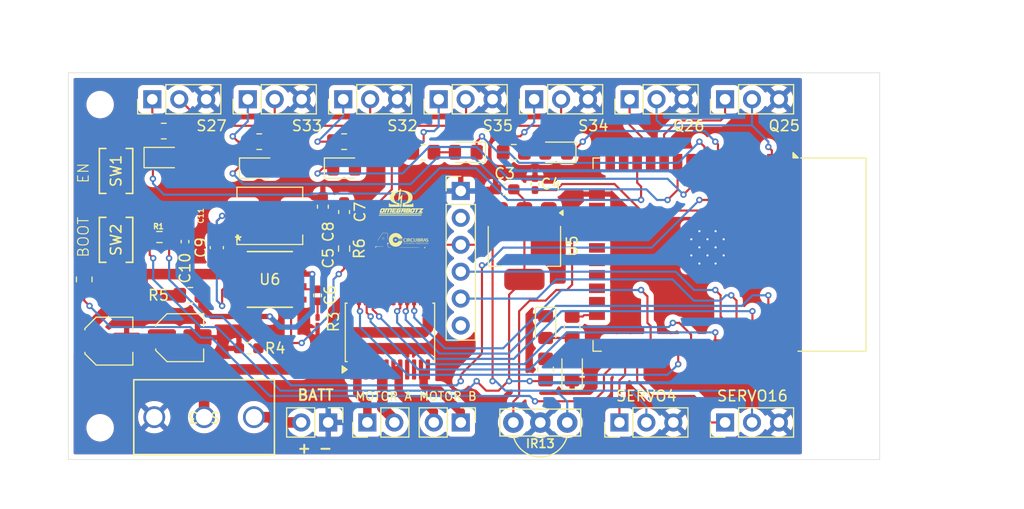
<source format=kicad_pcb>
(kicad_pcb (version 20241229) (generator "pcbnew") (generator_version "9.0")
  (layers (0 "F.Cu" signal) (2 "B.Cu" signal) (13 "F.Paste" user) (15 "B.Paste" user) (5 "F.SilkS" user "F.Silkscreen") (7 "B.SilkS" user "B.Silkscreen") (1 "F.Mask" user) (3 "B.Mask" user) (25 "Edge.Cuts" user))
  (net 0 "")
  (net 3 "AO2")
  (net 4 "AO1")
  (net 5 "BO1")
  (net 6 "BO2")
  (net 7 "3V3")
  (net 8 "SENSOR2")
  (net 9 "AIN2")
  (net 10 "5V")
  (net 11 "AIN1")
  (net 12 "PWMB")
  (net 13 "12V")
  (net 14 "BIN2")
  (net 15 "PWMA")
  (net 16 "BIN1")
  (net 17 "SENSOR1")
  (net 18 "SENSOR3")
  (net 19 "SENSOR4")
  (net 20 "SENSOR5")
  (net 21 "TX_CP2102")
  (net 22 "RX_CP2102")
  (net 23 "BOOT")
  (net 25 "QTR1")
  (net 27 "SERVO2")
  (net 31 "LED_ONBOARD")
  (net 32 "ESP_ENABLE")
  (net 36 "SERVO1")
  (net 37 "QTR2")
  (net 39 "IR")
  (net 44 "SS")
  (net 45 "Net-(C6-Pad2)")
  (net 46 "COMP")
  (net 47 "Net-(C7-Pad2)")
  (net 48 "BS")
  (net 49 "SW")
  (net 50 "FB")
  (net 51 "EN_REG")
  (net 52 "EPAD")
  (net 53 "GND")
  (net 54 "Net-(R2-Pad2)")
  (net 55 "Net-(D1-A)")
  (net 56 "Net-(D2-A)")
  (net 57 "Net-(D3-A)")
  (net 58 "Net-(D4-A)")
  (net 59 "Net-(D5-A)")
  (net 60 "Net-(D6-A)")
  (net 61 "Net-(D7-A)")
  (footprint "LED_SMD:LED_0805_2012Metric_Pad1.15x1.40mm_HandSolder" (layer "F.Cu") (at 143 46 180)
    (property "Reference" "D5" (hide yes))
    (property "Value" "LED" (hide yes))
  )
  (footprint "footprints:SS-12D10G5_XKB" (layer "F.Cu") (at 114.5 71 180)
    (property "Reference" "SW3")
    (property "Value" "SS-12D10G5")
  )
  (footprint "Capacitor_SMD:C_0402_1005Metric_Pad0.74x0.62mm_HandSolder" (layer "F.Cu") (at 120.5 59.5 -90)
    (property "Reference" "C6")
    (property "Value" "3.9nF" (hide yes))
  )
  (footprint "Connector_PinHeader_2.54mm:PinHeader_1x03_P2.54mm_Vertical" (layer "F.Cu") (at 140.92 41 90)
    (property "Reference" "S34")
    (property "Value" "SENSOR_4" (hide yes))
  )
  (footprint "Connector_PinHeader_2.54mm:PinHeader_1x03_P2.54mm_Vertical" (layer "F.Cu") (at 104.92 41 90)
    (property "Reference" "S27")
    (property "Value" "SENSOR_1" (hide yes))
  )
  (footprint "TS-1088-AR02016:SW_TS-1088_XNP" (layer "F.Cu") (at 101.5 54.2648 90)
    (property "Reference" "SW2")
    (property "Value" "TS-1088-AR02016" (hide yes))
  )
  (footprint "Connector_PinHeader_2.54mm:PinHeader_1x03_P2.54mm_Vertical" (layer "F.Cu") (at 158.92 41 90)
    (property "Reference" "Q25")
    (property "Value" "QTR_1" (hide yes))
  )
  (footprint "MP2307DN-HW-LF-P:IC8_MP2307_MNP" (layer "F.Cu") (at 116 58)
    (property "Reference" "U6")
    (property "Value" "MP2307DN-HW-LF-P")
  )
  (footprint "Resistor_SMD:R_0805_2012Metric_Pad1.20x1.40mm_HandSolder" (layer "F.Cu") (at 130.475 46)
    (property "Reference" "R9" (hide yes))
    (property "Value" "220Ohm" (hide yes))
  )
  (footprint "Resistor_SMD:R_0805_2012Metric_Pad1.20x1.40mm_HandSolder" (layer "F.Cu") (at 115 45)
    (property "Reference" "R12" (hide yes))
    (property "Value" "220Ohm" (hide yes))
  )
  (footprint "MountingHole:MountingHole_2.1mm" (layer "F.Cu") (at 170.5 72)
    (property "Reference" "REF**" (hide yes))
    (property "Value" "MountingHole_2.1mm" (hide yes))
  )
  (footprint "Resistor_SMD:R_0603_1608Metric_Pad0.98x0.95mm_HandSolder" (layer "F.Cu") (at 114 64.5)
    (property "Reference" "R4")
    (property "Value" "10kOhm 1%" (hide yes))
  )
  (footprint "Resistor_SMD:R_0805_2012Metric_Pad1.20x1.40mm_HandSolder" (layer "F.Cu") (at 139 46)
    (property "Reference" "R11" (hide yes))
    (property "Value" "220Ohm" (hide yes))
  )
  (footprint "Connector_PinHeader_2.54mm:PinHeader_1x03_P2.54mm_Vertical" (layer "F.Cu") (at 131.92 41 90)
    (property "Reference" "S35")
    (property "Value" "SENSOR_5" (hide yes))
  )
  (footprint "Connector_PinHeader_2.54mm:PinHeader_1x03_P2.54mm_Vertical" (layer "F.Cu") (at 148.96 71.5 90)
    (property "Reference" "SERVO4")
    (property "Value" "SERVO1" (hide yes))
  )
  (footprint "MountingHole:MountingHole_2.1mm" (layer "F.Cu") (at 100 72)
    (property "Reference" "REF**" (hide yes))
    (property "Value" "MountingHole_2.1mm" (hide yes))
  )
  (footprint "Capacitor_SMD:C_Elec_4x5.4" (layer "F.Cu") (at 107.5 63.5)
    (property "Reference" "C1" (hide yes))
    (property "Value" "10uF 25V" (hide yes))
  )
  (footprint "Connector_PinHeader_2.54mm:PinHeader_1x03_P2.54mm_Vertical" (layer "F.Cu") (at 158.92 71.5 90)
    (property "Reference" "SERVO16")
    (property "Value" "SERVO2" (hide yes))
  )
  (footprint "Connector_PinHeader_2.54mm:PinHeader_1x02_P2.54mm_Vertical" (layer "F.Cu") (at 121.5 71.5 -90)
    (property "Reference" "J13" (hide yes))
    (property "Value" "Conn_01x02_Socket" (hide yes))
  )
  (footprint "RF_Module:ESP32-WROOM-32" (layer "F.Cu") (at 156.3525 55.655 -90)
    (property "Reference" "U3" (hide yes))
    (property "Value" "ESP32-WROOM-32" (hide yes))
  )
  (footprint "LED_SMD:LED_0805_2012Metric_Pad1.15x1.40mm_HandSolder" (layer "F.Cu") (at 123 47.5)
    (property "Reference" "D4" (hide yes))
    (property "Value" "LED" (hide yes))
  )
  (footprint "Capacitor_SMD:C_0201_0603Metric_Pad0.64x0.40mm_HandSolder" (layer "F.Cu") (at 120.5 55.5 90)
    (property "Reference" "C5")
    (property "Value" ".1 uF" (hide yes))
  )
  (footprint "Resistor_SMD:R_0805_2012Metric_Pad1.20x1.40mm_HandSolder" (layer "F.Cu") (at 106 44)
    (property "Reference" "R8" (hide yes))
    (property "Value" "220Ohm" (hide yes))
  )
  (footprint "Capacitor_SMD:C_0603_1608Metric_Pad1.08x0.95mm_HandSolder" (layer "F.Cu") (at 121 51.1375 90)
    (property "Reference" "C8")
    (property "Value" "22uF 6.3V" (hide yes))
  )
  (footprint "Inductor_SMD:L_Neosid_SM-PIC0512H" (layer "F.Cu") (at 116 52)
    (property "Reference" "L1" (hide yes))
    (property "Value" "10uH 4A (rever footprint" (hide yes))
  )
  (footprint "TS-1088-AR02016:SW_TS-1088_XNP" (layer "F.Cu") (at 101.5 47.7648 90)
    (property "Reference" "SW1")
    (property "Value" "TS-1088-AR02016" (hide yes))
  )
  (footprint "LED_SMD:LED_0805_2012Metric_Pad1.15x1.40mm_HandSolder" (layer "F.Cu") (at 106 46.5)
    (property "Reference" "D2" (hide yes))
    (property "Value" "LED" (hide yes))
  )
  (footprint "Capacitor_SMD:C_0201_0603Metric_Pad0.64x0.40mm_HandSolder" (layer "F.Cu") (at 108.5 52 90)
    (property "Reference" "C11")
    (property "Value" "100 nF" (hide yes))
  )
  (footprint "Connector_PinHeader_2.54mm:PinHeader_1x02_P2.54mm_Vertical" (layer "F.Cu") (at 125.195 71.5 90)
    (property "Reference" "J5" (hide yes))
    (property "Value" "MOTOR_A" (hide yes))
  )
  (footprint "Connector_PinHeader_2.54mm:PinHeader_1x03_P2.54mm_Vertical" (layer "F.Cu") (at 122.92 41 90)
    (property "Reference" "S32")
    (property "Value" "SENSOR_2" (hide yes))
  )
  (footprint "Connector_PinHeader_2.54mm:PinHeader_1x06_P2.54mm_Vertical" (layer "F.Cu") (at 134 49.65)
    (property "Reference" "UART_SOCKET1" (hide yes))
    (property "Value" "Conn_01x06_Socket" (hide yes))
  )
  (footprint "Connector_PinHeader_2.54mm:PinHeader_1x03_P2.54mm_Vertical" (layer "F.Cu") (at 149.92 41 90)
    (property "Reference" "Q26")
    (property "Value" "QTR_2" (hide yes))
  )
  (footprint "LED_SMD:LED_0805_2012Metric_Pad1.15x1.40mm_HandSolder" (layer "F.Cu") (at 134.475 46 180)
    (property "Reference" "D3" (hide yes))
    (property "Value" "LED" (hide yes))
  )
  (footprint "MountingHole:MountingHole_2.1mm" (layer "F.Cu") (at 170.5 41.5)
    (property "Reference" "REF**" (hide yes))
    (property "Value" "MountingHole_2.1mm" (hide yes))
  )
  (footprint "Resistor_SMD:R_0603_1608Metric_Pad0.98x0.95mm_HandSolder" (layer "F.Cu") (at 105.5875 54 180)
    (property "Reference" "R1")
    (property "Value" "10kOhm" (hide yes))
  )
  (footprint "Resistor_SMD:R_0805_2012Metric_Pad1.20x1.40mm_HandSolder" (layer "F.Cu") (at 144.5 62.5 -90)
    (property "Reference" "R7" (hide yes))
    (property "Value" "220Ohm" (hide yes))
  )
  (footprint "Package_SO:SSOP-24_5.3x8.2mm_P0.65mm" (layer "F.Cu") (at 127.325 63 90)
    (property "Reference" "U2" (hide yes))
    (property "Value" "TB6612FNG" (hide yes))
  )
  (footprint "Resistor_SMD:R_0201_0603Metric_Pad0.64x0.40mm_HandSolder" (layer "F.Cu") (at 120.5 62 90)
    (property "Reference" "R3")
    (property "Value" "6.8kOhm" (hide yes))
  )
  (footprint "Package_TO_SOT_SMD:SOT-223-3_TabPin2" (layer "F.Cu") (at 140 54.85 -90)
    (property "Reference" "U5")
    (property "Value" "AMS1117-3.3" (hide yes))
  )
  (footprint "Connector_PinHeader_2.54mm:PinHeader_1x03_P2.54mm_Vertical" (layer "F.Cu") (at 113.92 41 90)
    (property "Reference" "S33")
    (property "Value" "SENSOR_3" (hide yes))
  )
  (footprint "MountingHole:MountingHole_2.1mm" (layer "F.Cu") (at 100 41.5)
    (property "Reference" "REF**" (hide yes))
    (property "Value" "MountingHole_2.1mm" (hide yes))
  )
  (footprint "LED_SMD:LED_0805_2012Metric_Pad1.15x1.40mm_HandSolder" (layer "F.Cu") (at 115 47.5)
    (property "Reference" "D6" (hide yes))
    (property "Value" "LED" (hide yes))
  )
  (footprint "Resistor_SMD:R_0805_2012Metric_Pad1.20x1.40mm_HandSolder" (layer "F.Cu") (at 123 45)
    (property "Reference" "R10" (hide yes))
    (property "Value" "220Ohm" (hide yes))
  )
  (footprint "Capacitor_SMD:C_Elec_4x5.4" (layer "F.Cu") (at 100.825 63.825)
    (property "Reference" "C2" (hide yes))
    (property "Value" "10uF 25V" (hide yes))
  )
  (footprint "Capacitor_SMD:C_0504_1310Metric_Pad0.83x1.28mm_HandSolder" (layer "F.Cu") (at 111 55 90)
    (property "Reference" "C9")
    (property "Value" "10nF" (hide yes))
  )
  (footprint "Resistor_SMD:R_0805_2012Metric_Pad1.20x1.40mm_HandSolder" (layer "F.Cu") (at 108.5 59.5)
    (property "Reference" "R5")
    (property "Value" "100kOhm" (hide yes))
  )
  (footprint "Capacitor_SMD:C_0402_1005Metric_Pad0.74x0.62mm_HandSolder" (layer "F.Cu") (at 108 54.4325 -90)
    (property "Reference" "C10")
    (property "Value" "1uF" (hide yes))
  )
  (footprint "Capacitor_SMD:C_0603_1608Metric_Pad1.08x0.95mm_HandSolder" (layer "F.Cu") (at 138.1375 49.5 180)
    (property "Reference" "C3")
    (property "Value" "100pF" (hide yes))
  )
  (footprint "TSOP1838:TSOP1838" (layer "F.Cu") (at 141.5 71.50841)
    (property "Reference" "IR13")
    (property "Value" "TSOP1838" (hide yes))
  )
  (footprint "LED_SMD:LED_0805_2012Metric_Pad1.15x1.40mm_HandSolder" (layer "F.Cu") (at 142 62.5 -90)
    (property "Reference" "D1" (hide yes))
    (property "Value" "LED" (hide yes))
  )
  (footprint "LED_SMD:LED_0805_2012Metric_Pad1.15x1.40mm_HandSolder" (layer "F.Cu") (at 144.5 66.5 90)
    (property "Reference" "D7" (hide yes))
    (property "Value" "LED" (hide yes))
  )
  (footprint "Capacitor_SMD:C_0402_1005Metric_Pad0.74x0.62mm_HandSolder" (layer "F.Cu") (at 141 49 90)
    (property "Reference" "C4")
    (property "Value" "1uF" (hide yes))
  )
  (footprint "Capacitor_SMD:C_0603_1608Metric_Pad1.08x0.95mm_HandSolder" (layer "F.Cu") (at 123 51.6375 90)
    (property "Reference" "C7")
    (property "Value" "22uF 6.3V" (hide yes))
  )
  (footprint "Resistor_SMD:R_0805_2012Metric_Pad1.20x1.40mm_HandSolder" (layer "F.Cu") (at 142 66.5 90)
    (property "Reference" "R13" (hide yes))
    (property "Value" "1KOhm" (hide yes))
  )
  (footprint "Connector_PinHeader_2.54mm:PinHeader_1x02_P2.54mm_Vertical" (layer "F.Cu") (at 134 71.5 -90)
    (property "Reference" "J2" (hide yes))
    (property "Value" "MOTOR_B" (hide yes))
  )
  (footprint "Resistor_SMD:R_0805_2012Metric_Pad1.20x1.40mm_HandSolder" (layer "F.Cu") (at 98.5 58 90)
    (property "Reference" "R2" (hide yes))
    (property "Value" "100Ohm" (hide yes))
  )
  (footprint "Resistor_SMD:R_0603_1608Metric_Pad0.98x0.95mm_HandSolder" (layer "F.Cu") (at 123 55.0875 -90)
    (property "Reference" "R6")
    (property "Value" "44.2kOhm 1% (corrigir)" (hide yes))
  )
  (gr_poly (pts (xy 128.169571 54.214457) (xy 128.170905 54.214723) (xy 128.172169 54.215252) (xy 128.17341 54.216134) (xy 128.174676 54.21746) (xy 128.176016 54.21932) (xy 128.177477 54.221805) (xy 128.179108 54.225006) (xy 128.180956 54.229012) (xy 128.185497 54.239803) (xy 128.191486 54.254901) (xy 128.199305 54.275031) (xy 128.212711 54.309603) (xy 128.203186 54.309603) (xy 128.201791 54.309573) (xy 128.200511 54.309478) (xy 128.199334 54.30931) (xy 128.198782 54.309197) (xy 128.198253 54.309063) (xy 128.197744 54.308907) (xy 128.197256 54.308729) (xy 128.196786 54.308527) (xy 128.196334 54.308301) (xy 128.195898 54.308049) (xy 128.195477 54.307771) (xy 128.19507 54.307467) (xy 128.194675 54.307134) (xy 128.194292 54.306772) (xy 128.193919 54.30638) (xy 128.193555 54.305957) (xy 128.193199 54.305503) (xy 128.192504 54.304497) (xy 128.191825 54.303352) (xy 128.191153 54.302063) (xy 128.190477 54.300622) (xy 128.189788 54.299022) (xy 128.189075 54.297256) (xy 128.188317 54.29514) (xy 128.187611 54.293282) (xy 128.186924 54.291662) (xy 128.186225 54.290266) (xy 128.185861 54.289647) (xy 128.185483 54.289077) (xy 128.185086 54.288555) (xy 128.184666 54.288078) (xy 128.184219 54.287645) (xy 128.183742 54.287253) (xy 128.183231 54.2869) (xy 128.182681 54.286584) (xy 128.182088 54.286304) (xy 128.18145 54.286056) (xy 128.180761 54.28584) (xy 128.180018 54.285653) (xy 128.178353 54.285356) (xy 128.176424 54.285151) (xy 128.1742 54.28502) (xy 128.171649 54.284947) (xy 128.165439 54.284909) (xy 128.16208 54.284916) (xy 128.159125 54.284948) (xy 128.156539 54.285023) (xy 128.154288 54.285157) (xy 128.153276 54.285251) (xy 128.152336 54.285367) (xy 128.151461 54.285507) (xy 128.150649 54.285671) (xy 128.149894 54.285864) (xy 128.149193 54.286086) (xy 128.14854 54.28634) (xy 128.147932 54.286628) (xy 128.147364 54.286953) (xy 128.146833 54.287315) (xy 128.146333 54.287719) (xy 128.14586 54.288164) (xy 128.145411 54.288655) (xy 128.14498 54.289192) (xy 128.144563 54.289778) (xy 128.144156 54.290415) (xy 128.143755 54.291106) (xy 128.143356 54.291852) (xy 128.142543 54.293518) (xy 128.141684 54.295431) (xy 128.140744 54.297609) (xy 128.140137 54.299022) (xy 128.139508 54.300351) (xy 128.138861 54.301593) (xy 128.138198 54.302746) (xy 128.137522 54.303808) (xy 128.137181 54.304304) (xy 128.136837 54.304777) (xy 128.136493 54.305226) (xy 128.136147 54.305651) (xy 128.1358 54.306052) (xy 128.135453 54.306428) (xy 128.135105 54.306779) (xy 128.134759 54.307106) (xy 128.134412 54.307407) (xy 128.134068 54.307682) (xy 128.133724 54.307932) (xy 128.133383 54.308155) (xy 128.133044 54.308352) (xy 128.132708 54.308523) (xy 128.132374 54.308666) (xy 128.132045 54.308783) (xy 128.131719 54.308872) (xy 128.131397 54.308933) (xy 128.13108 54.308967) (xy 128.130768 54.308972) (xy 128.130462 54.308949) (xy 128.130161 54.308897) (xy 128.128865 54.308617) (xy 128.127767 54.308261) (xy 128.12688 54.307762) (xy 128.12622 54.307051) (xy 128.125802 54.306061) (xy 128.12564 54.304724) (xy 128.125751 54.302973) (xy 128.126148 54.300739) (xy 128.126847 54.297956) (xy 128.127863 54.294556) (xy 128.130905 54.285631) (xy 128.135394 54.273423) (xy 128.13812 54.266207) (xy 128.154049 54.266207) (xy 128.154064 54.266842) (xy 128.154141 54.267415) (xy 128.154282 54.267931) (xy 128.154489 54.268392) (xy 128.154761 54.268801) (xy 128.155101 54.269162) (xy 128.155509 54.269477) (xy 128.155987 54.269749) (xy 128.156535 54.269981) (xy 128.157156 54.270177) (xy 128.157849 54.27034) (xy 128.158615 54.270472) (xy 128.159457 54.270577) (xy 128.16137 54.270715) (xy 128.163596 54.270781) (xy 128.166144 54.270797) (xy 128.168143 54.270788) (xy 128.169911 54.270753) (xy 128.171459 54.270684) (xy 128.172797 54.270571) (xy 128.173391 54.270497) (xy 128.173935 54.270408) (xy 128.174432 54.270304) (xy 128.174882 54.270184) (xy 128.175287 54.270046) (xy 128.175648 54.26989) (xy 128.175966 54.269715) (xy 128.176243 54.269519) (xy 128.176479 54.269301) (xy 128.176676 54.26906) (xy 128.176836 54.268796) (xy 128.176958 54.268506) (xy 128.177046 54.268191) (xy 128.177099 54.267848) (xy 128.177119 54.267477) (xy 128.177108 54.267077) (xy 128.177066 54.266646) (xy 128.176995 54.266183) (xy 128.176896 54.265688) (xy 128.17677 54.265159) (xy 128.176442 54.263995) (xy 128.176022 54.262683) (xy 128.1758 54.261854) (xy 128.175532 54.260958) (xy 128.174876 54.259001) (xy 128.174087 54.256879) (xy 128.1732 54.254658) (xy 128.172246 54.252403) (xy 128.17126 54.250182) (xy 128.170273 54.24806) (xy 128.169319 54.246103) (xy 128.164733 54.237636) (xy 128.159089 54.251042) (xy 128.15773 54.254345) (xy 128.15657 54.257259) (xy 128.155618 54.259808) (xy 128.154883 54.262017) (xy 128.154599 54.263001) (xy 128.154373 54.263909) (xy 128.154205 54.264744) (xy 128.154097 54.265509) (xy 128.154049 54.266207) (xy 128.13812 54.266207) (xy 128.14145 54.257392) (xy 128.144088 54.250514) (xy 128.146462 54.244401) (xy 128.148598 54.23901) (xy 128.150523 54.234296) (xy 128.152261 54.230214) (xy 128.153069 54.228397) (xy 128.15384 54.226721) (xy 128.154577 54.225181) (xy 128.155284 54.223771) (xy 128.155963 54.222486) (xy 128.156619 54.22132) (xy 128.157254 54.220268) (xy 128.157872 54.219324) (xy 128.158476 54.218483) (xy 128.159068 54.217739) (xy 128.159653 54.217086) (xy 128.160233 54.216519) (xy 128.160812 54.216033) (xy 128.161393 54.215621) (xy 128.161979 54.215278) (xy 128.162573 54.214999) (xy 128.163179 54.214779) (xy 128.1638 54.214611) (xy 128.164439 54.21449) (xy 128.1651 54.21441) (xy 128.165784 54.214366) (xy 128.166497 54.214353)) (fill yes) (layer "F.SilkS"))
  (gr_poly (pts (xy 129.216046 51.286073) (xy 129.221633 51.287222) (xy 129.226553 51.288367) (xy 129.230903 51.289564) (xy 129.234783 51.290871) (xy 129.238289 51.292346) (xy 129.239933 51.293164) (xy 129.24152 51.294045) (xy 129.243062 51.294996) (xy 129.244572 51.296025) (xy 129.247543 51.298344) (xy 129.250531 51.301059) (xy 129.253634 51.304227) (xy 129.25695 51.307906) (xy 129.260575 51.312151) (xy 129.269146 51.322574) (xy 129.272026 51.329947) (xy 129.274481 51.336772) (xy 129.276519 51.343127) (xy 129.278146 51.34909) (xy 129.279369 51.354739) (xy 129.280196 51.360151) (xy 129.280634 51.365405) (xy 129.280689 51.370578) (xy 129.280369 51.375747) (xy 129.279682 51.380991) (xy 129.278633 51.386387) (xy 129.277231 51.392013) (xy 129.275482 51.397947) (xy 129.273393 51.404266) (xy 129.270972 51.411049) (xy 129.268226 51.418373) (xy 129.257374 51.448655) (xy 129.252726 51.457805) (xy 129.248973 51.464939) (xy 129.247302 51.467928) (xy 129.245699 51.470628) (xy 129.244113 51.473109) (xy 129.242491 51.475443) (xy 129.240782 51.477701) (xy 129.238934 51.479955) (xy 129.236895 51.482276) (xy 129.234614 51.484736) (xy 129.229116 51.490356) (xy 129.222027 51.497386) (xy 129.218042 51.500673) (xy 129.21456 51.503606) (xy 129.211556 51.506266) (xy 129.210224 51.507518) (xy 129.209002 51.508734) (xy 129.207886 51.509921) (xy 129.206872 51.511092) (xy 129.205957 51.512255) (xy 129.205138 51.513422) (xy 129.204412 51.514602) (xy 129.203775 51.515805) (xy 129.203224 51.517043) (xy 129.202755 51.518324) (xy 129.202365 51.51966) (xy 129.202051 51.52106) (xy 129.201809 51.522535) (xy 129.201637 51.524094) (xy 129.20153 51.525749) (xy 129.201486 51.527509) (xy 129.2015 51.529384) (xy 129.20157 51.531386) (xy 129.201864 51.535806) (xy 129.202341 51.540851) (xy 129.203734 51.553145) (xy 129.203585 51.562508) (xy 129.203136 51.571353) (xy 129.202385 51.57974) (xy 129.20133 51.587729) (xy 129.199968 51.595382) (xy 129.198297 51.602759) (xy 129.196314 51.60992) (xy 129.194017 51.616927) (xy 129.191403 51.623839) (xy 129.188471 51.630719) (xy 129.185217 51.637625) (xy 129.18164 51.644619) (xy 129.177737 51.651762) (xy 129.173505 51.659114) (xy 129.164046 51.674688) (xy 129.156066 51.682021) (xy 129.148312 51.688502) (xy 129.140727 51.694182) (xy 129.133252 51.699112) (xy 129.125828 51.703343) (xy 129.118396 51.706925) (xy 129.110897 51.709909) (xy 129.103273 51.712346) (xy 129.095465 51.714287) (xy 129.087414 51.715783) (xy 129.079062 51.716884) (xy 129.070349 51.717642) (xy 129.061218 51.718106) (xy 129.051608 51.718329) (xy 129.030721 51.718251) (xy 128.984212 51.717863) (xy 128.935843 51.716856) (xy 128.886854 51.716313) (xy 128.82701 51.715475) (xy 128.767171 51.714375) (xy 128.753942 51.687917) (xy 128.759883 51.671167) (xy 128.762221 51.664903) (xy 128.764538 51.65907) (xy 128.767136 51.652935) (xy 128.770316 51.645765) (xy 128.779625 51.625388) (xy 128.792868 51.595313) (xy 128.93915 51.595313) (xy 129.058213 51.595313) (xy 129.071442 51.542396) (xy 128.95238 51.542396) (xy 128.93915 51.595313) (xy 128.792868 51.595313) (xy 128.796394 51.587303) (xy 128.814258 51.547767) (xy 128.832361 51.508341) (xy 128.838936 51.492967) (xy 128.844885 51.478368) (xy 128.850179 51.464427) (xy 128.85479 51.451032) (xy 128.85869 51.438067) (xy 128.859066 51.436563) (xy 129.005296 51.436563) (xy 129.124359 51.436563) (xy 129.137588 51.396875) (xy 129.018525 51.396875) (xy 129.005296 51.436563) (xy 128.859066 51.436563) (xy 128.86185 51.425417) (xy 128.864242 51.412969) (xy 128.865838 51.400606) (xy 128.86661 51.388214) (xy 128.866528 51.37568) (xy 128.865566 51.362887) (xy 128.863694 51.349722) (xy 128.860884 51.33607) (xy 128.857109 51.321815) (xy 128.852339 51.306844) (xy 128.846546 51.291042) (xy 128.930231 51.288911) (xy 129.013929 51.287408) (xy 129.042399 51.28682) (xy 129.070864 51.286052) (xy 129.09133 51.285524) (xy 129.111793 51.285125) (xy 129.152729 51.284582) (xy 129.202484 51.283533)) (fill yes) (layer "F.SilkS"))
  (gr_poly (pts (xy 127.114139 54.194018) (xy 127.114316 54.194061) (xy 127.114508 54.19414) (xy 127.114717 54.194255) (xy 127.114941 54.194405) (xy 127.115182 54.194589) (xy 127.115439 54.194808) (xy 127.115712 54.195059) (xy 127.116002 54.195344) (xy 127.116308 54.19566) (xy 127.11663 54.196009) (xy 127.117151 54.19652) (xy 127.117653 54.197123) (xy 127.118134 54.197809) (xy 127.118593 54.198572) (xy 127.119026 54.199402) (xy 127.119433 54.200294) (xy 127.119811 54.201237) (xy 127.120158 54.202226) (xy 127.120472 54.203252) (xy 127.120751 54.204308) (xy 127.120992 54.205385) (xy 127.121194 54.206476) (xy 127.121355 54.207574) (xy 127.121473 54.208669) (xy 127.121545 54.209756) (xy 127.121569 54.210825) (xy 127.121567 54.213122) (xy 127.121439 54.214992) (xy 127.121332 54.215772) (xy 127.121198 54.21645) (xy 127.12104 54.217027) (xy 127.120858 54.217506) (xy 127.120656 54.217888) (xy 127.120434 54.218174) (xy 127.120194 54.218366) (xy 127.119938 54.218465) (xy 127.119669 54.218474) (xy 127.119386 54.218393) (xy 127.119093 54.218224) (xy 127.118791 54.217969) (xy 127.118482 54.217629) (xy 127.118167 54.217206) (xy 127.117528 54.216117) (xy 127.116888 54.214713) (xy 127.116261 54.213008) (xy 127.115661 54.211013) (xy 127.115102 54.208742) (xy 127.114597 54.206205) (xy 127.114161 54.203417) (xy 127.113859 54.201663) (xy 127.113616 54.200103) (xy 127.113432 54.198733) (xy 127.113362 54.198117) (xy 127.113307 54.197546) (xy 127.113267 54.197021) (xy 127.113242 54.19654) (xy 127.113232 54.196103) (xy 127.113237 54.195709) (xy 127.113258 54.195357) (xy 127.113293 54.195048) (xy 127.113345 54.19478) (xy 127.113411 54.194553) (xy 127.113494 54.194367) (xy 127.11354 54.194288) (xy 127.113591 54.19422) (xy 127.113646 54.194161) (xy 127.113705 54.194112) (xy 127.113767 54.194073) (xy 127.113834 54.194043) (xy 127.113904 54.194022) (xy 127.113979 54.194012) (xy 127.114057 54.19401)) (fill yes) (layer "F.SilkS"))
  (gr_poly (pts (xy 127.138282 54.511215) (xy 127.138393 54.511242) (xy 127.138512 54.51129) (xy 127.138638 54.511359) (xy 127.138771 54.511448) (xy 127.138911 54.511559) (xy 127.13906 54.511691) (xy 127.139216 54.511845) (xy 127.139379 54.51202) (xy 127.13955 54.512217) (xy 127.13973 54.512436) (xy 127.140112 54.512939) (xy 127.140526 54.513532) (xy 127.140972 54.514214) (xy 127.141137 54.514474) (xy 127.141302 54.514726) (xy 127.141467 54.514969) (xy 127.14163 54.515203) (xy 127.141792 54.515427) (xy 127.141953 54.515641) (xy 127.142111 54.515845) (xy 127.142267 54.516039) (xy 127.142421 54.516221) (xy 127.142572 54.516393) (xy 127.142719 54.516553) (xy 127.142863 54.516701) (xy 127.143004 54.516837) (xy 127.143139 54.51696) (xy 127.143271 54.517071) (xy 127.143397 54.517169) (xy 127.143519 54.517253) (xy 127.143635 54.517323) (xy 127.143745 54.51738) (xy 127.143849 54.517421) (xy 127.143946 54.517449) (xy 127.143992 54.517457) (xy 127.144037 54.517461) (xy 127.14408 54.517461) (xy 127.144121 54.517458) (xy 127.14416 54.51745) (xy 127.144197 54.517439) (xy 127.144232 54.517423) (xy 127.144265 54.517404) (xy 127.144296 54.51738) (xy 127.144325 54.517352) (xy 127.144353 54.517321) (xy 127.144377 54.517285) (xy 127.1444 54.517244) (xy 127.144421 54.5172) (xy 127.144439 54.517151) (xy 127.144455 54.517097) (xy 127.14448 54.516977) (xy 127.144495 54.51684) (xy 127.1445 54.516683) (xy 127.144514 54.516559) (xy 127.144557 54.516452) (xy 127.144627 54.51636) (xy 127.144723 54.516284) (xy 127.144845 54.516223) (xy 127.144993 54.516178) (xy 127.14536 54.516132) (xy 127.145818 54.516144) (xy 127.14636 54.516212) (xy 127.146981 54.516334) (xy 127.147675 54.516507) (xy 127.148435 54.51673) (xy 127.149254 54.517) (xy 127.150127 54.517316) (xy 127.151048 54.517676) (xy 127.152011 54.518076) (xy 127.153008 54.518516) (xy 127.154034 54.518993) (xy 127.155083 54.519506) (xy 127.157251 54.520714) (xy 127.159386 54.522083) (xy 127.161486 54.523607) (xy 127.163546 54.525276) (xy 127.167536 54.529022) (xy 127.171328 54.533259) (xy 127.174894 54.537923) (xy 127.178207 54.542952) (xy 127.181241 54.548285) (xy 127.183967 54.553858) (xy 127.186358 54.559608) (xy 127.188387 54.565474) (xy 127.190026 54.571392) (xy 127.191249 54.577301) (xy 127.192026 54.583137) (xy 127.192332 54.588838) (xy 127.192139 54.594342) (xy 127.191847 54.597001) (xy 127.191419 54.599586) (xy 127.190874 54.602226) (xy 127.190232 54.604853) (xy 127.188668 54.610055) (xy 127.186748 54.615168) (xy 127.184491 54.620169) (xy 127.181917 54.625033) (xy 127.179048 54.629736) (xy 127.175903 54.634256) (xy 127.172502 54.638568) (xy 127.168865 54.642649) (xy 127.165013 54.646474) (xy 127.160965 54.65002) (xy 127.156742 54.653264) (xy 127.152365 54.65618) (xy 127.147852 54.658747) (xy 127.145551 54.659891) (xy 127.143225 54.660939) (xy 127.140874 54.661888) (xy 127.138503 54.662733) (xy 127.137325 54.663146) (xy 127.136179 54.663588) (xy 127.135068 54.664054) (xy 127.133999 54.664542) (xy 127.132978 54.665045) (xy 127.13201 54.665561) (xy 127.131101 54.666086) (xy 127.130257 54.666614) (xy 127.129482 54.667143) (xy 127.128784 54.667667) (xy 127.128465 54.667926) (xy 127.128167 54.668183) (xy 127.127892 54.668437) (xy 127.127638 54.668687) (xy 127.127408 54.668933) (xy 127.127202 54.669174) (xy 127.127021 54.66941) (xy 127.126864 54.66964) (xy 127.126735 54.669864) (xy 127.126631 54.670082) (xy 127.126556 54.670292) (xy 127.126508 54.670495) (xy 127.126155 54.781972) (xy 127.125803 54.888864) (xy 127.167783 54.930845) (xy 127.209764 54.972472) (xy 127.282083 54.973178) (xy 127.297269 54.973316) (xy 127.310748 54.973474) (xy 127.322627 54.973661) (xy 127.33301 54.973889) (xy 127.337673 54.974022) (xy 127.342002 54.974169) (xy 127.346009 54.974331) (xy 127.349707 54.974511) (xy 127.35311 54.974709) (xy 127.356231 54.974927) (xy 127.359083 54.975166) (xy 127.361679 54.975427) (xy 127.364032 54.975712) (xy 127.366155 54.976022) (xy 127.368061 54.976358) (xy 127.369764 54.976723) (xy 127.371277 54.977117) (xy 127.372612 54.977541) (xy 127.373783 54.977997) (xy 127.374311 54.978237) (xy 127.374803 54.978486) (xy 127.375261 54.978744) (xy 127.375685 54.97901) (xy 127.376078 54.979285) (xy 127.376442 54.97957) (xy 127.376778 54.979864) (xy 127.377088 54.980167) (xy 127.377372 54.98048) (xy 127.377634 54.980803) (xy 127.378096 54.981479) (xy 127.378484 54.982197) (xy 127.378814 54.982957) (xy 127.379097 54.983761) (xy 127.379231 54.98412) (xy 127.37937 54.984468) (xy 127.379511 54.984805) (xy 127.379657 54.985132) (xy 127.379805 54.985447) (xy 127.379956 54.985751) (xy 127.38011 54.986044) (xy 127.380266 54.986324) (xy 127.380424 54.986593) (xy 127.380584 54.98685) (xy 127.380745 54.987095) (xy 127.380908 54.987327) (xy 127.381072 54.987546) (xy 127.381236 54.987753) (xy 127.381401 54.987947) (xy 127.381567 54.988127) (xy 127.381732 54.988294) (xy 127.381897 54.988447) (xy 127.382061 54.988586) (xy 127.382225 54.988712) (xy 127.382388 54.988823) (xy 127.382549 54.98892) (xy 127.382709 54.989002) (xy 127.382867 54.989069) (xy 127.383023 54.989122) (xy 127.383177 54.989159) (xy 127.383328 54.989181) (xy 127.383476 54.989187) (xy 127.383622 54.989178) (xy 127.383763 54.989152) (xy 127.383902 54.989111) (xy 127.384036 54.989053) (xy 127.384168 54.988962) (xy 127.3843 54.988887) (xy 127.384432 54.988828) (xy 127.384562 54.988786) (xy 127.384692 54.988758) (xy 127.38482 54.988746) (xy 127.384947 54.988749) (xy 127.385072 54.988766) (xy 127.385195 54.988798) (xy 127.385316 54.988844) (xy 127.385434 54.988905) (xy 127.385549 54.988978) (xy 127.385661 54.989066) (xy 127.38577 54.989166) (xy 127.385875 54.98928) (xy 127.385976 54.989406) (xy 127.386073 54.989544) (xy 127.386166 54.989695) (xy 127.386337 54.990031) (xy 127.386488 54.990413) (xy 127.386616 54.990839) (xy 127.386719 54.991306) (xy 127.386795 54.991812) (xy 127.386842 54.992355) (xy 127.386858 54.992933) (xy 127.386829 54.993599) (xy 127.386793 54.993885) (xy 127.386741 54.99414) (xy 127.386675 54.994364) (xy 127.386593 54.994556) (xy 127.386496 54.994717) (xy 127.386384 54.994846) (xy 127.386257 54.994944) (xy 127.386113 54.99501) (xy 127.385954 54.995045) (xy 127.385779 54.995048) (xy 127.385588 54.995019) (xy 127.385381 54.994959) (xy 127.385158 54.994866) (xy 127.384918 54.994742) (xy 127.384662 54.994585) (xy 127.384389 54.994396) (xy 127.383792 54.993922) (xy 127.383127 54.993319) (xy 127.382393 54.992586) (xy 127.381589 54.991723) (xy 127.380714 54.990729) (xy 127.379766 54.989604) (xy 127.378744 54.988347) (xy 127.377889 54.987373) (xy 127.377048 54.986435) (xy 127.376225 54.985541) (xy 127.375426 54.984693) (xy 127.374656 54.983897) (xy 127.37392 54.983157) (xy 127.373223 54.982478) (xy 127.372571 54.981865) (xy 127.371968 54.981322) (xy 127.37142 54.980854) (xy 127.370932 54.980466) (xy 127.370509 54.980162) (xy 127.370324 54.980043) (xy 127.370157 54.979947) (xy 127.370008 54.979874) (xy 127.369879 54.979825) (xy 127.369771 54.979801) (xy 127.369683 54.979801) (xy 127.369616 54.979828) (xy 127.369572 54.979881) (xy 127.369228 54.980373) (xy 127.36874 54.981038) (xy 127.367411 54.982791) (xy 127.363928 54.987289) (xy 127.36337 54.988108) (xy 127.362888 54.988848) (xy 127.362484 54.989513) (xy 127.362311 54.989818) (xy 127.362158 54.990106) (xy 127.362026 54.990376) (xy 127.361914 54.99063) (xy 127.361822 54.990868) (xy 127.361751 54.99109) (xy 127.361701 54.991297) (xy 127.361672 54.991489) (xy 127.361665 54.991667) (xy 127.361679 54.991831) (xy 127.361714 54.991982) (xy 127.361772 54.992119) (xy 127.361852 54.992244) (xy 127.361954 54.992357) (xy 127.362078 54.992458) (xy 127.362225 54.992548) (xy 127.362395 54.992627) (xy 127.362588 54.992696) (xy 127.362805 54.992756) (xy 127.363044 54.992806) (xy 127.363308 54.992847) (xy 127.363595 54.992879) (xy 127.363906 54.992904) (xy 127.364242 54.99292) (xy 127.364986 54.992933) (xy 127.365246 54.992929) (xy 127.365498 54.992917) (xy 127.365742 54.992897) (xy 127.365976 54.99287) (xy 127.366202 54.992836) (xy 127.366418 54.992794) (xy 127.366624 54.992746) (xy 127.366822 54.992691) (xy 127.367009 54.99263) (xy 127.367186 54.992563) (xy 127.367353 54.992491) (xy 127.36751 54.992413) (xy 127.367656 54.992329) (xy 127.367791 54.992241) (xy 127.367916 54.992149) (xy 127.368029 54.992052) (xy 127.36813 54.99195) (xy 127.368221 54.991845) (xy 127.368299 54.991736) (xy 127.368366 54.991624) (xy 127.36842 54.991509) (xy 127.368462 54.991391) (xy 127.368491 54.99127) (xy 127.368508 54.991148) (xy 127.368512 54.991023) (xy 127.368503 54.990896) (xy 127.36848 54.990767) (xy 127.368444 54.990638) (xy 127.368394 54.990507) (xy 127.368331 54.990375) (xy 127.368253 54.990243) (xy 127.368161 54.990111) (xy 127.368099 54.989977) (xy 127.368045 54.989839) (xy 127.367999 54.989697) (xy 127.367962 54.989552) (xy 127.367932 54.989405) (xy 127.367911 54.989255) (xy 127.367897 54.989102) (xy 127.367891 54.988948) (xy 127.367893 54.988792) (xy 127.367902 54.988636) (xy 127.367919 54.988478) (xy 127.367944 54.988319) (xy 127.367976 54.98816) (xy 127.368016 54.988002) (xy 127.368063 54.987844) (xy 127.368117 54.987686) (xy 127.368178 54.987529) (xy 127.368247 54.987374) (xy 127.368323 54.987221) (xy 127.368406 54.987069) (xy 127.368495 54.98692) (xy 127.368592 54.986774) (xy 127.368696 54.98663) (xy 127.368806 54.98649) (xy 127.368923 54.986353) (xy 127.369047 54.98622) (xy 127.369177 54.986092) (xy 127.369314 54.985968) (xy 127.369457 54.985849) (xy 127.369607 54.985735) (xy 127.369763 54.985627) (xy 127.369925 54.985525) (xy 127.370091 54.985435) (xy 127.370259 54.985363) (xy 127.370429 54.98531) (xy 127.3706 54.985274) (xy 127.370772 54.985255) (xy 127.370945 54.985253) (xy 127.371118 54.985268) (xy 127.371292 54.985299) (xy 127.371465 54.985346) (xy 127.371639 54.985409) (xy 127.371812 54.985488) (xy 127.371984 54.985581) (xy 127.372155 54.985689) (xy 127.372324 54.985812) (xy 127.372493 54.985948) (xy 127.372659 54.986098) (xy 127.372985 54.986439) (xy 127.373301 54.986831) (xy 127.373605 54.987271) (xy 127.373894 54.987758) (xy 127.374166 54.988287) (xy 127.37442 54.988858) (xy 127.374653 54.989467) (xy 127.374864 54.990111) (xy 127.375118 54.991295) (xy 127.375143 54.99234) (xy 127.374826 54.993254) (xy 127.374054 54.994047) (xy 127.372713 54.994729) (xy 127.37069 54.995308) (xy 127.367873 54.995794) (xy 127.364148 54.996197) (xy 127.353521 54.996788) (xy 127.337905 54.997156) (xy 127.288081 54.99752) (xy 127.199533 54.997872) (xy 127.183305 54.981645) (xy 127.357225 54.981645) (xy 127.357229 54.981905) (xy 127.357241 54.982157) (xy 127.357261 54.9824) (xy 127.357289 54.982635) (xy 127.357324 54.98286) (xy 127.357367 54.983076) (xy 127.357416 54.983283) (xy 127.357473 54.98348) (xy 127.357536 54.983667) (xy 127.357606 54.983845) (xy 127.357682 54.984012) (xy 127.357764 54.984169) (xy 127.357853 54.984315) (xy 127.357947 54.98445) (xy 127.358046 54.984574) (xy 127.358151 54.984687) (xy 127.358261 54.984789) (xy 127.358376 54.984879) (xy 127.358496 54.984958) (xy 127.35862 54.985024) (xy 127.358749 54.985079) (xy 127.358882 54.985121) (xy 127.359019 54.98515) (xy 127.35916 54.985167) (xy 127.359304 54.985171) (xy 127.359452 54.985161) (xy 127.359603 54.985139) (xy 127.359757 54.985103) (xy 127.359914 54.985053) (xy 127.360074 54.984989) (xy 127.360236 54.984912) (xy 127.3604 54.98482) (xy 127.360561 54.984716) (xy 127.360714 54.984605) (xy 127.360859 54.984487) (xy 127.360995 54.984361) (xy 127.361123 54.984228) (xy 127.361243 54.984089) (xy 127.361355 54.983945) (xy 127.361458 54.983794) (xy 127.361553 54.983639) (xy 127.36164 54.983479) (xy 127.361719 54.983314) (xy 127.361789 54.983145) (xy 127.361851 54.982973) (xy 127.361905 54.982798) (xy 127.36195 54.982619) (xy 127.361987 54.982438) (xy 127.362037 54.982071) (xy 127.362054 54.981698) (xy 127.362037 54.981324) (xy 127.361987 54.98095) (xy 127.361905 54.980581) (xy 127.361851 54.980398) (xy 127.361789 54.980218) (xy 127.361719 54.980041) (xy 127.36164 54.979866) (xy 127.361553 54.979695) (xy 127.361458 54.979528) (xy 127.360887 54.97873) (xy 127.360365 54.978056) (xy 127.359889 54.977506) (xy 127.359667 54.977278) (xy 127.359457 54.97708) (xy 127.359258 54.976914) (xy 127.359069 54.976779) (xy 127.358891 54.976674) (xy 127.358723 54.976601) (xy 127.358566 54.976559) (xy 127.358418 54.976547) (xy 127.35828 54.976567) (xy 127.358151 54.976617) (xy 127.358032 54.976699) (xy 127.357921 54.976812) (xy 127.35782 54.976955) (xy 127.357727 54.97713) (xy 127.357643 54.977336) (xy 127.357567 54.977572) (xy 127.3575 54.97784) (xy 127.35744 54.978139) (xy 127.357344 54.978829) (xy 127.357277 54.979644) (xy 127.357238 54.980582) (xy 127.357225 54.981645) (xy 127.183305 54.981645) (xy 127.149086 54.947425) (xy 127.098639 54.896978) (xy 127.098639 54.781972) (xy 127.098639 54.666967) (xy 127.083469 54.66097) (xy 127.080592 54.659787) (xy 127.077778 54.658485) (xy 127.075026 54.657061) (xy 127.072335 54.655513) (xy 127.069701 54.653836) (xy 127.067123 54.652027) (xy 127.064599 54.650085) (xy 127.062126 54.648005) (xy 127.059703 54.645784) (xy 127.057328 54.64342) (xy 127.054998 54.640909) (xy 127.052712 54.638249) (xy 127.050466 54.635435) (xy 127.04826 54.632465) (xy 127.046092 54.629336) (xy 127.043958 54.626045) (xy 127.041875 54.622772) (xy 127.041056 54.621442) (xy 127.040386 54.620301) (xy 127.039865 54.619338) (xy 127.039661 54.618919) (xy 127.039493 54.618541) (xy 127.039363 54.618202) (xy 127.03927 54.6179) (xy 127.039214 54.617633) (xy 127.039196 54.617402) (xy 127.039214 54.617203) (xy 127.03927 54.617036) (xy 127.039363 54.616899) (xy 127.039493 54.616791) (xy 127.039661 54.616711) (xy 127.039865 54.616656) (xy 127.040107 54.616626) (xy 127.040386 54.616619) (xy 127.040703 54.616634) (xy 127.041056 54.616669) (xy 127.041875 54.616794) (xy 127.042842 54.616983) (xy 127.043958 54.617225) (xy 127.044386 54.617281) (xy 127.04481 54.617316) (xy 127.045229 54.61733) (xy 127.045645 54.617324) (xy 127.046056 54.617296) (xy 127.046464 54.617248) (xy 127.046867 54.617178) (xy 127.047266 54.617087) (xy 127.04766 54.616976) (xy 127.048051 54.616842) (xy 127.048438 54.616688) (xy 127.04882 54.616512) (xy 127.049198 54.616315) (xy 127.049572 54.616096) (xy 127.049942 54.615856) (xy 127.050308 54.615594) (xy 127.05067 54.61531) (xy 127.051028 54.615004) (xy 127.05173 54.614328) (xy 127.052417 54.613563) (xy 127.053086 54.612711) (xy 127.05374 54.611769) (xy 127.054376 54.610738) (xy 127.054996 54.609617) (xy 127.0556 54.608406) (xy 127.056249 54.607083) (xy 127.056876 54.60589) (xy 127.057047 54.605583) (xy 127.059833 54.605583) (xy 127.059837 54.605783) (xy 127.05985 54.605984) (xy 127.05987 54.606187) (xy 127.059898 54.60639) (xy 127.059934 54.606595) (xy 127.059977 54.6068) (xy 127.060028 54.607005) (xy 127.060087 54.60721) (xy 127.060225 54.607617) (xy 127.060391 54.608021) (xy 127.060584 54.608417) (xy 127.060803 54.608803) (xy 127.061047 54.609176) (xy 127.061178 54.609358) (xy 127.061315 54.609535) (xy 127.061457 54.609708) (xy 127.061605 54.609876) (xy 127.061758 54.610039) (xy 127.061917 54.610197) (xy 127.062081 54.610349) (xy 127.062249 54.610495) (xy 127.062423 54.610635) (xy 127.062602 54.610768) (xy 127.062785 54.610895) (xy 127.062973 54.611013) (xy 127.063165 54.611125) (xy 127.063361 54.611228) (xy 127.063554 54.61132) (xy 127.063737 54.611398) (xy 127.06391 54.611461) (xy 127.064073 54.611511) (xy 127.064225 54.611547) (xy 127.064368 54.61157) (xy 127.064501 54.611579) (xy 127.064623 54.611575) (xy 127.064736 54.611558) (xy 127.064839 54.611529) (xy 127.064933 54.611487) (xy 127.065017 54.611433) (xy 127.065091 54.611366) (xy 127.065156 54.611288) (xy 127.065211 54.611197) (xy 127.065257 54.611096) (xy 127.065294 54.610983) (xy 127.065321 54.610858) (xy 127.06534 54.610723) (xy 127.065349 54.610577) (xy 127.065349 54.61042) (xy 127.06534 54.610253) (xy 127.065296 54.609889) (xy 127.065216 54.609485) (xy 127.065102 54.609043) (xy 127.064954 54.608565) (xy 127.064772 54.608053) (xy 127.064541 54.607473) (xy 127.06431 54.606925) (xy 127.06408 54.606407) (xy 127.063851 54.605921) (xy 127.063624 54.605467) (xy 127.063399 54.605044) (xy 127.063177 54.604653) (xy 127.062959 54.604294) (xy 127.062743 54.603967) (xy 127.062532 54.603672) (xy 127.062326 54.603409) (xy 127.062124 54.603179) (xy 127.061928 54.602981) (xy 127.061738 54.602816) (xy 127.061554 54.602684) (xy 127.061377 54.602585) (xy 127.061207 54.602519) (xy 127.061044 54.602486) (xy 127.06089 54.602486) (xy 127.060745 54.60252) (xy 127.060608 54.602588) (xy 127.060481 54.602689) (xy 127.060364 54.602824) (xy 127.060258 54.602993) (xy 127.060162 54.603196) (xy 127.060077 54.603433) (xy 127.060005 54.603705) (xy 127.059944 54.604011) (xy 127.059896 54.604352) (xy 127.059861 54.604728) (xy 127.05984 54.605138) (xy 127.059833 54.605583) (xy 127.057047 54.605583) (xy 127.057181 54.605342) (xy 127.057482 54.604827) (xy 127.057778 54.604343) (xy 127.058069 54.603891) (xy 127.058357 54.603471) (xy 127.05864 54.603082) (xy 127.05892 54.602724) (xy 127.059197 54.602397) (xy 127.05947 54.602101) (xy 127.059741 54.601835) (xy 127.060009 54.601599) (xy 127.060274 54.601394) (xy 127.060538 54.601219) (xy 127.0608 54.601074) (xy 127.06106 54.600958) (xy 127.061319 54.600871) (xy 127.061577 54.600814) (xy 127.061834 54.600786) (xy 127.06209 54.600786) (xy 127.062347 54.600816) (xy 127.062603 54.600873) (xy 127.06286 54.600959) (xy 127.063117 54.601073) (xy 127.063375 54.601215) (xy 127.063634 54.601384) (xy 127.063894 54.601581) (xy 127.064156 54.601805) (xy 127.064419 54.602056) (xy 127.06486 54.602455) (xy 127.065322 54.602794) (xy 127.065801 54.603074) (xy 127.066297 54.603297) (xy 127.066806 54.603464) (xy 127.067327 54.603577) (xy 127.067857 54.603639) (xy 127.068394 54.603649) (xy 127.068935 54.60361) (xy 127.069479 54.603524) (xy 127.070023 54.603392) (xy 127.070565 54.603215) (xy 127.071102 54.602996) (xy 127.071633 54.602736) (xy 127.072155 54.602437) (xy 127.072666 54.6021) (xy 127.073163 54.601727) (xy 127.073644 54.601319) (xy 127.074108 54.600878) (xy 127.074551 54.600406) (xy 127.074972 54.599904) (xy 127.075368 54.599374) (xy 127.075738 54.598817) (xy 127.076078 54.598236) (xy 127.076386 54.597631) (xy 127.076661 54.597005) (xy 127.076899 54.596359) (xy 127.077099 54.595694) (xy 127.077259 54.595013) (xy 127.077376 54.594316) (xy 127.077448 54.593606) (xy 127.077472 54.592883) (xy 127.077485 54.592135) (xy 127.077525 54.591477) (xy 127.077556 54.591182) (xy 127.077595 54.590909) (xy 127.077643 54.590659) (xy 127.077698 54.590431) (xy 127.077763 54.590225) (xy 127.077836 54.590041) (xy 127.077919 54.589879) (xy 127.078012 54.58974) (xy 127.078114 54.589622) (xy 127.078228 54.589526) (xy 127.078351 54.589452) (xy 127.078486 54.5894) (xy 127.078633 54.589369) (xy 127.078791 54.58936) (xy 127.078961 54.589373) (xy 127.079143 54.589407) (xy 127.079338 54.589463) (xy 127.079546 54.58954) (xy 127.079767 54.589639) (xy 127.080002 54.589758) (xy 127.080251 54.589899) (xy 127.080514 54.590061) (xy 127.081085 54.590448) (xy 127.081716 54.590919) (xy 127.082411 54.591472) (xy 127.083164 54.592084) (xy 127.083835 54.592593) (xy 127.084427 54.592999) (xy 127.084941 54.593297) (xy 127.085169 54.593405) (xy 127.085379 54.593486) (xy 127.085569 54.593538) (xy 127.085741 54.593562) (xy 127.085895 54.593558) (xy 127.08603 54.593524) (xy 127.086148 54.593461) (xy 127.086247 54.593369) (xy 127.08633 54.593246) (xy 127.086395 54.593093) (xy 127.086442 54.59291) (xy 127.086473 54.592695) (xy 127.086487 54.59245) (xy 127.086484 54.592173) (xy 127.086429 54.591522) (xy 127.086311 54.590741) (xy 127.08613 54.589828) (xy 127.085888 54.588779) (xy 127.085586 54.587592) (xy 127.085342 54.586467) (xy 127.085142 54.585474) (xy 127.084985 54.584611) (xy 127.084875 54.583877) (xy 127.084837 54.583558) (xy 127.084812 54.583271) (xy 127.084799 54.583016) (xy 127.084798 54.582792) (xy 127.08481 54.5826) (xy 127.084835 54.58244) (xy 127.084873 54.58231) (xy 127.084925 54.582212) (xy 127.084989 54.582145) (xy 127.085067 54.582109) (xy 127.085159 54.582103) (xy 127.085266 54.582128) (xy 127.085386 54.582184) (xy 127.085521 54.582269) (xy 127.08567 54.582386) (xy 127.085834 54.582532) (xy 127.086013 54.582708) (xy 127.086207 54.582914) (xy 127.086642 54.583415) (xy 127.08714 54.584034) (xy 127.087703 54.58477) (xy 127.088328 54.585576) (xy 127.088883 54.586275) (xy 127.089373 54.586866) (xy 127.089803 54.587349) (xy 127.089996 54.587551) (xy 127.090177 54.587726) (xy 127.090344 54.587873) (xy 127.090499 54.587994) (xy 127.090643 54.588088) (xy 127.090776 54.588156) (xy 127.090898 54.588196) (xy 127.09101 54.588209) (xy 127.091113 54.588196) (xy 127.091207 54.588156) (xy 127.091293 54.588088) (xy 127.091372 54.587994) (xy 127.091443 54.587873) (xy 127.091508 54.587726) (xy 127.091568 54.587551) (xy 127.091622 54.587349) (xy 127.091717 54.586866) (xy 127.091797 54.586275) (xy 127.091869 54.585576) (xy 127.091936 54.58477) (xy 127.092052 54.583684) (xy 127.092134 54.582565) (xy 127.092184 54.581446) (xy 127.092201 54.58036) (xy 127.092184 54.57934) (xy 127.092134 54.57842) (xy 127.092097 54.578007) (xy 127.092052 54.577631) (xy 127.091998 54.577297) (xy 127.091936 54.577009) (xy 127.09194 54.576846) (xy 127.091952 54.57669) (xy 127.091973 54.576541) (xy 127.092001 54.576397) (xy 127.092038 54.576261) (xy 127.092082 54.57613) (xy 127.092135 54.576007) (xy 127.092195 54.57589) (xy 127.092263 54.575779) (xy 127.092339 54.575676) (xy 127.092422 54.575579) (xy 127.092513 54.575489) (xy 127.092611 54.575406) (xy 127.092717 54.575331) (xy 127.09283 54.575262) (xy 127.09295 54.5752) (xy 127.093078 54.575146) (xy 127.093213 54.575099) (xy 127.093355 54.57506) (xy 127.093504 54.575028) (xy 127.093659 54.575003) (xy 127.093822 54.574986) (xy 127.093992 54.574976) (xy 127.094168 54.574974) (xy 127.094541 54.574994) (xy 127.094941 54.575045) (xy 127.095366 54.575129) (xy 127.095817 54.575245) (xy 127.096046 54.575273) (xy 127.096271 54.57529) (xy 127.096492 54.575298) (xy 127.096708 54.575297) (xy 127.09692 54.575286) (xy 127.097127 54.575266) (xy 127.097328 54.575238) (xy 127.097525 54.575201) (xy 127.097717 54.575155) (xy 127.097903 54.575102) (xy 127.098084 54.57504) (xy 127.09826 54.574972) (xy 127.098429 54.574896) (xy 127.098593 54.574813) (xy 127.098751 54.574723) (xy 127.098903 54.574627) (xy 127.099049 54.574525) (xy 127.099188 54.574417) (xy 127.099321 54.574303) (xy 127.099448 54.574184) (xy 127.099567 54.574059) (xy 127.09968 54.57393) (xy 127.099786 54.573796) (xy 127.099884 54.573657) (xy 127.099976 54.573515) (xy 127.10006 54.573368) (xy 127.100137 54.573218) (xy 127.100206 54.573065) (xy 127.100267 54.572908) (xy 127.10032 54.572749) (xy 127.100365 54.572587) (xy 127.100403 54.572422) (xy 127.100463 54.571949) (xy 127.100642 54.571328) (xy 127.10093 54.570569) (xy 127.101323 54.569683) (xy 127.102393 54.567567) (xy 127.103798 54.565058) (xy 127.105484 54.562235) (xy 127.107398 54.559177) (xy 127.109485 54.555961) (xy 127.111692 54.552667) (xy 127.112853 54.550957) (xy 127.113952 54.549273) (xy 127.114984 54.547624) (xy 127.115947 54.546019) (xy 127.116835 54.544468) (xy 127.117645 54.542981) (xy 127.118372 54.541565) (xy 127.119012 54.540231) (xy 127.119561 54.538989) (xy 127.120015 54.537846) (xy 127.12037 54.536813) (xy 127.120621 54.535899) (xy 127.120707 54.535489) (xy 127.120765 54.535113) (xy 127.120796 54.534771) (xy 127.120798 54.534464) (xy 127.120771 54.534195) (xy 127.120714 54.533963) (xy 127.120628 54.53377) (xy 127.120511 54.533617) (xy 127.120275 54.533307) (xy 127.120096 54.533037) (xy 127.120026 54.532918) (xy 127.119971 54.532808) (xy 127.119928 54.532709) (xy 127.119899 54.532619) (xy 127.119883 54.532539) (xy 127.119879 54.532469) (xy 127.119888 54.532409) (xy 127.11991 54.532358) (xy 127.119943 54.532317) (xy 127.119988 54.532285) (xy 127.120045 54.532263) (xy 127.120114 54.53225) (xy 127.120194 54.532246) (xy 127.120285 54.532252) (xy 127.120388 54.532267) (xy 127.120501 54.532291) (xy 127.120758 54.532365) (xy 127.121057 54.532476) (xy 127.121394 54.532622) (xy 127.12177 54.532802) (xy 127.122182 54.533016) (xy 127.122628 54.533264) (xy 127.123165 54.533695) (xy 127.123388 54.533938) (xy 127.123582 54.5342) (xy 127.123745 54.534482) (xy 127.123877 54.534785) (xy 127.123976 54.53511) (xy 127.124044 54.535458) (xy 127.124082 54.536226) (xy 127.123986 54.537096) (xy 127.123752 54.538076) (xy 127.123377 54.539173) (xy 127.122858 54.540394) (xy 127.12219 54.541746) (xy 127.12137 54.543236) (xy 127.120395 54.544873) (xy 127.119261 54.546662) (xy 127.117964 54.548611) (xy 127.1165 54.550728) (xy 127.114867 54.55302) (xy 127.113582 54.554854) (xy 127.112375 54.556646) (xy 127.111251 54.558388) (xy 127.110214 54.56007) (xy 127.109268 54.561684) (xy 127.108417 54.563221) (xy 127.107666 54.564672) (xy 127.107017 54.566028) (xy 127.106476 54.567282) (xy 127.106047 54.568423) (xy 127.105734 54.569443) (xy 127.105622 54.569905) (xy 127.10554 54.570333) (xy 127.105489 54.570727) (xy 127.10547 54.571085) (xy 127.105483 54.571407) (xy 127.105529 54.57169) (xy 127.105608 54.571934) (xy 127.10572 54.572139) (xy 127.105866 54.572302) (xy 127.106047 54.572422) (xy 127.10621 54.57255) (xy 127.106369 54.572666) (xy 127.106524 54.572773) (xy 127.106674 54.57287) (xy 127.10682 54.572956) (xy 127.10696 54.573033) (xy 127.107096 54.573099) (xy 127.107227 54.573156) (xy 127.107352 54.573202) (xy 127.107473 54.573239) (xy 127.107587 54.573267) (xy 127.107697 54.573284) (xy 127.1078 54.573293) (xy 127.107898 54.573291) (xy 127.10799 54.57328) (xy 127.108076 54.57326) (xy 127.108155 54.573231) (xy 127.108228 54.573192) (xy 127.108295 54.573144) (xy 127.108355 54.573087) (xy 127.108409 54.573021) (xy 127.108455 54.572946) (xy 127.108495 54.572862) (xy 127.108528 54.57277) (xy 127.108553 54.572668) (xy 127.108571 54.572558) (xy 127.108581 54.572439) (xy 127.108584 54.572312) (xy 127.108579 54.572175) (xy 127.108566 54.572031) (xy 127.108546 54.571878) (xy 127.108517 54.571717) (xy 127.108468 54.571561) (xy 127.108453 54.571359) (xy 127.108524 54.570823) (xy 127.108722 54.570121) (xy 127.10904 54.569264) (xy 127.109472 54.568264) (xy 127.110011 54.567134) (xy 127.111383 54.564529) (xy 127.113102 54.561544) (xy 127.115115 54.558273) (xy 127.117367 54.554812) (xy 127.119805 54.551256) (xy 127.124216 54.544858) (xy 127.125974 54.542265) (xy 127.127445 54.540028) (xy 127.128076 54.539031) (xy 127.128639 54.538111) (xy 127.129136 54.537261) (xy 127.129566 54.536478) (xy 127.129932 54.535758) (xy 127.130234 54.535095) (xy 127.130474 54.534486) (xy 127.130653 54.533926) (xy 127.130772 54.53341) (xy 127.130833 54.532934) (xy 127.130841 54.532709) (xy 127.130835 54.532493) (xy 127.130815 54.532285) (xy 127.130782 54.532084) (xy 127.130734 54.531889) (xy 127.130672 54.531701) (xy 127.130597 54.531518) (xy 127.130509 54.53134) (xy 127.130293 54.530998) (xy 127.130025 54.530668) (xy 127.129706 54.530347) (xy 127.129338 54.53003) (xy 127.128922 54.529714) (xy 127.128458 54.529392) (xy 127.127394 54.528718) (xy 127.126155 54.527972) (xy 127.12554 54.52753) (xy 127.125016 54.527127) (xy 127.124585 54.526762) (xy 127.124248 54.526435) (xy 127.124116 54.526284) (xy 127.124007 54.526142) (xy 127.123922 54.526008) (xy 127.123861 54.525883) (xy 127.123825 54.525765) (xy 127.123813 54.525655) (xy 127.123825 54.525553) (xy 127.123862 54.525459) (xy 127.123924 54.525372) (xy 127.124011 54.525291) (xy 127.124123 54.525218) (xy 127.124261 54.525151) (xy 127.124423 54.525091) (xy 127.124611 54.525036) (xy 127.124825 54.524988) (xy 127.125064 54.524946) (xy 127.12562 54.524879) (xy 127.126281 54.524833) (xy 127.127047 54.524806) (xy 127.127919 54.524797) (xy 127.128216 54.524792) (xy 127.12851 54.524777) (xy 127.128801 54.524752) (xy 127.129089 54.524718) (xy 127.129372 54.524674) (xy 127.129652 54.524621) (xy 127.129927 54.524559) (xy 127.130196 54.524489) (xy 127.13046 54.52441) (xy 127.130717 54.524324) (xy 127.130968 54.524229) (xy 127.131212 54.524128) (xy 127.131449 54.524019) (xy 127.131677 54.523903) (xy 127.131897 54.52378) (xy 127.132109 54.523651) (xy 127.132311 54.523516) (xy 127.132503 54.523374) (xy 127.132685 54.523227) (xy 127.132856 54.523075) (xy 127.133016 54.522917) (xy 127.133165 54.522755) (xy 127.133302 54.522588) (xy 127.133426 54.522416) (xy 127.133537 54.522241) (xy 127.133635 54.522061) (xy 127.133719 54.521878) (xy 127.133789 54.521691) (xy 127.133844 54.521502) (xy 127.133884 54.521309) (xy 127.133908 54.521114) (xy 127.133917 54.520917) (xy 127.133911 54.520755) (xy 127.133896 54.520599) (xy 127.133871 54.52045) (xy 127.133836 54.520307) (xy 127.133791 54.520172) (xy 127.133737 54.520043) (xy 127.133674 54.519922) (xy 127.133602 54.519809) (xy 127.133522 54.519703) (xy 127.133432 54.519606) (xy 127.133334 54.519516) (xy 127.133228 54.519435) (xy 127.133114 54.519362) (xy 127.132992 54.519298) (xy 127.132863 54.519243) (xy 127.132726 54.519197) (xy 127.132582 54.51916) (xy 127.132431 54.519133) (xy 127.132273 54.519116) (xy 127.132108 54.519108) (xy 127.131937 54.519111) (xy 127.131759 54.519123) (xy 127.131576 54.519147) (xy 127.131386 54.519181) (xy 127.131191 54.519225) (xy 127.130991 54.519281) (xy 127.130785 54.519348) (xy 127.130574 54.519427) (xy 127.130358 54.519517) (xy 127.130138 54.519619) (xy 127.129913 54.519732) (xy 127.129683 54.519859) (xy 127.129245 54.520102) (xy 127.128856 54.520304) (xy 127.128515 54.520462) (xy 127.128223 54.520575) (xy 127.128094 54.520615) (xy 127.127978 54.520643) (xy 127.127873 54.52066) (xy 127.12778 54.520665) (xy 127.127698 54.520658) (xy 127.127628 54.520639) (xy 127.12757 54.520608) (xy 127.127522 54.520564) (xy 127.127487 54.520508) (xy 127.127462 54.52044) (xy 127.127449 54.520359) (xy 127.127447 54.520265) (xy 127.127457 54.520158) (xy 127.127477 54.520039) (xy 127.127508 54.519906) (xy 127.12755 54.519759) (xy 127.127667 54.519426) (xy 127.127826 54.519039) (xy 127.128028 54.518595) (xy 127.128272 54.518095) (xy 127.128408 54.517899) (xy 127.128553 54.51771) (xy 127.128704 54.517528) (xy 127.128863 54.517353) (xy 127.129027 54.517184) (xy 127.129198 54.517023) (xy 127.129556 54.516722) (xy 127.129933 54.516453) (xy 127.130325 54.516216) (xy 127.130728 54.516013) (xy 127.131138 54.515846) (xy 127.131346 54.515776) (xy 127.131553 54.515716) (xy 127.131761 54.515665) (xy 127.131969 54.515625) (xy 127.132175 54.515594) (xy 127.132381 54.515574) (xy 127.132585 54.515564) (xy 127.132787 54.515565) (xy 127.132986 54.515576) (xy 127.133182 54.515599) (xy 127.133374 54.515633) (xy 127.133563 54.515678) (xy 127.133747 54.515735) (xy 127.133927 54.515804) (xy 127.134101 54.515885) (xy 127.134269 54.515978) (xy 127.134434 54.516102) (xy 127.134596 54.51621) (xy 127.134755 54.516302) (xy 127.134912 54.516378) (xy 127.135066 54.516439) (xy 127.135217 54.516486) (xy 127.135365 54.516517) (xy 127.13551 54.516535) (xy 127.13565 54.516538) (xy 127.135787 54.516528) (xy 127.13592 54.516504) (xy 127.136049 54.516468) (xy 127.136173 54.516419) (xy 127.136293 54.516357) (xy 127.136408 54.516284) (xy 127.136518 54.516198) (xy 127.136623 54.516102) (xy 127.136723 54.515994) (xy 127.136817 54.515876) (xy 127.136905 54.515747) (xy 127.136987 54.515608) (xy 127.137063 54.51546) (xy 127.137133 54.515302) (xy 127.137196 54.515135) (xy 127.137253 54.514959) (xy 127.137303 54.514774) (xy 127.137345 54.514582) (xy 127.13738 54.514382) (xy 127.137408 54.514174) (xy 127.137428 54.513959) (xy 127.13744 54.513737) (xy 127.137444 54.513509) (xy 127.137457 54.512951) (xy 127.137473 54.5127) (xy 127.137495 54.512468) (xy 127.137523 54.512255) (xy 127.137558 54.512062) (xy 127.1376 54.511888) (xy 127.137648 54.511734) (xy 127.137703 54.511599) (xy 127.137765 54.511484) (xy 127.137834 54.511388) (xy 127.137909 54.511313) (xy 127.137992 54.511258) (xy 127.138082 54.511224) (xy 127.138178 54.511209)) (fill yes) (layer "F.SilkS"))
  (gr_poly (pts (xy 130.125609 54.521337) (xy 130.128466 54.521538) (xy 130.131223 54.521874) (xy 130.133878 54.522345) (xy 130.136432 54.522949) (xy 130.138884 54.523688) (xy 130.141235 54.524561) (xy 130.143485 54.525569) (xy 130.145634 54.526711) (xy 130.147682 54.527988) (xy 130.149628 54.529398) (xy 130.151473 54.530944) (xy 130.153216 54.532623) (xy 130.154858 54.534437) (xy 130.156399 54.536385) (xy 130.157839 54.538468) (xy 130.159178 54.540685) (xy 130.160415 54.543036) (xy 130.16155 54.545521) (xy 130.162585 54.548141) (xy 130.16435 54.553785) (xy 130.16571 54.559965) (xy 130.166665 54.566683) (xy 130.167215 54.573938) (xy 130.16736 54.581731) (xy 130.1671 54.590061) (xy 130.166895 54.594094) (xy 130.166671 54.597749) (xy 130.166416 54.601064) (xy 130.166118 54.604073) (xy 130.165767 54.606814) (xy 130.165351 54.609322) (xy 130.164858 54.611634) (xy 130.164277 54.613786) (xy 130.163597 54.615813) (xy 130.162807 54.617753) (xy 130.161894 54.619641) (xy 130.160849 54.621514) (xy 130.159658 54.623407) (xy 130.158312 54.625357) (xy 130.156798 54.6274) (xy 130.155105 54.629572) (xy 130.153925 54.630968) (xy 130.152641 54.632372) (xy 130.151267 54.633774) (xy 130.149813 54.635167) (xy 130.148294 54.636541) (xy 130.146721 54.637888) (xy 130.145107 54.639199) (xy 130.143463 54.640464) (xy 130.141803 54.641676) (xy 130.140139 54.642826) (xy 130.138484 54.643904) (xy 130.136849 54.644902) (xy 130.135247 54.645811) (xy 130.13369 54.646622) (xy 130.132192 54.647327) (xy 130.130763 54.647917) (xy 130.128283 54.648837) (xy 130.125966 54.649608) (xy 130.123764 54.650219) (xy 130.121624 54.650662) (xy 130.119497 54.650927) (xy 130.117332 54.651005) (xy 130.115077 54.650887) (xy 130.112683 54.650563) (xy 130.110099 54.650024) (xy 130.107275 54.64926) (xy 130.104158 54.648264) (xy 130.1007 54.647024) (xy 130.096849 54.645532) (xy 130.092555 54.643779) (xy 130.082433 54.63945) (xy 130.081431 54.639112) (xy 130.08054 54.638908) (xy 130.079751 54.638867) (xy 130.07906 54.639015) (xy 130.078748 54.639169) (xy 130.078459 54.63938) (xy 130.078191 54.639653) (xy 130.077943 54.63999) (xy 130.077506 54.640871) (xy 130.077141 54.642052) (xy 130.076843 54.643559) (xy 130.076604 54.64542) (xy 130.076419 54.647663) (xy 130.076281 54.650315) (xy 130.076124 54.656953) (xy 130.076083 54.665556) (xy 130.076083 54.694131) (xy 130.065499 54.694131) (xy 130.054916 54.694131) (xy 130.054916 54.61017) (xy 130.054964 54.593231) (xy 130.055076 54.580429) (xy 130.07655 54.580429) (xy 130.076627 54.585147) (xy 130.076789 54.590414) (xy 130.076982 54.595205) (xy 130.077176 54.599426) (xy 130.077389 54.603124) (xy 130.077637 54.60635) (xy 130.077781 54.6078) (xy 130.07794 54.609151) (xy 130.078117 54.610409) (xy 130.078314 54.611579) (xy 130.078533 54.612667) (xy 130.078777 54.61368) (xy 130.079047 54.614624) (xy 130.079346 54.615505) (xy 130.079676 54.61633) (xy 130.080039 54.617103) (xy 130.080438 54.617832) (xy 130.080874 54.618523) (xy 130.08135 54.619181) (xy 130.081868 54.619813) (xy 130.08243 54.620425) (xy 130.083039 54.621023) (xy 130.083696 54.621614) (xy 130.084404 54.622202) (xy 130.085165 54.622796) (xy 130.085981 54.6234) (xy 130.087788 54.624664) (xy 130.089841 54.626045) (xy 130.091986 54.627433) (xy 130.094121 54.628687) (xy 130.096244 54.629809) (xy 130.098352 54.630798) (xy 130.100443 54.631655) (xy 130.102516 54.632381) (xy 130.104569 54.632976) (xy 130.106598 54.633442) (xy 130.108603 54.633778) (xy 130.110581 54.633986) (xy 130.112529 54.634067) (xy 130.114447 54.634019) (xy 130.116332 54.633846) (xy 130.118182 54.633546) (xy 130.119994 54.633121) (xy 130.121768 54.632571) (xy 130.123499 54.631897) (xy 130.125188 54.6311) (xy 130.126831 54.63018) (xy 130.128426 54.629138) (xy 130.129972 54.627975) (xy 130.131466 54.626691) (xy 130.132906 54.625286) (xy 130.134291 54.623763) (xy 130.135618 54.62212) (xy 130.136885 54.620359) (xy 130.138089 54.618481) (xy 130.13923 54.616485) (xy 130.140304 54.614374) (xy 130.141311 54.612146) (xy 130.142247 54.609804) (xy 130.14311 54.607347) (xy 130.14407 54.604043) (xy 130.144835 54.600507) (xy 130.145409 54.596783) (xy 130.145795 54.592911) (xy 130.145997 54.588934) (xy 130.146019 54.584893) (xy 130.145864 54.58083) (xy 130.145536 54.576788) (xy 130.145038 54.572808) (xy 130.144375 54.568931) (xy 130.143549 54.5652) (xy 130.142565 54.561657) (xy 130.141426 54.558343) (xy 130.140135 54.555301) (xy 130.138696 54.552572) (xy 130.137923 54.551338) (xy 130.137113 54.550197) (xy 130.13626 54.549102) (xy 130.135355 54.548065) (xy 130.134401 54.547086) (xy 130.1334 54.546165) (xy 130.132355 54.545304) (xy 130.131267 54.544502) (xy 130.130138 54.543759) (xy 130.128972 54.543076) (xy 130.12777 54.542453) (xy 130.126535 54.54189) (xy 130.125269 54.541387) (xy 130.123973 54.540945) (xy 130.121305 54.540245) (xy 130.118549 54.53979) (xy 130.115722 54.539584) (xy 130.112843 54.539628) (xy 130.10993 54.539924) (xy 130.107001 54.540474) (xy 130.104074 54.54128) (xy 130.101167 54.542345) (xy 130.098298 54.543671) (xy 130.095486 54.545258) (xy 130.092299 54.5473) (xy 130.089473 54.549224) (xy 130.086988 54.551078) (xy 130.084825 54.552909) (xy 130.082964 54.554765) (xy 130.08214 54.555717) (xy 130.081384 54.556693) (xy 130.080694 54.5577) (xy 130.080067 54.558742) (xy 130.079501 54.559825) (xy 130.078993 54.560957) (xy 130.078541 54.562143) (xy 130.078143 54.563388) (xy 130.077495 54.566081) (xy 130.077032 54.569084) (xy 130.076733 54.572444) (xy 130.076579 54.57621) (xy 130.07655 54.580429) (xy 130.055076 54.580429) (xy 130.055104 54.577317) (xy 130.055325 54.562793) (xy 130.055622 54.550021) (xy 130.055984 54.539366) (xy 130.056405 54.531192) (xy 130.056875 54.525861) (xy 130.057126 54.524376) (xy 130.057255 54.523949) (xy 130.057386 54.523739) (xy 130.057629 54.523479) (xy 130.057956 54.523228) (xy 130.058362 54.522987) (xy 130.058841 54.522758) (xy 130.059386 54.522541) (xy 130.05999 54.522338) (xy 130.060649 54.522149) (xy 130.061354 54.521975) (xy 130.062102 54.521818) (xy 130.062884 54.521679) (xy 130.063695 54.521558) (xy 130.064529 54.521457) (xy 130.06538 54.521377) (xy 130.066241 54.521318) (xy 130.067106 54.521282) (xy 130.067969 54.52127) (xy 130.069165 54.521292) (xy 130.070242 54.521363) (xy 130.071207 54.521491) (xy 130.071649 54.521578) (xy 130.072065 54.521683) (xy 130.072455 54.521806) (xy 130.072821 54.521948) (xy 130.073163 54.52211) (xy 130.073482 54.522293) (xy 130.073778 54.522498) (xy 130.074053 54.522726) (xy 130.074306 54.522977) (xy 130.074539 54.523254) (xy 130.074753 54.523557) (xy 130.074948 54.523886) (xy 130.075124 54.524243) (xy 130.075283 54.524629) (xy 130.075425 54.525044) (xy 130.075551 54.52549) (xy 130.075758 54.526479) (xy 130.075908 54.527601) (xy 130.076009 54.528866) (xy 130.076065 54.530281) (xy 130.076083 54.531853) (xy 130.076088 54.53238) (xy 130.076103 54.532902) (xy 130.076162 54.533928) (xy 130.076257 54.534926) (xy 130.076386 54.535888) (xy 130.076546 54.536809) (xy 130.076734 54.537682) (xy 130.076948 54.538502) (xy 130.077064 54.538889) (xy 130.077185 54.539261) (xy 130.077312 54.539617) (xy 130.077443 54.539955) (xy 130.077579 54.540275) (xy 130.077719 54.540576) (xy 130.077863 54.540858) (xy 130.078011 54.541119) (xy 130.078162 54.541359) (xy 130.078315 54.541576) (xy 130.078472 54.541772) (xy 130.07863 54.541943) (xy 130.078791 54.542091) (xy 130.078953 54.542213) (xy 130.079116 54.54231) (xy 130.07928 54.54238) (xy 130.079445 54.542422) (xy 130.079611 54.542436) (xy 130.079807 54.542431) (xy 130.079999 54.542416) (xy 130.080187 54.542391) (xy 130.08037 54.542357) (xy 130.080548 54.542314) (xy 130.080722 54.542262) (xy 130.080891 54.542202) (xy 130.081055 54.542133) (xy 130.081213 54.542057) (xy 130.081367 54.541973) (xy 130.081515 54.541883) (xy 130.081657 54.541785) (xy 130.081794 54.541681) (xy 130.081924 54.541571) (xy 130.082049 54.541455) (xy 130.082168 54.541334) (xy 130.082281 54.541207) (xy 130.082387 54.541076) (xy 130.082487 54.54094) (xy 130.08258 54.5408) (xy 130.082667 54.540656) (xy 130.082746 54.540508) (xy 130.082819 54.540358) (xy 130.082885 54.540204) (xy 130.082943 54.540048) (xy 130.082994 54.539889) (xy 130.083038 54.539729) (xy 130.083073 54.539567) (xy 130.083102 54.539403) (xy 130.083122 54.539239) (xy 130.083134 54.539074) (xy 130.083138 54.538909) (xy 130.083204 54.538206) (xy 130.0834 54.53749) (xy 130.083719 54.536761) (xy 130.084156 54.536024) (xy 130.084706 54.535279) (xy 130.085364 54.53453) (xy 130.08698 54.533027) (xy 130.088963 54.531535) (xy 130.091268 54.530072) (xy 130.093853 54.528658) (xy 130.096676 54.527311) (xy 130.099693 54.526051) (xy 130.102861 54.524897) (xy 130.106138 54.523869) (xy 130.109481 54.522984) (xy 130.112846 54.522263) (xy 130.116191 54.521724) (xy 130.119473 54.521386) (xy 130.12265 54.52127)) (fill yes) (layer "F.SilkS"))
  (gr_poly (pts (xy 130.853704 54.119386) (xy 130.861358 54.119658) (xy 130.868995 54.120106) (xy 130.876549 54.120733) (xy 130.883955 54.121538) (xy 130.891145 54.122523) (xy 130.898055 54.123689) (xy 130.920985 54.127923) (xy 130.922044 54.151911) (xy 130.922221 54.155785) (xy 130.922352 54.159218) (xy 130.922432 54.162236) (xy 130.922452 54.163595) (xy 130.922457 54.164859) (xy 130.922448 54.166031) (xy 130.922422 54.167113) (xy 130.922381 54.168109) (xy 130.922323 54.16902) (xy 130.922248 54.169851) (xy 130.922154 54.170604) (xy 130.922042 54.171282) (xy 130.921912 54.171887) (xy 130.921761 54.172424) (xy 130.92159 54.172894) (xy 130.921399 54.1733) (xy 130.921186 54.173646) (xy 130.921072 54.173798) (xy 130.920951 54.173935) (xy 130.920825 54.174058) (xy 130.920694 54.174169) (xy 130.920557 54.174266) (xy 130.920413 54.174351) (xy 130.920264 54.174423) (xy 130.920109 54.174484) (xy 130.919781 54.174571) (xy 130.919427 54.174615) (xy 130.919049 54.174618) (xy 130.918644 54.174585) (xy 130.918212 54.174517) (xy 130.917754 54.174418) (xy 130.917267 54.17429) (xy 130.916752 54.174136) (xy 130.906958 54.171383) (xy 130.897793 54.168941) (xy 130.889226 54.16681) (xy 130.881226 54.164986) (xy 130.873762 54.163469) (xy 130.866802 54.162255) (xy 130.860314 54.161343) (xy 130.854267 54.160731) (xy 130.848629 54.160416) (xy 130.843368 54.160397) (xy 130.838454 54.160672) (xy 130.833855 54.161238) (xy 130.829539 54.162093) (xy 130.825474 54.163236) (xy 130.82163 54.164664) (xy 130.817974 54.166375) (xy 130.815555 54.167654) (xy 130.813322 54.168981) (xy 130.811271 54.170364) (xy 130.809397 54.17181) (xy 130.807698 54.173327) (xy 130.806167 54.17492) (xy 130.804802 54.176599) (xy 130.803599 54.17837) (xy 130.802552 54.180239) (xy 130.801659 54.182216) (xy 130.800914 54.184306) (xy 130.800314 54.186517) (xy 130.799854 54.188856) (xy 130.799531 54.19133) (xy 130.79934 54.193947) (xy 130.799277 54.196714) (xy 130.799458 54.199669) (xy 130.800015 54.202593) (xy 130.800966 54.205504) (xy 130.802331 54.208422) (xy 130.804131 54.211364) (xy 130.806384 54.21435) (xy 130.80911 54.217398) (xy 130.81233 54.220527) (xy 130.816062 54.223754) (xy 130.820327 54.2271) (xy 130.825143 54.230582) (xy 130.830531 54.234219) (xy 130.83651 54.238029) (xy 130.8431 54.242032) (xy 130.85032 54.246246) (xy 130.858191 54.250689) (xy 130.870548 54.257752) (xy 130.881727 54.264431) (xy 130.891778 54.270787) (xy 130.900756 54.276883) (xy 130.908713 54.28278) (xy 130.912325 54.285674) (xy 130.915701 54.288541) (xy 130.918848 54.29139) (xy 130.921773 54.294228) (xy 130.924483 54.297062) (xy 130.926983 54.299902) (xy 130.92928 54.302753) (xy 130.931382 54.305625) (xy 130.933294 54.308525) (xy 130.935024 54.311461) (xy 130.936577 54.314439) (xy 130.93796 54.31747) (xy 130.939181 54.320558) (xy 130.940245 54.323714) (xy 130.941159 54.326944) (xy 130.94193 54.330256) (xy 130.942564 54.333658) (xy 130.943069 54.337158) (xy 130.943449 54.340763) (xy 130.943713 54.344482) (xy 130.943916 54.352289) (xy 130.94382 54.357588) (xy 130.943525 54.362647) (xy 130.943025 54.367484) (xy 130.942312 54.372116) (xy 130.941378 54.37656) (xy 130.940214 54.380833) (xy 130.938814 54.384952) (xy 130.937169 54.388934) (xy 130.935273 54.392796) (xy 130.933116 54.396555) (xy 130.930691 54.400229) (xy 130.927991 54.403833) (xy 130.925008 54.407386) (xy 130.921734 54.410905) (xy 130.918162 54.414405) (xy 130.914282 54.417906) (xy 130.912102 54.419775) (xy 130.909924 54.421549) (xy 130.907739 54.42323) (xy 130.90554 54.424824) (xy 130.903321 54.426332) (xy 130.901074 54.427759) (xy 130.898792 54.429109) (xy 130.896467 54.430385) (xy 130.894093 54.431591) (xy 130.891662 54.43273) (xy 130.889167 54.433806) (xy 130.8866 54.434823) (xy 130.883955 54.435783) (xy 130.881225 54.436692) (xy 130.878401 54.437552) (xy 130.875477 54.438367) (xy 130.867223 54.44045) (xy 130.858792 54.441933) (xy 130.84888 54.442813) (xy 130.836186 54.443085) (xy 130.819408 54.442746) (xy 130.797243 54.44179) (xy 130.731544 54.438014) (xy 130.693796 54.435897) (xy 130.677569 54.393917) (xy 130.660989 54.351936) (xy 130.598194 54.351936) (xy 130.582293 54.351988) (xy 130.56888 54.352151) (xy 130.563058 54.352279) (xy 130.557799 54.352439) (xy 130.553084 54.352633) (xy 130.548893 54.352862) (xy 130.545206 54.353129) (xy 130.542004 54.353435) (xy 130.539267 54.353781) (xy 130.536976 54.354169) (xy 130.53511 54.3546) (xy 130.534331 54.354832) (xy 130.533651 54.355076) (xy 130.533067 54.355332) (xy 130.532578 54.355599) (xy 130.53218 54.355878) (xy 130.531872 54.35617) (xy 130.53091 54.357859) (xy 130.529402 54.360954) (xy 130.525081 54.370634) (xy 130.519569 54.383752) (xy 130.513527 54.398856) (xy 130.498711 54.436956) (xy 130.456377 54.435897) (xy 130.413691 54.434839) (xy 130.375944 54.373103) (xy 130.33855 54.311367) (xy 130.320205 54.310309) (xy 130.30186 54.30925) (xy 130.30186 54.37275) (xy 130.30186 54.436603) (xy 130.271874 54.436603) (xy 130.241888 54.436603) (xy 130.241888 54.281028) (xy 130.241888 54.217881) (xy 130.30186 54.217881) (xy 130.30186 54.268328) (xy 130.326202 54.266564) (xy 130.331393 54.266104) (xy 130.336261 54.265512) (xy 130.34082 54.26478) (xy 130.342989 54.26436) (xy 130.345087 54.263902) (xy 130.347115 54.263405) (xy 130.349077 54.262868) (xy 130.350973 54.26229) (xy 130.352805 54.261671) (xy 130.354576 54.26101) (xy 130.356288 54.260304) (xy 130.357942 54.259554) (xy 130.35954 54.258759) (xy 130.361084 54.257917) (xy 130.362577 54.257028) (xy 130.36402 54.25609) (xy 130.365414 54.255102) (xy 130.366763 54.254065) (xy 130.368068 54.252976) (xy 130.369331 54.251834) (xy 130.370553 54.25064) (xy 130.371737 54.249391) (xy 130.372885 54.248086) (xy 130.373999 54.246726) (xy 130.37508 54.245309) (xy 130.376131 54.243833) (xy 130.377153 54.242298) (xy 130.378148 54.240703) (xy 130.379119 54.239047) (xy 130.381087 54.235309) (xy 130.38276 54.231513) (xy 130.384139 54.227677) (xy 130.385226 54.223817) (xy 130.386025 54.219952) (xy 130.386536 54.216097) (xy 130.386761 54.21227) (xy 130.386704 54.208488) (xy 130.386365 54.204768) (xy 130.385747 54.201127) (xy 130.384853 54.197583) (xy 130.383683 54.194151) (xy 130.382996 54.192483) (xy 130.38224 54.19085) (xy 130.381418 54.189253) (xy 130.380527 54.187696) (xy 130.37957 54.186179) (xy 130.378545 54.184706) (xy 130.377454 54.183278) (xy 130.376296 54.181897) (xy 130.373016 54.178371) (xy 130.371513 54.176916) (xy 130.370029 54.175647) (xy 130.36851 54.174546) (xy 130.366902 54.1736) (xy 130.36515 54.172793) (xy 130.3632 54.172108) (xy 130.360997 54.171531) (xy 130.358489 54.171045) (xy 130.35562 54.170637) (xy 130.352335 54.170289) (xy 130.348582 54.169987) (xy 130.344305 54.169714) (xy 130.333963 54.169197) (xy 130.30186 54.167786) (xy 130.30186 54.217881) (xy 130.241888 54.217881) (xy 130.241888 54.125453) (xy 130.320558 54.126864) (xy 130.39958 54.127923) (xy 130.416513 54.138506) (xy 130.421083 54.141519) (xy 130.425273 54.144617) (xy 130.429094 54.147819) (xy 130.432554 54.151145) (xy 130.435662 54.154614) (xy 130.438428 54.158244) (xy 130.440862 54.162055) (xy 130.442972 54.166067) (xy 130.444768 54.170297) (xy 130.446258 54.174765) (xy 130.447454 54.179491) (xy 130.448363 54.184494) (xy 130.448995 54.189792) (xy 130.449359 54.195404) (xy 130.449465 54.201351) (xy 130.449322 54.20765) (xy 130.449117 54.211929) (xy 130.44889 54.215799) (xy 130.448626 54.219309) (xy 130.448313 54.222505) (xy 130.447935 54.225435) (xy 130.44748 54.228145) (xy 130.446932 54.230682) (xy 130.446279 54.233094) (xy 130.445506 54.235428) (xy 130.444598 54.237729) (xy 130.443543 54.240047) (xy 130.442327 54.242426) (xy 130.440934 54.244916) (xy 130.439352 54.247562) (xy 130.437567 54.250411) (xy 130.435563 54.253511) (xy 130.434181 54.255514) (xy 130.432689 54.257545) (xy 130.431102 54.25959) (xy 130.429434 54.261636) (xy 130.4277 54.26367) (xy 130.425914 54.265678) (xy 130.424092 54.267647) (xy 130.422246 54.269563) (xy 130.420392 54.271413) (xy 130.418545 54.273183) (xy 130.416718 54.27486) (xy 130.414926 54.276431) (xy 130.413184 54.277882) (xy 130.411506 54.279199) (xy 130.409906 54.28037) (xy 130.4084 54.281381) (xy 130.406896 54.282306) (xy 130.405433 54.283227) (xy 130.404019 54.284138) (xy 130.402661 54.285035) (xy 130.401368 54.285914) (xy 130.400146 54.28677) (xy 130.399004 54.287597) (xy 130.397949 54.288392) (xy 130.396989 54.28915) (xy 130.396132 54.289866) (xy 130.395385 54.290536) (xy 130.394757 54.291154) (xy 130.39449 54.291442) (xy 130.394255 54.291716) (xy 130.394054 54.291975) (xy 130.393887 54.292218) (xy 130.393755 54.292445) (xy 130.39366 54.292655) (xy 130.393602 54.292848) (xy 130.393583 54.293022) (xy 130.394392 54.295129) (xy 130.39668 54.29914) (xy 130.404866 54.311736) (xy 130.416484 54.328524) (xy 130.429875 54.347218) (xy 130.443382 54.365531) (xy 130.455346 54.381178) (xy 130.464111 54.391873) (xy 130.466776 54.394648) (xy 130.467588 54.395268) (xy 130.468019 54.395328) (xy 130.472958 54.383995) (xy 130.484511 54.355464) (xy 130.50116 54.313131) (xy 130.548452 54.313131) (xy 130.596077 54.313131) (xy 130.605735 54.313083) (xy 130.614736 54.312943) (xy 130.622885 54.312721) (xy 130.629988 54.312425) (xy 130.635851 54.312063) (xy 130.638256 54.311859) (xy 130.640279 54.311642) (xy 130.641895 54.311413) (xy 130.643079 54.311173) (xy 130.643807 54.310922) (xy 130.643992 54.310793) (xy 130.644055 54.310661) (xy 130.643607 54.308983) (xy 130.642324 54.305171) (xy 130.637617 54.292141) (xy 130.630661 54.273554) (xy 130.622183 54.251395) (xy 130.613518 54.229236) (xy 130.609582 54.219372) (xy 130.606043 54.210649) (xy 130.603001 54.203315) (xy 130.600553 54.197618) (xy 130.5988 54.193806) (xy 130.598215 54.192685) (xy 130.597841 54.192128) (xy 130.597578 54.192152) (xy 130.597124 54.192671) (xy 130.595695 54.195083) (xy 130.591056 54.204657) (xy 130.584639 54.219134) (xy 130.57716 54.236799) (xy 130.569333 54.255935) (xy 130.561874 54.274827) (xy 130.555499 54.291759) (xy 130.550921 54.305017) (xy 130.548452 54.313131) (xy 130.50116 54.313131) (xy 130.520583 54.263742) (xy 130.572441 54.130392) (xy 130.57281 54.129879) (xy 130.573391 54.1294) (xy 130.574188 54.128953) (xy 130.575208 54.12854) (xy 130.576455 54.128159) (xy 130.577935 54.127812) (xy 130.579653 54.127498) (xy 130.581613 54.127217) (xy 130.586283 54.126754) (xy 130.591987 54.126423) (xy 130.598766 54.126225) (xy 130.606661 54.126159) (xy 130.638763 54.126159) (xy 130.687799 54.252453) (xy 130.70702 54.30161) (xy 130.723298 54.3425) (xy 130.734879 54.370821) (xy 130.738361 54.378925) (xy 130.740011 54.382275) (xy 130.741654 54.383838) (xy 130.744143 54.38547) (xy 130.747389 54.387146) (xy 130.751305 54.388846) (xy 130.755802 54.390545) (xy 130.760791 54.392222) (xy 130.766184 54.393853) (xy 130.771893 54.395416) (xy 130.783905 54.398247) (xy 130.790031 54.399469) (xy 130.796119 54.400531) (xy 130.802081 54.401412) (xy 130.807829 54.402089) (xy 130.813273 54.402538) (xy 130.818327 54.402736) (xy 130.825554 54.402575) (xy 130.828983 54.402372) (xy 130.832289 54.402088) (xy 130.835472 54.401722) (xy 130.838534 54.401274) (xy 130.841475 54.400743) (xy 130.844295 54.400129) (xy 130.846994 54.399432) (xy 130.849574 54.398652) (xy 130.852034 54.397787) (xy 130.854375 54.396839) (xy 130.856597 54.395806) (xy 130.858701 54.394688) (xy 130.860688 54.393485) (xy 130.862557 54.392197) (xy 130.864309 54.390823) (xy 130.865945 54.389363) (xy 130.867466 54.387816) (xy 130.86887 54.386183) (xy 130.87016 54.384462) (xy 130.871335 54.382654) (xy 130.872397 54.380759) (xy 130.873344 54.378775) (xy 130.874179 54.376703) (xy 130.8749 54.374542) (xy 130.87551 54.372293) (xy 130.876007 54.369953) (xy 130.876393 54.367525) (xy 130.876669 54.365006) (xy 130.876834 54.362397) (xy 130.876889 54.359697) (xy 130.876746 54.355963) (xy 130.876297 54.352407) (xy 130.875507 54.348995) (xy 130.874342 54.345691) (xy 130.872767 54.342459) (xy 130.870749 54.339265) (xy 130.868254 54.336071) (xy 130.865247 54.332842) (xy 130.861694 54.329543) (xy 130.857561 54.326139) (xy 130.852815 54.322592) (xy 130.84742 54.318869) (xy 130.841344 54.314932) (xy 130.834551 54.310747) (xy 130.827008 54.306278) (xy 130.81868 54.301489) (xy 130.807459 54.295121) (xy 130.79719 54.288956) (xy 130.787842 54.282958) (xy 130.779384 54.277092) (xy 130.771783 54.271321) (xy 130.765009 54.265609) (xy 130.761922 54.262764) (xy 130.759029 54.25992) (xy 130.756328 54.257072) (xy 130.753813 54.254217) (xy 130.751481 54.251349) (xy 130.749328 54.248464) (xy 130.747351 54.245558) (xy 130.745544 54.242626) (xy 130.743905 54.239664) (xy 130.742428 54.236666) (xy 130.741111 54.233629) (xy 130.73995 54.230548) (xy 130.73894 54.227418) (xy 130.738077 54.224235) (xy 130.737358 54.220995) (xy 130.736778 54.217692) (xy 130.736334 54.214323) (xy 130.736022 54.210882) (xy 130.735838 54.207366) (xy 130.735777 54.20377) (xy 130.735838 54.200512) (xy 130.736019 54.19729) (xy 130.73632 54.194104) (xy 130.736738 54.190957) (xy 130.737273 54.187851) (xy 130.737923 54.184787) (xy 130.738687 54.181768) (xy 130.739564 54.178794) (xy 130.740552 54.175869) (xy 130.741649 54.172993) (xy 130.742855 54.17017) (xy 130.744167 54.1674) (xy 130.745586 54.164685) (xy 130.747109 54.162029) (xy 130.748734 54.159431) (xy 130.750462 54.156894) (xy 130.752289 54.154421) (xy 130.754216 54.152012) (xy 130.75624 54.149671) (xy 130.75836 54.147398) (xy 130.760575 54.145195) (xy 130.762883 54.143065) (xy 130.765284 54.141009) (xy 130.767775 54.139029) (xy 130.770356 54.137128) (xy 130.773025 54.135306) (xy 130.77578 54.133566) (xy 130.778621 54.13191) (xy 130.781546 54.130339) (xy 130.784553 54.128856) (xy 130.787642 54.127462) (xy 130.790811 54.126159) (xy 130.794992 54.12472) (xy 130.799817 54.123448) (xy 130.805222 54.122343) (xy 130.811139 54.121407) (xy 130.817503 54.12064) (xy 130.824247 54.120044) (xy 130.831305 54.11962) (xy 130.838612 54.119368) (xy 130.8461 54.119289)) (fill yes) (layer "F.SilkS"))
  (gr_poly (pts (xy 130.492349 51.30641) (xy 130.484892 51.320227) (xy 130.481219 51.326669) (xy 130.477533 51.332861) (xy 130.473798 51.338849) (xy 130.469979 51.344678) (xy 130.466039 51.350396) (xy 130.461942 51.356048) (xy 130.457652 51.361679) (xy 130.453132 51.367336) (xy 130.448346 51.373064) (xy 130.443258 51.37891) (xy 130.437832 51.38492) (xy 130.432031 51.391139) (xy 130.40751 51.41721) (xy 130.381956 51.444004) (xy 130.356557 51.470953) (xy 130.329903 51.499021) (xy 130.303096 51.526903) (xy 130.27609 51.554592) (xy 130.248838 51.582084) (xy 130.407588 51.595313) (xy 130.405144 51.612885) (xy 130.402561 51.628831) (xy 130.401126 51.636328) (xy 130.399548 51.643579) (xy 130.39779 51.650638) (xy 130.395816 51.657559) (xy 130.39359 51.664395) (xy 130.391075 51.671199) (xy 130.388236 51.678026) (xy 130.385035 51.684929) (xy 130.381438 51.691962) (xy 130.377407 51.699178) (xy 130.372906 51.706631) (xy 130.3679 51.714375) (xy 130.354786 51.715861) (xy 130.344321 51.71697) (xy 130.335458 51.717747) (xy 130.327148 51.718239) (xy 130.318346 51.718489) (xy 130.308002 51.718544) (xy 130.2785 51.718251) (xy 130.251919 51.718081) (xy 130.209863 51.717574) (xy 130.167809 51.716856) (xy 130.11081 51.716313) (xy 130.040916 51.715486) (xy 129.971025 51.714375) (xy 129.975558 51.704976) (xy 129.980255 51.695999) (xy 129.98512 51.687403) (xy 129.990159 51.679148) (xy 129.995378 51.671193) (xy 130.000781 51.663499) (xy 130.006373 51.656024) (xy 130.012161 51.64873) (xy 130.018148 51.641575) (xy 130.024341 51.634518) (xy 130.030745 51.627521) (xy 130.037365 51.620542) (xy 130.051274 51.606479) (xy 130.06611 51.592005) (xy 130.088307 51.570075) (xy 130.110168 51.547956) (xy 130.131717 51.525627) (xy 130.152977 51.503068) (xy 130.173973 51.480257) (xy 130.194727 51.457173) (xy 130.215265 51.433796) (xy 130.235609 51.410104) (xy 130.090088 51.396875) (xy 130.116546 51.291042) (xy 130.500192 51.291042)) (fill yes) (layer "F.SilkS"))
  (gr_poly (pts (xy 129.462834 54.521449) (xy 129.467217 54.521904) (xy 129.47151 54.522587) (xy 129.47567 54.5235) (xy 129.479657 54.524642) (xy 129.483429 54.526016) (xy 129.486944 54.52762) (xy 129.490249 54.52956) (xy 129.493351 54.531798) (xy 129.49625 54.534314) (xy 129.498945 54.537087) (xy 129.501435 54.5401) (xy 129.503721 54.543333) (xy 129.505801 54.546765) (xy 129.507675 54.550379) (xy 129.509344 54.554155) (xy 129.510805 54.558073) (xy 129.51206 54.562114) (xy 129.513107 54.566259) (xy 129.513946 54.570489) (xy 129.514576 54.574783) (xy 129.514998 54.579124) (xy 129.51521 54.583491) (xy 129.515213 54.587865) (xy 129.515005 54.592227) (xy 129.514587 54.596558) (xy 129.513957 54.600838) (xy 129.513116 54.605048) (xy 129.512062 54.609169) (xy 129.510797 54.613181) (xy 129.509318 54.617065) (xy 129.507626 54.620802) (xy 129.50572 54.624373) (xy 129.503599 54.627757) (xy 129.501264 54.630936) (xy 129.498714 54.633891) (xy 129.495947 54.636601) (xy 129.492965 54.639049) (xy 129.489766 54.641214) (xy 129.487491 54.642521) (xy 129.485167 54.643728) (xy 129.482798 54.644837) (xy 129.48039 54.645847) (xy 129.477947 54.646759) (xy 129.475473 54.647573) (xy 129.470452 54.648909) (xy 129.465365 54.649856) (xy 129.460249 54.650417) (xy 129.455141 54.650593) (xy 129.450079 54.650386) (xy 129.445099 54.6498) (xy 129.44024 54.648835) (xy 129.437866 54.648211) (xy 129.435537 54.647493) (xy 129.433256 54.646682) (xy 129.431029 54.645778) (xy 129.428859 54.644781) (xy 129.426752 54.643691) (xy 129.424712 54.642508) (xy 129.422744 54.641233) (xy 129.420852 54.639867) (xy 129.419042 54.638408) (xy 129.417317 54.636858) (xy 129.415683 54.635217) (xy 129.413159 54.632426) (xy 129.410873 54.629725) (xy 129.408813 54.627086) (xy 129.406968 54.624485) (xy 129.405328 54.621893) (xy 129.403882 54.619286) (xy 129.402619 54.616636) (xy 129.401528 54.613918) (xy 129.400598 54.611104) (xy 129.399818 54.608169) (xy 129.399178 54.605087) (xy 129.398667 54.60183) (xy 129.398274 54.598372) (xy 129.397987 54.594688) (xy 129.397797 54.590751) (xy 129.397722 54.58776) (xy 129.419902 54.58776) (xy 129.420258 54.593698) (xy 129.421077 54.599502) (xy 129.422364 54.605087) (xy 129.423183 54.607772) (xy 129.424121 54.610371) (xy 129.425178 54.612874) (xy 129.426354 54.61527) (xy 129.42765 54.617548) (xy 129.429067 54.619699) (xy 129.430604 54.621711) (xy 129.432263 54.623575) (xy 129.434315 54.625585) (xy 129.436429 54.627383) (xy 129.438598 54.628972) (xy 129.440816 54.630355) (xy 129.443074 54.631536) (xy 129.445366 54.632517) (xy 129.447683 54.633302) (xy 129.450018 54.633894) (xy 129.452364 54.634296) (xy 129.454714 54.63451) (xy 129.457059 54.63454) (xy 129.459393 54.63439) (xy 129.461709 54.634062) (xy 129.463998 54.633559) (xy 129.466253 54.632885) (xy 129.468467 54.632042) (xy 129.470633 54.631034) (xy 129.472742 54.629863) (xy 129.474788 54.628534) (xy 129.476764 54.627048) (xy 129.478661 54.625409) (xy 129.480472 54.623621) (xy 129.48219 54.621685) (xy 129.483807 54.619606) (xy 129.485317 54.617387) (xy 129.486711 54.61503) (xy 129.487982 54.612539) (xy 129.489123 54.609916) (xy 129.490126 54.607165) (xy 129.490984 54.60429) (xy 129.49169 54.601292) (xy 129.492235 54.598175) (xy 129.492671 54.594806) (xy 129.492922 54.59133) (xy 129.492995 54.587774) (xy 129.492897 54.584163) (xy 129.492634 54.580523) (xy 129.492211 54.57688) (xy 129.491635 54.57326) (xy 129.490913 54.569688) (xy 129.49005 54.566191) (xy 129.489053 54.562794) (xy 129.487927 54.559523) (xy 129.48668 54.556404) (xy 129.485316 54.553463) (xy 129.483844 54.550725) (xy 129.482268 54.548217) (xy 129.480594 54.545964) (xy 129.479696 54.544933) (xy 129.478723 54.543955) (xy 129.477681 54.543033) (xy 129.476573 54.542165) (xy 129.475404 54.541354) (xy 129.474179 54.540598) (xy 129.472901 54.539898) (xy 129.471576 54.539256) (xy 129.4688 54.538143) (xy 129.465885 54.537264) (xy 129.462867 54.536621) (xy 129.45978 54.536219) (xy 129.456661 54.53606) (xy 129.453543 54.536149) (xy 129.450463 54.536489) (xy 129.447455 54.537084) (xy 129.445989 54.537478) (xy 129.444555 54.537937) (xy 129.443156 54.538462) (xy 129.441797 54.539053) (xy 129.440482 54.53971) (xy 129.439217 54.540433) (xy 129.438004 54.541225) (xy 129.43685 54.542084) (xy 129.434984 54.543691) (xy 129.433225 54.545464) (xy 129.431572 54.547391) (xy 129.430026 54.549463) (xy 129.428587 54.551669) (xy 129.427256 54.553998) (xy 129.426034 54.556439) (xy 129.424921 54.558984) (xy 129.423918 54.56162) (xy 129.423024 54.564338) (xy 129.42157 54.569976) (xy 129.420562 54.575815) (xy 129.420004 54.581771) (xy 129.419902 54.58776) (xy 129.397722 54.58776) (xy 129.397691 54.586534) (xy 129.397732 54.581714) (xy 129.397987 54.577046) (xy 129.398453 54.572533) (xy 129.39913 54.568178) (xy 129.400015 54.563985) (xy 129.401108 54.559955) (xy 129.402406 54.556094) (xy 129.403132 54.554226) (xy 129.403909 54.552402) (xy 129.404736 54.550622) (xy 129.405614 54.548885) (xy 129.406542 54.547192) (xy 129.40752 54.545544) (xy 129.408548 54.543941) (xy 129.409625 54.542383) (xy 129.410753 54.540871) (xy 129.411929 54.539405) (xy 129.413154 54.537985) (xy 129.414429 54.536613) (xy 129.415752 54.535287) (xy 129.417124 54.53401) (xy 129.418543 54.53278) (xy 129.420012 54.531599) (xy 129.421527 54.530467) (xy 129.423091 54.529384) (xy 129.426111 54.527577) (xy 129.429452 54.525994) (xy 129.433075 54.524636) (xy 129.436938 54.523502) (xy 129.440999 54.522594) (xy 129.445217 54.521911) (xy 129.449551 54.521455) (xy 129.453959 54.521226) (xy 129.458401 54.521224)) (fill yes) (layer "F.SilkS"))
  (gr_poly (pts (xy 128.686139 54.521975) (xy 128.69068 54.522168) (xy 128.694671 54.522357) (xy 128.69815 54.522557) (xy 128.701154 54.52278) (xy 128.702489 54.522905) (xy 128.703719 54.523041) (xy 128.704849 54.523189) (xy 128.705883 54.523352) (xy 128.706826 54.523531) (xy 128.707683 54.523727) (xy 128.708459 54.523943) (xy 128.709157 54.52418) (xy 128.709783 54.52444) (xy 128.710342 54.524724) (xy 128.710837 54.525034) (xy 128.711274 54.525372) (xy 128.711657 54.52574) (xy 128.711991 54.526138) (xy 128.712281 54.52657) (xy 128.712531 54.527035) (xy 128.712745 54.527537) (xy 128.71293 54.528077) (xy 128.713088 54.528657) (xy 128.713225 54.529277) (xy 128.713346 54.529941) (xy 128.713455 54.530649) (xy 128.713655 54.532206) (xy 128.714714 54.541378) (xy 128.697075 54.53785) (xy 128.693974 54.537323) (xy 128.690954 54.536931) (xy 128.688017 54.536674) (xy 128.685164 54.536551) (xy 128.682396 54.536561) (xy 128.679714 54.536704) (xy 128.677119 54.536977) (xy 128.674613 54.537382) (xy 128.672196 54.537916) (xy 128.669869 54.538578) (xy 128.667634 54.539369) (xy 128.665492 54.540287) (xy 128.663444 54.541332) (xy 128.66149 54.542502) (xy 128.659633 54.543796) (xy 128.657872 54.545214) (xy 128.65621 54.546756) (xy 128.654647 54.548419) (xy 128.653185 54.550204) (xy 128.651823 54.552109) (xy 128.650565 54.554134) (xy 128.64941 54.556278) (xy 128.64836 54.55854) (xy 128.647416 54.560919) (xy 128.646579 54.563414) (xy 128.645849 54.566024) (xy 128.645229 54.568749) (xy 128.64472 54.571588) (xy 128.644321 54.57454) (xy 128.644035 54.577604) (xy 128.643863 54.580779) (xy 128.643805 54.584064) (xy 128.643888 54.588265) (xy 128.643992 54.590291) (xy 128.644137 54.59227) (xy 128.644325 54.594199) (xy 128.644554 54.596081) (xy 128.644826 54.597915) (xy 128.645139 54.599702) (xy 128.645495 54.601442) (xy 128.645894 54.603135) (xy 128.646335 54.604781) (xy 128.646819 54.606382) (xy 128.647346 54.607937) (xy 128.647916 54.609446) (xy 128.648529 54.610911) (xy 128.649185 54.61233) (xy 128.649885 54.613706) (xy 128.650628 54.615037) (xy 128.651415 54.616324) (xy 128.652246 54.617568) (xy 128.65312 54.618768) (xy 128.654039 54.619926) (xy 128.655002 54.621041) (xy 128.656009 54.622114) (xy 128.657061 54.623146) (xy 128.658157 54.624135) (xy 128.659298 54.625084) (xy 128.660484 54.625992) (xy 128.661714 54.626859) (xy 128.66299 54.627685) (xy 128.664311 54.628472) (xy 128.665678 54.62922) (xy 128.667742 54.630208) (xy 128.669957 54.631057) (xy 128.672307 54.631767) (xy 128.674778 54.63234) (xy 128.677354 54.632776) (xy 128.680021 54.633077) (xy 128.682763 54.633243) (xy 128.685565 54.633277) (xy 128.688413 54.633178) (xy 128.691292 54.632947) (xy 128.694186 54.632587) (xy 128.69708 54.632097) (xy 128.69996 54.631479) (xy 128.702811 54.630734) (xy 128.705617 54.629863) (xy 128.708364 54.628867) (xy 128.709187 54.628512) (xy 128.709938 54.628243) (xy 128.710288 54.628141) (xy 128.71062 54.628062) (xy 128.710936 54.628006) (xy 128.711236 54.627974) (xy 128.711519 54.627965) (xy 128.711787 54.627981) (xy 128.712039 54.628021) (xy 128.712277 54.628086) (xy 128.712499 54.628176) (xy 128.712708 54.628292) (xy 128.712902 54.628434) (xy 128.713082 54.628602) (xy 128.713249 54.628798) (xy 128.713403 54.62902) (xy 128.713544 54.629271) (xy 128.713672 54.629549) (xy 128.713789 54.629856) (xy 128.713894 54.630191) (xy 128.713987 54.630556) (xy 128.714069 54.63095) (xy 128.7142 54.631829) (xy 128.714291 54.632831) (xy 128.714344 54.63396) (xy 128.714361 54.635217) (xy 128.714354 54.635741) (xy 128.714332 54.636254) (xy 128.714297 54.636757) (xy 128.714248 54.637249) (xy 128.714185 54.637729) (xy 128.71411 54.638199) (xy 128.714021 54.638657) (xy 128.71392 54.639103) (xy 128.713806 54.639537) (xy 128.71368 54.639959) (xy 128.713543 54.640369) (xy 128.713393 54.640767) (xy 128.713233 54.641152) (xy 128.713061 54.641524) (xy 128.712878 54.641883) (xy 128.712685 54.642228) (xy 128.712481 54.642561) (xy 128.712268 54.642879) (xy 128.712044 54.643184) (xy 128.711811 54.643475) (xy 128.711569 54.643751) (xy 128.711318 54.644013) (xy 128.711058 54.644261) (xy 128.710789 54.644494) (xy 128.710512 54.644712) (xy 128.710227 54.644914) (xy 128.709934 54.645101) (xy 128.709634 54.645273) (xy 128.709327 54.645429) (xy 128.709012 54.645569) (xy 128.708691 54.645693) (xy 128.708364 54.6458) (xy 128.702521 54.647305) (xy 128.696896 54.648511) (xy 128.691483 54.649417) (xy 128.686276 54.650022) (xy 128.68127 54.650326) (xy 128.676459 54.650327) (xy 128.674124 54.650214) (xy 128.671836 54.650024) (xy 128.669594 54.649758) (xy 128.667397 54.649416) (xy 128.665245 54.648998) (xy 128.663136 54.648502) (xy 128.66107 54.64793) (xy 128.659047 54.647282) (xy 128.657065 54.646556) (xy 128.655124 54.645753) (xy 128.653224 54.644873) (xy 128.651362 54.643915) (xy 128.64954 54.64288) (xy 128.647755 54.641767) (xy 128.646008 54.640577) (xy 128.644298 54.639308) (xy 128.642623 54.637962) (xy 128.640984 54.636537) (xy 128.639379 54.635034) (xy 128.637808 54.633453) (xy 128.635214 54.630704) (xy 128.632852 54.627999) (xy 128.630712 54.625314) (xy 128.628785 54.622627) (xy 128.627062 54.619915) (xy 128.625536 54.617156) (xy 128.624197 54.614327) (xy 128.623035 54.611404) (xy 128.622044 54.608366) (xy 128.621213 54.605189) (xy 128.620534 54.601852) (xy 128.619998 54.59833) (xy 128.619597 54.594601) (xy 128.619321 54.590643) (xy 128.619162 54.586433) (xy 128.619111 54.581947) (xy 128.619142 54.579646) (xy 128.619234 54.577372) (xy 128.619387 54.575128) (xy 128.6196 54.572914) (xy 128.619872 54.570731) (xy 128.620204 54.56858) (xy 128.620593 54.566463) (xy 128.62104 54.56438) (xy 128.621544 54.562333) (xy 128.622104 54.560323) (xy 128.622719 54.558351) (xy 128.62339 54.556417) (xy 128.624114 54.554524) (xy 128.624893 54.552672) (xy 128.625724 54.550862) (xy 128.626607 54.549095) (xy 128.627543 54.547373) (xy 128.628529 54.545696) (xy 128.629566 54.544066) (xy 128.630652 54.542484) (xy 128.631787 54.54095) (xy 128.632971 54.539467) (xy 128.634203 54.538034) (xy 128.635482 54.536654) (xy 128.636807 54.535327) (xy 128.638179 54.534054) (xy 128.639595 54.532837) (xy 128.641056 54.531676) (xy 128.642561 54.530573) (xy 128.644109 54.529528) (xy 128.6457 54.528543) (xy 128.647333 54.52762) (xy 128.649114 54.526735) (xy 128.650896 54.52593) (xy 128.652698 54.525204) (xy 128.654537 54.524555) (xy 128.656433 54.52398) (xy 128.658402 54.523477) (xy 128.660463 54.523045) (xy 128.662635 54.522681) (xy 128.664934 54.522383) (xy 128.66738 54.522149) (xy 128.66999 54.521977) (xy 128.672783 54.521865) (xy 128.678987 54.521813)) (fill yes) (layer "F.SilkS"))
  (gr_poly (pts (xy 129.330279 54.497305) (xy 129.330857 54.497364) (xy 129.33139 54.497465) (xy 129.33188 54.497609) (xy 129.332328 54.497797) (xy 129.332736 54.49803) (xy 129.333106 54.49831) (xy 129.333439 54.498638) (xy 129.333737 54.499014) (xy 129.334003 54.499441) (xy 129.334237 54.499919) (xy 129.334442 54.50045) (xy 129.334619 54.501034) (xy 129.33477 54.501674) (xy 129.334896 54.50237) (xy 129.335001 54.503124) (xy 129.335148 54.504808) (xy 129.335226 54.506738) (xy 129.335249 54.508922) (xy 129.33528 54.512998) (xy 129.335354 54.514647) (xy 129.335497 54.516061) (xy 129.335603 54.516685) (xy 129.335734 54.517257) (xy 129.335894 54.51778) (xy 129.336087 54.518255) (xy 129.336314 54.518685) (xy 129.336579 54.519072) (xy 129.336884 54.519418) (xy 129.337234 54.519726) (xy 129.33763 54.519998) (xy 129.338075 54.520236) (xy 129.338572 54.520442) (xy 129.339125 54.520619) (xy 129.339736 54.520768) (xy 129.340408 54.520893) (xy 129.341947 54.521077) (xy 129.343764 54.521188) (xy 129.345884 54.521246) (xy 129.351124 54.52127) (xy 129.353686 54.52128) (xy 129.355959 54.521316) (xy 129.35796 54.521388) (xy 129.359707 54.521507) (xy 129.36049 54.521586) (xy 129.361215 54.521681) (xy 129.361886 54.521792) (xy 129.362504 54.521921) (xy 129.36307 54.522068) (xy 129.363588 54.522236) (xy 129.364059 54.522425) (xy 129.364486 54.522637) (xy 129.36487 54.522872) (xy 129.365214 54.523132) (xy 129.36552 54.523419) (xy 129.36579 54.523733) (xy 129.366026 54.524076) (xy 129.366231 54.524448) (xy 129.366406 54.524852) (xy 129.366553 54.525288) (xy 129.366675 54.525758) (xy 129.366774 54.526262) (xy 129.366852 54.526803) (xy 129.366911 54.527381) (xy 129.36698 54.528653) (xy 129.367 54.530089) (xy 129.36698 54.531525) (xy 129.366911 54.532798) (xy 129.366774 54.533916) (xy 129.366553 54.53489) (xy 129.366406 54.535326) (xy 129.366231 54.53573) (xy 129.366026 54.536103) (xy 129.36579 54.536445) (xy 129.36552 54.536759) (xy 129.365214 54.537046) (xy 129.36487 54.537306) (xy 129.364486 54.537542) (xy 129.364059 54.537753) (xy 129.363588 54.537942) (xy 129.36307 54.53811) (xy 129.362504 54.538257) (xy 129.361215 54.538497) (xy 129.359707 54.538672) (xy 129.35796 54.53879) (xy 129.355959 54.538862) (xy 129.351124 54.538909) (xy 129.335249 54.538909) (xy 129.335249 54.580889) (xy 129.335282 54.589219) (xy 129.335393 54.596649) (xy 129.335603 54.603228) (xy 129.335752 54.606214) (xy 129.335933 54.609007) (xy 129.336149 54.611611) (xy 129.336404 54.614035) (xy 129.336698 54.616283) (xy 129.337035 54.618363) (xy 129.337418 54.62028) (xy 129.337849 54.622041) (xy 129.338331 54.623652) (xy 129.338866 54.625119) (xy 129.339456 54.626448) (xy 129.340105 54.627647) (xy 129.340815 54.62872) (xy 129.341589 54.629675) (xy 129.342428 54.630518) (xy 129.343337 54.631254) (xy 129.344316 54.63189) (xy 129.34537 54.632433) (xy 129.3465 54.632889) (xy 129.347709 54.633263) (xy 129.349 54.633563) (xy 129.350375 54.633794) (xy 129.351837 54.633963) (xy 129.353388 54.634076) (xy 129.355031 54.634139) (xy 129.356769 54.634159) (xy 129.358083 54.634195) (xy 129.359311 54.634302) (xy 129.360456 54.634475) (xy 129.361515 54.634711) (xy 129.36249 54.635004) (xy 129.363379 54.635352) (xy 129.364185 54.635749) (xy 129.364905 54.636193) (xy 129.365541 54.636678) (xy 129.366091 54.637201) (xy 129.366558 54.637758) (xy 129.366939 54.638344) (xy 129.367236 54.638956) (xy 129.367447 54.63959) (xy 129.367575 54.640241) (xy 129.367617 54.640905) (xy 129.367575 54.641579) (xy 129.367447 54.642258) (xy 129.367236 54.642938) (xy 129.366939 54.643615) (xy 129.366558 54.644286) (xy 129.366091 54.644945) (xy 129.365541 54.645589) (xy 129.364905 54.646214) (xy 129.364185 54.646815) (xy 129.363379 54.64739) (xy 129.36249 54.647932) (xy 129.361515 54.64844) (xy 129.360456 54.648908) (xy 129.359311 54.649332) (xy 129.358083 54.649709) (xy 129.356769 54.650034) (xy 129.354074 54.650542) (xy 129.351418 54.65088) (xy 129.348805 54.651047) (xy 129.346241 54.651048) (xy 129.34373 54.650883) (xy 129.341278 54.650554) (xy 129.340076 54.65033) (xy 129.338891 54.650065) (xy 129.337723 54.64976) (xy 129.336572 54.649416) (xy 129.335441 54.649033) (xy 129.334328 54.64861) (xy 129.333236 54.648149) (xy 129.332164 54.64765) (xy 129.331113 54.647112) (xy 129.330084 54.646536) (xy 129.329078 54.645922) (xy 129.328095 54.645271) (xy 129.327135 54.644583) (xy 129.3262 54.643858) (xy 129.32529 54.643096) (xy 129.324406 54.642297) (xy 129.323548 54.641463) (xy 129.322717 54.640592) (xy 129.321913 54.639686) (xy 129.321138 54.638745) (xy 129.320013 54.637235) (xy 129.319012 54.635716) (xy 129.318129 54.634134) (xy 129.317357 54.632439) (xy 129.316688 54.630578) (xy 129.316115 54.6285) (xy 129.315632 54.626154) (xy 129.315229 54.623487) (xy 129.314902 54.620448) (xy 129.314641 54.616985) (xy 129.314292 54.608582) (xy 129.314125 54.597864) (xy 129.314083 54.584417) (xy 129.314083 54.538909) (xy 129.305263 54.538909) (xy 129.304002 54.538887) (xy 129.302859 54.538819) (xy 129.301829 54.538699) (xy 129.301356 54.538618) (xy 129.300909 54.538523) (xy 129.300487 54.538411) (xy 129.300091 54.538284) (xy 129.29972 54.53814) (xy 129.299372 54.537978) (xy 129.299048 54.537799) (xy 129.298746 54.5376) (xy 129.298466 54.537382) (xy 129.298208 54.537145) (xy 129.29797 54.536886) (xy 129.297752 54.536606) (xy 129.297554 54.536305) (xy 129.297374 54.53598) (xy 129.297212 54.535633) (xy 129.297068 54.535261) (xy 129.296941 54.534865) (xy 129.29683 54.534444) (xy 129.296734 54.533997) (xy 129.296653 54.533523) (xy 129.296533 54.532494) (xy 129.296465 54.531351) (xy 129.296444 54.530089) (xy 129.296465 54.528827) (xy 129.296533 54.527684) (xy 129.296653 54.526655) (xy 129.296734 54.526182) (xy 129.29683 54.525735) (xy 129.296941 54.525313) (xy 129.297068 54.524917) (xy 129.297212 54.524546) (xy 129.297374 54.524198) (xy 129.297554 54.523874) (xy 129.297752 54.523572) (xy 129.29797 54.523292) (xy 129.298208 54.523034) (xy 129.298466 54.522796) (xy 129.298746 54.522578) (xy 129.299048 54.52238) (xy 129.299372 54.5222) (xy 129.29972 54.522038) (xy 129.300091 54.521894) (xy 129.300487 54.521767) (xy 129.300909 54.521656) (xy 129.301356 54.52156) (xy 129.301829 54.521479) (xy 129.302859 54.521359) (xy 129.304002 54.521291) (xy 129.305263 54.52127) (xy 129.306583 54.521248) (xy 129.307769 54.521177) (xy 129.308828 54.521051) (xy 129.309312 54.520965) (xy 129.309767 54.520862) (xy 129.310193 54.520741) (xy 129.310592 54.520602) (xy 129.310963 54.520444) (xy 129.311309 54.520265) (xy 129.31163 54.520065) (xy 129.311927 54.519843) (xy 129.3122 54.519598) (xy 129.312451 54.519329) (xy 129.31268 54.519036) (xy 129.312888 54.518716) (xy 129.313077 54.51837) (xy 129.313246 54.517997) (xy 129.313396 54.517595) (xy 129.313529 54.517164) (xy 129.313646 54.516702) (xy 129.313746 54.51621) (xy 129.313904 54.515127) (xy 129.314008 54.51391) (xy 129.314065 54.512549) (xy 129.314083 54.511039) (xy 129.314089 54.510387) (xy 129.314108 54.509753) (xy 129.314139 54.509138) (xy 129.314182 54.508541) (xy 129.314238 54.507963) (xy 129.314306 54.507403) (xy 129.314387 54.506861) (xy 129.31448 54.506337) (xy 129.314585 54.505832) (xy 129.314703 54.505344) (xy 129.314833 54.504874) (xy 129.314976 54.504422) (xy 129.315131 54.503989) (xy 129.315298 54.503572) (xy 129.315478 54.503174) (xy 129.31567 54.502793) (xy 129.315875 54.50243) (xy 129.316092 54.502084) (xy 129.316321 54.501756) (xy 129.316563 54.501445) (xy 129.316818 54.501151) (xy 129.317084 54.500874) (xy 129.317363 54.500615) (xy 129.317655 54.500373) (xy 129.317959 54.500148) (xy 129.318275 54.49994) (xy 129.318604 54.499749) (xy 129.318945 54.499575) (xy 129.319298 54.499417) (xy 129.319664 54.499276) (xy 129.320042 54.499152) (xy 129.320433 54.499045) (xy 129.32275 54.498439) (xy 129.324817 54.49795) (xy 129.326647 54.497588) (xy 129.327478 54.497458) (xy 129.328255 54.497363) (xy 129.328979 54.497305) (xy 129.329653 54.497285)) (fill yes) (layer "F.SilkS"))
  (gr_poly (pts (xy 130.131928 54.980943) (xy 130.132375 54.980955) (xy 130.132809 54.980974) (xy 130.133227 54.981) (xy 130.133627 54.981032) (xy 130.134005 54.981069) (xy 130.13436 54.981112) (xy 130.134688 54.98116) (xy 130.134987 54.981211) (xy 130.135255 54.981266) (xy 130.135489 54.981325) (xy 130.135686 54.981386) (xy 130.135843 54.981448) (xy 130.135907 54.981481) (xy 130.135959 54.981513) (xy 130.136001 54.981546) (xy 130.136031 54.981579) (xy 130.136049 54.981612) (xy 130.136055 54.981645) (xy 130.136049 54.981715) (xy 130.136031 54.981793) (xy 130.135959 54.981973) (xy 130.135843 54.982181) (xy 130.135686 54.982416) (xy 130.135489 54.982676) (xy 130.135255 54.982959) (xy 130.134987 54.983263) (xy 130.134688 54.983585) (xy 130.134005 54.984277) (xy 130.133227 54.985018) (xy 130.132375 54.985793) (xy 130.131469 54.986584) (xy 130.131145 54.986839) (xy 130.130832 54.987076) (xy 130.130532 54.987294) (xy 130.130244 54.987494) (xy 130.129968 54.987675) (xy 130.129703 54.987839) (xy 130.129451 54.987984) (xy 130.129209 54.98811) (xy 130.128979 54.988219) (xy 130.12876 54.98831) (xy 130.128553 54.988383) (xy 130.128356 54.988438) (xy 130.12817 54.988475) (xy 130.127995 54.988494) (xy 130.127831 54.988496) (xy 130.127677 54.98848) (xy 130.127533 54.988446) (xy 130.1274 54.988395) (xy 130.127276 54.988327) (xy 130.127163 54.988241) (xy 130.127059 54.988137) (xy 130.126965 54.988017) (xy 130.126881 54.987879) (xy 130.126806 54.987725) (xy 130.12674 54.987553) (xy 130.126684 54.987364) (xy 130.126636 54.987158) (xy 130.126598 54.986936) (xy 130.126568 54.986696) (xy 130.126547 54.98644) (xy 130.126534 54.986167) (xy 130.12653 54.985878) (xy 130.126536 54.985616) (xy 130.126555 54.985357) (xy 130.126585 54.985104) (xy 130.126627 54.984855) (xy 130.12668 54.984612) (xy 130.126744 54.984374) (xy 130.126819 54.984142) (xy 130.126905 54.983916) (xy 130.127001 54.983696) (xy 130.127107 54.983482) (xy 130.127223 54.983275) (xy 130.127349 54.983075) (xy 130.127484 54.982882) (xy 130.127627 54.982697) (xy 130.12778 54.98252) (xy 130.127941 54.98235) (xy 130.128111 54.982189) (xy 130.128288 54.982036) (xy 130.128473 54.981892) (xy 130.128666 54.981758) (xy 130.128866 54.981632) (xy 130.129073 54.981516) (xy 130.129287 54.98141) (xy 130.129507 54.981314) (xy 130.129733 54.981228) (xy 130.129965 54.981153) (xy 130.130203 54.981089) (xy 130.130447 54.981035) (xy 130.130695 54.980994) (xy 130.130949 54.980963) (xy 130.131207 54.980945) (xy 130.131469 54.980939)) (fill yes) (layer "F.SilkS"))
  (gr_poly (pts (xy 129.165211 54.521975) (xy 129.174736 54.523034) (xy 129.175794 54.585475) (xy 129.1765 54.64827) (xy 129.165917 54.64827) (xy 129.164228 54.648255) (xy 129.162727 54.648206) (xy 129.161403 54.648109) (xy 129.160244 54.647955) (xy 129.159724 54.647854) (xy 129.159241 54.647734) (xy 129.158794 54.647594) (xy 129.158382 54.647432) (xy 129.158003 54.647249) (xy 129.157656 54.647042) (xy 129.15734 54.646809) (xy 129.157053 54.64655) (xy 129.156794 54.646263) (xy 129.156561 54.645947) (xy 129.156354 54.6456) (xy 129.15617 54.645221) (xy 129.156009 54.644809) (xy 129.155869 54.644362) (xy 129.155749 54.643879) (xy 129.155647 54.643358) (xy 129.155493 54.6422) (xy 129.155397 54.640876) (xy 129.155347 54.639375) (xy 129.155333 54.637686) (xy 129.155295 54.635446) (xy 129.155175 54.633487) (xy 129.155083 54.632613) (xy 129.154968 54.63181) (xy 129.154829 54.631077) (xy 129.154666 54.630416) (xy 129.154478 54.629825) (xy 129.154263 54.629305) (xy 129.154021 54.628856) (xy 129.153752 54.628478) (xy 129.153454 54.62817) (xy 129.153126 54.627935) (xy 129.152768 54.62777) (xy 129.152379 54.627676) (xy 129.151957 54.627654) (xy 129.151503 54.627703) (xy 129.151015 54.627824) (xy 129.150493 54.628016) (xy 129.149935 54.62828) (xy 129.149341 54.628615) (xy 129.14871 54.629022) (xy 129.148041 54.629501) (xy 129.147333 54.630051) (xy 129.146585 54.630674) (xy 129.144968 54.632135) (xy 129.143183 54.633884) (xy 129.141222 54.635922) (xy 129.138917 54.638208) (xy 129.136506 54.640302) (xy 129.133998 54.642201) (xy 129.131405 54.643904) (xy 129.128735 54.645408) (xy 129.125998 54.646712) (xy 129.123205 54.647814) (xy 129.120364 54.648711) (xy 129.117486 54.649401) (xy 129.114581 54.649882) (xy 129.111658 54.650152) (xy 129.108728 54.65021) (xy 129.105799 54.650052) (xy 129.102883 54.649678) (xy 129.099988 54.649084) (xy 129.097125 54.64827) (xy 129.093379 54.64695) (xy 129.090062 54.64558) (xy 129.087149 54.64408) (xy 129.084612 54.642366) (xy 129.082427 54.640357) (xy 129.080568 54.63797) (xy 129.079008 54.635122) (xy 129.077722 54.631733) (xy 129.076684 54.62772) (xy 129.075868 54.623) (xy 129.075249 54.617491) (xy 129.0748 54.611112) (xy 129.074496 54.60378) (xy 129.074311 54.595413) (xy 129.074194 54.575245) (xy 129.074194 54.52127) (xy 129.084778 54.52127) (xy 129.095361 54.52127) (xy 129.095361 54.571717) (xy 129.095377 54.581564) (xy 129.095444 54.590252) (xy 129.095586 54.597852) (xy 129.095829 54.604437) (xy 129.095997 54.607372) (xy 129.096198 54.61008) (xy 129.096438 54.61257) (xy 129.096719 54.614852) (xy 129.097044 54.616935) (xy 129.097416 54.618827) (xy 129.097839 54.620538) (xy 129.098315 54.622076) (xy 129.098849 54.623451) (xy 129.099442 54.624672) (xy 129.100098 54.625747) (xy 129.100821 54.626687) (xy 129.101614 54.627499) (xy 129.102479 54.628193) (xy 129.103419 54.628779) (xy 129.104439 54.629264) (xy 129.105541 54.629658) (xy 129.106729 54.62997) (xy 129.108005 54.63021) (xy 129.109372 54.630386) (xy 129.110834 54.630506) (xy 129.112395 54.630582) (xy 129.115822 54.630631) (xy 129.117565 54.630593) (xy 129.119229 54.630474) (xy 129.120829 54.630268) (xy 129.122376 54.629969) (xy 129.123884 54.629571) (xy 129.125366 54.629068) (xy 129.126834 54.628453) (xy 129.128302 54.62772) (xy 129.129782 54.626864) (xy 129.131287 54.625877) (xy 129.132831 54.624753) (xy 129.134426 54.623487) (xy 129.136084 54.622072) (xy 129.13782 54.620502) (xy 129.139646 54.618771) (xy 129.141575 54.616872) (xy 129.155333 54.603114) (xy 129.155333 54.562192) (xy 129.155333 54.520917)) (fill yes) (layer "F.SilkS"))
  (gr_poly (pts (xy 130.071897 54.126203) (xy 130.084673 54.126351) (xy 130.096162 54.126621) (xy 130.10646 54.127035) (xy 130.115666 54.127612) (xy 130.123874 54.128372) (xy 130.127634 54.128828) (xy 130.131182 54.129336) (xy 130.134529 54.129901) (xy 130.137687 54.130524) (xy 130.140668 54.131208) (xy 130.143484 54.131956) (xy 130.146148 54.13277) (xy 130.148672 54.133652) (xy 130.151067 54.134605) (xy 130.153345 54.135632) (xy 130.15552 54.136735) (xy 130.157602 54.137916) (xy 130.159604 54.139179) (xy 130.161538 54.140525) (xy 130.163417 54.141957) (xy 130.165251 54.143478) (xy 130.167053 54.145091) (xy 130.168836 54.146797) (xy 130.172391 54.1505) (xy 130.174193 54.152593) (xy 130.175892 54.154768) (xy 130.17749 54.15702) (xy 130.178986 54.159345) (xy 130.181669 54.164189) (xy 130.183939 54.169264) (xy 130.185794 54.174528) (xy 130.18723 54.179943) (xy 130.188246 54.18547) (xy 130.188839 54.19107) (xy 130.189006 54.196702) (xy 130.188745 54.202328) (xy 130.188053 54.207909) (xy 130.186927 54.213405) (xy 130.185365 54.218777) (xy 130.183364 54.223986) (xy 130.182198 54.226516) (xy 130.180922 54.228992) (xy 130.179534 54.231406) (xy 130.178036 54.233756) (xy 130.176132 54.236381) (xy 130.173887 54.239077) (xy 130.171339 54.241818) (xy 130.168527 54.244576) (xy 130.16549 54.247324) (xy 130.162266 54.250034) (xy 130.158894 54.252679) (xy 130.155414 54.255231) (xy 130.151863 54.257664) (xy 130.14828 54.259949) (xy 130.144705 54.262059) (xy 130.141176 54.263968) (xy 130.137731 54.265647) (xy 130.13441 54.267069) (xy 130.131252 54.268207) (xy 130.128294 54.269034) (xy 130.127294 54.269307) (xy 130.126344 54.269598) (xy 130.125445 54.269903) (xy 130.124597 54.270223) (xy 130.123803 54.270554) (xy 130.123061 54.270895) (xy 130.122373 54.271245) (xy 130.12174 54.271602) (xy 130.121162 54.271964) (xy 130.12064 54.27233) (xy 130.120175 54.272697) (xy 130.119767 54.273064) (xy 130.119418 54.27343) (xy 130.119127 54.273793) (xy 130.118896 54.27415) (xy 130.118725 54.274502) (xy 130.118615 54.274844) (xy 130.118567 54.275177) (xy 130.118581 54.275499) (xy 130.118658 54.275807) (xy 130.118799 54.2761) (xy 130.119005 54.276376) (xy 130.119276 54.276634) (xy 130.119612 54.276872) (xy 130.120016 54.277088) (xy 130.120487 54.277281) (xy 130.121026 54.277449) (xy 130.121633 54.27759) (xy 130.122311 54.277702) (xy 130.123058 54.277785) (xy 130.123876 54.277836) (xy 130.124766 54.277853) (xy 130.125994 54.277912) (xy 130.127354 54.278086) (xy 130.130439 54.278757) (xy 130.133946 54.279825) (xy 130.137803 54.281248) (xy 130.141934 54.282986) (xy 130.146266 54.284997) (xy 130.150725 54.287239) (xy 130.155238 54.289671) (xy 130.159729 54.292252) (xy 130.164127 54.294941) (xy 130.168355 54.297695) (xy 130.172342 54.300475) (xy 130.176012 54.303238) (xy 130.179292 54.305943) (xy 130.182108 54.308549) (xy 130.184386 54.311014) (xy 130.188082 54.315813) (xy 130.191363 54.320684) (xy 130.194231 54.325623) (xy 130.196683 54.330626) (xy 130.19872 54.335692) (xy 130.200341 54.340817) (xy 130.201546 54.345998) (xy 130.202333 54.351231) (xy 130.202703 54.356514) (xy 130.202655 54.361843) (xy 130.202188 54.367216) (xy 130.201302 54.372629) (xy 130.199997 54.378079) (xy 130.198271 54.383564) (xy 130.196125 54.389079) (xy 130.193558 54.394622) (xy 130.191527 54.398302) (xy 130.189401 54.401802) (xy 130.187175 54.405124) (xy 130.184843 54.408271) (xy 130.182402 54.411243) (xy 130.179847 54.414045) (xy 130.177173 54.416676) (xy 130.174376 54.41914) (xy 130.17145 54.421439) (xy 130.168392 54.423575) (xy 130.165196 54.425549) (xy 130.161857 54.427365) (xy 130.158373 54.429023) (xy 130.154736 54.430526) (xy 130.150944 54.431876) (xy 130.146991 54.433075) (xy 130.142964 54.433733) (xy 130.136402 54.434371) (xy 130.12765 54.434967) (xy 130.117049 54.435501) (xy 130.091677 54.4363) (xy 130.06303 54.436603) (xy 129.991416 54.436603) (xy 129.991416 54.344881) (xy 130.051388 54.344881) (xy 130.051388 54.395328) (xy 130.078905 54.393564) (xy 130.084491 54.393175) (xy 130.089745 54.392667) (xy 130.094672 54.392037) (xy 130.099278 54.391282) (xy 130.101463 54.390857) (xy 130.10357 54.390399) (xy 130.1056 54.389908) (xy 130.107554 54.389385) (xy 130.109433 54.388827) (xy 130.111237 54.388236) (xy 130.112967 54.38761) (xy 130.114624 54.38695) (xy 130.116208 54.386254) (xy 130.117721 54.385523) (xy 130.119163 54.384756) (xy 130.120535 54.383952) (xy 130.121838 54.383112) (xy 130.123073 54.382235) (xy 130.12424 54.38132) (xy 130.125339 54.380368) (xy 130.126373 54.379377) (xy 130.127341 54.378348) (xy 130.128245 54.37728) (xy 130.129085 54.376172) (xy 130.129862 54.375024) (xy 130.130576 54.373837) (xy 130.131229 54.372608) (xy 130.131822 54.371339) (xy 130.132751 54.369146) (xy 130.133556 54.366936) (xy 130.134236 54.364711) (xy 130.134795 54.362474) (xy 130.135232 54.360229) (xy 130.135549 54.357977) (xy 130.135748 54.355723) (xy 130.135829 54.353469) (xy 130.135794 54.351218) (xy 130.135644 54.348973) (xy 130.13538 54.346737) (xy 130.135003 54.344513) (xy 130.134515 54.342304) (xy 130.133917 54.340113) (xy 130.13321 54.337943) (xy 130.132395 54.335797) (xy 130.131474 54.333677) (xy 130.130447 54.331588) (xy 130.129317 54.329531) (xy 130.128084 54.327511) (xy 130.126749 54.325529) (xy 130.125314 54.323588) (xy 130.12378 54.321693) (xy 130.122148 54.319845) (xy 130.120419 54.318047) (xy 130.118595 54.316304) (xy 130.116677 54.314616) (xy 130.114666 54.312989) (xy 130.112563 54.311424) (xy 130.110369 54.309924) (xy 130.108087 54.308493) (xy 130.105716 54.307134) (xy 130.104173 54.306337) (xy 130.102466 54.305536) (xy 130.100613 54.304738) (xy 130.098633 54.303948) (xy 130.094362 54.302408) (xy 130.089797 54.30096) (xy 130.085084 54.299644) (xy 130.080366 54.298502) (xy 130.075789 54.297574) (xy 130.073598 54.297204) (xy 130.071497 54.296903) (xy 130.051388 54.294434) (xy 130.051388 54.344881) (xy 129.991416 54.344881) (xy 129.991416 54.281381) (xy 129.991416 54.212589) (xy 130.051388 54.212589) (xy 130.051388 54.256686) (xy 130.064794 54.256686) (xy 130.067832 54.256539) (xy 130.070977 54.256235) (xy 130.074203 54.255783) (xy 130.077483 54.255193) (xy 130.080792 54.254472) (xy 130.084104 54.253629) (xy 130.087394 54.252674) (xy 130.090635 54.251615) (xy 130.093802 54.250461) (xy 130.096868 54.249221) (xy 130.099808 54.247903) (xy 130.102596 54.246516) (xy 130.105207 54.24507) (xy 130.107614 54.243572) (xy 130.109791 54.242032) (xy 130.111713 54.240459) (xy 130.113395 54.238723) (xy 130.114993 54.236709) (xy 130.116501 54.234445) (xy 130.117909 54.231959) (xy 130.11921 54.229278) (xy 130.120395 54.226432) (xy 130.121456 54.223446) (xy 130.122385 54.22035) (xy 130.123173 54.217172) (xy 130.123812 54.213938) (xy 130.124295 54.210678) (xy 130.124612 54.207419) (xy 130.124755 54.204188) (xy 130.124716 54.201015) (xy 130.124488 54.197926) (xy 130.12406 54.19495) (xy 130.123704 54.193275) (xy 130.123296 54.191686) (xy 130.122831 54.190177) (xy 130.122308 54.188744) (xy 130.121722 54.187381) (xy 130.121072 54.186083) (xy 130.120353 54.184845) (xy 130.119563 54.183661) (xy 130.118698 54.182528) (xy 130.117756 54.181439) (xy 130.116733 54.180389) (xy 130.115627 54.179373) (xy 130.114434 54.178386) (xy 130.113151 54.177423) (xy 130.111775 54.176479) (xy 130.110303 54.175547) (xy 130.108763 54.174596) (xy 130.107181 54.173725) (xy 130.105548 54.172931) (xy 130.103853 54.172213) (xy 130.102088 54.171566) (xy 130.100244 54.17099) (xy 130.098311 54.17048) (xy 130.09628 54.170035) (xy 130.094141 54.169652) (xy 130.091885 54.169329) (xy 130.089503 54.169062) (xy 130.086986 54.16885) (xy 130.084324 54.16869) (xy 130.081508 54.168578) (xy 130.075377 54.168492) (xy 130.051388 54.168492) (xy 130.051388 54.212589) (xy 129.991416 54.212589) (xy 129.991416 54.126159) (xy 130.057738 54.126159)) (fill yes) (layer "F.SilkS"))
  (gr_poly (pts (xy 129.24074 54.521722) (xy 129.241667 54.521775) (xy 129.242598 54.521859) (xy 129.243528 54.521975) (xy 129.252347 54.523034) (xy 129.253405 54.585475) (xy 129.254111 54.64827) (xy 129.241764 54.64827) (xy 129.229416 54.64827) (xy 129.229416 54.587239) (xy 129.229465 54.57483) (xy 129.229604 54.563173) (xy 129.229826 54.552525) (xy 129.230122 54.543142) (xy 129.230484 54.53528) (xy 129.230905 54.529196) (xy 129.231134 54.526901) (xy 129.231374 54.525146) (xy 129.231625 54.523964) (xy 129.231755 54.523598) (xy 129.231886 54.523386) (xy 129.232195 54.52313) (xy 129.232589 54.522892) (xy 129.233061 54.522672) (xy 129.233606 54.522471) (xy 129.234217 54.522292) (xy 129.234887 54.522134) (xy 129.235612 54.521998) (xy 129.236384 54.521887) (xy 129.237197 54.5218) (xy 129.238046 54.52174) (xy 129.238923 54.521706) (xy 129.239823 54.5217)) (fill yes) (layer "F.SilkS"))
  (gr_poly (pts (xy 128.7701 54.521975) (xy 128.779625 54.523034) (xy 128.780683 54.585475) (xy 128.781389 54.64827) (xy 128.770805 54.64827) (xy 128.760222 54.64827) (xy 128.760222 54.584417) (xy 128.760222 54.520917)) (fill yes) (layer "F.SilkS"))
  (gr_poly (pts (xy 126.841111 53.607928) (xy 127.054542 53.608634) (xy 127.092642 53.648497) (xy 127.130742 53.688361) (xy 127.130036 53.952945) (xy 127.129957 54.026285) (xy 127.130003 54.085573) (xy 127.130197 54.132202) (xy 127.130565 54.167566) (xy 127.131132 54.193058) (xy 127.131497 54.202537) (xy 127.131921 54.21007) (xy 127.132407 54.215832) (xy 127.132959 54.219997) (xy 127.133578 54.222738) (xy 127.133915 54.22363) (xy 127.134269 54.224231) (xy 127.134712 54.224809) (xy 127.135112 54.225352) (xy 127.13547 54.225856) (xy 127.135785 54.22632) (xy 127.136057 54.22674) (xy 127.136285 54.227114) (xy 127.136382 54.227283) (xy 127.136468 54.22744) (xy 127.136543 54.227584) (xy 127.136607 54.227714) (xy 127.136659 54.227832) (xy 127.136699 54.227935) (xy 127.136729 54.228025) (xy 127.136746 54.2281) (xy 127.136752 54.22816) (xy 127.136747 54.228205) (xy 127.13674 54.228222) (xy 127.136729 54.228235) (xy 127.136716 54.228244) (xy 127.1367 54.228249) (xy 127.136681 54.22825) (xy 127.136659 54.228247) (xy 127.136606 54.228229) (xy 127.136541 54.228194) (xy 127.136464 54.228142) (xy 127.136375 54.228073) (xy 127.136273 54.227986) (xy 127.136159 54.227882) (xy 127.136033 54.227759) (xy 127.135863 54.227631) (xy 127.135682 54.227515) (xy 127.135493 54.227408) (xy 127.135294 54.227312) (xy 127.134871 54.227151) (xy 127.134418 54.227031) (xy 127.133938 54.226952) (xy 127.133435 54.226915) (xy 127.132912 54.226919) (xy 127.132373 54.226965) (xy 127.131822 54.227052) (xy 127.131262 54.22718) (xy 127.130697 54.227349) (xy 127.13013 54.22756) (xy 127.129565 54.227812) (xy 127.129006 54.228106) (xy 127.128456 54.228441) (xy 127.127919 54.228817) (xy 127.127237 54.229459) (xy 127.126645 54.230066) (xy 127.126383 54.230359) (xy 127.126143 54.230645) (xy 127.125926 54.230927) (xy 127.125731 54.231204) (xy 127.125558 54.231477) (xy 127.125407 54.231747) (xy 127.125279 54.232016) (xy 127.125172 54.232283) (xy 127.125088 54.232551) (xy 127.125025 54.232818) (xy 127.124984 54.233088) (xy 127.124965 54.233359) (xy 127.124967 54.233633) (xy 127.124992 54.233912) (xy 127.125037 54.234195) (xy 127.125105 54.234484) (xy 127.125193 54.234779) (xy 127.125304 54.235082) (xy 127.125435 54.235393) (xy 127.125588 54.235713) (xy 127.125762 54.236042) (xy 127.125957 54.236382) (xy 127.12641 54.237098) (xy 127.126947 54.237867) (xy 127.127567 54.238695) (xy 127.128838 54.240318) (xy 127.129733 54.241495) (xy 127.130035 54.241921) (xy 127.130239 54.242242) (xy 127.130304 54.242363) (xy 127.130343 54.242459) (xy 127.130357 54.24253) (xy 127.130345 54.242575) (xy 127.130307 54.242596) (xy 127.130243 54.242592) (xy 127.130153 54.242564) (xy 127.130037 54.242512) (xy 127.129724 54.242336) (xy 127.129303 54.242068) (xy 127.128772 54.241709) (xy 127.128131 54.241261) (xy 127.126508 54.240106) (xy 127.125905 54.239663) (xy 127.12529 54.239263) (xy 127.124666 54.238905) (xy 127.124039 54.23859) (xy 127.123411 54.238318) (xy 127.122787 54.23809) (xy 127.122172 54.237907) (xy 127.121569 54.237769) (xy 127.120983 54.237676) (xy 127.120417 54.237629) (xy 127.120143 54.237623) (xy 127.119876 54.237628) (xy 127.119616 54.237646) (xy 127.119364 54.237675) (xy 127.119121 54.237716) (xy 127.118886 54.237769) (xy 127.11866 54.237834) (xy 127.118444 54.237911) (xy 127.118238 54.238001) (xy 127.118044 54.238102) (xy 127.11786 54.238216) (xy 127.117689 54.238342) (xy 127.117445 54.238574) (xy 127.117243 54.238741) (xy 127.117083 54.238845) (xy 127.11702 54.238874) (xy 127.116967 54.238888) (xy 127.116925 54.238886) (xy 127.116893 54.23887) (xy 127.116873 54.23884) (xy 127.116864 54.238795) (xy 127.116866 54.238735) (xy 127.116879 54.238662) (xy 127.116939 54.238474) (xy 127.117045 54.238233) (xy 127.117196 54.237939) (xy 127.117394 54.237594) (xy 127.117639 54.237201) (xy 127.117932 54.23676) (xy 127.118272 54.236273) (xy 127.118662 54.235741) (xy 127.1191 54.235167) (xy 127.119716 54.234335) (xy 127.119989 54.233939) (xy 127.12024 54.233555) (xy 127.120467 54.233182) (xy 127.12067 54.23282) (xy 127.120851 54.232467) (xy 127.121007 54.232124) (xy 127.12114 54.231789) (xy 127.121249 54.231462) (xy 127.121334 54.231141) (xy 127.121394 54.230826) (xy 127.121431 54.230516) (xy 127.121443 54.230211) (xy 127.12143 54.229909) (xy 127.121393 54.229611) (xy 127.121331 54.229314) (xy 127.121244 54.229018) (xy 127.121132 54.228724) (xy 127.120995 54.228428) (xy 127.120832 54.228132) (xy 127.120644 54.227834) (xy 127.120431 54.227533) (xy 127.120191 54.227229) (xy 127.119926 54.226921) (xy 127.119635 54.226608) (xy 127.119318 54.22629) (xy 127.118975 54.225964) (xy 127.118209 54.225292) (xy 127.117336 54.224584) (xy 127.115578 54.223197) (xy 127.114864 54.222658) (xy 127.114255 54.222224) (xy 127.113747 54.221898) (xy 127.11353 54.221776) (xy 127.113336 54.221681) (xy 127.113167 54.221615) (xy 127.11302 54.221576) (xy 127.112896 54.221566) (xy 127.112794 54.221585) (xy 127.112714 54.221633) (xy 127.112655 54.221709) (xy 127.112617 54.221816) (xy 127.112599 54.221951) (xy 127.112601 54.222117) (xy 127.112623 54.222314) (xy 127.112663 54.22254) (xy 127.112722 54.222798) (xy 127.112894 54.223406) (xy 127.113135 54.22414) (xy 127.113441 54.225002) (xy 127.113808 54.225995) (xy 127.113935 54.226321) (xy 127.114052 54.226639) (xy 127.114159 54.226948) (xy 127.114255 54.227247) (xy 127.114342 54.227537) (xy 127.114418 54.227816) (xy 127.114485 54.228085) (xy 127.114541 54.228343) (xy 127.114588 54.228589) (xy 127.114625 54.228824) (xy 127.114652 54.229046) (xy 127.11467 54.229256) (xy 127.114678 54.229454) (xy 127.114677 54.229637) (xy 127.114666 54.229807) (xy 127.114646 54.229963) (xy 127.114617 54.230105) (xy 127.114578 54.230232) (xy 127.11453 54.230343) (xy 127.114473 54.230439) (xy 127.114441 54.230481) (xy 127.114407 54.230519) (xy 127.114371 54.230552) (xy 127.114332 54.230582) (xy 127.114291 54.230607) (xy 127.114248 54.230629) (xy 127.114203 54.230645) (xy 127.114155 54.230658) (xy 127.114106 54.230666) (xy 127.114054 54.23067) (xy 127.114 54.230669) (xy 127.113944 54.230664) (xy 127.113825 54.230639) (xy 127.113697 54.230596) (xy 127.113561 54.230534) (xy 127.113417 54.230452) (xy 127.113264 54.23035) (xy 127.113103 54.230228) (xy 127.11271 54.230001) (xy 127.112327 54.22972) (xy 127.111956 54.229389) (xy 127.111598 54.22901) (xy 127.111254 54.228588) (xy 127.110926 54.228126) (xy 127.110616 54.227628) (xy 127.110324 54.227097) (xy 127.110054 54.226537) (xy 127.109806 54.225953) (xy 127.109581 54.225346) (xy 127.109382 54.224721) (xy 127.10921 54.224082) (xy 127.109066 54.223432) (xy 127.108952 54.222775) (xy 127.108869 54.222114) (xy 127.108609 54.189675) (xy 127.110749 54.189675) (xy 127.11075 54.191296) (xy 127.110791 54.19318) (xy 127.110986 54.197772) (xy 127.111019 54.199669) (xy 127.111115 54.201522) (xy 127.111272 54.203327) (xy 127.111488 54.205082) (xy 127.111759 54.206782) (xy 127.112084 54.208426) (xy 127.112459 54.21001) (xy 127.112882 54.211531) (xy 127.113351 54.212985) (xy 127.113863 54.214371) (xy 127.114415 54.215684) (xy 127.115004 54.216922) (xy 127.115629 54.218081) (xy 127.116287 54.219158) (xy 127.116974 54.220151) (xy 127.117689 54.221056) (xy 127.118355 54.221757) (xy 127.119028 54.222404) (xy 127.119706 54.222999) (xy 127.120384 54.223542) (xy 127.121061 54.224034) (xy 127.121732 54.224475) (xy 127.122395 54.224866) (xy 127.123047 54.225206) (xy 127.123684 54.225498) (xy 127.124303 54.225742) (xy 127.124902 54.225937) (xy 127.125477 54.226085) (xy 127.126026 54.226186) (xy 127.126544 54.226241) (xy 127.127029 54.226251) (xy 127.127478 54.226215) (xy 127.127888 54.226135) (xy 127.128256 54.226011) (xy 127.128578 54.225844) (xy 127.128851 54.225634) (xy 127.129073 54.225382) (xy 127.12924 54.225089) (xy 127.129349 54.224754) (xy 127.129397 54.22438) (xy 127.129381 54.223965) (xy 127.129297 54.223511) (xy 127.129144 54.223019) (xy 127.128917 54.222488) (xy 127.128614 54.22192) (xy 127.128231 54.221315) (xy 127.127765 54.220674) (xy 127.127214 54.219997) (xy 127.12683 54.219502) (xy 127.126472 54.218947) (xy 127.126142 54.218336) (xy 127.125841 54.217677) (xy 127.125572 54.216974) (xy 127.125335 54.216233) (xy 127.125132 54.215461) (xy 127.124965 54.214662) (xy 127.124835 54.213842) (xy 127.124744 54.213007) (xy 127.124693 54.212163) (xy 127.124684 54.211316) (xy 127.124718 54.21047) (xy 127.124797 54.209633) (xy 127.124923 54.208808) (xy 127.125097 54.208003) (xy 127.125209 54.20721) (xy 127.125281 54.206421) (xy 127.125315 54.20564) (xy 127.125312 54.204872) (xy 127.125274 54.20412) (xy 127.125203 54.203389) (xy 127.125099 54.202683) (xy 127.124965 54.202006) (xy 127.124802 54.201362) (xy 127.124611 54.200755) (xy 127.124395 54.200189) (xy 127.124155 54.199669) (xy 127.123891 54.199198) (xy 127.123752 54.198983) (xy 127.123607 54.198781) (xy 127.123457 54.198594) (xy 127.123303 54.198422) (xy 127.123144 54.198266) (xy 127.12298 54.198125) (xy 127.122757 54.197991) (xy 127.12255 54.197852) (xy 127.122359 54.19771) (xy 127.122185 54.197563) (xy 127.122026 54.197412) (xy 127.121882 54.197257) (xy 127.121754 54.197098) (xy 127.121641 54.196935) (xy 127.121543 54.196767) (xy 127.12146 54.196596) (xy 127.121391 54.19642) (xy 127.121337 54.19624) (xy 127.121297 54.196056) (xy 127.121271 54.195868) (xy 127.121259 54.195676) (xy 127.121261 54.195479) (xy 127.121276 54.195279) (xy 127.121304 54.195074) (xy 127.121345 54.194866) (xy 127.121399 54.194653) (xy 127.121466 54.194436) (xy 127.121545 54.194214) (xy 127.12174 54.19376) (xy 127.121983 54.193288) (xy 127.122271 54.192801) (xy 127.122604 54.192296) (xy 127.12298 54.191775) (xy 127.123234 54.191478) (xy 127.123464 54.19118) (xy 127.123672 54.190881) (xy 127.123857 54.190582) (xy 127.124019 54.190282) (xy 127.124159 54.18998) (xy 127.124275 54.189677) (xy 127.12437 54.189372) (xy 127.124441 54.189065) (xy 127.124489 54.188756) (xy 127.124515 54.188444) (xy 127.124518 54.188129) (xy 127.124499 54.187811) (xy 127.124456 54.18749) (xy 127.124391 54.187165) (xy 127.124303 54.186836) (xy 127.124193 54.186503) (xy 127.124059 54.186166) (xy 127.123903 54.185824) (xy 127.123725 54.185478) (xy 127.123523 54.185126) (xy 127.123299 54.184768) (xy 127.122782 54.184036) (xy 127.122174 54.183279) (xy 127.121476 54.182496) (xy 127.120686 54.181683) (xy 127.119805 54.180839) (xy 127.119099 54.18017) (xy 127.118436 54.17949) (xy 127.117818 54.178804) (xy 127.117248 54.178116) (xy 127.116727 54.177433) (xy 127.116258 54.176759) (xy 127.115843 54.176099) (xy 127.115484 54.175459) (xy 127.115182 54.174844) (xy 127.114941 54.174259) (xy 127.114843 54.173979) (xy 127.114761 54.173709) (xy 127.114696 54.173449) (xy 127.114646 54.173199) (xy 127.114613 54.172961) (xy 127.114597 54.172735) (xy 127.114598 54.172522) (xy 127.114616 54.172321) (xy 127.114651 54.172135) (xy 127.114705 54.171964) (xy 127.114777 54.171807) (xy 127.114867 54.171667) (xy 127.114963 54.171503) (xy 127.115053 54.171341) (xy 127.115136 54.171181) (xy 127.115214 54.171024) (xy 127.115285 54.17087) (xy 127.11535 54.170719) (xy 127.115409 54.170571) (xy 127.115462 54.170427) (xy 127.115508 54.170286) (xy 127.115549 54.170149) (xy 127.115583 54.170016) (xy 127.115611 54.169887) (xy 127.115632 54.169763) (xy 127.115648 54.169643) (xy 127.115657 54.169528) (xy 127.11566 54.169418) (xy 127.115657 54.169313) (xy 127.115648 54.169214) (xy 127.115632 54.16912) (xy 127.115611 54.169031) (xy 127.115583 54.168949) (xy 127.115549 54.168873) (xy 127.115508 54.168803) (xy 127.115462 54.16874) (xy 127.115409 54.168683) (xy 127.11535 54.168634) (xy 127.115285 54.168591) (xy 127.115214 54.168556) (xy 127.115136 54.168528) (xy 127.115053 54.168508) (xy 127.114963 54.168496) (xy 127.114867 54.168492) (xy 127.114388 54.168512) (xy 127.113944 54.168572) (xy 127.113536 54.168671) (xy 127.113162 54.168805) (xy 127.112823 54.168975) (xy 127.112518 54.169178) (xy 127.112247 54.169412) (xy 127.112011 54.169677) (xy 127.111809 54.16997) (xy 127.111641 54.17029) (xy 127.111507 54.170635) (xy 127.111406 54.171003) (xy 127.111339 54.171394) (xy 127.111306 54.171805) (xy 127.111306 54.172234) (xy 127.111339 54.172681) (xy 127.111405 54.173143) (xy 127.111504 54.17362) (xy 127.111636 54.174108) (xy 127.1118 54.174607) (xy 127.111998 54.175115) (xy 127.112227 54.175631) (xy 127.112489 54.176152) (xy 127.112783 54.176677) (xy 127.113109 54.177206) (xy 127.113467 54.177735) (xy 127.113857 54.178263) (xy 127.114278 54.178789) (xy 127.114731 54.179312) (xy 127.115215 54.179828) (xy 127.115731 54.180338) (xy 127.116278 54.180839) (xy 127.116984 54.181508) (xy 127.117647 54.182189) (xy 127.118265 54.182877) (xy 127.118835 54.183568) (xy 127.119356 54.184256) (xy 127.119825 54.184938) (xy 127.12024 54.185609) (xy 127.120599 54.186263) (xy 127.120901 54.186897) (xy 127.121142 54.187505) (xy 127.12124 54.187799) (xy 127.121322 54.188084) (xy 127.121387 54.18836) (xy 127.121437 54.188628) (xy 127.12147 54.188885) (xy 127.121486 54.189132) (xy 127.121485 54.189369) (xy 127.121467 54.189593) (xy 127.121432 54.189805) (xy 127.121378 54.190005) (xy 127.121306 54.190192) (xy 127.121217 54.190364) (xy 127.121111 54.190521) (xy 127.120994 54.190662) (xy 127.120866 54.190786) (xy 127.120727 54.190894) (xy 127.120577 54.190986) (xy 127.120419 54.191061) (xy 127.120251 54.19112) (xy 127.120075 54.191163) (xy 127.119892 54.191191) (xy 127.119701 54.191202) (xy 127.119504 54.191197) (xy 127.1193 54.191176) (xy 127.119092 54.19114) (xy 127.118878 54.191088) (xy 127.11866 54.191021) (xy 127.118438 54.190937) (xy 127.118214 54.190839) (xy 127.117987 54.190725) (xy 127.117757 54.190595) (xy 127.117527 54.19045) (xy 127.117296 54.19029) (xy 127.117064 54.190115) (xy 127.116833 54.189925) (xy 127.116603 54.189719) (xy 127.116374 54.189499) (xy 127.116148 54.189264) (xy 127.115924 54.189013) (xy 127.115704 54.188748) (xy 127.115487 54.188469) (xy 127.115275 54.188174) (xy 127.115068 54.187865) (xy 127.114867 54.187542) (xy 127.114176 54.186692) (xy 127.113557 54.185999) (xy 127.113007 54.185473) (xy 127.112524 54.185122) (xy 127.112307 54.185015) (xy 127.112105 54.184955) (xy 127.111919 54.184943) (xy 127.111747 54.184981) (xy 127.111591 54.185069) (xy 127.111449 54.185208) (xy 127.111321 54.1854) (xy 127.111206 54.185646) (xy 127.111018 54.186302) (xy 127.110881 54.187187) (xy 127.110792 54.188308) (xy 127.110749 54.189675) (xy 127.108609 54.189675) (xy 127.108434 54.167864) (xy 127.12109 54.167864) (xy 127.121095 54.168308) (xy 127.121118 54.168796) (xy 127.121159 54.169329) (xy 127.121217 54.169903) (xy 127.121295 54.17044) (xy 127.121396 54.170989) (xy 127.121517 54.171546) (xy 127.121657 54.172108) (xy 127.121814 54.172669) (xy 127.121985 54.173227) (xy 127.122169 54.173776) (xy 127.122363 54.174313) (xy 127.122565 54.174833) (xy 127.122774 54.175332) (xy 127.122986 54.175807) (xy 127.123201 54.176253) (xy 127.123416 54.176666) (xy 127.123628 54.177041) (xy 127.123837 54.177375) (xy 127.124039 54.177664) (xy 127.124291 54.177834) (xy 127.124408 54.177897) (xy 127.124519 54.177947) (xy 127.124624 54.177982) (xy 127.124723 54.178004) (xy 127.124817 54.178012) (xy 127.124904 54.178006) (xy 127.124986 54.177987) (xy 127.125062 54.177954) (xy 127.125133 54.177909) (xy 127.125198 54.17785) (xy 127.125258 54.177779) (xy 127.125313 54.177694) (xy 127.125362 54.177597) (xy 127.125406 54.177488) (xy 127.125478 54.177232) (xy 127.125531 54.176927) (xy 127.125563 54.176575) (xy 127.125577 54.176176) (xy 127.125572 54.175732) (xy 127.125548 54.175243) (xy 127.125508 54.174711) (xy 127.12545 54.174136) (xy 127.125372 54.1736) (xy 127.125271 54.17305) (xy 127.125149 54.172493) (xy 127.125009 54.171931) (xy 127.124852 54.17137) (xy 127.124681 54.170813) (xy 127.124497 54.170263) (xy 127.124303 54.169727) (xy 127.124101 54.169206) (xy 127.123893 54.168707) (xy 127.12368 54.168232) (xy 127.123466 54.167786) (xy 127.123251 54.167374) (xy 127.123038 54.166998) (xy 127.12283 54.166664) (xy 127.122628 54.166375) (xy 127.122375 54.166206) (xy 127.122258 54.166142) (xy 127.122147 54.166093) (xy 127.122042 54.166057) (xy 127.121943 54.166036) (xy 127.12185 54.166028) (xy 127.121762 54.166034) (xy 127.12168 54.166053) (xy 127.121604 54.166085) (xy 127.121533 54.166131) (xy 127.121468 54.166189) (xy 127.121408 54.166261) (xy 127.121354 54.166345) (xy 127.121305 54.166442) (xy 127.121261 54.166552) (xy 127.121188 54.166808) (xy 127.121136 54.167113) (xy 127.121103 54.167465) (xy 127.12109 54.167864) (xy 127.108434 54.167864) (xy 127.106753 53.958236) (xy 127.105694 53.700356) (xy 127.073592 53.666489) (xy 127.041489 53.63227) (xy 126.843228 53.63227) (xy 126.781595 53.632296) (xy 126.734076 53.632413) (xy 126.715018 53.632524) (xy 126.698778 53.632679) (xy 126.685119 53.632886) (xy 126.673806 53.633152) (xy 126.664601 53.633484) (xy 126.660716 53.633677) (xy 126.657268 53.633889) (xy 126.65423 53.634121) (xy 126.65157 53.634375) (xy 126.649261 53.63465) (xy 126.647271 53.634949) (xy 126.645571 53.635271) (xy 126.644133 53.635618) (xy 126.642925 53.63599) (xy 126.64192 53.636389) (xy 126.641086 53.636815) (xy 126.640395 53.637269) (xy 126.639817 53.637753) (xy 126.639322 53.638267) (xy 126.626892 53.655906) (xy 126.597297 53.699209) (xy 126.504208 53.836881) (xy 126.38449 54.013667) (xy 126.301052 54.136213) (xy 126.251548 54.207959) (xy 126.238786 54.225857) (xy 126.235275 54.2305) (xy 126.233628 54.232345) (xy 126.233297 54.232559) (xy 126.232969 54.232804) (xy 126.232645 54.233075) (xy 126.232327 54.23337) (xy 126.232017 54.233686) (xy 126.231718 54.234019) (xy 126.231431 54.234367) (xy 126.231158 54.234726) (xy 126.230902 54.235093) (xy 126.230665 54.235466) (xy 126.230448 54.235841) (xy 126.230254 54.236214) (xy 126.230085 54.236584) (xy 126.229943 54.236946) (xy 126.229829 54.237298) (xy 126.229747 54.237636) (xy 126.22971 54.2378) (xy 126.229665 54.237959) (xy 126.229612 54.238113) (xy 126.229552 54.238263) (xy 126.229485 54.238407) (xy 126.229411 54.238547) (xy 126.229331 54.238682) (xy 126.229245 54.23881) (xy 126.229154 54.238934) (xy 126.229057 54.239051) (xy 126.228955 54.239162) (xy 126.228848 54.239267) (xy 126.228737 54.239366) (xy 126.228622 54.239458) (xy 126.228503 54.239543) (xy 126.22838 54.239621) (xy 126.228255 54.239692) (xy 126.228126 54.239755) (xy 126.227996 54.239811) (xy 126.227863 54.239858) (xy 126.227728 54.239898) (xy 126.227592 54.23993) (xy 126.227454 54.239953) (xy 126.227316 54.239968) (xy 126.227178 54.239974) (xy 126.227039 54.239971) (xy 126.2269 54.239959) (xy 126.226762 54.239937) (xy 126.226624 54.239906) (xy 126.226488 54.239865) (xy 126.226353 54.239814) (xy 126.226219 54.239753) (xy 126.226058 54.239724) (xy 126.225905 54.239703) (xy 126.22576 54.23969) (xy 126.225624 54.239685) (xy 126.225496 54.239688) (xy 126.225376 54.239699) (xy 126.225264 54.239717) (xy 126.225161 54.239742) (xy 126.225066 54.239775) (xy 126.224979 54.239814) (xy 126.224901 54.239861) (xy 126.22483 54.239914) (xy 126.224768 54.239974) (xy 126.224715 54.240041) (xy 126.224669 54.240114) (xy 126.224632 54.240194) (xy 126.224603 54.24028) (xy 126.224582 54.240372) (xy 126.22457 54.240469) (xy 126.224566 54.240573) (xy 126.22457 54.240682) (xy 126.224582 54.240797) (xy 126.224603 54.240917) (xy 126.224632 54.241043) (xy 126.224669 54.241174) (xy 126.224715 54.241309) (xy 126.224768 54.24145) (xy 126.22483 54.241595) (xy 126.224979 54.2419) (xy 126.225161 54.242222) (xy 126.225284 54.242394) (xy 126.225389 54.242577) (xy 126.225476 54.242772) (xy 126.225545 54.242977) (xy 126.225598 54.243192) (xy 126.225634 54.243417) (xy 126.225653 54.243651) (xy 126.225657 54.243893) (xy 126.225645 54.244142) (xy 126.225618 54.244399) (xy 126.225521 54.244932) (xy 126.225367 54.245487) (xy 126.225161 54.246059) (xy 126.224905 54.246643) (xy 126.224603 54.247235) (xy 126.224257 54.24783) (xy 126.223871 54.248424) (xy 126.223448 54.249011) (xy 126.222991 54.249587) (xy 126.222502 54.250148) (xy 126.221986 54.250689) (xy 126.221461 54.251292) (xy 126.220948 54.251907) (xy 126.22045 54.252528) (xy 126.219969 54.253153) (xy 126.219508 54.253775) (xy 126.219071 54.254391) (xy 126.218662 54.254996) (xy 126.218282 54.255584) (xy 126.217935 54.256152) (xy 126.217625 54.256694) (xy 126.217353 54.257206) (xy 126.217124 54.257684) (xy 126.216941 54.258122) (xy 126.216806 54.258517) (xy 126.216723 54.258863) (xy 126.216702 54.259016) (xy 126.216694 54.259156) (xy 126.216662 54.259519) (xy 126.216566 54.259943) (xy 126.216411 54.260422) (xy 126.216198 54.260953) (xy 126.215932 54.261529) (xy 126.215615 54.262145) (xy 126.215251 54.262796) (xy 126.214842 54.263477) (xy 126.214392 54.264183) (xy 126.213904 54.264909) (xy 126.21338 54.265649) (xy 126.212825 54.266399) (xy 126.21224 54.267152) (xy 126.21163 54.267905) (xy 126.210997 54.268651) (xy 126.210344 54.269386) (xy 126.208519 54.27141) (xy 126.206874 54.273407) (xy 126.205397 54.275415) (xy 126.204077 54.277473) (xy 126.202904 54.27962) (xy 126.201867 54.281894) (xy 126.200955 54.284335) (xy 126.200158 54.286981) (xy 126.199464 54.289871) (xy 126.198862 54.293044) (xy 126.198342 54.296538) (xy 126.197892 54.300392) (xy 126.197503 54.304645) (xy 126.197163 54.309336) (xy 126.196586 54.320186) (xy 126.196325 54.327931) (xy 126.196071 54.334915) (xy 126.195823 54.341171) (xy 126.195577 54.346733) (xy 126.195334 54.351633) (xy 126.195092 54.355905) (xy 126.194848 54.359582) (xy 126.194602 54.362696) (xy 126.194351 54.365281) (xy 126.194095 54.36737) (xy 126.193965 54.368239) (xy 126.193832 54.368996) (xy 126.193697 54.369646) (xy 126.19356 54.370193) (xy 126.19342 54.37064) (xy 126.193277 54.370992) (xy 126.193132 54.371253) (xy 126.192983 54.371427) (xy 126.192831 54.371519) (xy 126.192754 54.371535) (xy 126.192675 54.371532) (xy 126.192516 54.371471) (xy 126.192353 54.371339) (xy 126.192278 54.371248) (xy 126.192188 54.371173) (xy 126.192082 54.371115) (xy 126.191961 54.371072) (xy 126.191826 54.371044) (xy 126.191677 54.371032) (xy 126.191338 54.371052) (xy 126.190951 54.371131) (xy 126.190517 54.371265) (xy 126.190042 54.371452) (xy 126.18953 54.371692) (xy 126.188985 54.371981) (xy 126.188412 54.372317) (xy 126.187813 54.3727) (xy 126.187193 54.373125) (xy 126.186557 54.373592) (xy 126.185909 54.374098) (xy 126.185252 54.374641) (xy 126.184592 54.37522) (xy 126.183594 54.376077) (xy 126.182714 54.376784) (xy 126.181944 54.377323) (xy 126.181279 54.377678) (xy 126.180983 54.377781) (xy 126.18071 54.37783) (xy 126.18046 54.377825) (xy 126.180232 54.377762) (xy 126.180025 54.37764) (xy 126.179838 54.377456) (xy 126.17967 54.377209) (xy 126.17952 54.376895) (xy 126.179273 54.376061) (xy 126.17909 54.374937) (xy 126.178963 54.373505) (xy 126.178886 54.371747) (xy 126.178853 54.369646) (xy 126.178857 54.367184) (xy 126.178947 54.361109) (xy 126.179001 54.359085) (xy 126.179031 54.35712) (xy 126.179036 54.355224) (xy 126.179019 54.353408) (xy 126.178979 54.351681) (xy 126.178916 54.350052) (xy 126.178832 54.348532) (xy 126.178727 54.34713) (xy 126.178601 54.345856) (xy 126.178454 54.34472) (xy 126.178289 54.343732) (xy 126.178104 54.342902) (xy 126.1779 54.342239) (xy 126.177792 54.341973) (xy 126.177679 54.341753) (xy 126.177561 54.34158) (xy 126.177439 54.341455) (xy 126.177313 54.341379) (xy 126.177183 54.341353) (xy 126.17702 54.341313) (xy 126.176861 54.341194) (xy 126.176556 54.340728) (xy 126.176268 54.339969) (xy 126.175998 54.338933) (xy 126.175515 54.336088) (xy 126.175111 54.332313) (xy 126.174789 54.327728) (xy 126.174554 54.322452) (xy 126.17441 54.316605) (xy 126.174361 54.310309) (xy 126.174361 54.289904) (xy 126.179232 54.289904) (xy 126.17925 54.291415) (xy 126.1793 54.293022) (xy 126.179316 54.294646) (xy 126.179363 54.296205) (xy 126.179437 54.297693) (xy 126.179537 54.299102) (xy 126.17966 54.300427) (xy 126.179802 54.301661) (xy 126.179962 54.302796) (xy 126.180138 54.303826) (xy 126.180325 54.304745) (xy 126.180523 54.305545) (xy 126.180728 54.306221) (xy 126.180832 54.306509) (xy 126.180937 54.306764) (xy 126.181043 54.306985) (xy 126.181148 54.307169) (xy 126.181254 54.307318) (xy 126.181359 54.307429) (xy 126.181464 54.307503) (xy 126.181567 54.307537) (xy 126.181669 54.307532) (xy 126.181769 54.307486) (xy 126.181906 54.307427) (xy 126.18205 54.307383) (xy 126.182202 54.307352) (xy 126.182361 54.307334) (xy 126.182526 54.30733) (xy 126.182698 54.307338) (xy 126.182876 54.307359) (xy 126.183059 54.307393) (xy 126.183248 54.307438) (xy 126.183441 54.307495) (xy 126.183841 54.307641) (xy 126.184254 54.307831) (xy 126.18468 54.30806) (xy 126.185113 54.308326) (xy 126.185552 54.308627) (xy 126.185993 54.30896) (xy 126.186433 54.309322) (xy 126.186868 54.309711) (xy 126.187297 54.310125) (xy 126.187715 54.31056) (xy 126.188119 54.311014) (xy 126.188619 54.311659) (xy 126.189061 54.312273) (xy 126.189259 54.312568) (xy 126.189442 54.312857) (xy 126.18961 54.313138) (xy 126.189762 54.313412) (xy 126.189899 54.313679) (xy 126.19002 54.31394) (xy 126.190126 54.314195) (xy 126.190215 54.314443) (xy 126.190289 54.314686) (xy 126.190346 54.314923) (xy 126.190388 54.315154) (xy 126.190412 54.31538) (xy 126.190421 54.3156) (xy 126.190412 54.315816) (xy 126.190387 54.316027) (xy 126.190345 54.316233) (xy 126.190286 54.316435) (xy 126.190209 54.316633) (xy 126.190116 54.316827) (xy 126.190004 54.317017) (xy 126.189876 54.317203) (xy 126.189729 54.317386) (xy 126.189565 54.317566) (xy 126.189383 54.317742) (xy 126.189183 54.317916) (xy 126.188964 54.318087) (xy 126.188727 54.318256) (xy 126.188472 54.318422) (xy 126.188307 54.318517) (xy 126.188142 54.3186) (xy 126.187977 54.318674) (xy 126.187814 54.318738) (xy 126.187652 54.318792) (xy 126.187492 54.318836) (xy 126.187333 54.318871) (xy 126.187177 54.318896) (xy 126.187023 54.318913) (xy 126.186872 54.318919) (xy 126.186725 54.318917) (xy 126.186581 54.318906) (xy 126.186441 54.318886) (xy 126.186305 54.318858) (xy 126.186173 54.318821) (xy 126.186047 54.318775) (xy 126.185925 54.318722) (xy 126.185809 54.31866) (xy 126.185699 54.31859) (xy 126.185595 54.318512) (xy 126.185498 54.318427) (xy 126.185407 54.318333) (xy 126.185324 54.318233) (xy 126.185248 54.318125) (xy 126.185179 54.31801) (xy 126.185119 54.317887) (xy 126.185067 54.317758) (xy 126.185024 54.317622) (xy 126.184989 54.317479) (xy 126.184965 54.31733) (xy 126.184949 54.317174) (xy 126.184944 54.317011) (xy 126.18494 54.316814) (xy 126.184928 54.316619) (xy 126.184908 54.316427) (xy 126.184881 54.316237) (xy 126.184846 54.31605) (xy 126.184805 54.315867) (xy 126.184757 54.315688) (xy 126.184702 54.315512) (xy 126.184641 54.315341) (xy 126.184574 54.315173) (xy 126.184501 54.315011) (xy 126.184423 54.314853) (xy 126.18434 54.314701) (xy 126.184252 54.314554) (xy 126.18416 54.314413) (xy 126.184062 54.314277) (xy 126.183961 54.314148) (xy 126.183856 54.314025) (xy 126.183747 54.31391) (xy 126.183635 54.313801) (xy 126.18352 54.313699) (xy 126.183402 54.313605) (xy 126.183281 54.313518) (xy 126.183158 54.313439) (xy 126.183033 54.313369) (xy 126.182907 54.313308) (xy 126.182778 54.313255) (xy 126.182649 54.313211) (xy 126.182518 54.313176) (xy 126.182386 54.313151) (xy 126.182254 54.313136) (xy 126.182122 54.313131) (xy 126.181896 54.313196) (xy 126.18168 54.313386) (xy 126.181475 54.313694) (xy 126.181282 54.314112) (xy 126.180928 54.315252) (xy 126.180623 54.316747) (xy 126.180367 54.31854) (xy 126.180163 54.320572) (xy 126.180012 54.322787) (xy 126.179917 54.325125) (xy 126.17988 54.32753) (xy 126.179903 54.329943) (xy 126.179989 54.332306) (xy 126.180138 54.334562) (xy 126.180353 54.336653) (xy 126.180637 54.33852) (xy 126.18099 54.340106) (xy 126.181417 54.341353) (xy 126.181532 54.342053) (xy 126.181615 54.343315) (xy 126.181665 54.345074) (xy 126.181681 54.347262) (xy 126.181615 54.352664) (xy 126.181417 54.358992) (xy 126.181363 54.361312) (xy 126.181337 54.363384) (xy 126.181341 54.365213) (xy 126.181355 54.36604) (xy 126.181378 54.366808) (xy 126.181409 54.36752) (xy 126.18145 54.368176) (xy 126.1815 54.368776) (xy 126.181559 54.369323) (xy 126.181629 54.369816) (xy 126.181709 54.370257) (xy 126.1818 54.370647) (xy 126.181902 54.370986) (xy 126.182015 54.371276) (xy 126.18214 54.371517) (xy 126.182207 54.371619) (xy 126.182277 54.37171) (xy 126.18235 54.371789) (xy 126.182426 54.371856) (xy 126.182505 54.371912) (xy 126.182588 54.371956) (xy 126.182674 54.371989) (xy 126.182763 54.372011) (xy 126.182855 54.372022) (xy 126.182951 54.372022) (xy 126.18305 54.372011) (xy 126.183153 54.37199) (xy 126.183259 54.371957) (xy 126.183369 54.371915) (xy 126.183599 54.371798) (xy 126.183843 54.371642) (xy 126.184103 54.371445) (xy 126.184378 54.37121) (xy 126.184668 54.370937) (xy 126.184975 54.370627) (xy 126.185297 54.370281) (xy 126.186183 54.369383) (xy 126.186991 54.368387) (xy 126.187726 54.367262) (xy 126.188395 54.365976) (xy 126.189001 54.364498) (xy 126.189551 54.362796) (xy 126.190049 54.360839) (xy 126.190501 54.358595) (xy 126.190911 54.356033) (xy 126.191285 54.353121) (xy 126.191945 54.346121) (xy 126.192522 54.337344) (xy 126.193058 54.326536) (xy 126.19317 54.324338) (xy 126.193242 54.322244) (xy 126.193274 54.320262) (xy 126.193268 54.318395) (xy 126.193224 54.31665) (xy 126.193145 54.315033) (xy 126.19303 54.313549) (xy 126.192882 54.312205) (xy 126.1927 54.311005) (xy 126.192486 54.309955) (xy 126.192368 54.309488) (xy 126.192242 54.309062) (xy 126.192108 54.308675) (xy 126.191967 54.30833) (xy 126.191819 54.308026) (xy 126.191663 54.307765) (xy 126.191501 54.307548) (xy 126.191332 54.307374) (xy 126.191156 54.307245) (xy 126.190973 54.307162) (xy 126.190784 54.307124) (xy 126.190589 54.307134) (xy 126.190392 54.307157) (xy 126.1902 54.307163) (xy 126.190013 54.307151) (xy 126.189829 54.307121) (xy 126.189651 54.307074) (xy 126.189477 54.307011) (xy 126.189308 54.306931) (xy 126.189145 54.306836) (xy 126.188986 54.306725) (xy 126.188833 54.306599) (xy 126.188685 54.306458) (xy 126.188542 54.306303) (xy 126.188275 54.305951) (xy 126.188031 54.305546) (xy 126.187812 54.305092) (xy 126.187619 54.304591) (xy 126.187453 54.304047) (xy 126.187315 54.303463) (xy 126.187205 54.302841) (xy 126.187126 54.302185) (xy 126.187077 54.301498) (xy 126.187061 54.300784) (xy 126.187067 54.300423) (xy 126.187085 54.300069) (xy 126.187115 54.299722) (xy 126.187157 54.299383) (xy 126.187209 54.299052) (xy 126.187273 54.298729) (xy 126.187346 54.298415) (xy 126.18743 54.29811) (xy 126.187524 54.297815) (xy 126.187627 54.297531) (xy 126.18774 54.297257) (xy 126.187861 54.296995) (xy 126.187991 54.296744) (xy 126.188129 54.296505) (xy 126.188275 54.296279) (xy 126.188428 54.296065) (xy 126.188589 54.295865) (xy 126.188756 54.295679) (xy 126.18893 54.295508) (xy 126.189111 54.295351) (xy 126.189297 54.295209) (xy 126.189489 54.295083) (xy 126.189686 54.294973) (xy 126.189889 54.29488) (xy 126.190096 54.294804) (xy 126.190307 54.294745) (xy 126.190522 54.294705) (xy 126.190741 54.294682) (xy 126.190963 54.294679) (xy 126.191189 54.294695) (xy 126.191417 54.29473) (xy 126.191647 54.294786) (xy 126.191874 54.294815) (xy 126.192093 54.294836) (xy 126.192304 54.294849) (xy 126.192505 54.294853) (xy 126.192697 54.29485) (xy 126.19288 54.294838) (xy 126.193054 54.294819) (xy 126.193218 54.294792) (xy 126.193372 54.294757) (xy 126.193517 54.294714) (xy 126.193651 54.294664) (xy 126.193774 54.294606) (xy 126.193887 54.294541) (xy 126.193989 54.294469) (xy 126.194081 54.294389) (xy 126.194161 54.294301) (xy 126.194229 54.294207) (xy 126.194287 54.294105) (xy 126.194332 54.293996) (xy 126.194365 54.29388) (xy 126.194387 54.293757) (xy 126.194396 54.293628) (xy 126.194392 54.293491) (xy 126.194376 54.293348) (xy 126.194346 54.293198) (xy 126.194304 54.293041) (xy 126.194248 54.292877) (xy 126.194179 54.292708) (xy 126.194096 54.292531) (xy 126.194 54.292348) (xy 126.193889 54.292159) (xy 126.193764 54.291964) (xy 126.193596 54.291709) (xy 126.193425 54.291472) (xy 126.193248 54.291254) (xy 126.193068 54.291054) (xy 126.192883 54.290872) (xy 126.192693 54.290709) (xy 126.192498 54.290564) (xy 126.192298 54.290437) (xy 126.192092 54.290328) (xy 126.191882 54.290238) (xy 126.191666 54.290165) (xy 126.191445 54.29011) (xy 126.191217 54.290073) (xy 126.190984 54.290054) (xy 126.190746 54.290052) (xy 126.190501 54.290068) (xy 126.190249 54.290101) (xy 126.189992 54.290153) (xy 126.189728 54.290221) (xy 126.189457 54.290307) (xy 126.18918 54.29041) (xy 126.188896 54.290531) (xy 126.188307 54.290823) (xy 126.187689 54.291184) (xy 126.18704 54.291612) (xy 126.186361 54.292107) (xy 126.18565 54.29267) (xy 126.184835 54.293351) (xy 126.184109 54.293941) (xy 126.18347 54.294436) (xy 126.182916 54.294836) (xy 126.182444 54.295138) (xy 126.182239 54.295253) (xy 126.182053 54.295342) (xy 126.181887 54.295407) (xy 126.181741 54.295446) (xy 126.181613 54.29546) (xy 126.181505 54.295448) (xy 126.181415 54.29541) (xy 126.181343 54.295346) (xy 126.18129 54.295256) (xy 126.181254 54.29514) (xy 126.181236 54.294997) (xy 126.181235 54.294827) (xy 126.181251 54.29463) (xy 126.181284 54.294406) (xy 126.181334 54.294155) (xy 126.1814 54.293876) (xy 126.181579 54.293234) (xy 126.181821 54.29248) (xy 126.182122 54.291611) (xy 126.182308 54.291004) (xy 126.182468 54.290377) (xy 126.182601 54.289732) (xy 126.182706 54.289076) (xy 126.182783 54.288411) (xy 126.182829 54.287742) (xy 126.182844 54.287073) (xy 126.182828 54.286408) (xy 126.182778 54.285751) (xy 126.182694 54.285107) (xy 126.182575 54.284479) (xy 126.18242 54.283872) (xy 126.182227 54.28329) (xy 126.181997 54.282737) (xy 126.181727 54.282217) (xy 126.181577 54.28197) (xy 126.181417 54.281734) (xy 126.181156 54.281357) (xy 126.18103 54.281232) (xy 126.180906 54.281148) (xy 126.180785 54.281105) (xy 126.180667 54.281103) (xy 126.180552 54.28114) (xy 126.180441 54.281215) (xy 126.180229 54.281481) (xy 126.180034 54.281895) (xy 126.179856 54.282451) (xy 126.179697 54.283145) (xy 126.179559 54.283971) (xy 126.179443 54.284924) (xy 126.17935 54.285999) (xy 126.179283 54.287191) (xy 126.179243 54.288494) (xy 126.179232 54.289904) (xy 126.174361 54.289904) (xy 126.174361 54.279617) (xy 126.297128 54.097936) (xy 126.523611 53.762092) (xy 126.62768 53.607575)) (fill yes) (layer "F.SilkS"))
  (gr_poly (pts (xy 129.764933 54.521975) (xy 129.774458 54.523034) (xy 129.775516 54.585475) (xy 129.776222 54.64827) (xy 129.765638 54.64827) (xy 129.755055 54.64827) (xy 129.755055 54.584417) (xy 129.755055 54.520917)) (fill yes) (layer "F.SilkS"))
  (gr_poly (pts (xy 127.982232 51.312953) (xy 127.978589 51.329903) (xy 127.976913 51.336905) (xy 127.975256 51.343132) (xy 127.97356 51.348739) (xy 127.971768 51.35388) (xy 127.96982 51.358712) (xy 127.967659 51.363389) (xy 127.965227 51.368066) (xy 127.962466 51.372897) (xy 127.955722 51.383646) (xy 127.946963 51.396875) (xy 127.932449 51.397871) (xy 127.918139 51.398669) (xy 127.903966 51.399269) (xy 127.889866 51.399673) (xy 127.875771 51.399882) (xy 127.861616 51.399899) (xy 127.847335 51.399722) (xy 127.832861 51.399356) (xy 127.800719 51.398813) (xy 127.76139 51.397953) (xy 127.722067 51.396875) (xy 127.708838 51.449792) (xy 127.880817 51.449792) (xy 127.854359 51.542396) (xy 127.66915 51.542396) (xy 127.655921 51.595313) (xy 127.84113 51.595313) (xy 127.858596 51.624846) (xy 127.871722 51.647402) (xy 127.881127 51.664378) (xy 127.884628 51.671209) (xy 127.887432 51.677168) (xy 127.889615 51.682429) (xy 127.891256 51.687167) (xy 127.892431 51.691557) (xy 127.893219 51.695772) (xy 127.893698 51.699986) (xy 127.893943 51.704376) (xy 127.894046 51.714375) (xy 127.470713 51.714375) (xy 127.481089 51.680334) (xy 127.491667 51.646888) (xy 127.502562 51.613922) (xy 127.51389 51.581326) (xy 127.525765 51.548986) (xy 127.538303 51.516789) (xy 127.551617 51.484623) (xy 127.565823 51.452376) (xy 127.572968 51.436318) (xy 127.575825 51.429628) (xy 127.578231 51.423637) (xy 127.580203 51.418203) (xy 127.581762 51.413179) (xy 127.582927 51.408422) (xy 127.583715 51.403787) (xy 127.584146 51.39913) (xy 127.58424 51.394307) (xy 127.584015 51.389172) (xy 127.58349 51.383582) (xy 127.582683 51.377392) (xy 127.581615 51.370457) (xy 127.578768 51.353777) (xy 127.563317 51.330729) (xy 127.563317 51.291042) (xy 127.98665 51.291042)) (fill yes) (layer "F.SilkS"))
  (gr_poly (pts (xy 129.442891 54.119632) (xy 129.465238 54.120586) (xy 129.486365 54.122366) (xy 129.496065 54.123556) (xy 129.504971 54.12494) (xy 129.512921 54.126515) (xy 129.519752 54.128275) (xy 129.520634 54.12858) (xy 129.521428 54.128977) (xy 129.52214 54.129485) (xy 129.522773 54.130122) (xy 129.523332 54.130905) (xy 129.52382 54.131853) (xy 129.524243 54.132984) (xy 129.524603 54.134317) (xy 129.524906 54.135868) (xy 129.525154 54.137656) (xy 129.525353 54.1397) (xy 129.525507 54.142017) (xy 129.525694 54.147544) (xy 129.52575 54.154381) (xy 129.52575 54.17837) (xy 129.503877 54.171667) (xy 129.491315 54.168156) (xy 129.479046 54.165294) (xy 129.467103 54.163076) (xy 129.455514 54.161497) (xy 129.444309 54.160553) (xy 129.433519 54.160238) (xy 129.423173 54.160549) (xy 129.418176 54.160937) (xy 129.413302 54.16148) (xy 129.408553 54.162177) (xy 129.403934 54.163028) (xy 129.399449 54.164031) (xy 129.395102 54.165187) (xy 129.390895 54.166494) (xy 129.386833 54.167952) (xy 129.38292 54.169561) (xy 129.379159 54.17132) (xy 129.375554 54.173228) (xy 129.372109 54.175284) (xy 129.368828 54.177489) (xy 129.365714 54.179842) (xy 129.362771 54.182342) (xy 129.360002 54.184988) (xy 129.357412 54.18778) (xy 129.355005 54.190717) (xy 129.351352 54.195634) (xy 129.348054 54.200368) (xy 129.345096 54.204977) (xy 129.342459 54.209519) (xy 129.340129 54.21405) (xy 129.338088 54.218628) (xy 129.33632 54.223311) (xy 129.334809 54.228155) (xy 129.333537 54.233219) (xy 129.332488 54.238559) (xy 129.331646 54.244233) (xy 129.330994 54.250298) (xy 129.330516 54.256811) (xy 129.330195 54.263831) (xy 129.330014 54.271414) (xy 129.329958 54.279617) (xy 129.330018 54.292107) (xy 129.330104 54.29748) (xy 129.330239 54.302343) (xy 129.33043 54.30675) (xy 129.330683 54.310753) (xy 129.331009 54.314406) (xy 129.331413 54.317761) (xy 129.331904 54.320872) (xy 129.33249 54.323793) (xy 129.333178 54.326577) (xy 129.333976 54.329276) (xy 129.334892 54.331944) (xy 129.335934 54.334634) (xy 129.337109 54.3374) (xy 129.338424 54.340295) (xy 129.340761 54.345145) (xy 129.343394 54.349896) (xy 129.346303 54.35453) (xy 129.349471 54.359031) (xy 129.352878 54.36338) (xy 129.356507 54.367561) (xy 129.360339 54.371558) (xy 129.364354 54.375352) (xy 129.368534 54.378927) (xy 129.372862 54.382266) (xy 129.377317 54.385352) (xy 129.381882 54.388168) (xy 129.386538 54.390696) (xy 129.391267 54.39292) (xy 129.396049 54.394822) (xy 129.400866 54.396386) (xy 129.407132 54.397999) (xy 129.413621 54.399266) (xy 129.420326 54.400191) (xy 129.427236 54.400774) (xy 129.434346 54.401018) (xy 129.441645 54.400926) (xy 129.449127 54.400498) (xy 129.456782 54.399738) (xy 129.464602 54.398647) (xy 129.472579 54.397227) (xy 129.480706 54.395481) (xy 129.488972 54.39341) (xy 129.497372 54.391016) (xy 129.505895 54.388303) (xy 129.514534 54.385271) (xy 129.52328 54.381922) (xy 129.52422 54.381579) (xy 129.525057 54.381355) (xy 129.525799 54.381271) (xy 129.526135 54.381289) (xy 129.52645 54.381349) (xy 129.526743 54.381455) (xy 129.527016 54.381609) (xy 129.527269 54.381813) (xy 129.527503 54.382071) (xy 129.527719 54.382385) (xy 129.527917 54.382757) (xy 129.528263 54.383686) (xy 129.528547 54.38488) (xy 129.528775 54.38636) (xy 129.528952 54.388145) (xy 129.529084 54.390257) (xy 129.529236 54.395543) (xy 129.529277 54.402383) (xy 129.529277 54.425314) (xy 129.514461 54.430959) (xy 129.507274 54.433298) (xy 129.499286 54.435416) (xy 129.490613 54.437308) (xy 129.481371 54.438968) (xy 129.471676 54.44039) (xy 129.461645 54.441569) (xy 129.451394 54.442499) (xy 129.441039 54.443173) (xy 129.430696 54.443588) (xy 129.420482 54.443736) (xy 129.410513 54.443613) (xy 129.400905 54.443212) (xy 129.391774 54.442528) (xy 129.383238 54.441555) (xy 129.375411 54.440287) (xy 129.368411 54.43872) (xy 129.355754 54.434848) (xy 129.343849 54.430121) (xy 129.332707 54.424552) (xy 129.322335 54.418154) (xy 129.31744 54.414648) (xy 129.312742 54.410939) (xy 129.30824 54.407029) (xy 129.303937 54.40292) (xy 129.299833 54.398614) (xy 129.295929 54.394111) (xy 129.288727 54.384524) (xy 129.282339 54.374172) (xy 129.276775 54.363069) (xy 129.272042 54.351226) (xy 129.26815 54.338658) (xy 129.265108 54.325376) (xy 129.262924 54.311394) (xy 129.261607 54.296725) (xy 129.261166 54.281381) (xy 129.261229 54.274705) (xy 129.261418 54.26829) (xy 129.261738 54.262116) (xy 129.262191 54.256163) (xy 129.262781 54.25041) (xy 129.26351 54.244837) (xy 129.264382 54.239425) (xy 129.2654 54.234153) (xy 129.266566 54.229) (xy 129.267884 54.223948) (xy 129.269357 54.218974) (xy 129.270989 54.214061) (xy 129.272781 54.209186) (xy 129.274738 54.204331) (xy 129.276863 54.199475) (xy 129.279158 54.194597) (xy 129.282668 54.18812) (xy 129.286449 54.181916) (xy 129.290501 54.175989) (xy 129.294823 54.170338) (xy 129.299414 54.164967) (xy 129.304273 54.159877) (xy 129.309398 54.155069) (xy 129.314788 54.150544) (xy 129.320444 54.146305) (xy 129.326362 54.142353) (xy 129.332544 54.138688) (xy 129.338987 54.135314) (xy 129.34569 54.132232) (xy 129.352653 54.129442) (xy 129.359874 54.126947) (xy 129.367352 54.124748) (xy 129.373873 54.123283) (xy 129.381555 54.122063) (xy 129.390234 54.121083) (xy 129.399747 54.120338) (xy 129.409932 54.119824) (xy 129.420627 54.119538)) (fill yes) (layer "F.SilkS"))
  (gr_poly (pts (xy 130.362165 54.521291) (xy 130.364761 54.521359) (xy 130.367167 54.521477) (xy 130.369401 54.52165) (xy 130.37148 54.521883) (xy 130.373422 54.522181) (xy 130.375242 54.522548) (xy 130.376958 54.522989) (xy 130.378588 54.523509) (xy 130.380148 54.524112) (xy 130.381655 54.524803) (xy 130.383126 54.525586) (xy 130.384579 54.526466) (xy 130.386031 54.527448) (xy 130.387498 54.528537) (xy 130.388997 54.529736) (xy 130.391009 54.531577) (xy 130.39294 54.533649) (xy 130.394783 54.535935) (xy 130.396532 54.538418) (xy 130.398179 54.541081) (xy 130.399719 54.543906) (xy 130.401143 54.546877) (xy 130.402446 54.549977) (xy 130.403621 54.553188) (xy 130.404662 54.556494) (xy 130.40556 54.559878) (xy 130.40631 54.563322) (xy 130.406906 54.566809) (xy 130.407339 54.570323) (xy 130.407604 54.573846) (xy 130.407694 54.577361) (xy 130.407694 54.588297) (xy 130.368888 54.588297) (xy 130.362232 54.588303) (xy 130.356383 54.588327) (xy 130.35129 54.588379) (xy 130.3469 54.588468) (xy 130.344953 54.58853) (xy 130.343162 54.588605) (xy 130.34152 54.588695) (xy 130.340022 54.5888) (xy 130.33866 54.588921) (xy 130.337429 54.589061) (xy 130.336321 54.58922) (xy 130.33533 54.5894) (xy 130.33445 54.589601) (xy 130.333674 54.589825) (xy 130.332996 54.590074) (xy 130.332408 54.590347) (xy 130.332147 54.590494) (xy 130.331905 54.590648) (xy 130.331683 54.590808) (xy 130.33148 54.590976) (xy 130.331295 54.591151) (xy 130.331127 54.591333) (xy 130.330975 54.591523) (xy 130.330838 54.591721) (xy 130.330716 54.591926) (xy 130.330608 54.59214) (xy 130.330429 54.592591) (xy 130.330296 54.593077) (xy 130.330202 54.593598) (xy 130.33014 54.594156) (xy 130.330104 54.594751) (xy 130.330083 54.596059) (xy 130.33012 54.597202) (xy 130.330228 54.598381) (xy 130.330406 54.599591) (xy 130.330651 54.600829) (xy 130.330959 54.602091) (xy 130.331329 54.603373) (xy 130.331758 54.604671) (xy 130.332244 54.60598) (xy 130.333373 54.608621) (xy 130.334696 54.611264) (xy 130.336194 54.613878) (xy 130.337844 54.616431) (xy 130.339626 54.618894) (xy 130.34152 54.621235) (xy 130.343506 54.623423) (xy 130.345561 54.625427) (xy 130.346608 54.626351) (xy 130.347666 54.627216) (xy 130.34873 54.62802) (xy 130.3498 54.628759) (xy 130.350871 54.629429) (xy 130.351942 54.630025) (xy 130.35301 54.630545) (xy 130.354072 54.630983) (xy 130.356048 54.631653) (xy 130.358375 54.632209) (xy 130.361006 54.632652) (xy 130.363894 54.632984) (xy 130.366993 54.633207) (xy 130.370257 54.633321) (xy 130.373638 54.633329) (xy 130.37709 54.633232) (xy 130.380568 54.633032) (xy 130.384023 54.63273) (xy 130.387411 54.632328) (xy 130.390683 54.631827) (xy 130.393795 54.631229) (xy 130.396699 54.630535) (xy 130.399348 54.629747) (xy 130.401697 54.628867) (xy 130.40252 54.628512) (xy 130.403271 54.628243) (xy 130.403621 54.628141) (xy 130.403953 54.628062) (xy 130.404269 54.628006) (xy 130.404569 54.627974) (xy 130.404852 54.627965) (xy 130.40512 54.627981) (xy 130.405372 54.628021) (xy 130.40561 54.628086) (xy 130.405832 54.628176) (xy 130.406041 54.628292) (xy 130.406235 54.628434) (xy 130.406415 54.628602) (xy 130.406582 54.628798) (xy 130.406736 54.62902) (xy 130.406877 54.629271) (xy 130.407006 54.629549) (xy 130.407122 54.629856) (xy 130.407227 54.630191) (xy 130.40732 54.630556) (xy 130.407402 54.63095) (xy 130.407533 54.631829) (xy 130.407624 54.632831) (xy 130.407677 54.63396) (xy 130.407694 54.635217) (xy 130.407666 54.636662) (xy 130.40757 54.637963) (xy 130.407387 54.639132) (xy 130.407099 54.640183) (xy 130.406909 54.640669) (xy 130.406686 54.641129) (xy 130.406428 54.641566) (xy 130.406131 54.641982) (xy 130.405794 54.642378) (xy 130.405415 54.642756) (xy 130.404991 54.643117) (xy 130.404519 54.643463) (xy 130.403424 54.644116) (xy 130.402113 54.644729) (xy 130.400566 54.645313) (xy 130.398764 54.645883) (xy 130.39669 54.64645) (xy 130.394324 54.647029) (xy 130.388644 54.64827) (xy 130.384406 54.649047) (xy 130.380287 54.649657) (xy 130.376285 54.650098) (xy 130.372394 54.65037) (xy 130.368611 54.65047) (xy 130.364931 54.650397) (xy 130.36135 54.650149) (xy 130.357864 54.649725) (xy 130.354469 54.649123) (xy 130.351161 54.648342) (xy 130.347936 54.64738) (xy 130.344789 54.646236) (xy 130.341717 54.644907) (xy 130.338715 54.643393) (xy 130.335779 54.641692) (xy 130.332905 54.639803) (xy 130.329916 54.637661) (xy 130.327101 54.635343) (xy 130.324462 54.63286) (xy 130.321997 54.630221) (xy 130.319709 54.627437) (xy 130.317597 54.624519) (xy 130.315662 54.621475) (xy 130.313905 54.618317) (xy 130.312326 54.615054) (xy 130.310926 54.611697) (xy 130.309705 54.608256) (xy 130.308665 54.604742) (xy 130.307805 54.601163) (xy 130.307126 54.597532) (xy 130.306629 54.593857) (xy 130.306314 54.59015) (xy 130.306183 54.586419) (xy 130.306234 54.582676) (xy 130.30647 54.578931) (xy 130.306891 54.575194) (xy 130.307497 54.571474) (xy 130.308289 54.567783) (xy 130.308936 54.565367) (xy 130.330083 54.565367) (xy 130.330109 54.566364) (xy 130.33021 54.567245) (xy 130.33042 54.568016) (xy 130.330772 54.568685) (xy 130.331299 54.569259) (xy 130.332036 54.569745) (xy 130.333016 54.57015) (xy 130.334272 54.570482) (xy 130.335838 54.570748) (xy 130.337748 54.570955) (xy 130.340035 54.57111) (xy 130.342733 54.571221) (xy 130.349496 54.571338) (xy 130.358305 54.571364) (xy 130.368269 54.571354) (xy 130.372257 54.571313) (xy 130.375641 54.571221) (xy 130.37712 54.57115) (xy 130.378464 54.571058) (xy 130.37968 54.570945) (xy 130.380772 54.570806) (xy 130.381746 54.57064) (xy 130.382607 54.570444) (xy 130.383361 54.570216) (xy 130.384014 54.569953) (xy 130.38457 54.569653) (xy 130.385036 54.569313) (xy 130.385417 54.568931) (xy 130.385718 54.568505) (xy 130.385945 54.568031) (xy 130.386103 54.567508) (xy 130.386198 54.566933) (xy 130.386235 54.566304) (xy 130.38622 54.565618) (xy 130.386159 54.564872) (xy 130.386056 54.564065) (xy 130.385917 54.563194) (xy 130.385116 54.559017) (xy 130.384877 54.557869) (xy 130.384562 54.556682) (xy 130.384177 54.555464) (xy 130.383727 54.554227) (xy 130.38322 54.552979) (xy 130.38266 54.551731) (xy 130.382056 54.550491) (xy 130.381412 54.549271) (xy 130.380735 54.54808) (xy 130.380031 54.546928) (xy 130.379307 54.545824) (xy 130.378568 54.544779) (xy 130.37782 54.543802) (xy 130.377071 54.542903) (xy 130.376326 54.542092) (xy 130.375591 54.541378) (xy 130.37394 54.540139) (xy 130.372231 54.539066) (xy 130.370473 54.538155) (xy 130.368673 54.537402) (xy 130.366837 54.536804) (xy 130.364972 54.536357) (xy 130.363087 54.536056) (xy 130.361188 54.535899) (xy 130.359282 54.535881) (xy 130.357376 54.535999) (xy 130.355479 54.536249) (xy 130.353595 54.536628) (xy 130.351734 54.537131) (xy 130.349902 54.537755) (xy 130.348107 54.538495) (xy 130.346355 54.53935) (xy 130.344653 54.540313) (xy 130.343009 54.541383) (xy 130.341431 54.542554) (xy 130.339924 54.543824) (xy 130.338497 54.545188) (xy 130.337156 54.546644) (xy 130.335909 54.548186) (xy 130.334763 54.549812) (xy 130.333724 54.551517) (xy 130.332801 54.553298) (xy 130.332 54.555151) (xy 130.331329 54.557073) (xy 130.330795 54.559059) (xy 130.330404 54.561106) (xy 130.330164 54.56321) (xy 130.330083 54.565367) (xy 130.308936 54.565367) (xy 130.309267 54.564131) (xy 130.310432 54.560527) (xy 130.311785 54.556982) (xy 130.313325 54.553507) (xy 130.315055 54.55011) (xy 130.316974 54.546803) (xy 130.319083 54.543596) (xy 130.321382 54.540499) (xy 130.323873 54.537522) (xy 130.326555 54.534675) (xy 130.328702 54.53249) (xy 130.330671 54.530554) (xy 130.332495 54.528853) (xy 130.334211 54.527372) (xy 130.335856 54.526095) (xy 130.337463 54.525008) (xy 130.339069 54.524095) (xy 130.34071 54.523342) (xy 130.342422 54.522734) (xy 130.344239 54.522256) (xy 130.346198 54.521892) (xy 130.348334 54.521628) (xy 130.350683 54.521449) (xy 130.35328 54.521339) (xy 130.356162 54.521285) (xy 130.359363 54.52127)) (fill yes) (layer "F.SilkS"))
  (gr_poly (pts (xy 126.719603 54.221454) (xy 126.720532 54.221589) (xy 126.721482 54.22181) (xy 126.722448 54.222111) (xy 126.723427 54.222491) (xy 126.724415 54.222943) (xy 126.725411 54.223466) (xy 126.726409 54.224054) (xy 126.7284 54.225414) (xy 126.730362 54.22699) (xy 126.732266 54.228752) (xy 126.734087 54.230669) (xy 126.735796 54.23271) (xy 126.737366 54.234844) (xy 126.73877 54.237041) (xy 126.73998 54.239268) (xy 126.740968 54.241495) (xy 126.741371 54.242599) (xy 126.741708 54.243691) (xy 126.741977 54.244768) (xy 126.742172 54.245826) (xy 126.742292 54.24686) (xy 126.742333 54.247867) (xy 126.742291 54.248874) (xy 126.742168 54.249908) (xy 126.741968 54.250966) (xy 126.741693 54.252042) (xy 126.741348 54.253135) (xy 126.740936 54.254239) (xy 126.74046 54.25535) (xy 126.739924 54.256466) (xy 126.739333 54.257581) (xy 126.738688 54.258693) (xy 126.737254 54.260889) (xy 126.735653 54.263024) (xy 126.733911 54.265065) (xy 126.732057 54.266982) (xy 126.73012 54.268744) (xy 126.728129 54.27032) (xy 126.727121 54.271029) (xy 126.726111 54.271679) (xy 126.725101 54.272268) (xy 126.724095 54.27279) (xy 126.723097 54.273243) (xy 126.72211 54.273622) (xy 126.721138 54.273924) (xy 126.720183 54.274144) (xy 126.719251 54.274279) (xy 126.718344 54.274325) (xy 126.717223 54.274292) (xy 126.716234 54.274172) (xy 126.71537 54.273939) (xy 126.714624 54.273565) (xy 126.713987 54.27302) (xy 126.713452 54.272279) (xy 126.713011 54.271312) (xy 126.712656 54.270092) (xy 126.71238 54.268591) (xy 126.712174 54.26678) (xy 126.712032 54.264633) (xy 126.711945 54.262121) (xy 126.711905 54.255891) (xy 126.711994 54.247867) (xy 126.712066 54.243791) (xy 126.712152 54.240146) (xy 126.71226 54.23691) (xy 126.712397 54.234059) (xy 126.712478 54.23277) (xy 126.712568 54.231569) (xy 126.712669 54.230453) (xy 126.712782 54.229418) (xy 126.712906 54.228463) (xy 126.713044 54.227583) (xy 126.713195 54.226776) (xy 126.713361 54.226039) (xy 126.713543 54.225369) (xy 126.713741 54.224764) (xy 126.713956 54.22422) (xy 126.714189 54.223734) (xy 126.714441 54.223304) (xy 126.714712 54.222927) (xy 126.715005 54.222599) (xy 126.715318 54.222318) (xy 126.715654 54.222081) (xy 126.716013 54.221885) (xy 126.716396 54.221728) (xy 126.716803 54.221605) (xy 126.717236 54.221515) (xy 126.717696 54.221454) (xy 126.718182 54.221419) (xy 126.718697 54.221409)) (fill yes) (layer "F.SilkS"))
  (gr_poly (pts (xy 128.48564 54.213982) (xy 128.487569 54.214088) (xy 128.489457 54.214279) (xy 128.491295 54.214554) (xy 128.493073 54.214912) (xy 128.494781 54.215352) (xy 128.496409 54.215873) (xy 128.497947 54.216474) (xy 128.499386 54.217155) (xy 128.500715 54.217914) (xy 128.501925 54.21875) (xy 128.503006 54.219663) (xy 128.503947 54.220652) (xy 128.50474 54.221716) (xy 128.505374 54.222853) (xy 128.505838 54.224064) (xy 128.506124 54.225347) (xy 128.506222 54.2267) (xy 128.506208 54.22807) (xy 128.506157 54.229272) (xy 128.506059 54.230312) (xy 128.505989 54.230774) (xy 128.505902 54.231198) (xy 128.505798 54.231585) (xy 128.505675 54.231935) (xy 128.505532 54.23225) (xy 128.505366 54.232529) (xy 128.505178 54.232775) (xy 128.504964 54.232987) (xy 128.504725 54.233167) (xy 128.504458 54.233315) (xy 128.504162 54.233432) (xy 128.503836 54.233518) (xy 128.503478 54.233576) (xy 128.503087 54.233604) (xy 128.502661 54.233605) (xy 128.502199 54.233578) (xy 128.501162 54.233447) (xy 128.499963 54.233217) (xy 128.498592 54.232893) (xy 128.497037 54.232483) (xy 128.495286 54.231992) (xy 128.494161 54.231684) (xy 128.493036 54.23142) (xy 128.491914 54.231201) (xy 128.490796 54.231024) (xy 128.489686 54.230889) (xy 128.488586 54.230796) (xy 128.487497 54.230743) (xy 128.486422 54.23073) (xy 128.485364 54.230755) (xy 128.484325 54.230818) (xy 128.483307 54.230919) (xy 128.482313 54.231056) (xy 128.481345 54.231228) (xy 128.480404 54.231434) (xy 128.479494 54.231675) (xy 128.478617 54.231948) (xy 128.477775 54.232253) (xy 128.476971 54.23259) (xy 128.476206 54.232956) (xy 128.475484 54.233353) (xy 128.474805 54.233778) (xy 128.474174 54.234231) (xy 128.473592 54.23471) (xy 128.473061 54.235216) (xy 128.472584 54.235748) (xy 128.472163 54.236304) (xy 128.4718 54.236883) (xy 128.471498 54.237485) (xy 128.471259 54.23811) (xy 128.471086 54.238755) (xy 128.47098 54.239421) (xy 128.470944 54.240106) (xy 128.470967 54.240349) (xy 128.471034 54.240617) (xy 128.471296 54.241219) (xy 128.471723 54.241904) (xy 128.472306 54.242663) (xy 128.473035 54.243489) (xy 128.473902 54.244372) (xy 128.474899 54.245305) (xy 128.476015 54.246279) (xy 128.477244 54.247287) (xy 128.478575 54.248319) (xy 128.48 54.249368) (xy 128.481511 54.250425) (xy 128.483098 54.251482) (xy 128.484753 54.25253) (xy 128.486467 54.253562) (xy 128.48823 54.25457) (xy 128.492641 54.257344) (xy 128.494683 54.258729) (xy 128.496614 54.260114) (xy 128.498436 54.261497) (xy 128.500149 54.262881) (xy 128.501752 54.264265) (xy 128.503246 54.265649) (xy 128.504629 54.267035) (xy 128.505904 54.268422) (xy 128.507069 54.26981) (xy 128.508124 54.271201) (xy 128.509069 54.272595) (xy 128.509906 54.273991) (xy 128.510632 54.275391) (xy 128.511249 54.276795) (xy 128.511757 54.278202) (xy 128.512155 54.279615) (xy 128.512443 54.281032) (xy 128.512622 54.282454) (xy 128.512691 54.283882) (xy 128.512651 54.285317) (xy 128.512501 54.286757) (xy 128.512241 54.288205) (xy 128.511872 54.28966) (xy 128.511394 54.291122) (xy 128.510806 54.292592) (xy 128.510108 54.294071) (xy 128.509301 54.295559) (xy 128.508384 54.297055) (xy 128.507358 54.298562) (xy 128.506222 54.300078) (xy 128.504952 54.301551) (xy 128.50353 54.302927) (xy 128.50197 54.304205) (xy 128.500282 54.305388) (xy 128.498479 54.306473) (xy 128.496574 54.307462) (xy 128.494577 54.308355) (xy 128.492502 54.309151) (xy 128.490361 54.309851) (xy 128.488164 54.310455) (xy 128.485925 54.310964) (xy 128.483656 54.311377) (xy 128.481368 54.311694) (xy 128.479074 54.311915) (xy 128.476786 54.312041) (xy 128.474516 54.312072) (xy 128.472276 54.312008) (xy 128.470078 54.311849) (xy 128.467934 54.311596) (xy 128.465856 54.311247) (xy 128.463856 54.310804) (xy 128.461947 54.310266) (xy 128.46014 54.309634) (xy 128.458448 54.308908) (xy 128.456883 54.308088) (xy 128.455456 54.307174) (xy 128.45418 54.306167) (xy 128.453066 54.305065) (xy 128.452128 54.30387) (xy 128.451377 54.302582) (xy 128.450824 54.3012) (xy 128.450483 54.299725) (xy 128.450312 54.29848) (xy 128.450208 54.297385) (xy 128.450188 54.296433) (xy 128.450268 54.295619) (xy 128.450351 54.295261) (xy 128.450466 54.294934) (xy 128.450615 54.294639) (xy 128.450799 54.294374) (xy 128.451022 54.294137) (xy 128.451284 54.29393) (xy 128.451589 54.293749) (xy 128.451938 54.293596) (xy 128.452334 54.293468) (xy 128.452778 54.293365) (xy 128.453821 54.293231) (xy 128.455085 54.293187) (xy 128.456585 54.293226) (xy 128.45834 54.293342) (xy 128.460366 54.293528) (xy 128.4653 54.294081) (xy 128.466804 54.294293) (xy 128.468275 54.294466) (xy 128.469711 54.2946) (xy 128.471111 54.294697) (xy 128.472474 54.294755) (xy 128.4738 54.294777) (xy 128.475087 54.294761) (xy 128.476335 54.294709) (xy 128.477543 54.294621) (xy 128.478709 54.294497) (xy 128.479833 54.294337) (xy 128.480914 54.294143) (xy 128.481952 54.293914) (xy 128.482944 54.29365) (xy 128.483891 54.293353) (xy 128.484791 54.293022) (xy 128.485643 54.292659) (xy 128.486447 54.292262) (xy 128.487202 54.291834) (xy 128.487907 54.291373) (xy 128.48856 54.290881) (xy 128.489161 54.290358) (xy 128.489709 54.289803) (xy 128.490204 54.289219) (xy 128.490643 54.288605) (xy 128.491027 54.287961) (xy 128.491355 54.287288) (xy 128.491625 54.286586) (xy 128.491836 54.285855) (xy 128.491988 54.285097) (xy 128.49208 54.284311) (xy 128.492111 54.283497) (xy 128.492088 54.283255) (xy 128.492021 54.28299) (xy 128.491759 54.282399) (xy 128.491332 54.281732) (xy 128.490749 54.280995) (xy 128.49002 54.280196) (xy 128.489153 54.279343) (xy 128.488157 54.278442) (xy 128.48704 54.2775) (xy 128.485811 54.276526) (xy 128.48448 54.275526) (xy 128.483055 54.274507) (xy 128.481544 54.273476) (xy 128.479957 54.272442) (xy 128.478302 54.271411) (xy 128.476589 54.27039) (xy 128.474825 54.269386) (xy 128.47247 54.267961) (xy 128.470232 54.26653) (xy 128.468113 54.265094) (xy 128.466112 54.263653) (xy 128.464229 54.262208) (xy 128.462464 54.260758) (xy 128.460819 54.259305) (xy 128.459292 54.257849) (xy 128.457883 54.256391) (xy 128.456594 54.25493) (xy 128.455424 54.253468) (xy 128.454373 54.252004) (xy 128.453442 54.25054) (xy 128.45263 54.249075) (xy 128.451938 54.247611) (xy 128.451365 54.246147) (xy 128.450912 54.244684) (xy 128.45058 54.243223) (xy 128.450367 54.241763) (xy 128.450275 54.240306) (xy 128.450303 54.238852) (xy 128.450452 54.237401) (xy 128.450721 54.235954) (xy 128.451111 54.234511) (xy 128.451623 54.233073) (xy 128.452255 54.231639) (xy 128.453008 54.230212) (xy 128.453883 54.22879) (xy 128.454879 54.227375) (xy 128.455996 54.225966) (xy 128.457236 54.224566) (xy 128.458597 54.223172) (xy 128.459944 54.221899) (xy 128.461399 54.220724) (xy 128.462952 54.219646) (xy 128.464593 54.218665) (xy 128.466313 54.217779) (xy 128.468101 54.216988) (xy 128.469948 54.216291) (xy 128.471843 54.215687) (xy 128.473777 54.215175) (xy 128.475739 54.214754) (xy 128.477721 54.214422) (xy 128.479712 54.214181) (xy 128.481702 54.214027) (xy 128.483682 54.213961)) (fill yes) (layer "F.SilkS"))
  (gr_poly (pts (xy 129.84141 54.521284) (xy 129.842911 54.521334) (xy 129.844235 54.521432) (xy 129.845394 54.521589) (xy 129.845914 54.521693) (xy 129.846397 54.521817) (xy 129.846844 54.52196) (xy 129.847256 54.522125) (xy 129.847635 54.522314) (xy 129.847982 54.522527) (xy 129.848298 54.522767) (xy 129.848585 54.523034) (xy 129.848844 54.523329) (xy 129.849077 54.523656) (xy 129.849284 54.524014) (xy 129.849468 54.524405) (xy 129.849629 54.52483) (xy 129.849769 54.525292) (xy 129.849889 54.525792) (xy 129.849991 54.52633) (xy 129.850145 54.527529) (xy 129.850241 54.5289) (xy 129.850291 54.530455) (xy 129.850305 54.532206) (xy 129.850305 54.542789) (xy 129.863358 54.532206) (xy 129.865291 54.53063) (xy 129.867134 54.529204) (xy 129.868902 54.527922) (xy 129.870612 54.526776) (xy 129.872281 54.525761) (xy 129.873925 54.52487) (xy 129.87556 54.524095) (xy 129.877204 54.52343) (xy 129.878873 54.522869) (xy 129.880583 54.522405) (xy 129.882351 54.52203) (xy 129.884194 54.521738) (xy 129.886127 54.521523) (xy 129.888168 54.521378) (xy 129.890333 54.521296) (xy 129.892638 54.52127) (xy 129.895708 54.521378) (xy 129.898574 54.521577) (xy 129.901247 54.521873) (xy 129.902515 54.522059) (xy 129.90374 54.522273) (xy 129.904922 54.522514) (xy 129.906063 54.522785) (xy 129.907165 54.523085) (xy 129.908228 54.523415) (xy 129.909255 54.523777) (xy 129.910247 54.524172) (xy 129.911204 54.5246) (xy 129.912129 54.525062) (xy 129.913024 54.525559) (xy 129.913888 54.526093) (xy 129.914725 54.526663) (xy 129.915535 54.527271) (xy 129.916319 54.527918) (xy 129.91708 54.528604) (xy 129.917818 54.529332) (xy 129.918535 54.5301) (xy 129.919232 54.530911) (xy 129.919911 54.531765) (xy 129.920573 54.532664) (xy 129.92122 54.533607) (xy 129.921853 54.534597) (xy 129.922474 54.535633) (xy 129.923683 54.53785) (xy 129.924431 54.539151) (xy 129.925104 54.540272) (xy 129.925725 54.541206) (xy 129.926023 54.5416) (xy 129.926318 54.541946) (xy 129.926611 54.542241) (xy 129.926907 54.542485) (xy 129.927207 54.542678) (xy 129.927515 54.542817) (xy 129.927834 54.542904) (xy 129.928167 54.542936) (xy 129.928517 54.542912) (xy 129.928886 54.542833) (xy 129.929278 54.542697) (xy 129.929696 54.542503) (xy 129.930143 54.542251) (xy 129.930621 54.54194) (xy 129.931134 54.541568) (xy 129.931685 54.541135) (xy 129.93291 54.540083) (xy 129.934322 54.538776) (xy 129.935943 54.537209) (xy 129.939911 54.533264) (xy 129.941762 54.531444) (xy 129.943496 54.529811) (xy 129.945133 54.528358) (xy 129.946696 54.527074) (xy 129.948208 54.525949) (xy 129.94969 54.524973) (xy 129.951165 54.524137) (xy 129.952655 54.52343) (xy 129.954182 54.522844) (xy 129.955768 54.522367) (xy 129.957437 54.521991) (xy 129.959209 54.521705) (xy 129.961107 54.5215) (xy 129.963153 54.521365) (xy 129.96537 54.521292) (xy 129.96778 54.52127) (xy 129.973843 54.521366) (xy 129.979227 54.521707) (xy 129.983971 54.522374) (xy 129.988114 54.523447) (xy 129.989974 54.52416) (xy 129.991698 54.525005) (xy 129.993292 54.525992) (xy 129.994761 54.52713) (xy 129.99611 54.528429) (xy 129.997344 54.5299) (xy 129.998467 54.531552) (xy 129.999486 54.533396) (xy 130.000404 54.535442) (xy 130.001227 54.537699) (xy 130.002606 54.542888) (xy 130.003665 54.549043) (xy 130.004441 54.556244) (xy 130.004976 54.564572) (xy 130.005309 54.574107) (xy 130.005527 54.597117) (xy 130.005527 54.64827) (xy 129.994944 54.64827) (xy 129.98436 54.64827) (xy 129.98436 54.600292) (xy 129.984281 54.590606) (xy 129.984057 54.581281) (xy 129.983709 54.572542) (xy 129.983258 54.564617) (xy 129.982724 54.557735) (xy 129.982128 54.552121) (xy 129.981813 54.549861) (xy 129.981491 54.548004) (xy 129.981163 54.546578) (xy 129.980833 54.545611) (xy 129.980236 54.544655) (xy 129.979571 54.543771) (xy 129.978842 54.542959) (xy 129.978049 54.542219) (xy 129.977197 54.541551) (xy 129.976287 54.540953) (xy 129.975323 54.540427) (xy 129.974307 54.539972) (xy 129.97324 54.539588) (xy 129.972127 54.539274) (xy 129.97097 54.539031) (xy 129.96977 54.538858) (xy 129.968531 54.538755) (xy 129.967256 54.538722) (xy 129.964605 54.538864) (xy 129.961839 54.539284) (xy 129.958977 54.539979) (xy 129.956041 54.540947) (xy 129.953052 54.542188) (xy 129.950029 54.5437) (xy 129.946994 54.545481) (xy 129.943967 54.54753) (xy 129.940969 54.549845) (xy 129.927916 54.560428) (xy 129.927916 54.604525) (xy 129.927916 54.64827) (xy 129.917333 54.64827) (xy 129.906749 54.64827) (xy 129.906749 54.600292) (xy 129.90667 54.590606) (xy 129.906446 54.581281) (xy 129.906098 54.572542) (xy 129.905647 54.564617) (xy 129.905113 54.557735) (xy 129.904517 54.552121) (xy 129.904202 54.549861) (xy 129.90388 54.548004) (xy 129.903552 54.546578) (xy 129.903222 54.545611) (xy 129.902621 54.544624) (xy 129.901944 54.543713) (xy 129.901196 54.542878) (xy 129.900379 54.542118) (xy 129.899496 54.541433) (xy 129.898551 54.540822) (xy 129.897546 54.540286) (xy 129.896486 54.539823) (xy 129.895373 54.539434) (xy 129.89421 54.539118) (xy 129.893001 54.538875) (xy 129.89175 54.538703) (xy 129.890458 54.538604) (xy 129.88913 54.538576) (xy 129.886377 54.538732) (xy 129.883516 54.53917) (xy 129.880574 54.539886) (xy 129.877576 54.540876) (xy 129.874548 54.542139) (xy 129.871515 54.54367) (xy 129.868505 54.545467) (xy 129.865542 54.547526) (xy 129.862652 54.549845) (xy 129.850305 54.560781) (xy 129.850305 54.604525) (xy 129.850305 54.64827) (xy 129.839722 54.64827) (xy 129.829138 54.64827) (xy 129.829138 54.58477) (xy 129.829138 54.52127) (xy 129.839722 54.52127)) (fill yes) (layer "F.SilkS"))
  (gr_poly (pts (xy 129.608463 54.521276) (xy 129.612018 54.521301) (xy 129.615115 54.521358) (xy 129.617786 54.521457) (xy 129.618971 54.521526) (xy 129.620062 54.52161) (xy 129.621062 54.52171) (xy 129.621974 54.521828) (xy 129.622804 54.521965) (xy 129.623555 54.522122) (xy 129.624231 54.522302) (xy 129.624836 54.522504) (xy 129.625373 54.522732) (xy 129.625848 54.522986) (xy 129.626263 54.523267) (xy 129.626623 54.523578) (xy 129.626931 54.523919) (xy 129.627192 54.524292) (xy 129.627409 54.524698) (xy 129.627586 54.525139) (xy 129.627728 54.525616) (xy 129.627839 54.526131) (xy 129.627921 54.526685) (xy 129.62798 54.527279) (xy 129.628019 54.527915) (xy 129.628041 54.528595) (xy 129.628055 54.530089) (xy 129.628046 54.531583) (xy 129.628004 54.532895) (xy 129.627901 54.534033) (xy 129.627713 54.535006) (xy 129.627579 54.535433) (xy 129.627413 54.535822) (xy 129.627213 54.536173) (xy 129.626976 54.536489) (xy 129.626698 54.536769) (xy 129.626375 54.537015) (xy 129.626006 54.537228) (xy 129.625586 54.537409) (xy 129.625112 54.537559) (xy 129.624581 54.537679) (xy 129.623335 54.537834) (xy 129.621823 54.537881) (xy 129.620018 54.537828) (xy 129.617895 54.537685) (xy 129.615428 54.537459) (xy 129.609358 54.536792) (xy 129.606635 54.536491) (xy 129.60414 54.536251) (xy 129.601855 54.536076) (xy 129.599761 54.535971) (xy 129.597839 54.535937) (xy 129.596069 54.53598) (xy 129.594432 54.536102) (xy 129.593658 54.536194) (xy 129.592909 54.536307) (xy 129.592185 54.536442) (xy 129.591482 54.536599) (xy 129.590798 54.536779) (xy 129.590131 54.536981) (xy 129.589477 54.537208) (xy 129.588836 54.537458) (xy 129.588204 54.537733) (xy 129.587579 54.538032) (xy 129.586959 54.538357) (xy 129.586341 54.538708) (xy 129.585102 54.539488) (xy 129.583844 54.540377) (xy 129.582546 54.541378) (xy 129.581378 54.5424) (xy 129.580319 54.543417) (xy 129.57937 54.544429) (xy 129.578532 54.545436) (xy 129.577804 54.546439) (xy 129.577188 54.547439) (xy 129.576683 54.548436) (xy 129.57629 54.549431) (xy 129.57601 54.550425) (xy 129.575841 54.551417) (xy 129.575786 54.55241) (xy 129.575843 54.553402) (xy 129.576014 54.554395) (xy 129.576299 54.55539) (xy 129.576698 54.556386) (xy 129.577211 54.557385) (xy 129.577839 54.558387) (xy 129.578582 54.559393) (xy 129.57944 54.560403) (xy 129.580414 54.561418) (xy 129.581504 54.562438) (xy 129.582711 54.563465) (xy 129.584034 54.564498) (xy 129.585474 54.565538) (xy 129.588706 54.567642) (xy 129.59241 54.569781) (xy 129.596589 54.571961) (xy 129.601244 54.574186) (xy 129.605617 54.576207) (xy 129.609738 54.578297) (xy 129.613603 54.580451) (xy 129.617207 54.582664) (xy 129.620547 54.584931) (xy 129.623618 54.587246) (xy 129.626416 54.589605) (xy 129.627711 54.590799) (xy 129.628937 54.592002) (xy 129.630092 54.593213) (xy 129.631177 54.594432) (xy 129.63219 54.595657) (xy 129.633132 54.59689) (xy 129.634001 54.598127) (xy 129.634797 54.59937) (xy 129.63552 54.600617) (xy 129.636169 54.601868) (xy 129.636744 54.603122) (xy 129.637243 54.604379) (xy 129.637667 54.605637) (xy 129.638016 54.606897) (xy 129.638287 54.608157) (xy 129.638482 54.609417) (xy 129.638599 54.610676) (xy 129.638638 54.611934) (xy 129.638612 54.613162) (xy 129.638533 54.614399) (xy 129.638403 54.615641) (xy 129.638223 54.616887) (xy 129.637995 54.618134) (xy 129.63772 54.61938) (xy 129.637399 54.620623) (xy 129.637034 54.621861) (xy 129.636627 54.623091) (xy 129.636177 54.62431) (xy 129.635688 54.625518) (xy 129.63516 54.626711) (xy 129.634594 54.627887) (xy 129.633992 54.629044) (xy 129.633355 54.63018) (xy 129.632685 54.631292) (xy 129.631983 54.632379) (xy 129.631251 54.633437) (xy 129.630488 54.634465) (xy 129.629698 54.63546) (xy 129.628882 54.63642) (xy 129.62804 54.637344) (xy 129.627174 54.638228) (xy 129.626286 54.63907) (xy 129.625376 54.639868) (xy 129.624447 54.64062) (xy 129.623499 54.641324) (xy 129.622534 54.641977) (xy 129.621553 54.642577) (xy 129.620558 54.643121) (xy 129.61955 54.643609) (xy 129.61853 54.644036) (xy 129.614977 54.645347) (xy 129.611699 54.646504) (xy 129.608659 54.64751) (xy 129.605819 54.648369) (xy 129.60314 54.649083) (xy 129.600584 54.649655) (xy 129.598113 54.650088) (xy 129.595688 54.650386) (xy 129.593271 54.650552) (xy 129.590825 54.650589) (xy 129.58831 54.650499) (xy 129.585689 54.650287) (xy 129.582923 54.649955) (xy 129.579974 54.649506) (xy 129.576804 54.648943) (xy 129.573374 54.64827) (xy 129.570192 54.647576) (xy 129.567375 54.64694) (xy 129.564903 54.646343) (xy 129.562752 54.645767) (xy 129.561791 54.645482) (xy 129.560902 54.645196) (xy 129.560082 54.644906) (xy 129.559329 54.644611) (xy 129.558639 54.644308) (xy 129.558011 54.643995) (xy 129.557441 54.64367) (xy 129.556926 54.643331) (xy 129.556464 54.642975) (xy 129.556052 54.6426) (xy 129.555687 54.642205) (xy 129.555367 54.641786) (xy 129.555088 54.641342) (xy 129.554848 54.64087) (xy 129.554644 54.640369) (xy 129.554473 54.639836) (xy 129.554333 54.639269) (xy 129.55422 54.638665) (xy 129.554133 54.638023) (xy 129.554067 54.637341) (xy 129.553992 54.635844) (xy 129.553972 54.634159) (xy 129.553972 54.623928) (xy 129.566319 54.62922) (xy 129.56957 54.630451) (xy 129.57283 54.631502) (xy 129.576082 54.63237) (xy 129.579311 54.633056) (xy 129.582501 54.63356) (xy 129.585636 54.633883) (xy 129.588699 54.634023) (xy 129.591675 54.633982) (xy 129.594547 54.633759) (xy 129.597301 54.633354) (xy 129.599918 54.632767) (xy 129.601172 54.632405) (xy 129.602385 54.631998) (xy 129.603556 54.631545) (xy 129.604684 54.631047) (xy 129.605765 54.630503) (xy 129.606799 54.629914) (xy 129.607783 54.62928) (xy 129.608715 54.6286) (xy 129.609594 54.627874) (xy 129.610416 54.627103) (xy 129.611135 54.62636) (xy 129.611833 54.62559) (xy 129.612508 54.624799) (xy 129.613156 54.623994) (xy 129.613772 54.623181) (xy 129.614354 54.622365) (xy 129.614897 54.621554) (xy 129.615399 54.620753) (xy 129.615855 54.619969) (xy 129.616262 54.619207) (xy 129.616617 54.618474) (xy 129.616915 54.617776) (xy 129.617153 54.61712) (xy 129.617328 54.616511) (xy 129.617435 54.615956) (xy 129.617462 54.615701) (xy 129.617472 54.615461) (xy 129.617433 54.614851) (xy 129.617318 54.614212) (xy 129.617129 54.613545) (xy 129.616868 54.612854) (xy 129.616142 54.611406) (xy 129.615157 54.609883) (xy 129.613932 54.608302) (xy 129.612486 54.60668) (xy 129.610838 54.605034) (xy 129.609005 54.603379) (xy 129.607007 54.601732) (xy 129.604863 54.60011) (xy 129.60259 54.598529) (xy 129.600208 54.597007) (xy 129.597735 54.595558) (xy 129.595189 54.594201) (xy 129.59259 54.592951) (xy 129.589955 54.591825) (xy 129.586955 54.590586) (xy 129.584045 54.589254) (xy 129.581234 54.587835) (xy 129.578528 54.586335) (xy 129.575937 54.584761) (xy 129.573466 54.583119) (xy 129.571125 54.581415) (xy 129.568921 54.579654) (xy 129.566861 54.577845) (xy 129.564954 54.575992) (xy 129.563207 54.574101) (xy 129.561628 54.57218) (xy 129.560225 54.570234) (xy 129.559005 54.568269) (xy 129.558466 54.567282) (xy 129.557976 54.566292) (xy 129.557536 54.565301) (xy 129.557147 54.564309) (xy 129.55675 54.563132) (xy 129.556418 54.56192) (xy 129.556149 54.560675) (xy 129.555944 54.559402) (xy 129.5558 54.558104) (xy 129.555716 54.556784) (xy 129.555691 54.555447) (xy 129.555725 54.554095) (xy 129.555815 54.552732) (xy 129.555961 54.551361) (xy 129.556161 54.549987) (xy 129.556415 54.548613) (xy 129.556721 54.547243) (xy 129.557078 54.545879) (xy 129.55794 54.543186) (xy 129.558444 54.541864) (xy 129.558993 54.540563) (xy 129.559588 54.539287) (xy 129.560227 54.53804) (xy 129.560908 54.536824) (xy 129.561632 54.535643) (xy 129.562396 54.534501) (xy 129.563199 54.533402) (xy 129.564041 54.532349) (xy 129.564919 54.531345) (xy 129.565834 54.530394) (xy 129.566783 54.5295) (xy 129.567766 54.528666) (xy 129.568782 54.527896) (xy 129.569828 54.527193) (xy 129.570905 54.526561) (xy 129.572057 54.526041) (xy 129.573387 54.525538) (xy 129.574885 54.525055) (xy 129.576539 54.524593) (xy 129.580269 54.52374) (xy 129.584487 54.522989) (xy 129.589102 54.522355) (xy 129.594023 54.521848) (xy 129.599159 54.521483) (xy 129.604419 54.52127)) (fill yes) (layer "F.SilkS"))
  (gr_poly (pts (xy 129.89427 54.973839) (xy 129.980138 54.974361) (xy 130.036335 54.975069) (xy 130.067041 54.975966) (xy 130.074141 54.976488) (xy 130.076435 54.977059) (xy 130.076567 54.978092) (xy 130.076695 54.979307) (xy 130.076814 54.980655) (xy 130.076921 54.982086) (xy 130.077011 54.983549) (xy 130.077081 54.984996) (xy 130.077125 54.986377) (xy 130.077141 54.987642) (xy 130.077144 54.987967) (xy 130.077154 54.988283) (xy 130.077169 54.988587) (xy 130.07719 54.988881) (xy 130.077217 54.989164) (xy 130.07725 54.989436) (xy 130.077289 54.989696) (xy 130.077334 54.989946) (xy 130.077384 54.990184) (xy 130.07744 54.990411) (xy 130.077502 54.990626) (xy 130.077569 54.990829) (xy 130.077641 54.991021) (xy 130.077719 54.9912) (xy 130.077802 54.991367) (xy 130.077891 54.991522) (xy 130.077984 54.991665) (xy 130.078083 54.991795) (xy 130.078186 54.991913) (xy 130.078295 54.992017) (xy 130.078409 54.992109) (xy 130.078527 54.992187) (xy 130.07865 54.992253) (xy 130.078778 54.992305) (xy 130.078911 54.992344) (xy 130.079048 54.992369) (xy 130.079189 54.99238) (xy 130.079335 54.992378) (xy 130.079486 54.992362) (xy 130.079641 54.992331) (xy 130.0798 54.992287) (xy 130.079963 54.992228) (xy 130.080219 54.991989) (xy 130.080457 54.991673) (xy 130.080676 54.991284) (xy 130.080873 54.990828) (xy 130.081047 54.99031) (xy 130.081197 54.989735) (xy 130.081322 54.989109) (xy 130.081419 54.988436) (xy 130.081487 54.987721) (xy 130.081524 54.986971) (xy 130.081529 54.986189) (xy 130.081501 54.985382) (xy 130.081438 54.984554) (xy 130.081338 54.98371) (xy 130.0812 54.982856) (xy 130.081044 54.982102) (xy 130.087399 54.982102) (xy 130.087432 54.982812) (xy 130.087502 54.983678) (xy 130.087725 54.985878) (xy 130.087817 54.986825) (xy 130.087965 54.987685) (xy 130.088176 54.988459) (xy 130.088308 54.988816) (xy 130.088458 54.989152) (xy 130.088626 54.989469) (xy 130.088815 54.989767) (xy 130.089025 54.990045) (xy 130.089256 54.990306) (xy 130.08951 54.990548) (xy 130.089787 54.990772) (xy 130.090088 54.990979) (xy 130.090414 54.99117) (xy 130.090766 54.991343) (xy 130.091145 54.991501) (xy 130.091986 54.991769) (xy 130.092944 54.991977) (xy 130.094025 54.992129) (xy 130.095236 54.992226) (xy 130.096585 54.992273) (xy 130.098077 54.992273) (xy 130.099719 54.992228) (xy 130.100899 54.992179) (xy 130.102056 54.992098) (xy 130.103188 54.991986) (xy 130.104293 54.991846) (xy 130.105368 54.991679) (xy 130.106412 54.991485) (xy 130.107421 54.991267) (xy 130.108395 54.991026) (xy 130.109331 54.990763) (xy 130.110226 54.99048) (xy 130.111078 54.990178) (xy 130.111886 54.989859) (xy 130.112646 54.989524) (xy 130.113358 54.989174) (xy 130.114017 54.988811) (xy 130.114624 54.988436) (xy 130.115174 54.98805) (xy 130.115667 54.987656) (xy 130.116099 54.987254) (xy 130.116469 54.986847) (xy 130.116774 54.986434) (xy 130.117013 54.986019) (xy 130.117182 54.985601) (xy 130.117281 54.985183) (xy 130.117306 54.984767) (xy 130.117255 54.984352) (xy 130.117126 54.983942) (xy 130.116918 54.983537) (xy 130.116628 54.983138) (xy 130.116253 54.982748) (xy 130.115791 54.982367) (xy 130.115241 54.981997) (xy 130.115044 54.981874) (xy 130.114848 54.98177) (xy 130.114656 54.981683) (xy 130.114466 54.981614) (xy 130.114279 54.981563) (xy 130.114095 54.981529) (xy 130.113914 54.981512) (xy 130.113736 54.981512) (xy 130.113562 54.981529) (xy 130.113392 54.981562) (xy 130.113226 54.98161) (xy 130.113064 54.981675) (xy 130.112907 54.981755) (xy 130.112754 54.98185) (xy 130.112606 54.981961) (xy 130.112463 54.982086) (xy 130.112325 54.982225) (xy 130.112192 54.982379) (xy 130.112065 54.982547) (xy 130.111944 54.982728) (xy 130.111829 54.982923) (xy 130.11172 54.983131) (xy 130.111617 54.983351) (xy 130.11152 54.983585) (xy 130.111348 54.984089) (xy 130.111204 54.984641) (xy 130.11109 54.985238) (xy 130.111008 54.985878) (xy 130.111003 54.98687) (xy 130.110987 54.987729) (xy 130.110957 54.988453) (xy 130.110909 54.989042) (xy 130.11084 54.989494) (xy 130.110797 54.989669) (xy 130.110747 54.989809) (xy 130.110691 54.989915) (xy 130.110628 54.989986) (xy 130.110557 54.990022) (xy 130.110479 54.990023) (xy 130.110392 54.989989) (xy 130.110296 54.98992) (xy 130.110192 54.989815) (xy 130.110078 54.989674) (xy 130.10982 54.989287) (xy 130.10952 54.988755) (xy 130.109174 54.988079) (xy 130.10878 54.987257) (xy 130.107833 54.985172) (xy 130.106886 54.983087) (xy 130.106492 54.982266) (xy 130.106146 54.98159) (xy 130.105846 54.981058) (xy 130.105712 54.980846) (xy 130.105588 54.98067) (xy 130.105474 54.98053) (xy 130.105369 54.980425) (xy 130.105274 54.980356) (xy 130.105187 54.980322) (xy 130.105108 54.980323) (xy 130.105038 54.980359) (xy 130.104974 54.98043) (xy 130.104918 54.980535) (xy 130.104869 54.980676) (xy 130.104826 54.98085) (xy 130.104757 54.981303) (xy 130.104709 54.981892) (xy 130.104678 54.982616) (xy 130.104662 54.983475) (xy 130.104658 54.984467) (xy 130.104621 54.984792) (xy 130.104575 54.985107) (xy 130.104522 54.985412) (xy 130.104462 54.985705) (xy 130.104394 54.985987) (xy 130.10432 54.986258) (xy 130.104238 54.986518) (xy 130.104151 54.986765) (xy 130.104057 54.987001) (xy 130.103957 54.987225) (xy 130.103851 54.987437) (xy 130.10374 54.987636) (xy 130.103624 54.987822) (xy 130.103503 54.987996) (xy 130.103377 54.988156) (xy 130.103247 54.988303) (xy 130.103112 54.988437) (xy 130.102974 54.988557) (xy 130.102832 54.988664) (xy 130.102687 54.988756) (xy 130.102539 54.988834) (xy 130.102388 54.988898) (xy 130.102234 54.988947) (xy 130.102078 54.988981) (xy 130.10192 54.989001) (xy 130.10176 54.989005) (xy 130.101599 54.988994) (xy 130.101436 54.988967) (xy 130.101272 54.988924) (xy 130.101107 54.988866) (xy 130.100942 54.988791) (xy 130.100777 54.9887) (xy 130.100583 54.988565) (xy 130.100397 54.988424) (xy 130.100219 54.988277) (xy 130.10005 54.988125) (xy 130.09989 54.987968) (xy 130.099738 54.987806) (xy 130.099594 54.987641) (xy 130.09946 54.987471) (xy 130.099334 54.987298) (xy 130.099217 54.987121) (xy 130.099109 54.986941) (xy 130.09901 54.986759) (xy 130.09892 54.986575) (xy 130.098839 54.986388) (xy 130.098767 54.9862) (xy 130.098705 54.98601) (xy 130.098652 54.98582) (xy 130.098608 54.985628) (xy 130.098573 54.985437) (xy 130.098548 54.985245) (xy 130.098533 54.985053) (xy 130.098527 54.984862) (xy 130.098531 54.984672) (xy 130.098545 54.984483) (xy 130.098568 54.984296) (xy 130.098602 54.984111) (xy 130.098645 54.983927) (xy 130.098699 54.983747) (xy 130.098762 54.983569) (xy 130.098836 54.983394) (xy 130.098919 54.983223) (xy 130.099013 54.983056) (xy 130.099139 54.982891) (xy 130.099249 54.982729) (xy 130.099346 54.98257) (xy 130.09943 54.982413) (xy 130.099499 54.982259) (xy 130.099556 54.982108) (xy 130.0996 54.98196) (xy 130.099631 54.981815) (xy 130.099649 54.981675) (xy 130.099656 54.981538) (xy 130.099651 54.981405) (xy 130.099633 54.981276) (xy 130.099605 54.981152) (xy 130.099566 54.981032) (xy 130.099515 54.980917) (xy 130.099454 54.980807) (xy 130.099383 54.980702) (xy 130.099302 54.980602) (xy 130.099211 54.980508) (xy 130.09911 54.98042) (xy 130.099 54.980338) (xy 130.098881 54.980262) (xy 130.098753 54.980192) (xy 130.098616 54.980129) (xy 130.098472 54.980072) (xy 130.098319 54.980023) (xy 130.098159 54.97998) (xy 130.097991 54.979945) (xy 130.097816 54.979917) (xy 130.097634 54.979897) (xy 130.097445 54.979885) (xy 130.09725 54.979881) (xy 130.097022 54.979888) (xy 130.096803 54.979909) (xy 130.096593 54.979945) (xy 130.096392 54.979994) (xy 130.096199 54.980056) (xy 130.096016 54.980132) (xy 130.095843 54.980221) (xy 130.095679 54.980322) (xy 130.095524 54.980435) (xy 130.09538 54.980561) (xy 130.095246 54.980699) (xy 130.095122 54.980848) (xy 130.095009 54.981009) (xy 130.094907 54.981181) (xy 130.094816 54.981363) (xy 130.094736 54.981557) (xy 130.094667 54.98176) (xy 130.09461 54.981974) (xy 130.094565 54.982197) (xy 130.094531 54.98243) (xy 130.09451 54.982673) (xy 130.094501 54.982924) (xy 130.094505 54.983184) (xy 130.094521 54.983453) (xy 130.09455 54.98373) (xy 130.094593 54.984015) (xy 130.094717 54.984607) (xy 130.094897 54.985229) (xy 130.095133 54.985878) (xy 130.095692 54.987729) (xy 130.09589 54.988455) (xy 130.096031 54.989047) (xy 130.096113 54.989505) (xy 130.09613 54.989684) (xy 130.096131 54.989828) (xy 130.096116 54.989939) (xy 130.096085 54.990016) (xy 130.096036 54.990058) (xy 130.095971 54.990067) (xy 130.095887 54.990042) (xy 130.095786 54.989982) (xy 130.095667 54.989889) (xy 130.095529 54.989761) (xy 130.095196 54.989401) (xy 130.094786 54.988904) (xy 130.094294 54.988268) (xy 130.09372 54.987494) (xy 130.092311 54.985525) (xy 130.090565 54.983442) (xy 130.089862 54.982625) (xy 130.089262 54.981959) (xy 130.08876 54.981443) (xy 130.088543 54.981242) (xy 130.088348 54.981079) (xy 130.088174 54.980954) (xy 130.08802 54.980867) (xy 130.087885 54.980818) (xy 130.087769 54.980807) (xy 130.08767 54.980834) (xy 130.087588 54.9809) (xy 130.087521 54.981004) (xy 130.08747 54.981146) (xy 130.087433 54.981327) (xy 130.08741 54.981547) (xy 130.087399 54.982102) (xy 130.081044 54.982102) (xy 130.081022 54.981997) (xy 130.080784 54.980628) (xy 130.080607 54.979425) (xy 130.080502 54.978381) (xy 130.080482 54.977488) (xy 130.080506 54.977097) (xy 130.080556 54.976741) (xy 130.080632 54.976419) (xy 130.080737 54.976131) (xy 130.08087 54.975875) (xy 130.081035 54.975651) (xy 130.081232 54.975458) (xy 130.081463 54.975295) (xy 130.081729 54.97516) (xy 130.082031 54.975054) (xy 130.082371 54.974974) (xy 130.082751 54.974921) (xy 130.083172 54.974893) (xy 130.083635 54.97489) (xy 130.084693 54.974953) (xy 130.085937 54.975103) (xy 130.087379 54.975332) (xy 130.089029 54.975633) (xy 130.0909 54.976) (xy 130.0934 54.976511) (xy 130.096087 54.976976) (xy 130.09888 54.977383) (xy 130.101703 54.97772) (xy 130.104477 54.977974) (xy 130.107122 54.978133) (xy 130.10956 54.978185) (xy 130.110677 54.978167) (xy 130.111713 54.978117) (xy 130.112975 54.978072) (xy 130.114118 54.978073) (xy 130.115147 54.978125) (xy 130.115621 54.978172) (xy 130.116068 54.978233) (xy 130.116489 54.978308) (xy 130.116885 54.9784) (xy 130.117257 54.978507) (xy 130.117604 54.978632) (xy 130.117929 54.978773) (xy 130.11823 54.978933) (xy 130.11851 54.97911) (xy 130.118769 54.979307) (xy 130.119007 54.979524) (xy 130.119224 54.979761) (xy 130.119423 54.980019) (xy 130.119602 54.980298) (xy 130.119764 54.980599) (xy 130.119908 54.980922) (xy 130.120036 54.981269) (xy 130.120147 54.981639) (xy 130.120242 54.982034) (xy 130.120323 54.982453) (xy 130.12039 54.982898) (xy 130.120443 54.983369) (xy 130.120511 54.984392) (xy 130.120533 54.985525) (xy 130.12052 54.986306) (xy 130.120484 54.987057) (xy 130.120426 54.987774) (xy 130.120388 54.988118) (xy 130.120345 54.988452) (xy 130.120297 54.988775) (xy 130.120244 54.989087) (xy 130.120186 54.989387) (xy 130.120123 54.989674) (xy 130.120056 54.989948) (xy 130.119984 54.990208) (xy 130.119908 54.990454) (xy 130.119827 54.990685) (xy 130.119742 54.9909) (xy 130.119654 54.991099) (xy 130.119561 54.991282) (xy 130.119465 54.991447) (xy 130.119365 54.991595) (xy 130.119261 54.991724) (xy 130.119155 54.991834) (xy 130.119045 54.991925) (xy 130.118931 54.991995) (xy 130.118815 54.992045) (xy 130.118696 54.992073) (xy 130.118575 54.99208) (xy 130.11845 54.992064) (xy 130.118324 54.992025) (xy 130.118195 54.991962) (xy 130.118063 54.991875) (xy 130.117929 54.991813) (xy 130.117791 54.991759) (xy 130.117649 54.991714) (xy 130.117504 54.991677) (xy 130.117356 54.991648) (xy 130.117205 54.991627) (xy 130.117051 54.991615) (xy 130.116895 54.991611) (xy 130.116737 54.991615) (xy 130.116577 54.991627) (xy 130.116415 54.991648) (xy 130.116253 54.991677) (xy 130.116089 54.991714) (xy 130.115924 54.991759) (xy 130.115759 54.991813) (xy 130.115594 54.991875) (xy 130.115429 54.991945) (xy 130.115264 54.992024) (xy 130.115099 54.992111) (xy 130.114935 54.992206) (xy 130.114772 54.992309) (xy 130.114611 54.992421) (xy 130.114451 54.992541) (xy 130.114293 54.992669) (xy 130.114137 54.992805) (xy 130.113983 54.99295) (xy 130.113832 54.993103) (xy 130.113684 54.993264) (xy 130.113539 54.993434) (xy 130.113397 54.993612) (xy 130.113259 54.993798) (xy 130.113124 54.993992) (xy 129.176323 54.997608) (xy 128.241639 54.994344) (xy 128.24165 54.994181) (xy 128.241683 54.994022) (xy 128.241739 54.993868) (xy 128.241815 54.993718) (xy 128.241912 54.993573) (xy 128.242029 54.993434) (xy 128.242322 54.99317) (xy 128.242689 54.99293) (xy 128.243127 54.992714) (xy 128.243631 54.992523) (xy 128.244196 54.99236) (xy 128.24482 54.992226) (xy 128.245497 54.992123) (xy 128.246224 54.992051) (xy 128.246997 54.992013) (xy 128.24781 54.99201) (xy 128.248661 54.992044) (xy 128.249545 54.992116) (xy 128.250458 54.992228) (xy 128.251363 54.992286) (xy 128.252223 54.992327) (xy 128.253034 54.992352) (xy 128.253793 54.99236) (xy 128.254496 54.992352) (xy 128.25514 54.992327) (xy 128.255721 54.992286) (xy 128.256235 54.992228) (xy 128.256466 54.992193) (xy 128.256679 54.992154) (xy 128.256873 54.99211) (xy 128.257049 54.992063) (xy 128.257205 54.992011) (xy 128.257341 54.991955) (xy 128.257457 54.991895) (xy 128.257552 54.991831) (xy 128.257626 54.991763) (xy 128.257679 54.991691) (xy 128.257709 54.991614) (xy 128.257717 54.991533) (xy 128.257702 54.991449) (xy 128.257663 54.99136) (xy 128.257601 54.991267) (xy 128.257514 54.99117) (xy 128.257424 54.991061) (xy 128.257352 54.990935) (xy 128.257298 54.990791) (xy 128.257262 54.990631) (xy 128.257242 54.990454) (xy 128.257239 54.990263) (xy 128.257282 54.989836) (xy 128.257387 54.989355) (xy 128.257551 54.988826) (xy 128.257578 54.988754) (xy 128.263974 54.988754) (xy 128.263978 54.988941) (xy 128.26399 54.989127) (xy 128.264011 54.989311) (xy 128.26404 54.989494) (xy 128.264077 54.989675) (xy 128.264123 54.989853) (xy 128.264176 54.990029) (xy 128.264238 54.990201) (xy 128.264309 54.99037) (xy 128.264387 54.990534) (xy 128.264474 54.990694) (xy 128.264569 54.99085) (xy 128.264673 54.991) (xy 128.264784 54.991145) (xy 128.264904 54.991284) (xy 128.265032 54.991416) (xy 128.265169 54.991542) (xy 128.265313 54.991661) (xy 128.265466 54.991772) (xy 128.265628 54.991875) (xy 128.265792 54.991967) (xy 128.265954 54.992045) (xy 128.266113 54.992109) (xy 128.26627 54.992158) (xy 128.266424 54.992194) (xy 128.266576 54.992217) (xy 128.266723 54.992226) (xy 128.266868 54.992222) (xy 128.267009 54.992206) (xy 128.267146 54.992176) (xy 128.267279 54.992134) (xy 128.267407 54.99208) (xy 128.267532 54.992013) (xy 128.267651 54.991935) (xy 128.267766 54.991845) (xy 128.267877 54.991743) (xy 128.267981 54.99163) (xy 128.268081 54.991505) (xy 128.268175 54.99137) (xy 128.268263 54.991224) (xy 128.268345 54.991067) (xy 128.268421 54.9909) (xy 128.268491 54.990723) (xy 128.268555 54.990536) (xy 128.268611 54.990339) (xy 128.268661 54.990132) (xy 128.268703 54.989916) (xy 128.268738 54.98969) (xy 128.268766 54.989456) (xy 128.268786 54.989213) (xy 128.268803 54.9887) (xy 128.26879 54.987638) (xy 128.268751 54.986699) (xy 128.268721 54.986277) (xy 128.268684 54.985885) (xy 128.26864 54.985524) (xy 128.268588 54.985194) (xy 128.268528 54.984896) (xy 128.26846 54.984628) (xy 128.268384 54.984391) (xy 128.2683 54.984186) (xy 128.268208 54.984011) (xy 128.268106 54.983867) (xy 128.267996 54.983755) (xy 128.267877 54.983673) (xy 128.267748 54.983622) (xy 128.26761 54.983603) (xy 128.267462 54.983614) (xy 128.267304 54.983657) (xy 128.267136 54.98373) (xy 128.266958 54.983834) (xy 128.266769 54.98397) (xy 128.26657 54.984136) (xy 128.26636 54.984334) (xy 128.266139 54.984562) (xy 128.265906 54.984821) (xy 128.265663 54.985112) (xy 128.265407 54.985433) (xy 128.26514 54.985786) (xy 128.264569 54.986584) (xy 128.264474 54.986751) (xy 128.264387 54.986922) (xy 128.264309 54.987097) (xy 128.264238 54.987274) (xy 128.264176 54.987454) (xy 128.264123 54.987636) (xy 128.264077 54.98782) (xy 128.26404 54.988006) (xy 128.264011 54.988192) (xy 128.26399 54.988379) (xy 128.263978 54.988567) (xy 128.263974 54.988754) (xy 128.257578 54.988754) (xy 128.257771 54.988253) (xy 128.258043 54.987642) (xy 128.258365 54.986998) (xy 128.258733 54.986326) (xy 128.259145 54.985631) (xy 128.259597 54.984919) (xy 128.260087 54.984194) (xy 128.26061 54.983462) (xy 128.261165 54.982728) (xy 128.261747 54.981997) (xy 128.262371 54.981237) (xy 128.262922 54.980544) (xy 128.263399 54.979921) (xy 128.263803 54.979368) (xy 128.264135 54.978888) (xy 128.264274 54.978675) (xy 128.264395 54.978481) (xy 128.264498 54.978306) (xy 128.264584 54.97815) (xy 128.264651 54.978014) (xy 128.264701 54.977896) (xy 128.264734 54.977799) (xy 128.264749 54.977721) (xy 128.264747 54.977663) (xy 128.264739 54.977642) (xy 128.264727 54.977626) (xy 128.264711 54.977614) (xy 128.26469 54.977608) (xy 128.264636 54.977612) (xy 128.264564 54.977636) (xy 128.264476 54.977681) (xy 128.26437 54.977748) (xy 128.264247 54.977836) (xy 128.264108 54.977945) (xy 128.263951 54.978076) (xy 128.263778 54.978229) (xy 128.263588 54.978405) (xy 128.263158 54.978822) (xy 128.262667 54.979207) (xy 128.262125 54.979565) (xy 128.261537 54.979894) (xy 128.260909 54.980195) (xy 128.260249 54.980464) (xy 128.259562 54.980701) (xy 128.258854 54.980904) (xy 128.258131 54.981071) (xy 128.2574 54.981201) (xy 128.256668 54.981293) (xy 128.255939 54.981343) (xy 128.255221 54.981352) (xy 128.254519 54.981318) (xy 128.25384 54.981239) (xy 128.25319 54.981113) (xy 128.252575 54.980939) (xy 128.251827 54.980695) (xy 128.251169 54.980494) (xy 128.250603 54.980336) (xy 128.250127 54.980222) (xy 128.249924 54.980183) (xy 128.249743 54.980154) (xy 128.249585 54.980138) (xy 128.249449 54.980133) (xy 128.249337 54.98014) (xy 128.249247 54.980159) (xy 128.24918 54.98019) (xy 128.249135 54.980234) (xy 128.249114 54.980289) (xy 128.249115 54.980358) (xy 128.249138 54.980439) (xy 128.249185 54.980533) (xy 128.249254 54.980639) (xy 128.249346 54.980759) (xy 128.249461 54.980892) (xy 128.249598 54.981038) (xy 128.249941 54.981371) (xy 128.250375 54.981759) (xy 128.250901 54.982203) (xy 128.251516 54.982703) (xy 128.252198 54.98315) (xy 128.252788 54.983567) (xy 128.253049 54.983765) (xy 128.253285 54.983957) (xy 128.253499 54.984143) (xy 128.253688 54.984324) (xy 128.253854 54.984499) (xy 128.253996 54.984669) (xy 128.254114 54.984835) (xy 128.254208 54.984997) (xy 128.254277 54.985156) (xy 128.254322 54.985311) (xy 128.254343 54.985463) (xy 128.254339 54.985613) (xy 128.25431 54.985761) (xy 128.254256 54.985907) (xy 128.254177 54.986052) (xy 128.254073 54.986196) (xy 128.253943 54.98634) (xy 128.253788 54.986483) (xy 128.253608 54.986627) (xy 128.253402 54.986771) (xy 128.25317 54.986916) (xy 128.252912 54.987063) (xy 128.252627 54.987211) (xy 128.252317 54.987362) (xy 128.251617 54.987672) (xy 128.250811 54.987995) (xy 128.250484 54.98812) (xy 128.250166 54.98823) (xy 128.249857 54.988327) (xy 128.249556 54.988409) (xy 128.249263 54.988477) (xy 128.24898 54.98853) (xy 128.248706 54.98857) (xy 128.248441 54.988595) (xy 128.248185 54.988607) (xy 128.247939 54.988605) (xy 128.247702 54.988589) (xy 128.247475 54.988559) (xy 128.247257 54.988515) (xy 128.24705 54.988458) (xy 128.246853 54.988388) (xy 128.246666 54.988303) (xy 128.246489 54.988206) (xy 128.246323 54.988095) (xy 128.246167 54.98797) (xy 128.246022 54.987833) (xy 128.245888 54.987682) (xy 128.245765 54.987518) (xy 128.245653 54.987341) (xy 128.245552 54.987151) (xy 128.245463 54.986948) (xy 128.245385 54.986733) (xy 128.245319 54.986504) (xy 128.245264 54.986263) (xy 128.245222 54.986009) (xy 128.245191 54.985743) (xy 128.245173 54.985464) (xy 128.245166 54.985172) (xy 128.24514 54.984625) (xy 128.245063 54.984106) (xy 128.244937 54.983617) (xy 128.244766 54.983158) (xy 128.244552 54.982728) (xy 128.244299 54.982329) (xy 128.244008 54.98196) (xy 128.243684 54.981623) (xy 128.243327 54.981316) (xy 128.242942 54.98104) (xy 128.242531 54.980796) (xy 128.242097 54.980584) (xy 128.241642 54.980403) (xy 128.24117 54.980255) (xy 128.240683 54.98014) (xy 128.240183 54.980057) (xy 128.239675 54.980008) (xy 128.23916 54.979991) (xy 128.238641 54.980009) (xy 128.238121 54.98006) (xy 128.237603 54.980145) (xy 128.23709 54.980265) (xy 128.236584 54.980419) (xy 128.236088 54.980608) (xy 128.235605 54.980833) (xy 128.235138 54.981092) (xy 128.234689 54.981388) (xy 128.234261 54.981719) (xy 128.233858 54.982087) (xy 128.233481 54.98249) (xy 128.233134 54.982931) (xy 128.232819 54.983409) (xy 128.232727 54.983602) (xy 128.23265 54.983785) (xy 128.232586 54.983958) (xy 128.232536 54.98412) (xy 128.2325 54.984273) (xy 128.232477 54.984415) (xy 128.232468 54.984548) (xy 128.232472 54.984671) (xy 128.232489 54.984784) (xy 128.232518 54.984887) (xy 128.23256 54.98498) (xy 128.232615 54.985064) (xy 128.232681 54.985138) (xy 128.23276 54.985203) (xy 128.23285 54.985259) (xy 128.232952 54.985305) (xy 128.233065 54.985341) (xy 128.233189 54.985369) (xy 128.233324 54.985387) (xy 128.23347 54.985396) (xy 128.233627 54.985396) (xy 128.233794 54.985388) (xy 128.234159 54.985343) (xy 128.234563 54.985264) (xy 128.235004 54.98515) (xy 128.235482 54.985001) (xy 128.235994 54.98482) (xy 128.236573 54.984607) (xy 128.237119 54.98443) (xy 128.237631 54.984291) (xy 128.238111 54.984186) (xy 128.238557 54.984118) (xy 128.238971 54.984084) (xy 128.239351 54.984085) (xy 128.239698 54.98412) (xy 128.240013 54.984188) (xy 128.240294 54.98429) (xy 128.240542 54.984424) (xy 128.240757 54.98459) (xy 128.240939 54.984788) (xy 128.241088 54.985018) (xy 128.241203 54.985278) (xy 128.241286 54.985569) (xy 128.241336 54.98589) (xy 128.241352 54.986241) (xy 128.241336 54.98662) (xy 128.241286 54.987028) (xy 128.241203 54.987464) (xy 128.241088 54.987928) (xy 128.240757 54.988937) (xy 128.240294 54.990052) (xy 128.239699 54.991268) (xy 128.238971 54.992583) (xy 128.238111 54.993992) (xy 128.237664 54.994674) (xy 128.23725 54.995267) (xy 128.237055 54.995529) (xy 128.236868 54.99577) (xy 128.236689 54.995989) (xy 128.236518 54.996186) (xy 128.236354 54.996361) (xy 128.236199 54.996514) (xy 128.23605 54.996647) (xy 128.23591 54.996758) (xy 128.235776 54.996847) (xy 128.235651 54.996916) (xy 128.235532 54.996963) (xy 128.235421 54.99699) (xy 128.235317 54.996997) (xy 128.23522 54.996982) (xy 128.235131 54.996948) (xy 128.235048 54.996893) (xy 128.234973 54.996817) (xy 128.234904 54.996722) (xy 128.234842 54.996607) (xy 128.234787 54.996472) (xy 128.234739 54.996318) (xy 128.234697 54.996144) (xy 128.234662 54.99595) (xy 128.234634 54.995738) (xy 128.234611 54.995506) (xy 128.234596 54.995255) (xy 128.234586 54.994986) (xy 128.234583 54.994697) (xy 128.234578 54.994439) (xy 128.234563 54.994193) (xy 128.234538 54.99396) (xy 128.234503 54.993739) (xy 128.234458 54.993531) (xy 128.234404 54.993335) (xy 128.234341 54.993153) (xy 128.234269 54.992983) (xy 128.234188 54.992826) (xy 128.234099 54.992682) (xy 128.234001 54.992552) (xy 128.233895 54.992434) (xy 128.233781 54.992329) (xy 128.233659 54.992238) (xy 128.233529 54.99216) (xy 128.233393 54.992096) (xy 128.233248 54.992045) (xy 128.233097 54.992007) (xy 128.232939 54.991983) (xy 128.232775 54.991972) (xy 128.232603 54.991976) (xy 128.232426 54.991993) (xy 128.232242 54.992023) (xy 128.232053 54.992068) (xy 128.231858 54.992127) (xy 128.231657 54.992199) (xy 128.231452 54.992286) (xy 128.231241 54.992387) (xy 128.231025 54.992502) (xy 128.230804 54.992632) (xy 128.230579 54.992775) (xy 128.23035 54.992933) (xy 128.228766 54.993843) (xy 128.227317 54.994584) (xy 128.226641 54.994892) (xy 128.225998 54.995157) (xy 128.225386 54.995379) (xy 128.224805 54.995557) (xy 128.224253 54.995693) (xy 128.223731 54.995784) (xy 128.223237 54.995832) (xy 128.222772 54.995836) (xy 128.222334 54.995795) (xy 128.221923 54.995709) (xy 128.221537 54.995579) (xy 128.221178 54.995403) (xy 128.220843 54.995182) (xy 128.220532 54.994915) (xy 128.220245 54.994602) (xy 128.21998 54.994243) (xy 128.219738 54.993837) (xy 128.219517 54.993385) (xy 128.219318 54.992885) (xy 128.219138 54.992338) (xy 128.218978 54.991744) (xy 128.218838 54.991102) (xy 128.218715 54.990412) (xy 128.21861 54.989673) (xy 128.21855 54.989053) (xy 128.224 54.989053) (xy 128.224005 54.989313) (xy 128.22402 54.989565) (xy 128.224045 54.989809) (xy 128.224079 54.990043) (xy 128.224122 54.990268) (xy 128.224174 54.990485) (xy 128.224234 54.990691) (xy 128.224303 54.990888) (xy 128.224379 54.991076) (xy 128.224463 54.991253) (xy 128.224553 54.99142) (xy 128.224651 54.991577) (xy 128.224755 54.991723) (xy 128.224865 54.991858) (xy 128.224981 54.991982) (xy 128.225102 54.992096) (xy 128.225229 54.992197) (xy 128.22536 54.992288) (xy 128.225496 54.992366) (xy 128.225636 54.992433) (xy 128.22578 54.992487) (xy 128.225928 54.992529) (xy 128.226078 54.992558) (xy 128.226232 54.992575) (xy 128.226388 54.992579) (xy 128.226547 54.99257) (xy 128.226707 54.992547) (xy 128.22687 54.992511) (xy 128.227033 54.992461) (xy 128.227197 54.992398) (xy 128.227362 54.99232) (xy 128.227528 54.992228) (xy 128.227722 54.992093) (xy 128.227908 54.991951) (xy 128.228085 54.991805) (xy 128.228254 54.991653) (xy 128.228415 54.991496) (xy 128.228567 54.991334) (xy 128.22871 54.991168) (xy 128.228845 54.990999) (xy 128.228971 54.990825) (xy 128.229088 54.990649) (xy 128.229196 54.990469) (xy 128.229295 54.990287) (xy 128.229385 54.990102) (xy 128.229466 54.989916) (xy 128.229538 54.989728) (xy 128.2296 54.989538) (xy 128.229653 54.989347) (xy 128.229697 54.989156) (xy 128.229732 54.988964) (xy 128.229757 54.988773) (xy 128.229772 54.988581) (xy 128.229778 54.98839) (xy 128.229774 54.9882) (xy 128.22976 54.988011) (xy 128.229736 54.987824) (xy 128.229703 54.987639) (xy 128.22966 54.987455) (xy 128.229606 54.987275) (xy 128.229543 54.987097) (xy 128.229469 54.986922) (xy 128.229386 54.986751) (xy 128.229291 54.986584) (xy 128.228709 54.985728) (xy 128.228427 54.985352) (xy 128.228153 54.985011) (xy 128.227885 54.984705) (xy 128.227624 54.984433) (xy 128.227371 54.984196) (xy 128.227125 54.983993) (xy 128.226887 54.983824) (xy 128.226657 54.983689) (xy 128.226435 54.983588) (xy 128.226222 54.98352) (xy 128.226017 54.983486) (xy 128.225821 54.983486) (xy 128.225633 54.983519) (xy 128.225455 54.983585) (xy 128.225286 54.983684) (xy 128.225127 54.983816) (xy 128.224977 54.983981) (xy 128.224837 54.984179) (xy 128.224707 54.984409) (xy 128.224588 54.984672) (xy 128.224479 54.984967) (xy 128.22438 54.985294) (xy 128.224293 54.985653) (xy 128.224216 54.986044) (xy 128.224151 54.986467) (xy 128.224097 54.986921) (xy 128.224024 54.987924) (xy 128.224 54.989053) (xy 128.21855 54.989053) (xy 128.218451 54.98805) (xy 128.218355 54.986231) (xy 128.218326 54.985585) (xy 128.218306 54.98497) (xy 128.218293 54.984386) (xy 128.218288 54.983832) (xy 128.218291 54.98331) (xy 128.218301 54.982818) (xy 128.218319 54.982356) (xy 128.218344 54.981926) (xy 128.218377 54.981525) (xy 128.218416 54.981156) (xy 128.218463 54.980816) (xy 128.218517 54.980507) (xy 128.218577 54.980228) (xy 128.218644 54.979979) (xy 128.218717 54.979761) (xy 128.218796 54.979572) (xy 128.218882 54.979413) (xy 128.218974 54.979285) (xy 128.219072 54.979186) (xy 128.219123 54.979147) (xy 128.219175 54.979117) (xy 128.219229 54.979093) (xy 128.219285 54.979077) (xy 128.219341 54.979069) (xy 128.219399 54.979067) (xy 128.219459 54.979074) (xy 128.21952 54.979087) (xy 128.219582 54.979108) (xy 128.219645 54.979137) (xy 128.219776 54.979215) (xy 128.219912 54.979324) (xy 128.220052 54.979461) (xy 128.220198 54.979628) (xy 128.220348 54.979824) (xy 128.220503 54.980049) (xy 128.220662 54.980303) (xy 128.220825 54.980586) (xy 128.221268 54.981206) (xy 128.22167 54.981743) (xy 128.222035 54.982194) (xy 128.222363 54.98256) (xy 128.222513 54.98271) (xy 128.222655 54.982839) (xy 128.222789 54.982945) (xy 128.222915 54.98303) (xy 128.223032 54.983092) (xy 128.223142 54.983132) (xy 128.223244 54.983149) (xy 128.223338 54.983144) (xy 128.223426 54.983116) (xy 128.223506 54.983065) (xy 128.223579 54.982991) (xy 128.223646 54.982895) (xy 128.223707 54.982774) (xy 128.223761 54.982631) (xy 128.223809 54.982464) (xy 128.223851 54.982273) (xy 128.223887 54.982059) (xy 128.223918 54.98182) (xy 128.223965 54.981271) (xy 128.223991 54.980625) (xy 128.224 54.979881) (xy 128.224004 54.979075) (xy 128.224021 54.978376) (xy 128.224053 54.977785) (xy 128.224104 54.977301) (xy 128.224138 54.9771) (xy 128.224178 54.976925) (xy 128.224225 54.976777) (xy 128.224279 54.976656) (xy 128.22434 54.976562) (xy 128.224409 54.976495) (xy 128.224487 54.976455) (xy 128.224573 54.976441) (xy 128.224669 54.976455) (xy 128.224774 54.976495) (xy 128.22489 54.976562) (xy 128.225016 54.976656) (xy 128.225154 54.976777) (xy 128.225303 54.976925) (xy 128.225637 54.977301) (xy 128.226023 54.977785) (xy 128.226464 54.978376) (xy 128.226965 54.979075) (xy 128.227528 54.979881) (xy 128.227724 54.98017) (xy 128.227916 54.980443) (xy 128.228104 54.980699) (xy 128.228287 54.980939) (xy 128.228465 54.981162) (xy 128.228639 54.981369) (xy 128.228808 54.981559) (xy 128.228972 54.981733) (xy 128.22913 54.98189) (xy 128.229284 54.98203) (xy 128.229432 54.982155) (xy 128.229574 54.982262) (xy 128.229711 54.982353) (xy 128.229841 54.982427) (xy 128.229966 54.982485) (xy 128.230085 54.982527) (xy 128.230198 54.982551) (xy 128.230304 54.98256) (xy 128.230404 54.982551) (xy 128.230497 54.982527) (xy 128.230584 54.982485) (xy 128.230663 54.982427) (xy 128.230736 54.982353) (xy 128.230802 54.982262) (xy 128.23086 54.982154) (xy 128.230911 54.98203) (xy 128.230955 54.98189) (xy 128.230991 54.981733) (xy 128.231019 54.981559) (xy 128.231039 54.981369) (xy 128.231051 54.981162) (xy 128.231055 54.980939) (xy 128.231075 54.980709) (xy 128.231133 54.98048) (xy 128.231229 54.980254) (xy 128.231363 54.980031) (xy 128.231741 54.979592) (xy 128.232263 54.979164) (xy 128.232922 54.978749) (xy 128.233716 54.978347) (xy 128.234638 54.97796) (xy 128.235686 54.977588) (xy 128.236853 54.977232) (xy 128.238135 54.976895) (xy 128.239528 54.976575) (xy 128.241027 54.976276) (xy 128.242627 54.975997) (xy 128.244324 54.97574) (xy 128.246113 54.975505) (xy 128.247989 54.975295) (xy 129.170502 54.973531) (xy 129.616805 54.973338)) (fill yes) (layer "F.SilkS"))
  (gr_poly (pts (xy 130.596911 54.905806) (xy 130.597031 54.90583) (xy 130.597143 54.90587) (xy 130.597247 54.905926) (xy 130.597343 54.905996) (xy 130.597432 54.906081) (xy 130.597513 54.90618) (xy 130.597587 54.906293) (xy 130.597714 54.90656) (xy 130.597812 54.906876) (xy 130.597884 54.907241) (xy 130.597929 54.907649) (xy 130.59795 54.9081) (xy 130.597947 54.908588) (xy 130.597922 54.909111) (xy 130.597874 54.909667) (xy 130.597806 54.910251) (xy 130.597719 54.910862) (xy 130.597612 54.911495) (xy 130.597488 54.912147) (xy 130.597395 54.912508) (xy 130.597315 54.912862) (xy 130.597246 54.913209) (xy 130.59719 54.91355) (xy 130.597146 54.913882) (xy 130.597114 54.914207) (xy 130.597094 54.914524) (xy 130.597086 54.914832) (xy 130.59709 54.915131) (xy 130.597105 54.915422) (xy 130.597133 54.915702) (xy 130.597172 54.915974) (xy 130.597223 54.916235) (xy 130.597285 54.916485) (xy 130.597359 54.916725) (xy 130.597444 54.916954) (xy 130.597541 54.917172) (xy 130.597649 54.917377) (xy 130.597768 54.917571) (xy 130.597898 54.917753) (xy 130.59804 54.917921) (xy 130.598192 54.918077) (xy 130.598356 54.91822) (xy 130.59853 54.918349) (xy 130.598715 54.918464) (xy 130.598911 54.918564) (xy 130.599118 54.91865) (xy 130.599336 54.918721) (xy 130.599564 54.918777) (xy 130.599802 54.918818) (xy 130.600051 54.918842) (xy 130.60031 54.91885) (xy 130.600539 54.918846) (xy 130.600761 54.918834) (xy 130.600976 54.918814) (xy 130.601184 54.918786) (xy 130.601385 54.918751) (xy 130.601579 54.918708) (xy 130.601764 54.918659) (xy 130.601942 54.918602) (xy 130.602112 54.918539) (xy 130.602273 54.918469) (xy 130.602425 54.918393) (xy 130.602568 54.918311) (xy 130.602702 54.918223) (xy 130.602826 54.918129) (xy 130.60294 54.918029) (xy 130.603045 54.917924) (xy 130.603139 54.917814) (xy 130.603222 54.917699) (xy 130.603295 54.917579) (xy 130.603356 54.917455) (xy 130.603406 54.917326) (xy 130.603445 54.917193) (xy 130.603471 54.917056) (xy 130.603486 54.916915) (xy 130.603488 54.916771) (xy 130.603477 54.916623) (xy 130.603453 54.916472) (xy 130.603417 54.916318) (xy 130.603366 54.916161) (xy 130.603303 54.916002) (xy 130.603225 54.915839) (xy 130.603133 54.915675) (xy 130.602799 54.915089) (xy 130.602523 54.914523) (xy 130.602306 54.913976) (xy 130.602145 54.91345) (xy 130.602039 54.912945) (xy 130.601987 54.912461) (xy 130.601988 54.912001) (xy 130.602041 54.911563) (xy 130.602145 54.911149) (xy 130.602298 54.91076) (xy 130.6025 54.910396) (xy 130.602748 54.910057) (xy 130.603043 54.909745) (xy 130.603382 54.909459) (xy 130.603766 54.909202) (xy 130.604191 54.908972) (xy 130.604658 54.908772) (xy 130.605165 54.908601) (xy 130.605711 54.908461) (xy 130.606295 54.908351) (xy 130.606916 54.908273) (xy 130.607572 54.908227) (xy 130.608263 54.908213) (xy 130.608987 54.908234) (xy 130.610529 54.908377) (xy 130.61219 54.908662) (xy 130.613961 54.909094) (xy 130.615833 54.909678) (xy 130.618013 54.910518) (xy 130.620185 54.911513) (xy 130.622344 54.912657) (xy 130.624488 54.913942) (xy 130.628711 54.916914) (xy 130.632821 54.920377) (xy 130.636787 54.92428) (xy 130.640575 54.928573) (xy 130.644155 54.933203) (xy 130.647494 54.938121) (xy 130.650561 54.943274) (xy 130.653322 54.948611) (xy 130.655747 54.954082) (xy 130.657802 54.959635) (xy 130.659457 54.965218) (xy 130.660678 54.970782) (xy 130.661435 54.976275) (xy 130.661694 54.981645) (xy 130.661635 54.984394) (xy 130.661461 54.98715) (xy 130.661174 54.989909) (xy 130.660776 54.992668) (xy 130.660269 54.995421) (xy 130.659657 54.998166) (xy 130.65894 55.000899) (xy 130.658122 55.003616) (xy 130.657205 55.006313) (xy 130.65619 55.008987) (xy 130.655081 55.011634) (xy 130.65388 55.01425) (xy 130.652589 55.016832) (xy 130.651211 55.019375) (xy 130.6482 55.024331) (xy 130.644867 55.029088) (xy 130.643085 55.031383) (xy 130.64123 55.033617) (xy 130.639303 55.035787) (xy 130.637308 55.037888) (xy 130.635246 55.039917) (xy 130.633119 55.04187) (xy 130.63093 55.043744) (xy 130.628682 55.045534) (xy 130.626376 55.047238) (xy 130.624015 55.04885) (xy 130.621602 55.050368) (xy 130.619138 55.051788) (xy 130.616626 55.053105) (xy 130.614069 55.054317) (xy 130.611328 55.055511) (xy 130.608532 55.056579) (xy 130.605686 55.057524) (xy 130.602795 55.058346) (xy 130.599865 55.059046) (xy 130.596899 55.059625) (xy 130.590885 55.060424) (xy 130.584792 55.060752) (xy 130.57866 55.060617) (xy 130.572531 55.060027) (xy 130.566444 55.058991) (xy 130.56044 55.057517) (xy 130.554558 55.055612) (xy 130.54884 55.053286) (xy 130.543326 55.050547) (xy 130.538055 55.047402) (xy 130.535524 55.04568) (xy 130.533069 55.04386) (xy 130.530695 55.041943) (xy 130.528407 55.03993) (xy 130.526211 55.037822) (xy 130.52411 55.03562) (xy 130.523198 55.034611) (xy 130.522314 55.033572) (xy 130.521461 55.032508) (xy 130.520639 55.031424) (xy 130.51985 55.030324) (xy 130.519096 55.029215) (xy 130.5177 55.026988) (xy 130.516463 55.02478) (xy 130.515398 55.022634) (xy 130.514518 55.02059) (xy 130.514151 55.019618) (xy 130.513836 55.018686) (xy 130.513573 55.0178) (xy 130.513365 55.016965) (xy 130.513212 55.016185) (xy 130.513117 55.015466) (xy 130.513082 55.014812) (xy 130.513107 55.014229) (xy 130.513194 55.013722) (xy 130.513345 55.013295) (xy 130.513562 55.012955) (xy 130.513847 55.012705) (xy 130.5142 55.012551) (xy 130.514623 55.012497) (xy 130.515119 55.01255) (xy 130.515688 55.012714) (xy 130.516333 55.012994) (xy 130.517055 55.013395) (xy 130.517248 55.01353) (xy 130.517431 55.013671) (xy 130.517604 55.013818) (xy 130.517767 55.013971) (xy 130.517919 55.014128) (xy 130.518062 55.014291) (xy 130.518194 55.014458) (xy 130.518317 55.014629) (xy 130.51843 55.014805) (xy 130.518533 55.014985) (xy 130.518627 55.015168) (xy 130.518711 55.015354) (xy 130.518785 55.015544) (xy 130.51885 55.015736) (xy 130.518905 55.015931) (xy 130.518951 55.016129) (xy 130.518988 55.016328) (xy 130.519015 55.016529) (xy 130.519034 55.016732) (xy 130.519043 55.016936) (xy 130.519034 55.017347) (xy 130.51899 55.01776) (xy 130.51891 55.018173) (xy 130.518796 55.018584) (xy 130.518648 55.018991) (xy 130.518466 55.019392) (xy 130.518226 55.01983) (xy 130.518036 55.020219) (xy 130.517958 55.020396) (xy 130.517893 55.02056) (xy 130.51784 55.020712) (xy 130.517799 55.020853) (xy 130.51777 55.020981) (xy 130.517753 55.021098) (xy 130.517747 55.021202) (xy 130.517753 55.021296) (xy 130.517771 55.021377) (xy 130.5178 55.021447) (xy 130.517841 55.021506) (xy 130.517893 55.021553) (xy 130.517956 55.021588) (xy 130.518031 55.021613) (xy 130.518117 55.021626) (xy 130.518215 55.021628) (xy 130.518323 55.021619) (xy 130.518443 55.021598) (xy 130.518573 55.021567) (xy 130.518714 55.021525) (xy 130.518866 55.021472) (xy 130.519029 55.021408) (xy 130.519387 55.021249) (xy 130.519788 55.021047) (xy 130.52023 55.020803) (xy 130.520425 55.020667) (xy 130.520614 55.020523) (xy 130.520796 55.020371) (xy 130.520971 55.020213) (xy 130.521139 55.020048) (xy 130.5213 55.019877) (xy 130.521452 55.0197) (xy 130.521597 55.019519) (xy 130.521733 55.019332) (xy 130.521861 55.019142) (xy 130.52198 55.018948) (xy 130.52209 55.01875) (xy 130.522191 55.01855) (xy 130.522282 55.018347) (xy 130.522364 55.018143) (xy 130.522435 55.017937) (xy 130.522496 55.01773) (xy 130.522546 55.017522) (xy 130.522586 55.017314) (xy 130.522614 55.017106) (xy 130.522631 55.0169) (xy 130.522636 55.016694) (xy 130.52263 55.01649) (xy 130.522611 55.016289) (xy 130.52258 55.016089) (xy 130.522537 55.015893) (xy 130.52248 55.015701) (xy 130.52241 55.015512) (xy 130.522327 55.015328) (xy 130.52223 55.015148) (xy 130.522119 55.014974) (xy 130.521994 55.014806) (xy 130.521903 55.0146) (xy 130.521828 55.014381) (xy 130.52177 55.014148) (xy 130.521727 55.013902) (xy 130.521689 55.013376) (xy 130.521713 55.012805) (xy 130.521796 55.012195) (xy 130.521938 55.01155) (xy 130.522137 55.010876) (xy 130.522263 55.010528) (xy 130.525654 55.010528) (xy 130.525672 55.010749) (xy 130.52571 55.010965) (xy 130.525768 55.011177) (xy 130.525845 55.011385) (xy 130.525942 55.011589) (xy 130.52606 55.011791) (xy 130.526197 55.01199) (xy 130.526354 55.012187) (xy 130.526532 55.012383) (xy 130.52673 55.012578) (xy 130.526948 55.012772) (xy 130.527186 55.012965) (xy 130.527445 55.013159) (xy 130.527724 55.013354) (xy 130.528024 55.01355) (xy 130.528344 55.013747) (xy 130.52879 55.013995) (xy 130.529202 55.01421) (xy 130.529394 55.014304) (xy 130.529577 55.01439) (xy 130.529751 55.014467) (xy 130.529915 55.014536) (xy 130.530069 55.014595) (xy 130.530213 55.014646) (xy 130.530347 55.014688) (xy 130.530471 55.014721) (xy 130.530584 55.014745) (xy 130.530686 55.01476) (xy 130.530777 55.014765) (xy 130.530858 55.014762) (xy 130.530926 55.014749) (xy 130.530983 55.014726) (xy 130.531007 55.014712) (xy 130.531029 55.014695) (xy 130.531047 55.014675) (xy 130.531062 55.014653) (xy 130.531074 55.014629) (xy 130.531083 55.014603) (xy 130.531092 55.014542) (xy 130.531089 55.014472) (xy 130.531072 55.014392) (xy 130.531043 55.014303) (xy 130.531001 55.014203) (xy 130.530945 55.014094) (xy 130.530876 55.013974) (xy 130.530793 55.013845) (xy 130.530696 55.013705) (xy 130.530586 55.013555) (xy 130.530461 55.013395) (xy 130.530333 55.013256) (xy 130.530217 55.013106) (xy 130.53011 55.012944) (xy 130.530014 55.012772) (xy 130.529928 55.012589) (xy 130.529853 55.012396) (xy 130.529733 55.011983) (xy 130.529654 55.011538) (xy 130.529617 55.011063) (xy 130.529621 55.010563) (xy 130.529667 55.010043) (xy 130.529754 55.009506) (xy 130.529882 55.008957) (xy 130.530051 55.0084) (xy 130.530262 55.007838) (xy 130.530514 55.007277) (xy 130.530808 55.006719) (xy 130.531142 55.00617) (xy 130.531519 55.005634) (xy 130.531903 55.005175) (xy 130.532261 55.004727) (xy 130.532591 55.004293) (xy 130.532891 55.003875) (xy 130.533161 55.003476) (xy 130.533398 55.003097) (xy 130.533504 55.002917) (xy 130.533601 55.002743) (xy 130.533689 55.002575) (xy 130.533768 55.002414) (xy 130.533838 55.002261) (xy 130.533898 55.002115) (xy 130.533948 55.001977) (xy 130.533989 55.001847) (xy 130.53402 55.001726) (xy 130.53404 55.001614) (xy 130.53405 55.00151) (xy 130.534049 55.001417) (xy 130.534037 55.001333) (xy 130.534015 55.001259) (xy 130.533981 55.001196) (xy 130.533935 55.001143) (xy 130.533878 55.001102) (xy 130.533809 55.001072) (xy 130.533729 55.001054) (xy 130.533636 55.001047) (xy 130.533563 55.001054) (xy 130.533479 55.001072) (xy 130.533277 55.001144) (xy 130.533034 55.001261) (xy 130.532754 55.001422) (xy 130.53244 55.001624) (xy 130.532098 55.001866) (xy 130.531731 55.002145) (xy 130.531343 55.002458) (xy 130.530938 55.002805) (xy 130.530521 55.003183) (xy 130.530096 55.00359) (xy 130.529667 55.004024) (xy 130.529238 55.004483) (xy 130.528813 55.004964) (xy 130.528396 55.005466) (xy 130.527991 55.005986) (xy 130.527433 55.00669) (xy 130.527182 55.007024) (xy 130.52695 55.007347) (xy 130.526737 55.00766) (xy 130.526542 55.007962) (xy 130.526367 55.008255) (xy 130.526211 55.008538) (xy 130.526074 55.008813) (xy 130.525956 55.00908) (xy 130.525857 55.009338) (xy 130.525777 55.009589) (xy 130.525717 55.009833) (xy 130.525677 55.010071) (xy 130.525656 55.010302) (xy 130.525654 55.010528) (xy 130.522263 55.010528) (xy 130.522391 55.010176) (xy 130.522698 55.009455) (xy 130.523058 55.008718) (xy 130.523469 55.00797) (xy 130.523929 55.007216) (xy 130.524436 55.006459) (xy 130.524989 55.005705) (xy 130.525587 55.004958) (xy 130.526227 55.004222) (xy 130.527121 55.003284) (xy 130.527957 55.002453) (xy 130.52874 55.00173) (xy 130.529115 55.001408) (xy 130.529479 55.001114) (xy 130.529835 55.000846) (xy 130.530181 55.000605) (xy 130.530521 55.000391) (xy 130.530853 55.000204) (xy 130.53118 55.000044) (xy 130.531502 54.999911) (xy 130.531821 54.999804) (xy 130.532136 54.999724) (xy 130.53245 54.999672) (xy 130.532762 54.999646) (xy 130.533074 54.999647) (xy 130.533386 54.999675) (xy 130.5337 54.99973) (xy 130.534017 54.999811) (xy 130.534337 54.99992) (xy 130.534661 55.000055) (xy 130.53499 55.000217) (xy 130.535326 55.000407) (xy 130.535668 55.000623) (xy 130.536018 55.000865) (xy 130.536377 55.001135) (xy 130.536746 55.001432) (xy 130.537516 55.002106) (xy 130.538327 55.002722) (xy 130.53904 55.003247) (xy 130.539659 55.003683) (xy 130.540184 55.004029) (xy 130.540618 55.004287) (xy 130.540802 55.004382) (xy 130.540964 55.004456) (xy 130.541104 55.004508) (xy 130.541223 55.004537) (xy 130.54132 55.004545) (xy 130.541397 55.004531) (xy 130.541453 55.004495) (xy 130.541488 55.004438) (xy 130.541503 55.004359) (xy 130.541499 55.004259) (xy 130.541474 55.004137) (xy 130.541431 55.003994) (xy 130.541368 55.003829) (xy 130.541286 55.003644) (xy 130.541068 55.003209) (xy 130.540777 55.002689) (xy 130.540415 55.002086) (xy 130.539985 55.0014) (xy 130.539622 55.00071) (xy 130.539327 55.000093) (xy 130.539102 54.99955) (xy 130.539016 54.999306) (xy 130.538949 54.99908) (xy 130.538901 54.998872) (xy 130.538871 54.998682) (xy 130.538861 54.99851) (xy 130.538869 54.998355) (xy 130.538898 54.998219) (xy 130.538946 54.998101) (xy 130.539015 54.998) (xy 130.539104 54.997917) (xy 130.539213 54.997851) (xy 130.539344 54.997803) (xy 130.539495 54.997772) (xy 130.539669 54.997759) (xy 130.539863 54.997763) (xy 130.54008 54.997784) (xy 130.540319 54.997822) (xy 130.540581 54.997878) (xy 130.541172 54.99804) (xy 130.541857 54.99827) (xy 130.542636 54.998567) (xy 130.543513 54.998931) (xy 130.544448 54.999236) (xy 130.545268 54.999489) (xy 130.545974 54.999686) (xy 130.546567 54.999824) (xy 130.546822 54.99987) (xy 130.547049 54.9999) (xy 130.547248 54.999913) (xy 130.54742 54.99991) (xy 130.547564 54.999891) (xy 130.547682 54.999853) (xy 130.547772 54.999798) (xy 130.547835 54.999724) (xy 130.547871 54.999632) (xy 130.54788 54.999521) (xy 130.547863 54.999391) (xy 130.54782 54.999241) (xy 130.54775 54.99907) (xy 130.547653 54.99888) (xy 130.547531 54.998668) (xy 130.547383 54.998435) (xy 130.547009 54.997903) (xy 130.546533 54.997281) (xy 130.545955 54.996567) (xy 130.545277 54.995756) (xy 130.544595 54.994937) (xy 130.544005 54.994199) (xy 130.543506 54.993539) (xy 130.5431 54.992956) (xy 130.542932 54.992692) (xy 130.542787 54.992447) (xy 130.542665 54.99222) (xy 130.542567 54.99201) (xy 130.542493 54.991819) (xy 130.542442 54.991644) (xy 130.542414 54.991487) (xy 130.542411 54.991346) (xy 130.542431 54.991222) (xy 130.542475 54.991114) (xy 130.542543 54.991022) (xy 130.542635 54.990946) (xy 130.542751 54.990886) (xy 130.542891 54.990841) (xy 130.543055 54.99081) (xy 130.543243 54.990795) (xy 130.543456 54.990794) (xy 130.543693 54.990807) (xy 130.543954 54.990834) (xy 130.54424 54.990875) (xy 130.544886 54.990996) (xy 130.54563 54.99117) (xy 130.545891 54.991229) (xy 130.546146 54.991273) (xy 130.546395 54.991304) (xy 130.546636 54.991322) (xy 130.54687 54.991326) (xy 130.547097 54.991318) (xy 130.547315 54.991297) (xy 130.547526 54.991263) (xy 130.547729 54.991218) (xy 130.547923 54.991161) (xy 130.548108 54.991093) (xy 130.548284 54.991015) (xy 130.548451 54.990925) (xy 130.548608 54.990825) (xy 130.548756 54.990716) (xy 130.548893 54.990596) (xy 130.54902 54.990468) (xy 130.549137 54.99033) (xy 130.549242 54.990184) (xy 130.549337 54.990029) (xy 130.54942 54.989867) (xy 130.549492 54.989696) (xy 130.549551 54.989519) (xy 130.549599 54.989334) (xy 130.549634 54.989143) (xy 130.549656 54.988945) (xy 130.549666 54.988741) (xy 130.549662 54.988531) (xy 130.549645 54.988316) (xy 130.549615 54.988096) (xy 130.54957 54.987871) (xy 130.549511 54.987642) (xy 130.549482 54.987383) (xy 130.549461 54.987134) (xy 130.549448 54.986895) (xy 130.549444 54.986668) (xy 130.549447 54.986451) (xy 130.549459 54.986245) (xy 130.549478 54.98605) (xy 130.549505 54.985867) (xy 130.54954 54.985695) (xy 130.549582 54.985534) (xy 130.549633 54.985385) (xy 130.54969 54.985248) (xy 130.549756 54.985123) (xy 130.549828 54.98501) (xy 130.549908 54.984908) (xy 130.549996 54.98482) (xy 130.55009 54.984743) (xy 130.550192 54.984679) (xy 130.550301 54.984628) (xy 130.550417 54.98459) (xy 130.550539 54.984564) (xy 130.550669 54.984551) (xy 130.550806 54.984552) (xy 130.550949 54.984566) (xy 130.551099 54.984593) (xy 130.551256 54.984634) (xy 130.551419 54.984689) (xy 130.551589 54.984758) (xy 130.551766 54.98484) (xy 130.551948 54.984937) (xy 130.552138 54.985047) (xy 130.552333 54.985172) (xy 130.552663 54.985395) (xy 130.552991 54.985664) (xy 130.553313 54.985975) (xy 130.553628 54.986324) (xy 130.553933 54.986709) (xy 130.554224 54.987126) (xy 130.5545 54.98757) (xy 130.554758 54.988039) (xy 130.554995 54.988528) (xy 130.555209 54.989034) (xy 130.555397 54.989554) (xy 130.555557 54.990084) (xy 130.555686 54.99062) (xy 130.555781 54.991158) (xy 130.55584 54.991695) (xy 130.55586 54.992228) (xy 130.555901 54.992925) (xy 130.556022 54.993627) (xy 130.556219 54.994332) (xy 130.55649 54.995037) (xy 130.556832 54.995742) (xy 130.557242 54.996444) (xy 130.557716 54.997142) (xy 130.558253 54.997834) (xy 130.559499 54.999193) (xy 130.560958 55.000507) (xy 130.562604 55.001761) (xy 130.564415 55.002944) (xy 130.566367 55.004039) (xy 130.568435 55.005033) (xy 130.570596 55.005913) (xy 130.572827 55.006664) (xy 130.575103 55.007273) (xy 130.577401 55.007725) (xy 130.579696 55.008006) (xy 130.581966 55.008103) (xy 130.583284 55.008067) (xy 130.584593 55.007961) (xy 130.585888 55.007786) (xy 130.58717 55.007546) (xy 130.588434 55.00724) (xy 130.58968 55.006873) (xy 130.590906 55.006445) (xy 130.592108 55.005959) (xy 130.593286 55.005416) (xy 130.594437 55.004819) (xy 130.595559 55.00417) (xy 130.596651 55.003471) (xy 130.597709 55.002723) (xy 130.598731 55.001929) (xy 130.599717 55.00109) (xy 130.600663 55.00021) (xy 130.601568 54.999289) (xy 130.60243 54.998329) (xy 130.603246 54.997333) (xy 130.604015 54.996304) (xy 130.604734 54.995241) (xy 130.605401 54.994149) (xy 130.606015 54.993028) (xy 130.606572 54.991881) (xy 130.607072 54.990709) (xy 130.607512 54.989516) (xy 130.60789 54.988302) (xy 130.608204 54.987069) (xy 130.608452 54.985821) (xy 130.608631 54.984558) (xy 130.60874 54.983283) (xy 130.608777 54.981997) (xy 130.608744 54.980989) (xy 130.608645 54.979952) (xy 130.608483 54.97889) (xy 130.608261 54.977807) (xy 130.607982 54.976706) (xy 130.607649 54.975593) (xy 130.607265 54.974471) (xy 130.606831 54.973343) (xy 130.606352 54.972215) (xy 130.60583 54.971089) (xy 130.604666 54.968863) (xy 130.603363 54.966697) (xy 130.601942 54.964623) (xy 130.600427 54.962673) (xy 130.59964 54.961754) (xy 130.598838 54.960879) (xy 130.598024 54.96005) (xy 130.597199 54.959273) (xy 130.596368 54.958551) (xy 130.595532 54.957887) (xy 130.594694 54.957287) (xy 130.593858 54.956754) (xy 130.593026 54.956291) (xy 130.5922 54.955904) (xy 130.591384 54.955596) (xy 130.590581 54.955371) (xy 130.589792 54.955233) (xy 130.589022 54.955186) (xy 130.58853 54.955148) (xy 130.588048 54.955035) (xy 130.587576 54.954853) (xy 130.587117 54.954605) (xy 130.586671 54.954296) (xy 130.58624 54.953931) (xy 130.585825 54.953513) (xy 130.585428 54.953048) (xy 130.585049 54.952539) (xy 130.584689 54.951991) (xy 130.584351 54.951409) (xy 130.584036 54.950796) (xy 130.583478 54.949497) (xy 130.583024 54.948131) (xy 130.582687 54.946731) (xy 130.582476 54.945333) (xy 130.582421 54.944646) (xy 130.582401 54.943973) (xy 130.582418 54.943318) (xy 130.582473 54.942685) (xy 130.582568 54.942079) (xy 130.582702 54.941504) (xy 130.582879 54.940965) (xy 130.583099 54.940466) (xy 130.583363 54.940012) (xy 130.583673 54.939606) (xy 130.58403 54.939253) (xy 130.584436 54.938959) (xy 130.584597 54.938855) (xy 130.58475 54.938744) (xy 130.584894 54.938625) (xy 130.585031 54.938499) (xy 130.585159 54.938366) (xy 130.585279 54.938226) (xy 130.585391 54.93808) (xy 130.585494 54.937928) (xy 130.585589 54.93777) (xy 130.585676 54.937607) (xy 130.585754 54.937439) (xy 130.585825 54.937266) (xy 130.58594 54.936907) (xy 130.586023 54.936533) (xy 130.586073 54.936147) (xy 130.586089 54.935751) (xy 130.586073 54.935348) (xy 130.586023 54.93494) (xy 130.58594 54.93453) (xy 130.585825 54.934121) (xy 130.585676 54.933715) (xy 130.585494 54.933314) (xy 130.585254 54.932876) (xy 130.585063 54.932487) (xy 130.584986 54.93231) (xy 130.584921 54.932146) (xy 130.584868 54.931994) (xy 130.584827 54.931853) (xy 130.584798 54.931725) (xy 130.58478 54.931608) (xy 130.584775 54.931503) (xy 130.584781 54.93141) (xy 130.584798 54.931329) (xy 130.584828 54.931259) (xy 130.584869 54.9312) (xy 130.584921 54.931153) (xy 130.584984 54.931118) (xy 130.585059 54.931093) (xy 130.585145 54.93108) (xy 130.585242 54.931078) (xy 130.585351 54.931087) (xy 130.58547 54.931108) (xy 130.585601 54.931139) (xy 130.585742 54.931181) (xy 130.585894 54.931234) (xy 130.586057 54.931298) (xy 130.586415 54.931457) (xy 130.586816 54.931659) (xy 130.587258 54.931903) (xy 130.587816 54.932296) (xy 130.588067 54.932491) (xy 130.5883 54.932684) (xy 130.588515 54.932877) (xy 130.588711 54.93307) (xy 130.588889 54.933264) (xy 130.589049 54.933457) (xy 130.589191 54.933652) (xy 130.589315 54.933849) (xy 130.589421 54.934047) (xy 130.589509 54.934247) (xy 130.589579 54.93445) (xy 130.589631 54.934656) (xy 130.589666 54.934865) (xy 130.589683 54.935078) (xy 130.589683 54.935295) (xy 130.589665 54.935517) (xy 130.589629 54.935743) (xy 130.589576 54.935975) (xy 130.589506 54.936213) (xy 130.589419 54.936456) (xy 130.589314 54.936706) (xy 130.589193 54.936963) (xy 130.589054 54.937227) (xy 130.588898 54.937499) (xy 130.588536 54.938067) (xy 130.588107 54.93867) (xy 130.587611 54.939311) (xy 130.587115 54.939953) (xy 130.586892 54.940259) (xy 130.586686 54.940556) (xy 130.586497 54.940844) (xy 130.586325 54.941124) (xy 130.586171 54.941395) (xy 130.586034 54.941659) (xy 130.585915 54.941916) (xy 130.585813 54.942166) (xy 130.585729 54.94241) (xy 130.585664 54.942648) (xy 130.585616 54.942879) (xy 130.585586 54.943106) (xy 130.585575 54.943328) (xy 130.585582 54.943545) (xy 130.585608 54.943758) (xy 130.585653 54.943967) (xy 130.585716 54.944173) (xy 130.585799 54.944376) (xy 130.5859 54.944576) (xy 130.586021 54.944774) (xy 130.586161 54.94497) (xy 130.586321 54.945165) (xy 130.5865 54.945359) (xy 130.586699 54.945552) (xy 130.586918 54.945745) (xy 130.587157 54.945938) (xy 130.587417 54.946132) (xy 130.587696 54.946326) (xy 130.587996 54.946522) (xy 130.588316 54.94672) (xy 130.588544 54.946847) (xy 130.588763 54.946964) (xy 130.588973 54.947071) (xy 130.589173 54.947167) (xy 130.589365 54.947255) (xy 130.589547 54.947332) (xy 130.58972 54.9474) (xy 130.589882 54.947458) (xy 130.590034 54.947507) (xy 130.590175 54.947547) (xy 130.590305 54.947578) (xy 130.590425 54.9476) (xy 130.590533 54.947613) (xy 130.590629 54.947618) (xy 130.590713 54.947614) (xy 130.590786 54.947602) (xy 130.590846 54.947581) (xy 130.590893 54.947552) (xy 130.590912 54.947535) (xy 130.590927 54.947515) (xy 130.590939 54.947494) (xy 130.590948 54.947471) (xy 130.590954 54.947445) (xy 130.590956 54.947418) (xy 130.59095 54.947358) (xy 130.59093 54.947291) (xy 130.590896 54.947216) (xy 130.590847 54.947134) (xy 130.590784 54.947044) (xy 130.590706 54.946948) (xy 130.590612 54.946845) (xy 130.590503 54.946735) (xy 130.590378 54.946619) (xy 130.590237 54.946496) (xy 130.59008 54.946367) (xy 130.589957 54.946194) (xy 130.589852 54.946008) (xy 130.589766 54.945808) (xy 130.589696 54.945595) (xy 130.589645 54.94537) (xy 130.58961 54.945133) (xy 130.589591 54.944884) (xy 130.58959 54.944625) (xy 130.589634 54.944076) (xy 130.589739 54.943489) (xy 130.589903 54.94287) (xy 130.590124 54.942222) (xy 130.590399 54.941549) (xy 130.590724 54.940855) (xy 130.591099 54.940144) (xy 130.591519 54.939422) (xy 130.591982 54.93869) (xy 130.592487 54.937955) (xy 130.59303 54.93722) (xy 130.593608 54.936489) (xy 130.59424 54.935783) (xy 130.594814 54.935119) (xy 130.595327 54.934502) (xy 130.595561 54.93421) (xy 130.59578 54.933931) (xy 130.595983 54.933665) (xy 130.59617 54.933411) (xy 130.596342 54.93317) (xy 130.596498 54.932942) (xy 130.596637 54.932728) (xy 130.596761 54.932527) (xy 130.596868 54.93234) (xy 130.596959 54.932168) (xy 130.597034 54.932009) (xy 130.597091 54.931866) (xy 130.597132 54.931738) (xy 130.597156 54.931625) (xy 130.597163 54.931527) (xy 130.59716 54.931484) (xy 130.597153 54.931445) (xy 130.597141 54.93141) (xy 130.597125 54.931379) (xy 130.597105 54.931352) (xy 130.59708 54.93133) (xy 130.597051 54.931311) (xy 130.597018 54.931297) (xy 130.59698 54.931286) (xy 130.596938 54.93128) (xy 130.596891 54.931279) (xy 130.59684 54.931281) (xy 130.596724 54.931299) (xy 130.596589 54.931335) (xy 130.596437 54.931389) (xy 130.596266 54.93146) (xy 130.596077 54.93155) (xy 130.595845 54.931674) (xy 130.595611 54.931782) (xy 130.595375 54.931874) (xy 130.595139 54.931949) (xy 130.594902 54.932009) (xy 130.594665 54.932053) (xy 130.594428 54.932082) (xy 130.594192 54.932096) (xy 130.593957 54.932095) (xy 130.593723 54.932079) (xy 130.593492 54.932048) (xy 130.593262 54.932003) (xy 130.593035 54.931944) (xy 130.592811 54.93187) (xy 130.59259 54.931783) (xy 130.592373 54.931683) (xy 130.59216 54.931568) (xy 130.591952 54.931441) (xy 130.591748 54.9313) (xy 130.59155 54.931147) (xy 130.591358 54.930981) (xy 130.591172 54.930803) (xy 130.590992 54.930612) (xy 130.590819 54.930409) (xy 130.590653 54.930195) (xy 130.590494 54.929968) (xy 130.590344 54.92973) (xy 130.590202 54.929481) (xy 130.590069 54.929221) (xy 130.589946 54.92895) (xy 130.589831 54.928668) (xy 130.589727 54.928375) (xy 130.589545 54.927805) (xy 130.589398 54.927284) (xy 130.589337 54.927042) (xy 130.589285 54.926813) (xy 130.589243 54.926595) (xy 130.589209 54.926391) (xy 130.589185 54.926199) (xy 130.58917 54.926019) (xy 130.589165 54.925851) (xy 130.589169 54.925696) (xy 130.589183 54.925554) (xy 130.589207 54.925423) (xy 130.589242 54.925306) (xy 130.589286 54.9252) (xy 130.589341 54.925107) (xy 130.589406 54.925027) (xy 130.589482 54.924958) (xy 130.589569 54.924903) (xy 130.589666 54.924859) (xy 130.589775 54.924828) (xy 130.589894 54.92481) (xy 130.590025 54.924803) (xy 130.590167 54.92481) (xy 130.590321 54.924828) (xy 130.590486 54.924859) (xy 130.590663 54.924903) (xy 130.590852 54.924958) (xy 130.591053 54.925027) (xy 130.591266 54.925107) (xy 130.591491 54.9252) (xy 130.591687 54.925325) (xy 130.591879 54.925436) (xy 130.592066 54.925533) (xy 130.592249 54.925616) (xy 130.592426 54.925685) (xy 130.592598 54.92574) (xy 130.592764 54.925783) (xy 130.592924 54.925812) (xy 130.593078 54.925828) (xy 130.593226 54.925832) (xy 130.593366 54.925823) (xy 130.5935 54.925802) (xy 130.593627 54.925768) (xy 130.593746 54.925723) (xy 130.593857 54.925666) (xy 130.59396 54.925597) (xy 130.594056 54.925517) (xy 130.594142 54.925426) (xy 130.59422 54.925323) (xy 130.594288 54.92521) (xy 130.594348 54.925087) (xy 130.594398 54.924953) (xy 130.594438 54.924809) (xy 130.594468 54.924654) (xy 130.594487 54.92449) (xy 130.594496 54.924317) (xy 130.594494 54.924134) (xy 130.594481 54.923941) (xy 130.594457 54.92374) (xy 130.594421 54.92353) (xy 130.594373 54.923311) (xy 130.594313 54.923083) (xy 130.594198 54.921933) (xy 130.594115 54.920625) (xy 130.594065 54.919202) (xy 130.594049 54.917704) (xy 130.594065 54.916173) (xy 130.594115 54.91465) (xy 130.594198 54.913177) (xy 130.594313 54.911795) (xy 130.594318 54.911498) (xy 130.59433 54.911204) (xy 130.594349 54.910913) (xy 130.594376 54.910625) (xy 130.59441 54.910342) (xy 130.594451 54.910062) (xy 130.594498 54.909788) (xy 130.59455 54.909518) (xy 130.594609 54.909254) (xy 130.594673 54.908997) (xy 130.594742 54.908746) (xy 130.594816 54.908502) (xy 130.594894 54.908265) (xy 130.594976 54.908037) (xy 130.595062 54.907817) (xy 130.595151 54.907605) (xy 130.595244 54.907403) (xy 130.595339 54.907211) (xy 130.595437 54.907029) (xy 130.595536 54.906858) (xy 130.595638 54.906698) (xy 130.595741 54.906549) (xy 130.595845 54.906412) (xy 130.59595 54.906288) (xy 130.596056 54.906177) (xy 130.596162 54.906079) (xy 130.596268 54.905995) (xy 130.596373 54.905925) (xy 130.596477 54.90587) (xy 130.596581 54.90583) (xy 130.596682 54.905806) (xy 130.596783 54.905797)) (fill yes) (layer "F.SilkS"))
  (gr_poly (pts (xy 129.931444 54.281381) (xy 129.931444 54.436603) (xy 129.899694 54.436603) (xy 129.867944 54.436603) (xy 129.867944 54.281381) (xy 129.867944 54.126159) (xy 129.899694 54.126159) (xy 129.931444 54.126159)) (fill yes) (layer "F.SilkS"))
  (gr_poly (pts (xy 130.901214 54.521675) (xy 130.909344 54.521975) (xy 130.913587 54.522171) (xy 130.91734 54.522369) (xy 130.920635 54.52258) (xy 130.923505 54.522813) (xy 130.924789 54.522941) (xy 130.925979 54.523079) (xy 130.927078 54.523228) (xy 130.92809 54.523389) (xy 130.929019 54.523563) (xy 130.929869 54.523753) (xy 130.930644 54.523958) (xy 130.931348 54.52418) (xy 130.931985 54.524421) (xy 130.932559 54.524682) (xy 130.933073 54.524964) (xy 130.933532 54.525269) (xy 130.933939 54.525597) (xy 130.934299 54.525951) (xy 130.934616 54.52633) (xy 130.934893 54.526738) (xy 130.935134 54.527174) (xy 130.935343 54.527641) (xy 130.935525 54.528139) (xy 130.935683 54.52867) (xy 130.935821 54.529235) (xy 130.935943 54.529835) (xy 130.936155 54.531147) (xy 130.936391 54.532575) (xy 130.936554 54.533822) (xy 130.936621 54.534895) (xy 130.936568 54.535805) (xy 130.93649 54.536201) (xy 130.936373 54.53656) (xy 130.936215 54.536882) (xy 130.936012 54.537169) (xy 130.935762 54.537421) (xy 130.935462 54.53764) (xy 130.935109 54.537827) (xy 130.9347 54.537982) (xy 130.934232 54.538108) (xy 130.933702 54.538205) (xy 130.932445 54.538317) (xy 130.930905 54.538326) (xy 130.929061 54.538242) (xy 130.926888 54.538072) (xy 130.924363 54.537827) (xy 130.918164 54.537145) (xy 130.915921 54.536871) (xy 130.913756 54.536644) (xy 130.91167 54.536466) (xy 130.909662 54.536335) (xy 130.907732 54.536252) (xy 130.90588 54.536217) (xy 130.904106 54.53623) (xy 130.90241 54.53629) (xy 130.900791 54.536399) (xy 130.899249 54.536556) (xy 130.897785 54.536761) (xy 130.896397 54.537014) (xy 130.895087 54.537316) (xy 130.893854 54.537666) (xy 130.892697 54.538065) (xy 130.891617 54.538512) (xy 130.890613 54.539007) (xy 130.889686 54.539552) (xy 130.888835 54.540144) (xy 130.88806 54.540786) (xy 130.887361 54.541477) (xy 130.886738 54.542216) (xy 130.886191 54.543005) (xy 130.885719 54.543842) (xy 130.885323 54.544728) (xy 130.885002 54.545664) (xy 130.884756 54.546649) (xy 130.884585 54.547683) (xy 130.884489 54.548767) (xy 130.884468 54.5499) (xy 130.884522 54.551082) (xy 130.88465 54.552314) (xy 130.884834 54.55373) (xy 130.885133 54.555078) (xy 130.885563 54.55637) (xy 130.886138 54.557622) (xy 130.886874 54.558847) (xy 130.887788 54.560059) (xy 130.888893 54.561272) (xy 130.890206 54.562501) (xy 130.891742 54.563758) (xy 130.893517 54.565058) (xy 130.895547 54.566414) (xy 130.897846 54.567842) (xy 130.90043 54.569354) (xy 130.903315 54.570965) (xy 130.91005 54.574539) (xy 130.915139 54.577281) (xy 130.919709 54.579838) (xy 130.923786 54.582242) (xy 130.927396 54.584522) (xy 130.930566 54.586708) (xy 130.931994 54.587777) (xy 130.933322 54.588833) (xy 130.934554 54.589881) (xy 130.935691 54.590925) (xy 130.936738 54.591969) (xy 130.937698 54.593016) (xy 130.938575 54.59407) (xy 130.939371 54.595135) (xy 130.94009 54.596216) (xy 130.940735 54.597315) (xy 130.941309 54.598436) (xy 130.941817 54.599584) (xy 130.94226 54.600761) (xy 130.942643 54.601973) (xy 130.942968 54.603222) (xy 130.943239 54.604513) (xy 130.94346 54.60585) (xy 130.943633 54.607235) (xy 130.94385 54.610169) (xy 130.943916 54.613345) (xy 130.943821 54.616174) (xy 130.943537 54.618907) (xy 130.943071 54.62154) (xy 130.942424 54.624073) (xy 130.941603 54.626502) (xy 130.940612 54.628827) (xy 130.939454 54.631046) (xy 130.938134 54.633155) (xy 130.936656 54.635154) (xy 130.935026 54.637041) (xy 130.933246 54.638813) (xy 130.931322 54.640469) (xy 130.929257 54.642006) (xy 130.927056 54.643423) (xy 130.924724 54.644718) (xy 130.922264 54.645888) (xy 130.919682 54.646933) (xy 130.916981 54.647849) (xy 130.914165 54.648636) (xy 130.911239 54.649291) (xy 130.905076 54.650197) (xy 130.898524 54.650552) (xy 130.891618 54.65034) (xy 130.884394 54.649547) (xy 130.876885 54.648156) (xy 130.869127 54.646153) (xy 130.868768 54.646044) (xy 130.868416 54.645918) (xy 130.86774 54.645611) (xy 130.8671 54.645234) (xy 130.866498 54.644791) (xy 130.865935 54.644284) (xy 130.865413 54.643716) (xy 130.864933 54.643088) (xy 130.864497 54.642405) (xy 130.864107 54.641667) (xy 130.863763 54.640879) (xy 130.863468 54.640041) (xy 130.863224 54.639158) (xy 130.863031 54.638231) (xy 130.862891 54.637264) (xy 130.862806 54.636258) (xy 130.862777 54.635217) (xy 130.862791 54.633843) (xy 130.862836 54.632629) (xy 130.862921 54.631567) (xy 130.862981 54.631092) (xy 130.863053 54.630653) (xy 130.863138 54.630249) (xy 130.863238 54.629879) (xy 130.863353 54.629542) (xy 130.863484 54.629239) (xy 130.863632 54.628967) (xy 130.863798 54.628727) (xy 130.863984 54.628518) (xy 130.864188 54.628338) (xy 130.864414 54.628187) (xy 130.864661 54.628064) (xy 130.86493 54.627968) (xy 130.865223 54.627899) (xy 130.86554 54.627856) (xy 130.865883 54.627838) (xy 130.866251 54.627845) (xy 130.866647 54.627875) (xy 130.86707 54.627927) (xy 130.867522 54.628002) (xy 130.868517 54.628214) (xy 130.869637 54.628504) (xy 130.870891 54.628867) (xy 130.87513 54.629826) (xy 130.880989 54.630984) (xy 130.884289 54.631575) (xy 130.887709 54.632141) (xy 130.891153 54.632658) (xy 130.894527 54.6331) (xy 130.89687 54.633335) (xy 130.899013 54.63351) (xy 130.900972 54.63362) (xy 130.902762 54.633662) (xy 130.903599 54.633658) (xy 130.9044 54.633635) (xy 130.905166 54.633594) (xy 130.9059 54.633534) (xy 130.906604 54.633455) (xy 130.907278 54.633357) (xy 130.907927 54.633239) (xy 130.90855 54.6331) (xy 130.909151 54.632941) (xy 130.909731 54.632761) (xy 130.910292 54.632559) (xy 130.910836 54.632335) (xy 130.911366 54.63209) (xy 130.911882 54.631821) (xy 130.912387 54.63153) (xy 130.912883 54.631215) (xy 130.913371 54.630876) (xy 130.913855 54.630514) (xy 130.914335 54.630127) (xy 130.914813 54.629714) (xy 130.915774 54.628814) (xy 130.916752 54.627809) (xy 130.917795 54.626595) (xy 130.91874 54.625401) (xy 130.919586 54.624225) (xy 130.920333 54.623067) (xy 130.92098 54.621924) (xy 130.921526 54.620797) (xy 130.921971 54.619683) (xy 130.922314 54.618581) (xy 130.922554 54.617491) (xy 130.92269 54.616411) (xy 130.922722 54.61534) (xy 130.92265 54.614278) (xy 130.922471 54.613221) (xy 130.922186 54.612171) (xy 130.921794 54.611124) (xy 130.921294 54.610081) (xy 130.920686 54.60904) (xy 130.919968 54.608) (xy 130.919141 54.60696) (xy 130.918203 54.605918) (xy 130.917153 54.604874) (xy 130.915991 54.603826) (xy 130.914717 54.602773) (xy 130.913329 54.601714) (xy 130.91021 54.599573) (xy 130.906628 54.597394) (xy 130.902579 54.595167) (xy 130.898055 54.592883) (xy 130.895672 54.59167) (xy 130.893296 54.590415) (xy 130.890942 54.58913) (xy 130.888624 54.587823) (xy 130.886358 54.586504) (xy 130.884158 54.585182) (xy 130.882041 54.583865) (xy 130.880019 54.582565) (xy 130.87811 54.581289) (xy 130.876327 54.580047) (xy 130.874686 54.578849) (xy 130.873201 54.577703) (xy 130.871888 54.576619) (xy 130.870761 54.575607) (xy 130.869836 54.574675) (xy 130.869127 54.573834) (xy 130.868235 54.572692) (xy 130.867411 54.571517) (xy 130.866655 54.570312) (xy 130.865967 54.569077) (xy 130.865346 54.567816) (xy 130.864792 54.566531) (xy 130.864305 54.565223) (xy 130.863885 54.563895) (xy 130.863532 54.562549) (xy 130.863245 54.561187) (xy 130.863025 54.559811) (xy 130.86287 54.558424) (xy 130.862782 54.557027) (xy 130.862759 54.555622) (xy 130.862801 54.554212) (xy 130.862909 54.552799) (xy 130.863083 54.551385) (xy 130.863321 54.549972) (xy 130.863623 54.548563) (xy 130.863991 54.547158) (xy 130.864422 54.545761) (xy 130.864918 54.544374) (xy 130.865478 54.542999) (xy 130.866101 54.541637) (xy 130.866788 54.540292) (xy 130.867538 54.538964) (xy 130.868352 54.537657) (xy 130.869229 54.536372) (xy 130.870168 54.535112) (xy 130.87117 54.533879) (xy 130.872234 54.532674) (xy 130.873361 54.5315) (xy 130.876744 54.528212) (xy 130.878264 54.526863) (xy 130.879727 54.525696) (xy 130.881181 54.524701) (xy 130.882669 54.523867) (xy 130.884236 54.523182) (xy 130.885928 54.522637) (xy 130.88779 54.522219) (xy 130.889866 54.521919) (xy 130.892202 54.521726) (xy 130.894842 54.521628) (xy 130.897831 54.521615)) (fill yes) (layer "F.SilkS"))
  (gr_poly (pts (xy 127.050628 54.60652) (xy 127.050738 54.606532) (xy 127.050851 54.606553) (xy 127.050968 54.606585) (xy 127.051086 54.606628) (xy 127.051208 54.60668) (xy 127.051332 54.606743) (xy 127.051459 54.606817) (xy 127.051588 54.606901) (xy 127.051719 54.606995) (xy 127.051846 54.607131) (xy 127.051959 54.607275) (xy 127.052061 54.607427) (xy 127.052151 54.607586) (xy 127.052229 54.607751) (xy 127.052295 54.607923) (xy 127.052349 54.608101) (xy 127.052392 54.608284) (xy 127.052423 54.608473) (xy 127.052444 54.608666) (xy 127.052453 54.608864) (xy 127.052451 54.609066) (xy 127.052438 54.609271) (xy 127.052415 54.60948) (xy 127.052337 54.609905) (xy 127.052217 54.610339) (xy 127.052057 54.610777) (xy 127.051858 54.611218) (xy 127.05162 54.611658) (xy 127.051345 54.612094) (xy 127.051034 54.612522) (xy 127.050688 54.61294) (xy 127.050308 54.613345) (xy 127.050047 54.6136) (xy 127.049791 54.613837) (xy 127.049542 54.614055) (xy 127.049297 54.614255) (xy 127.049059 54.614436) (xy 127.048825 54.6146) (xy 127.048597 54.614745) (xy 127.048374 54.614871) (xy 127.048155 54.61498) (xy 127.04794 54.615071) (xy 127.04773 54.615144) (xy 127.047524 54.615199) (xy 127.047322 54.615236) (xy 127.047123 54.615255) (xy 127.046928 54.615257) (xy 127.046736 54.615241) (xy 127.046548 54.615207) (xy 127.046362 54.615156) (xy 127.046179 54.615088) (xy 127.045998 54.615002) (xy 127.04582 54.614899) (xy 127.045644 54.614778) (xy 127.04547 54.61464) (xy 127.045298 54.614486) (xy 127.045127 54.614314) (xy 127.044957 54.614125) (xy 127.044789 54.613919) (xy 127.044622 54.613697) (xy 127.044455 54.613457) (xy 127.044289 54.613201) (xy 127.044124 54.612929) (xy 127.043958 54.612639) (xy 127.043652 54.612135) (xy 127.043396 54.611681) (xy 127.043189 54.611277) (xy 127.043104 54.611095) (xy 127.043032 54.610925) (xy 127.042972 54.610768) (xy 127.042925 54.610624) (xy 127.04289 54.610493) (xy 127.042867 54.610376) (xy 127.042856 54.610271) (xy 127.042859 54.61018) (xy 127.042873 54.610102) (xy 127.0429 54.610037) (xy 127.042939 54.609986) (xy 127.042991 54.609949) (xy 127.043055 54.609924) (xy 127.043131 54.609914) (xy 127.04322 54.609917) (xy 127.043322 54.609934) (xy 127.043435 54.609965) (xy 127.043561 54.61001) (xy 127.0437 54.610068) (xy 127.043851 54.610141) (xy 127.044014 54.610228) (xy 127.04419 54.610329) (xy 127.044578 54.610573) (xy 127.045017 54.610875) (xy 127.045246 54.611001) (xy 127.045471 54.611115) (xy 127.045692 54.611217) (xy 127.045907 54.611306) (xy 127.046118 54.611383) (xy 127.046324 54.611448) (xy 127.046525 54.611501) (xy 127.04672 54.611542) (xy 127.046909 54.611571) (xy 127.047093 54.611589) (xy 127.04727 54.611594) (xy 127.047441 54.611588) (xy 127.047606 54.611571) (xy 127.047764 54.611541) (xy 127.047915 54.611501) (xy 127.048059 54.611448) (xy 127.048196 54.611385) (xy 127.048326 54.61131) (xy 127.048448 54.611224) (xy 127.048562 54.611127) (xy 127.048668 54.611018) (xy 127.048765 54.610899) (xy 127.048855 54.610768) (xy 127.048936 54.610627) (xy 127.049008 54.610475) (xy 127.049071 54.610312) (xy 127.049125 54.610138) (xy 127.049169 54.609954) (xy 127.049204 54.609759) (xy 127.04923 54.609554) (xy 127.049245 54.609338) (xy 127.04925 54.609111) (xy 127.049253 54.608885) (xy 127.049262 54.608669) (xy 127.049277 54.608463) (xy 127.049298 54.608268) (xy 127.049325 54.608083) (xy 127.049357 54.607908) (xy 127.049394 54.607744) (xy 127.049437 54.60759) (xy 127.049485 54.607446) (xy 127.049538 54.607313) (xy 127.049596 54.60719) (xy 127.049659 54.607077) (xy 127.049727 54.606975) (xy 127.049799 54.606883) (xy 127.049875 54.606801) (xy 127.049956 54.60673) (xy 127.05004 54.606669) (xy 127.050129 54.606618) (xy 127.050222 54.606578) (xy 127.050318 54.606548) (xy 127.050418 54.606529) (xy 127.050521 54.606519)) (fill yes) (layer "F.SilkS"))
  (gr_poly (pts (xy 130.62363 54.521687) (xy 130.631355 54.521975) (xy 130.635474 54.522171) (xy 130.639118 54.522369) (xy 130.642319 54.52258) (xy 130.645108 54.522813) (xy 130.646357 54.522941) (xy 130.647514 54.523079) (xy 130.648583 54.523228) (xy 130.649568 54.523389) (xy 130.650472 54.523563) (xy 130.6513 54.523753) (xy 130.652056 54.523958) (xy 130.652742 54.52418) (xy 130.653363 54.524421) (xy 130.653923 54.524682) (xy 130.654426 54.524964) (xy 130.654875 54.525269) (xy 130.655274 54.525597) (xy 130.655626 54.525951) (xy 130.655937 54.52633) (xy 130.656209 54.526738) (xy 130.656447 54.527174) (xy 130.656654 54.527641) (xy 130.656833 54.528139) (xy 130.65699 54.52867) (xy 130.657127 54.529235) (xy 130.657249 54.529835) (xy 130.657461 54.531147) (xy 130.657697 54.532575) (xy 130.65786 54.533822) (xy 130.657927 54.534895) (xy 130.657874 54.535805) (xy 130.657796 54.536201) (xy 130.657679 54.53656) (xy 130.657521 54.536882) (xy 130.657318 54.537169) (xy 130.657068 54.537421) (xy 130.656768 54.53764) (xy 130.656415 54.537827) (xy 130.656005 54.537982) (xy 130.655537 54.538108) (xy 130.655007 54.538205) (xy 130.65375 54.538317) (xy 130.652211 54.538326) (xy 130.650366 54.538242) (xy 130.648193 54.538072) (xy 130.645668 54.537827) (xy 130.639469 54.537145) (xy 130.637226 54.536871) (xy 130.635062 54.536644) (xy 130.632976 54.536466) (xy 130.630968 54.536335) (xy 130.629038 54.536252) (xy 130.627186 54.536217) (xy 130.625412 54.53623) (xy 130.623715 54.53629) (xy 130.622096 54.536399) (xy 130.620555 54.536556) (xy 130.61909 54.536761) (xy 130.617703 54.537014) (xy 130.616393 54.537316) (xy 130.615159 54.537666) (xy 130.614003 54.538065) (xy 130.612923 54.538512) (xy 130.611919 54.539007) (xy 130.610992 54.539552) (xy 130.610141 54.540144) (xy 130.609366 54.540786) (xy 130.608667 54.541477) (xy 130.608044 54.542216) (xy 130.607496 54.543005) (xy 130.607025 54.543842) (xy 130.606628 54.544728) (xy 130.606307 54.545664) (xy 130.606061 54.546649) (xy 130.60589 54.547683) (xy 130.605795 54.548767) (xy 130.605774 54.5499) (xy 130.605827 54.551082) (xy 130.605955 54.552314) (xy 130.60614 54.55373) (xy 130.606439 54.555078) (xy 130.606868 54.55637) (xy 130.607443 54.557622) (xy 130.60818 54.558847) (xy 130.609093 54.560059) (xy 130.610198 54.561272) (xy 130.611511 54.562501) (xy 130.613048 54.563758) (xy 130.614823 54.565058) (xy 130.616852 54.566414) (xy 130.619151 54.567842) (xy 130.621735 54.569354) (xy 130.624621 54.570965) (xy 130.631355 54.574539) (xy 130.636444 54.577281) (xy 130.641014 54.579838) (xy 130.645091 54.582242) (xy 130.648702 54.584522) (xy 130.651872 54.586708) (xy 130.6533 54.587777) (xy 130.654628 54.588833) (xy 130.655859 54.589881) (xy 130.656997 54.590925) (xy 130.658044 54.591969) (xy 130.659004 54.593016) (xy 130.65988 54.59407) (xy 130.660676 54.595135) (xy 130.661395 54.596216) (xy 130.66204 54.597315) (xy 130.662615 54.598436) (xy 130.663122 54.599584) (xy 130.663566 54.600761) (xy 130.663948 54.601973) (xy 130.664274 54.603222) (xy 130.664545 54.604513) (xy 130.664765 54.60585) (xy 130.664938 54.607235) (xy 130.665155 54.610169) (xy 130.665222 54.613345) (xy 130.665126 54.616174) (xy 130.664843 54.618907) (xy 130.664376 54.62154) (xy 130.66373 54.624073) (xy 130.662909 54.626502) (xy 130.661917 54.628827) (xy 130.660759 54.631046) (xy 130.659439 54.633155) (xy 130.657962 54.635154) (xy 130.656331 54.637041) (xy 130.654551 54.638813) (xy 130.652627 54.640469) (xy 130.650562 54.642006) (xy 130.648362 54.643423) (xy 130.64603 54.644718) (xy 130.64357 54.645888) (xy 130.640987 54.646933) (xy 130.638286 54.647849) (xy 130.635471 54.648636) (xy 130.632545 54.649291) (xy 130.626381 54.650197) (xy 130.619829 54.650552) (xy 130.612924 54.65034) (xy 130.605699 54.649547) (xy 130.598191 54.648156) (xy 130.590433 54.646153) (xy 130.590073 54.646044) (xy 130.589722 54.645918) (xy 130.589046 54.645611) (xy 130.588406 54.645234) (xy 130.587804 54.644791) (xy 130.587241 54.644284) (xy 130.586718 54.643716) (xy 130.586239 54.643088) (xy 130.585803 54.642405) (xy 130.585412 54.641667) (xy 130.585069 54.640879) (xy 130.584774 54.640041) (xy 130.584529 54.639158) (xy 130.584336 54.638231) (xy 130.584196 54.637264) (xy 130.584111 54.636258) (xy 130.584083 54.635217) (xy 130.584096 54.633843) (xy 130.584142 54.632629) (xy 130.584227 54.631567) (xy 130.584286 54.631092) (xy 130.584358 54.630653) (xy 130.584444 54.630249) (xy 130.584544 54.629879) (xy 130.584659 54.629542) (xy 130.58479 54.629239) (xy 130.584938 54.628967) (xy 130.585104 54.628727) (xy 130.585289 54.628518) (xy 130.585494 54.628338) (xy 130.585719 54.628187) (xy 130.585966 54.628064) (xy 130.586236 54.627968) (xy 130.586529 54.627899) (xy 130.586846 54.627856) (xy 130.587188 54.627838) (xy 130.587557 54.627845) (xy 130.587952 54.627875) (xy 130.588376 54.627927) (xy 130.588828 54.628002) (xy 130.589822 54.628214) (xy 130.590943 54.628504) (xy 130.592197 54.628867) (xy 130.596435 54.629826) (xy 130.602295 54.630984) (xy 130.605595 54.631575) (xy 130.609014 54.632141) (xy 130.612459 54.632658) (xy 130.615833 54.6331) (xy 130.618175 54.633335) (xy 130.620318 54.63351) (xy 130.622277 54.63362) (xy 130.624068 54.633662) (xy 130.624905 54.633658) (xy 130.625706 54.633635) (xy 130.626472 54.633594) (xy 130.627206 54.633534) (xy 130.627909 54.633455) (xy 130.628584 54.633357) (xy 130.629232 54.633239) (xy 130.629856 54.6331) (xy 130.630457 54.632941) (xy 130.631037 54.632761) (xy 130.631598 54.632559) (xy 130.632142 54.632335) (xy 130.632671 54.63209) (xy 130.633187 54.631821) (xy 130.633692 54.63153) (xy 130.634188 54.631215) (xy 130.634677 54.630876) (xy 130.63516 54.630514) (xy 130.63564 54.630127) (xy 130.636119 54.629714) (xy 130.63708 54.628814) (xy 130.638058 54.627809) (xy 130.639101 54.626595) (xy 130.640046 54.625401) (xy 130.640892 54.624225) (xy 130.641639 54.623067) (xy 130.642287 54.621926) (xy 130.642834 54.620799) (xy 130.64328 54.619686) (xy 130.643625 54.618587) (xy 130.643867 54.617499) (xy 130.644007 54.616422) (xy 130.644042 54.615355) (xy 130.643974 54.614296) (xy 130.6438 54.613245) (xy 130.643521 54.6122) (xy 130.643136 54.611161) (xy 130.642644 54.610126) (xy 130.642044 54.609093) (xy 130.641337 54.608063) (xy 130.64052 54.607034) (xy 130.639594 54.606005) (xy 130.638558 54.604974) (xy 130.637412 54.603941) (xy 130.636154 54.602904) (xy 130.634784 54.601863) (xy 130.631705 54.599762) (xy 130.62817 54.59763) (xy 130.624175 54.595458) (xy 130.619713 54.593236) (xy 130.614778 54.590827) (xy 130.610282 54.588484) (xy 130.606207 54.58619) (xy 130.602537 54.583926) (xy 130.599256 54.581678) (xy 130.597756 54.580553) (xy 130.596347 54.579426) (xy 130.595027 54.578294) (xy 130.593794 54.577155) (xy 130.592645 54.576007) (xy 130.591579 54.574848) (xy 130.590594 54.573675) (xy 130.589687 54.572486) (xy 130.588857 54.57128) (xy 130.588101 54.570054) (xy 130.587418 54.568806) (xy 130.586804 54.567534) (xy 130.586259 54.566236) (xy 130.58578 54.564909) (xy 130.585366 54.563552) (xy 130.585013 54.562163) (xy 130.58472 54.560738) (xy 130.584485 54.559277) (xy 130.584306 54.557776) (xy 130.584181 54.556235) (xy 130.584083 54.55302) (xy 130.584109 54.551041) (xy 130.584191 54.549198) (xy 130.584336 54.547477) (xy 130.584551 54.545865) (xy 130.584843 54.544348) (xy 130.585019 54.54362) (xy 130.585218 54.542912) (xy 130.585438 54.54222) (xy 130.585682 54.541544) (xy 130.58595 54.540882) (xy 130.586243 54.540231) (xy 130.586562 54.539591) (xy 130.586908 54.53896) (xy 130.587281 54.538336) (xy 130.587683 54.537717) (xy 130.588114 54.537101) (xy 130.588574 54.536488) (xy 130.589589 54.535259) (xy 130.590735 54.534019) (xy 130.592017 54.532753) (xy 130.593443 54.531447) (xy 130.595019 54.530089) (xy 130.598577 54.527367) (xy 130.600206 54.526237) (xy 130.601788 54.525249) (xy 130.603361 54.524399) (xy 130.604966 54.523677) (xy 130.60664 54.523077) (xy 130.608424 54.522593) (xy 130.610357 54.522215) (xy 130.612479 54.521938) (xy 130.614827 54.521754) (xy 130.617442 54.521655) (xy 130.620363 54.521636)) (fill yes) (layer "F.SilkS"))
  (gr_poly (pts (xy 130.225938 54.521284) (xy 130.227439 54.521335) (xy 130.228763 54.521435) (xy 130.229922 54.521595) (xy 130.230442 54.521701) (xy 130.230925 54.521827) (xy 130.231372 54.521974) (xy 130.231784 54.522144) (xy 130.232163 54.522338) (xy 130.23251 54.522557) (xy 130.232826 54.522803) (xy 130.233113 54.523078) (xy 130.233372 54.523382) (xy 130.233605 54.523718) (xy 130.233812 54.524087) (xy 130.233996 54.524491) (xy 130.234157 54.52493) (xy 130.234297 54.525407) (xy 130.234417 54.525923) (xy 130.234519 54.526479) (xy 130.234672 54.527718) (xy 130.234769 54.529136) (xy 130.234819 54.530746) (xy 130.234833 54.532558) (xy 130.234838 54.534606) (xy 130.23486 54.536387) (xy 130.234905 54.537907) (xy 130.234982 54.539173) (xy 130.235034 54.539713) (xy 130.235098 54.540191) (xy 130.235173 54.540609) (xy 130.235261 54.540967) (xy 130.235362 54.541267) (xy 130.235478 54.541508) (xy 130.23561 54.541692) (xy 130.235759 54.541819) (xy 130.235925 54.54189) (xy 130.236109 54.541907) (xy 130.236313 54.541869) (xy 130.236538 54.541778) (xy 130.236784 54.541634) (xy 130.237052 54.541438) (xy 130.237344 54.54119) (xy 130.23766 54.540893) (xy 130.23837 54.54015) (xy 130.239188 54.539214) (xy 130.240123 54.538093) (xy 130.241183 54.536792) (xy 130.242679 54.53499) (xy 130.244252 54.533289) (xy 130.245897 54.531691) (xy 130.24761 54.530199) (xy 130.249385 54.528815) (xy 130.251216 54.52754) (xy 130.2531 54.526376) (xy 130.255029 54.525327) (xy 130.257 54.524393) (xy 130.259008 54.523577) (xy 130.261046 54.52288) (xy 130.26311 54.522306) (xy 130.265195 54.521856) (xy 130.267295 54.521532) (xy 130.269406 54.521335) (xy 130.271522 54.52127) (xy 130.272846 54.521291) (xy 130.274043 54.521359) (xy 130.275119 54.521479) (xy 130.275614 54.52156) (xy 130.27608 54.521656) (xy 130.276519 54.521767) (xy 130.276932 54.521894) (xy 130.277318 54.522038) (xy 130.277679 54.5222) (xy 130.278016 54.52238) (xy 130.278329 54.522578) (xy 130.278618 54.522796) (xy 130.278886 54.523034) (xy 130.279131 54.523292) (xy 130.279356 54.523572) (xy 130.27956 54.523874) (xy 130.279745 54.524198) (xy 130.279911 54.524546) (xy 130.280059 54.524917) (xy 130.280189 54.525313) (xy 130.280302 54.525735) (xy 130.2804 54.526182) (xy 130.280482 54.526655) (xy 130.280603 54.527684) (xy 130.280672 54.528827) (xy 130.280694 54.530089) (xy 130.280672 54.531409) (xy 130.280601 54.532595) (xy 130.280473 54.533654) (xy 130.280385 54.534138) (xy 130.28028 54.534593) (xy 130.280157 54.535019) (xy 130.280015 54.535417) (xy 130.279854 54.535789) (xy 130.279671 54.536135) (xy 130.279466 54.536456) (xy 130.279238 54.536753) (xy 130.278986 54.537026) (xy 130.278709 54.537277) (xy 130.278407 54.537506) (xy 130.278078 54.537714) (xy 130.277721 54.537902) (xy 130.277335 54.538071) (xy 130.276919 54.538222) (xy 130.276473 54.538355) (xy 130.275995 54.538472) (xy 130.275485 54.538572) (xy 130.274362 54.538729) (xy 130.273097 54.538833) (xy 130.271683 54.538891) (xy 130.270111 54.538909) (xy 130.268838 54.538954) (xy 130.267534 54.539089) (xy 130.266201 54.539313) (xy 130.264841 54.539625) (xy 130.263456 54.540024) (xy 130.262049 54.540508) (xy 130.260621 54.541078) (xy 130.259174 54.541731) (xy 130.257711 54.542466) (xy 130.256234 54.543284) (xy 130.254744 54.544182) (xy 130.253243 54.545159) (xy 130.251735 54.546215) (xy 130.25022 54.547349) (xy 130.248701 54.548559) (xy 130.24718 54.549845) (xy 130.234833 54.560781) (xy 130.234833 54.604525) (xy 130.234833 54.64827) (xy 130.224249 54.64827) (xy 130.213666 54.64827) (xy 130.213666 54.58477) (xy 130.213666 54.52127) (xy 130.224249 54.52127)) (fill yes) (layer "F.SilkS"))
  (gr_poly (pts (xy 128.749467 54.120205) (xy 128.76375 54.120514) (xy 128.774434 54.120858) (xy 128.785131 54.121346) (xy 128.795555 54.121959) (xy 128.805422 54.122675) (xy 128.814444 54.123473) (xy 128.822338 54.124334) (xy 128.828819 54.125236) (xy 128.831439 54.125696) (xy 128.8336 54.126159) (xy 128.851944 54.130392) (xy 128.851944 54.155086) (xy 128.851935 54.159022) (xy 128.851903 54.162509) (xy 128.851844 54.165572) (xy 128.851802 54.166951) (xy 128.851751 54.168233) (xy 128.85169 54.16942) (xy 128.851619 54.170516) (xy 128.851536 54.171522) (xy 128.851442 54.172443) (xy 128.851335 54.173281) (xy 128.851214 54.174039) (xy 128.851079 54.17472) (xy 128.85093 54.175327) (xy 128.850765 54.175862) (xy 128.850584 54.176329) (xy 128.850386 54.176731) (xy 128.85028 54.176908) (xy 128.85017 54.17707) (xy 128.850055 54.177216) (xy 128.849936 54.177349) (xy 128.849812 54.177467) (xy 128.849683 54.177571) (xy 128.849549 54.177662) (xy 128.84941 54.17774) (xy 128.849266 54.177805) (xy 128.849116 54.177857) (xy 128.848962 54.177898) (xy 128.848802 54.177927) (xy 128.848465 54.177951) (xy 128.848106 54.177933) (xy 128.847724 54.177876) (xy 128.847318 54.177782) (xy 128.846886 54.177655) (xy 128.84643 54.177497) (xy 128.845947 54.177311) (xy 128.837116 54.174158) (xy 128.828002 54.171316) (xy 128.818675 54.168792) (xy 128.809208 54.16659) (xy 128.799674 54.164717) (xy 128.790143 54.163179) (xy 128.780687 54.16198) (xy 128.771379 54.161128) (xy 128.762289 54.160626) (xy 128.753491 54.160482) (xy 128.745055 54.160701) (xy 128.737054 54.161287) (xy 128.72956 54.162249) (xy 128.722644 54.163589) (xy 128.716377 54.165316) (xy 128.710833 54.167434) (xy 128.704955 54.170362) (xy 128.699362 54.173774) (xy 128.694057 54.177641) (xy 128.689045 54.181939) (xy 128.684329 54.186641) (xy 128.679913 54.19172) (xy 128.6758 54.197152) (xy 128.671995 54.20291) (xy 128.6685 54.208967) (xy 128.665321 54.215298) (xy 128.66246 54.221876) (xy 128.659922 54.228676) (xy 128.657709 54.235672) (xy 128.655827 54.242836) (xy 128.654278 54.250144) (xy 128.653066 54.257568) (xy 128.651669 54.272664) (xy 128.651492 54.280284) (xy 128.651667 54.287915) (xy 128.652198 54.295534) (xy 128.653089 54.303113) (xy 128.654343 54.310626) (xy 128.655965 54.318048) (xy 128.657958 54.325351) (xy 128.660325 54.332511) (xy 128.663071 54.339501) (xy 128.6662 54.346295) (xy 128.669714 54.352866) (xy 128.673618 54.359189) (xy 128.677916 54.365238) (xy 128.682611 54.370986) (xy 128.686196 54.37485) (xy 128.68983 54.378377) (xy 128.693545 54.381582) (xy 128.697372 54.384475) (xy 128.701344 54.387068) (xy 128.705493 54.389373) (xy 128.709851 54.391402) (xy 128.714449 54.393167) (xy 128.71932 54.39468) (xy 128.724496 54.395953) (xy 128.730009 54.396997) (xy 128.735891 54.397825) (xy 128.742174 54.398448) (xy 128.74889 54.398878) (xy 128.756072 54.399128) (xy 128.76375 54.399209) (xy 128.774478 54.399133) (xy 128.779229 54.399027) (xy 128.783632 54.398867) (xy 128.787736 54.398644) (xy 128.791587 54.398353) (xy 128.795232 54.397985) (xy 128.798719 54.397533) (xy 128.802094 54.39699) (xy 128.805404 54.396349) (xy 128.808697 54.395603) (xy 128.81202 54.394744) (xy 128.815419 54.393765) (xy 128.818941 54.392659) (xy 128.826544 54.390036) (xy 128.852297 54.380864) (xy 128.851238 54.404147) (xy 128.85018 54.427431) (xy 128.829014 54.434486) (xy 128.822699 54.436231) (xy 128.815122 54.437758) (xy 128.80647 54.439068) (xy 128.796927 54.440158) (xy 128.78668 54.441027) (xy 128.775913 54.441673) (xy 128.753563 54.442292) (xy 128.731362 54.442) (xy 128.720782 54.441509) (xy 128.710795 54.440787) (xy 128.701587 54.43983) (xy 128.693344 54.438639) (xy 128.686251 54.437211) (xy 128.680494 54.435545) (xy 128.673113 54.43274) (xy 128.665928 54.429495) (xy 128.658952 54.425824) (xy 128.6522 54.421742) (xy 128.645686 54.417263) (xy 128.639424 54.412402) (xy 128.633427 54.407173) (xy 128.62771 54.40159) (xy 128.622286 54.395668) (xy 128.61717 54.389422) (xy 128.612375 54.382865) (xy 128.607916 54.376013) (xy 128.603806 54.36888) (xy 128.600059 54.361481) (xy 128.596689 54.353829) (xy 128.593711 54.345939) (xy 128.591726 54.339303) (xy 128.590007 54.332026) (xy 128.588552 54.324204) (xy 128.587361 54.315931) (xy 128.586435 54.307302) (xy 128.585774 54.298413) (xy 128.585377 54.289359) (xy 128.585244 54.280234) (xy 128.585377 54.271134) (xy 128.585774 54.262154) (xy 128.586435 54.253389) (xy 128.587361 54.244934) (xy 128.588552 54.236885) (xy 128.590007 54.229335) (xy 128.591726 54.222381) (xy 128.593711 54.216117) (xy 128.597137 54.207498) (xy 128.600929 54.199242) (xy 128.605081 54.191355) (xy 128.609586 54.183843) (xy 128.614438 54.176714) (xy 128.619632 54.169974) (xy 128.62516 54.16363) (xy 128.631017 54.157688) (xy 128.637197 54.152156) (xy 128.643692 54.147039) (xy 128.650498 54.142346) (xy 128.657608 54.138081) (xy 128.665015 54.134253) (xy 128.672714 54.130868) (xy 128.680698 54.127932) (xy 128.688961 54.125453) (xy 128.695951 54.123678) (xy 128.702879 54.1223) (xy 128.710113 54.121286) (xy 128.718021 54.120602) (xy 128.726971 54.120217) (xy 128.73733 54.120095)) (fill yes) (layer "F.SilkS"))
  (gr_poly (pts (xy 128.302951 54.214436) (xy 128.304463 54.214718) (xy 128.305804 54.215248) (xy 128.306985 54.216078) (xy 128.308015 54.217258) (xy 128.308904 54.218836) (xy 128.309662 54.220865) (xy 128.310298 54.223393) (xy 128.310823 54.226471) (xy 128.311246 54.230149) (xy 128.311576 54.234477) (xy 128.311825 54.239505) (xy 128.312115 54.251863) (xy 128.312194 54.267623) (xy 128.312194 54.309956) (xy 128.302669 54.308897) (xy 128.30129 54.308692) (xy 128.299921 54.308332) (xy 128.298549 54.307803) (xy 128.297157 54.307089) (xy 128.295733 54.306178) (xy 128.29426 54.305053) (xy 128.292726 54.303701) (xy 128.291116 54.302106) (xy 128.289414 54.300256) (xy 128.287607 54.298135) (xy 128.28568 54.295729) (xy 128.283619 54.293022) (xy 128.281409 54.290002) (xy 128.279036 54.286653) (xy 128.273742 54.278911) (xy 128.269705 54.27311) (xy 128.265854 54.267689) (xy 128.262275 54.262763) (xy 128.259057 54.25845) (xy 128.256285 54.254865) (xy 128.255094 54.253381) (xy 128.254047 54.252122) (xy 128.253154 54.251104) (xy 128.252428 54.250339) (xy 128.251878 54.249843) (xy 128.251673 54.249701) (xy 128.251516 54.249631) (xy 128.251353 54.249671) (xy 128.251194 54.249789) (xy 128.250889 54.250254) (xy 128.250601 54.25101) (xy 128.250331 54.25204) (xy 128.249848 54.254858) (xy 128.249444 54.258583) (xy 128.249122 54.263084) (xy 128.248887 54.268234) (xy 128.248743 54.273906) (xy 128.248694 54.27997) (xy 128.248685 54.284725) (xy 128.248654 54.288954) (xy 128.248594 54.292686) (xy 128.248552 54.294375) (xy 128.248501 54.295949) (xy 128.24844 54.297414) (xy 128.248369 54.298773) (xy 128.248286 54.300028) (xy 128.248192 54.301184) (xy 128.248085 54.302244) (xy 128.247964 54.303212) (xy 128.247829 54.304091) (xy 128.24768 54.304885) (xy 128.247515 54.305597) (xy 128.247334 54.306231) (xy 128.247136 54.30679) (xy 128.24692 54.307279) (xy 128.246805 54.307498) (xy 128.246686 54.3077) (xy 128.246562 54.307886) (xy 128.246433 54.308057) (xy 128.246299 54.308213) (xy 128.24616 54.308354) (xy 128.246016 54.308481) (xy 128.245866 54.308594) (xy 128.245712 54.308694) (xy 128.245552 54.308781) (xy 128.245386 54.308856) (xy 128.245215 54.308918) (xy 128.245039 54.308969) (xy 128.244856 54.309009) (xy 128.244474 54.309058) (xy 128.244067 54.309067) (xy 128.243636 54.309042) (xy 128.24318 54.308984) (xy 128.242697 54.308897) (xy 128.241695 54.308638) (xy 128.240801 54.308225) (xy 128.240008 54.307614) (xy 128.239307 54.306759) (xy 128.238691 54.305614) (xy 128.238152 54.304135) (xy 128.237682 54.302275) (xy 128.237273 54.29999) (xy 128.236918 54.297233) (xy 128.23661 54.29396) (xy 128.236099 54.28568) (xy 128.235679 54.274788) (xy 128.235289 54.26092) (xy 128.235108 54.252661) (xy 128.23497 54.245435) (xy 128.234882 54.239174) (xy 128.234853 54.233811) (xy 128.234864 54.231445) (xy 128.234893 54.229279) (xy 128.234941 54.227304) (xy 128.23501 54.225511) (xy 128.2351 54.223892) (xy 128.235212 54.22244) (xy 128.235348 54.221144) (xy 128.235509 54.219997) (xy 128.235696 54.218991) (xy 128.23591 54.218118) (xy 128.236151 54.217368) (xy 128.236283 54.217036) (xy 128.236422 54.216733) (xy 128.236569 54.216456) (xy 128.236723 54.216205) (xy 128.236885 54.215979) (xy 128.237056 54.215776) (xy 128.237234 54.215596) (xy 128.23742 54.215437) (xy 128.237615 54.215299) (xy 128.237819 54.21518) (xy 128.238031 54.215079) (xy 128.238252 54.214996) (xy 128.238482 54.214929) (xy 128.23872 54.214877) (xy 128.239226 54.214815) (xy 128.239769 54.214801) (xy 128.240352 54.214827) (xy 128.240974 54.214884) (xy 128.242344 54.215059) (xy 128.243386 54.215307) (xy 128.244528 54.215787) (xy 128.24577 54.2165) (xy 128.247112 54.217445) (xy 128.248556 54.218625) (xy 128.250102 54.220038) (xy 128.25175 54.221686) (xy 128.253501 54.223569) (xy 128.255355 54.225688) (xy 128.257313 54.228043) (xy 128.259376 54.230635) (xy 128.261543 54.233464) (xy 128.266195 54.239835) (xy 128.271272 54.247161) (xy 128.292792 54.278206) (xy 128.29385 54.246456) (xy 128.293987 54.241386) (xy 128.294139 54.236872) (xy 128.294312 54.232882) (xy 128.294408 54.231074) (xy 128.294511 54.229385) (xy 128.294623 54.227811) (xy 128.294744 54.226348) (xy 128.294874 54.224993) (xy 128.295016 54.223741) (xy 128.295168 54.222589) (xy 128.295333 54.221532) (xy 128.295511 54.220566) (xy 128.295702 54.219689) (xy 128.295908 54.218895) (xy 128.296129 54.218181) (xy 128.296366 54.217542) (xy 128.29662 54.216976) (xy 128.296891 54.216478) (xy 128.297181 54.216043) (xy 128.29749 54.215669) (xy 128.297819 54.215351) (xy 128.298168 54.215085) (xy 128.298539 54.214867) (xy 128.298932 54.214693) (xy 128.299348 54.21456) (xy 128.299788 54.214464) (xy 128.300253 54.2144) (xy 128.300742 54.214364) (xy 128.301258 54.214353)) (fill yes) (layer "F.SilkS"))
  (gr_poly (pts (xy 128.897692 54.521283) (xy 128.899476 54.52133) (xy 128.901053 54.521419) (xy 128.901768 54.521481) (xy 128.902436 54.521556) (xy 128.903058 54.521646) (xy 128.903637 54.521752) (xy 128.904173 54.521874) (xy 128.904668 54.522014) (xy 128.905124 54.522172) (xy 128.905542 54.52235) (xy 128.905925 54.522549) (xy 128.906272 54.522769) (xy 128.906587 54.523012) (xy 128.906869 54.523279) (xy 128.907122 54.52357) (xy 128.907347 54.523888) (xy 128.907545 54.524232) (xy 128.907717 54.524604) (xy 128.907866 54.525006) (xy 128.907992 54.525437) (xy 128.908098 54.525899) (xy 128.908184 54.526393) (xy 128.908253 54.52692) (xy 128.908306 54.527482) (xy 128.90837 54.528711) (xy 128.908389 54.530089) (xy 128.908367 54.531351) (xy 128.908299 54.532494) (xy 128.908179 54.533523) (xy 128.908099 54.533997) (xy 128.908003 54.534444) (xy 128.907892 54.534865) (xy 128.907764 54.535261) (xy 128.90762 54.535633) (xy 128.907459 54.53598) (xy 128.907279 54.536305) (xy 128.90708 54.536606) (xy 128.906863 54.536886) (xy 128.906625 54.537145) (xy 128.906366 54.537382) (xy 128.906087 54.5376) (xy 128.905785 54.537799) (xy 128.90546 54.537978) (xy 128.905113 54.53814) (xy 128.904741 54.538284) (xy 128.904345 54.538411) (xy 128.903924 54.538523) (xy 128.903477 54.538618) (xy 128.903003 54.538699) (xy 128.901974 54.538819) (xy 128.900831 54.538887) (xy 128.899569 54.538909) (xy 128.898431 54.538934) (xy 128.897267 54.53901) (xy 128.89608 54.539134) (xy 128.894874 54.539304) (xy 128.892415 54.539778) (xy 128.889917 54.540419) (xy 128.887405 54.541212) (xy 128.884903 54.542146) (xy 128.882438 54.543205) (xy 128.880034 54.544377) (xy 128.877717 54.545648) (xy 128.875512 54.547004) (xy 128.873445 54.548434) (xy 128.87154 54.549922) (xy 128.869823 54.551455) (xy 128.869043 54.552235) (xy 128.86832 54.553021) (xy 128.867656 54.553812) (xy 128.867056 54.554605) (xy 128.866521 54.5554) (xy 128.866055 54.556195) (xy 128.865725 54.557133) (xy 128.865397 54.558476) (xy 128.86476 54.562275) (xy 128.864164 54.567388) (xy 128.86363 54.573613) (xy 128.863179 54.580748) (xy 128.862831 54.58859) (xy 128.862607 54.596936) (xy 128.862528 54.605583) (xy 128.862528 54.64827) (xy 128.85018 54.64827) (xy 128.837833 54.64827) (xy 128.837833 54.587239) (xy 128.837881 54.57483) (xy 128.83802 54.563173) (xy 128.838242 54.552525) (xy 128.838539 54.543142) (xy 128.838901 54.53528) (xy 128.839321 54.529196) (xy 128.839551 54.526901) (xy 128.839791 54.525146) (xy 128.840042 54.523964) (xy 128.840171 54.523598) (xy 128.840303 54.523386) (xy 128.840612 54.52313) (xy 128.841005 54.522892) (xy 128.841478 54.522672) (xy 128.842022 54.522471) (xy 128.842633 54.522292) (xy 128.843304 54.522134) (xy 128.844028 54.521998) (xy 128.8448 54.521887) (xy 128.845614 54.5218) (xy 128.846462 54.52174) (xy 128.84734 54.521706) (xy 128.84824 54.5217) (xy 128.849157 54.521722) (xy 128.850084 54.521775) (xy 128.851015 54.521859) (xy 128.851944 54.521975) (xy 128.853152 54.522133) (xy 128.854264 54.522342) (xy 128.854785 54.522468) (xy 128.855284 54.522607) (xy 128.855761 54.522761) (xy 128.856216 54.522929) (xy 128.85665 54.523112) (xy 128.857063 54.523311) (xy 128.857456 54.523525) (xy 128.857829 54.523755) (xy 128.858183 54.524001) (xy 128.858517 54.524264) (xy 128.858834 54.524544) (xy 128.859132 54.524841) (xy 128.859413 54.525156) (xy 128.859676 54.525489) (xy 128.859923 54.52584) (xy 128.860154 54.526209) (xy 128.860369 54.526597) (xy 128.860568 54.527005) (xy 128.860753 54.527432) (xy 128.860923 54.527879) (xy 128.861223 54.528833) (xy 128.86147 54.529871) (xy 128.861668 54.530994) (xy 128.861822 54.532206) (xy 128.86288 54.541378) (xy 128.873111 54.5315) (xy 128.874484 54.530164) (xy 128.875832 54.528934) (xy 128.877159 54.527805) (xy 128.878474 54.526776) (xy 128.879783 54.525845) (xy 128.881092 54.525008) (xy 128.882408 54.524263) (xy 128.883738 54.523607) (xy 128.885089 54.523038) (xy 128.886468 54.522553) (xy 128.88788 54.52215) (xy 128.889333 54.521826) (xy 128.890834 54.521579) (xy 128.892389 54.521405) (xy 128.894005 54.521303) (xy 128.895689 54.52127)) (fill yes) (layer "F.SilkS"))
  (gr_poly (pts (xy 127.886656 53.623671) (xy 127.911571 53.624928) (xy 127.935626 53.626752) (xy 127.957796 53.629097) (xy 127.977055 53.631917) (xy 128.023845 53.641894) (xy 128.06928 53.655078) (xy 128.113235 53.671352) (xy 128.155589 53.690599) (xy 128.196216 53.712704) (xy 128.234993 53.737548) (xy 128.271798 53.765015) (xy 128.306506 53.794988) (xy 128.338994 53.827351) (xy 128.369138 53.861987) (xy 128.396816 53.898779) (xy 128.421903 53.93761) (xy 128.444276 53.978363) (xy 128.463811 54.020922) (xy 128.480385 54.065169) (xy 128.493875 54.110989) (xy 128.495672 54.118072) (xy 128.497337 54.124918) (xy 128.498836 54.13136) (xy 128.500137 54.137227) (xy 128.501206 54.14235) (xy 128.502011 54.146559) (xy 128.502518 54.149685) (xy 128.502649 54.150789) (xy 128.502694 54.151559) (xy 128.502524 54.152618) (xy 128.501859 54.153553) (xy 128.500471 54.154372) (xy 128.49813 54.155081) (xy 128.489672 54.156203) (xy 128.474648 54.156983) (xy 128.417565 54.15776) (xy 128.312194 54.157909) (xy 128.121694 54.157909) (xy 128.114286 54.142739) (xy 128.108018 54.131113) (xy 128.101137 54.119797) (xy 128.093664 54.10881) (xy 128.085623 54.098173) (xy 128.077036 54.087907) (xy 128.067926 54.07803) (xy 128.058316 54.068564) (xy 128.048228 54.059528) (xy 128.037686 54.050942) (xy 128.026712 54.042828) (xy 128.015328 54.035204) (xy 128.003558 54.028092) (xy 127.991424 54.021511) (xy 127.978949 54.015481) (xy 127.966155 54.010022) (xy 127.953066 54.005156) (xy 127.945292 54.002697) (xy 127.937087 54.000481) (xy 127.928512 53.998512) (xy 127.919624 53.996794) (xy 127.910482 53.99533) (xy 127.901144 53.994124) (xy 127.891669 53.993179) (xy 127.882114 53.9925) (xy 127.872539 53.992089) (xy 127.863001 53.991951) (xy 127.85356 53.992088) (xy 127.844273 53.992505) (xy 127.835199 53.993206) (xy 127.826397 53.994193) (xy 127.817924 53.99547) (xy 127.809839 53.997042) (xy 127.790785 54.001958) (xy 127.7724 54.007959) (xy 127.75471 54.015022) (xy 127.73774 54.023125) (xy 127.721513 54.032246) (xy 127.706056 54.04236) (xy 127.691392 54.053446) (xy 127.677547 54.065481) (xy 127.664545 54.078442) (xy 127.652412 54.092306) (xy 127.641171 54.10705) (xy 127.630848 54.122653) (xy 127.621468 54.13909) (xy 127.613055 54.15634) (xy 127.605634 54.17438) (xy 127.59923 54.193186) (xy 127.597242 54.200645) (xy 127.595512 54.208802) (xy 127.594041 54.217563) (xy 127.592831 54.226833) (xy 127.591883 54.236515) (xy 127.5912 54.246516) (xy 127.590782 54.256741) (xy 127.590632 54.267093) (xy 127.59075 54.277479) (xy 127.591138 54.287802) (xy 127.591798 54.297969) (xy 127.592732 54.307883) (xy 127.59394 54.31745) (xy 127.595425 54.326575) (xy 127.597188 54.335162) (xy 127.59923 54.343117) (xy 127.603576 54.357135) (xy 127.60866 54.370863) (xy 127.614462 54.384273) (xy 127.620959 54.39734) (xy 127.62813 54.410037) (xy 127.635954 54.422337) (xy 127.644408 54.434214) (xy 127.65347 54.445643) (xy 127.66312 54.456596) (xy 127.673334 54.467047) (xy 127.684093 54.47697) (xy 127.695373 54.486339) (xy 127.707154 54.495127) (xy 127.719413 54.503308) (xy 127.732129 54.510855) (xy 127.74528 54.517742) (xy 127.76102 54.525057) (xy 127.768319 54.528175) (xy 127.775349 54.530955) (xy 127.782196 54.533414) (xy 127.788943 54.53557) (xy 127.795674 54.53744) (xy 127.802475 54.539041) (xy 127.809428 54.540389) (xy 127.816618 54.541503) (xy 127.82413 54.542398) (xy 127.832047 54.543092) (xy 127.840455 54.543603) (xy 127.849436 54.543946) (xy 127.869458 54.5442) (xy 127.885102 54.544033) (xy 127.897642 54.543721) (xy 127.902997 54.543475) (xy 127.907874 54.543152) (xy 127.912375 54.542737) (xy 127.916598 54.542216) (xy 127.920643 54.541575) (xy 127.924611 54.5408) (xy 127.9286 54.539877) (xy 127.93271 54.538793) (xy 127.937042 54.537533) (xy 127.941694 54.536083) (xy 127.952361 54.532558) (xy 127.964689 54.527981) (xy 127.976785 54.522862) (xy 127.988623 54.517221) (xy 128.000179 54.511078) (xy 128.011427 54.504453) (xy 128.022341 54.497367) (xy 128.032897 54.489839) (xy 128.043069 54.481891) (xy 128.052832 54.473541) (xy 128.06216 54.464811) (xy 128.071028 54.45572) (xy 128.079411 54.446288) (xy 128.087283 54.436536) (xy 128.094619 54.426483) (xy 128.101394 54.416151) (xy 128.107583 54.405559) (xy 128.123458 54.376984) (xy 128.313253 54.376631) (xy 128.502694 54.376631) (xy 128.502694 54.384392) (xy 128.502461 54.387642) (xy 128.501789 54.392137) (xy 128.499288 54.404285) (xy 128.495513 54.419683) (xy 128.490788 54.437176) (xy 128.485434 54.455612) (xy 128.479775 54.473838) (xy 128.474132 54.490699) (xy 128.468828 54.505042) (xy 128.461506 54.522664) (xy 128.453579 54.540185) (xy 128.44507 54.557571) (xy 128.436003 54.574787) (xy 128.4264 54.591798) (xy 128.416285 54.60857) (xy 128.405681 54.625069) (xy 128.394612 54.641258) (xy 128.3831 54.657105) (xy 128.371169 54.672573) (xy 128.358843 54.68763) (xy 128.346144 54.702239) (xy 128.333095 54.716367) (xy 128.31972 54.729978) (xy 128.306043 54.743039) (xy 128.292086 54.755514) (xy 128.262828 54.779463) (xy 128.232398 54.801552) (xy 128.200888 54.821755) (xy 128.168393 54.840048) (xy 128.135005 54.856407) (xy 128.100817 54.870806) (xy 128.065922 54.883221) (xy 128.030413 54.893627) (xy 127.994383 54.901998) (xy 127.957926 54.908311) (xy 127.921133 54.91254) (xy 127.884098 54.914661) (xy 127.846915 54.914649) (xy 127.809676 54.912478) (xy 127.772474 54.908125) (xy 127.735403 54.901564) (xy 127.71511 54.897059) (xy 127.694985 54.891881) (xy 127.675037 54.886035) (xy 127.655278 54.879526) (xy 127.635717 54.872361) (xy 127.616365 54.864543) (xy 127.597232 54.856078) (xy 127.578328 54.846972) (xy 127.559665 54.837228) (xy 127.541251 54.826854) (xy 127.523098 54.815853) (xy 127.505215 54.80423) (xy 127.487614 54.791992) (xy 127.470304 54.779143) (xy 127.453296 54.765689) (xy 127.4366 54.751633) (xy 127.418152 54.734765) (xy 127.400274 54.716883) (xy 127.383007 54.698055) (xy 127.366392 54.678349) (xy 127.350469 54.657836) (xy 127.335279 54.636583) (xy 127.320863 54.61466) (xy 127.307263 54.592134) (xy 127.294518 54.569075) (xy 127.28267 54.545551) (xy 127.271759 54.521632) (xy 127.261826 54.497385) (xy 127.252912 54.472881) (xy 127.245059 54.448186) (xy 127.238306 54.423371) (xy 127.232694 54.398503) (xy 127.226349 54.361825) (xy 127.222119 54.325127) (xy 127.219985 54.28848) (xy 127.219928 54.251957) (xy 127.22193 54.215628) (xy 127.225972 54.179564) (xy 127.232036 54.143838) (xy 127.240103 54.10852) (xy 127.250154 54.073681) (xy 127.262171 54.039393) (xy 127.276135 54.005728) (xy 127.292027 53.972755) (xy 127.30983 53.940548) (xy 127.329524 53.909177) (xy 127.35109 53.878713) (xy 127.374511 53.849228) (xy 127.394439 53.82669) (xy 127.41555 53.805136) (xy 127.43778 53.784599) (xy 127.461063 53.765113) (xy 127.485334 53.746709) (xy 127.510528 53.729421) (xy 127.536579 53.713283) (xy 127.563424 53.698327) (xy 127.590996 53.684587) (xy 127.61923 53.672095) (xy 127.648062 53.660885) (xy 127.677426 53.650989) (xy 127.707257 53.642441) (xy 127.73749 53.635274) (xy 127.768061 53.629521) (xy 127.798903 53.625214) (xy 127.817005 53.623751) (xy 127.838348 53.623037) (xy 127.861906 53.623025)) (fill yes) (layer "F.SilkS"))
  (gr_poly (pts (xy 127.49147 51.288941) (xy 127.495443 51.289493) (xy 127.49905 51.2901) (xy 127.502392 51.290805) (xy 127.505566 51.291653) (xy 127.508674 51.292686) (xy 127.511815 51.293947) (xy 127.515088 51.295482) (xy 127.518593 51.297332) (xy 127.522431 51.299541) (xy 127.5267 51.302154) (xy 127.531501 51.305212) (xy 127.536933 51.308761) (xy 127.550088 51.3175) (xy 127.548789 51.335836) (xy 127.546997 51.353689) (xy 127.544724 51.371111) (xy 127.541981 51.388157) (xy 127.538778 51.404879) (xy 127.535129 51.421333) (xy 127.531043 51.437572) (xy 127.526532 51.45365) (xy 127.521607 51.469619) (xy 127.516281 51.485535) (xy 127.504465 51.517421) (xy 127.491175 51.549736) (xy 127.476501 51.58291) (xy 127.459473 51.621435) (xy 127.438725 51.667945) (xy 127.417796 51.714375) (xy 127.285505 51.714375) (xy 127.297378 51.673243) (xy 127.310298 51.632773) (xy 127.324171 51.592839) (xy 127.338903 51.553317) (xy 127.354403 51.514084) (xy 127.370575 51.475016) (xy 127.404567 51.396875) (xy 127.285505 51.396875) (xy 127.270622 51.444004) (xy 127.258902 51.478292) (xy 127.246627 51.51237) (xy 127.23389 51.546274) (xy 127.22078 51.580037) (xy 127.193809 51.64728) (xy 127.166442 51.714375) (xy 127.03415 51.714375) (xy 127.035911 51.700805) (xy 127.038035 51.687451) (xy 127.040503 51.674292) (xy 127.043292 51.661304) (xy 127.046385 51.648468) (xy 127.049758 51.63576) (xy 127.05727 51.610644) (xy 127.065664 51.585782) (xy 127.074777 51.560999) (xy 127.094509 51.510977) (xy 127.107712 51.477645) (xy 127.139984 51.396875) (xy 127.03415 51.410104) (xy 127.023431 51.436611) (xy 126.975446 51.554798) (xy 126.958574 51.596527) (xy 126.942425 51.636189) (xy 126.927519 51.672928) (xy 126.92339 51.682268) (xy 126.920126 51.689448) (xy 126.918724 51.69238) (xy 126.917425 51.694954) (xy 126.916193 51.697232) (xy 126.914988 51.699272) (xy 126.913774 51.701137) (xy 126.912514 51.702888) (xy 126.911168 51.704584) (xy 126.909701 51.706286) (xy 126.90625 51.709953) (xy 126.901859 51.714375) (xy 126.885123 51.714946) (xy 126.868379 51.715252) (xy 126.851632 51.715326) (xy 126.834886 51.715202) (xy 126.798041 51.71484) (xy 126.769567 51.714375) (xy 126.783315 51.671803) (xy 126.790418 51.650752) (xy 126.797749 51.629828) (xy 126.805365 51.609007) (xy 126.813323 51.588268) (xy 126.82168 51.567588) (xy 126.830494 51.546944) (xy 126.841727 51.521134) (xy 126.847339 51.508467) (xy 126.853043 51.49584) (xy 126.858841 51.483256) (xy 126.864736 51.470717) (xy 126.869957 51.457917) (xy 126.874276 51.445734) (xy 126.877731 51.434082) (xy 126.880363 51.422872) (xy 126.882211 51.412017) (xy 126.883315 51.40143) (xy 126.883715 51.391023) (xy 126.883451 51.380709) (xy 126.882561 51.370401) (xy 126.881086 51.36001) (xy 126.879066 51.34945) (xy 126.87654 51.338632) (xy 126.873548 51.32747) (xy 126.870129 51.315876) (xy 126.862171 51.291042) (xy 127.025882 51.290215) (xy 127.073011 51.289879) (xy 127.11797 51.28975) (xy 127.159537 51.28954) (xy 127.170601 51.290062) (xy 127.179239 51.290615) (xy 127.182866 51.290958) (xy 127.18615 51.291373) (xy 127.189178 51.291882) (xy 127.192037 51.292508) (xy 127.194816 51.293271) (xy 127.197601 51.294192) (xy 127.20048 51.295295) (xy 127.203541 51.296599) (xy 127.206872 51.298128) (xy 127.21056 51.299901) (xy 127.219359 51.304271) (xy 127.245817 51.291042) (xy 127.262228 51.290031) (xy 127.278649 51.289328) (xy 127.295077 51.288879) (xy 127.311512 51.288631) (xy 127.377282 51.288561) (xy 127.414153 51.288071) (xy 127.449577 51.287993) (xy 127.482027 51.287828)) (fill yes) (layer "F.SilkS"))
  (gr_poly (pts (xy 128.780297 51.288058) (xy 128.790497 51.289416) (xy 128.794724 51.290116) (xy 128.798498 51.290871) (xy 128.801912 51.291716) (xy 128.805063 51.292682) (xy 128.808045 51.293802) (xy 128.810954 51.295108) (xy 128.813885 51.296633) (xy 128.816934 51.298408) (xy 128.820196 51.300467) (xy 128.823766 51.302842) (xy 128.832212 51.30867) (xy 128.835574 51.314165) (xy 128.838429 51.31951) (xy 128.840806 51.324735) (xy 128.842734 51.329868) (xy 128.844243 51.334937) (xy 128.845361 51.339971) (xy 128.846117 51.344997) (xy 128.84654 51.350045) (xy 128.84666 51.355143) (xy 128.846505 51.360319) (xy 128.846105 51.365601) (xy 128.845488 51.371019) (xy 128.844684 51.3766) (xy 128.843721 51.382373) (xy 128.841437 51.394608) (xy 128.834495 51.417715) (xy 128.826881 51.440567) (xy 128.818702 51.463205) (xy 128.810059 51.485671) (xy 128.801059 51.508006) (xy 128.791806 51.530252) (xy 128.772959 51.574642) (xy 128.755932 51.615441) (xy 128.714254 51.714375) (xy 128.581963 51.714375) (xy 128.584887 51.695103) (xy 128.588243 51.676388) (xy 128.592106 51.658107) (xy 128.59655 51.640134) (xy 128.601652 51.622347) (xy 128.607485 51.60462) (xy 128.614127 51.586831) (xy 128.62165 51.568854) (xy 128.515817 51.555625) (xy 128.508066 51.583634) (xy 128.497627 51.620117) (xy 128.487395 51.656394) (xy 128.483625 51.666851) (xy 128.481998 51.671183) (xy 128.480469 51.675032) (xy 128.478983 51.678481) (xy 128.477485 51.681616) (xy 128.475919 51.684522) (xy 128.47423 51.687284) (xy 128.472364 51.689986) (xy 128.470264 51.692714) (xy 128.467876 51.695552) (xy 128.465143 51.698586) (xy 128.462012 51.701901) (xy 128.458427 51.70558) (xy 128.449671 51.714375) (xy 128.432612 51.715854) (xy 128.426315 51.716279) (xy 128.420552 51.71652) (xy 128.414604 51.716596) (xy 128.407755 51.716526) (xy 128.388486 51.716029) (xy 128.355723 51.715305) (xy 128.330609 51.714375) (xy 128.331774 51.706487) (xy 128.333081 51.698739) (xy 128.334527 51.691117) (xy 128.336113 51.683607) (xy 128.339703 51.668869) (xy 128.343844 51.654415) (xy 128.348535 51.640133) (xy 128.353769 51.625915) (xy 128.359543 51.611649) (xy 128.365852 51.597225) (xy 128.378564 51.568932) (xy 128.391811 51.540239) (xy 128.398537 51.52594) (xy 128.405333 51.511674) (xy 128.411326 51.497358) (xy 128.416518 51.483376) (xy 128.42094 51.469672) (xy 128.424626 51.45619) (xy 128.426058 51.449792) (xy 128.568734 51.449792) (xy 128.687796 51.449792) (xy 128.701025 51.396875) (xy 128.581963 51.396875) (xy 128.568734 51.449792) (xy 128.426058 51.449792) (xy 128.427607 51.442872) (xy 128.429917 51.429663) (xy 128.431587 51.416504) (xy 128.432651 51.403341) (xy 128.43314 51.390115) (xy 128.433088 51.376771) (xy 128.432526 51.363252) (xy 128.431487 51.349501) (xy 128.430004 51.335461) (xy 128.428109 51.321075) (xy 128.423213 51.291042) (xy 128.504076 51.289763) (xy 128.584944 51.288862) (xy 128.612449 51.288509) (xy 128.639954 51.288048) (xy 128.679506 51.2875) (xy 128.71906 51.287166) (xy 128.767136 51.286536)) (fill yes) (layer "F.SilkS"))
  (gr_poly (pts (xy 127.072673 54.593296) (xy 127.072796 54.593323) (xy 127.072915 54.593365) (xy 127.073029 54.593424) (xy 127.073137 54.593498) (xy 127.073239 54.593589) (xy 127.073332 54.593693) (xy 127.073413 54.593808) (xy 127.073481 54.593932) (xy 127.073538 54.594065) (xy 127.073583 54.594206) (xy 127.073616 54.594357) (xy 127.073637 54.594515) (xy 127.073647 54.594681) (xy 127.073645 54.594854) (xy 127.073632 54.595033) (xy 127.073574 54.595412) (xy 127.073472 54.595814) (xy 127.073327 54.596235) (xy 127.073141 54.596673) (xy 127.072915 54.597124) (xy 127.07265 54.597585) (xy 127.072346 54.598054) (xy 127.072005 54.598527) (xy 127.071628 54.599001) (xy 127.071216 54.599472) (xy 127.070769 54.599939) (xy 127.070145 54.600493) (xy 127.069594 54.600962) (xy 127.069115 54.601346) (xy 127.068708 54.601642) (xy 127.068371 54.60185) (xy 127.068228 54.60192) (xy 127.068103 54.601967) (xy 127.067995 54.601991) (xy 127.067903 54.601992) (xy 127.067829 54.601969) (xy 127.067771 54.601923) (xy 127.067729 54.601854) (xy 127.067704 54.60176) (xy 127.067696 54.601642) (xy 127.067703 54.6015) (xy 127.067727 54.601333) (xy 127.067766 54.601141) (xy 127.067892 54.600683) (xy 127.06808 54.600124) (xy 127.068329 54.599462) (xy 127.068638 54.598695) (xy 127.069006 54.597822) (xy 127.069108 54.597497) (xy 127.069216 54.597182) (xy 127.069329 54.596878) (xy 127.069448 54.596584) (xy 127.069571 54.596302) (xy 127.069698 54.596031) (xy 127.06983 54.595772) (xy 127.069965 54.595524) (xy 127.070102 54.595288) (xy 127.070243 54.595064) (xy 127.070386 54.594853) (xy 127.070531 54.594654) (xy 127.070677 54.594467) (xy 127.070825 54.594294) (xy 127.070973 54.594133) (xy 127.071122 54.593986) (xy 127.071271 54.593852) (xy 127.071419 54.593732) (xy 127.071567 54.593626) (xy 127.071713 54.593533) (xy 127.071858 54.593455) (xy 127.072001 54.593391) (xy 127.072142 54.593342) (xy 127.07228 54.593308) (xy 127.072415 54.593289) (xy 127.072546 54.593285)) (fill yes) (layer "F.SilkS"))
  (gr_poly (pts (xy 128.961305 54.281381) (xy 128.961305 54.436603) (xy 128.929555 54.436603) (xy 128.897805 54.436603) (xy 128.897805 54.281381) (xy 128.897805 54.126159) (xy 128.929555 54.126159) (xy 128.961305 54.126159)) (fill yes) (layer "F.SilkS"))
  (gr_poly (pts (xy 128.146434 51.287166) (xy 128.192943 51.287554) (xy 128.241312 51.288561) (xy 128.290301 51.289104) (xy 128.350145 51.289942) (xy 128.409984 51.291042) (xy 128.395411 51.343855) (xy 128.39045 51.360572) (xy 128.386419 51.372484) (xy 128.384607 51.377025) (xy 128.382854 51.38083) (xy 128.3811 51.384053) (xy 128.379288 51.38685) (xy 128.37736 51.389376) (xy 128.375257 51.391785) (xy 128.370296 51.396875) (xy 128.363643 51.397611) (xy 128.356983 51.398276) (xy 128.343642 51.399414) (xy 128.330283 51.400329) (xy 128.316914 51.401061) (xy 128.284487 51.402741) (xy 128.250407 51.404317) (xy 128.216171 51.406048) (xy 128.132171 51.410104) (xy 128.118167 51.443901) (xy 128.099925 51.487826) (xy 128.081787 51.531544) (xy 128.074892 51.547645) (xy 128.0678 51.563663) (xy 128.060454 51.579563) (xy 128.056667 51.587459) (xy 128.052796 51.595313) (xy 128.104886 51.590352) (xy 128.134187 51.587561) (xy 128.15863 51.582084) (xy 128.171859 51.555625) (xy 128.132171 51.542396) (xy 128.1349 51.526614) (xy 128.136317 51.519359) (xy 128.137808 51.512453) (xy 128.139401 51.505842) (xy 128.141125 51.499468) (xy 128.143009 51.493277) (xy 128.14508 51.487212) (xy 128.147369 51.481218) (xy 128.149902 51.47524) (xy 128.15271 51.46922) (xy 128.15582 51.463105) (xy 128.159261 51.456837) (xy 128.163062 51.450361) (xy 128.167252 51.443621) (xy 128.171859 51.436563) (xy 128.197574 51.434344) (xy 128.207133 51.433707) (xy 128.215964 51.433346) (xy 128.225174 51.433232) (xy 128.235866 51.433336) (xy 128.266116 51.434082) (xy 128.317483 51.435167) (xy 128.357067 51.436563) (xy 128.353989 51.457032) (xy 128.350374 51.476841) (xy 128.346162 51.496143) (xy 128.341294 51.515089) (xy 128.335711 51.53383) (xy 128.329352 51.55252) (xy 128.322159 51.57131) (xy 128.314072 51.590352) (xy 128.298156 51.627249) (xy 128.293475 51.634949) (xy 128.288919 51.642163) (xy 128.284441 51.648929) (xy 128.279993 51.655289) (xy 128.275527 51.661281) (xy 128.270995 51.666946) (xy 128.26635 51.672323) (xy 128.261544 51.677453) (xy 128.256528 51.682376) (xy 128.251256 51.68713) (xy 128.245678 51.691757) (xy 128.239748 51.696297) (xy 128.233418 51.700788) (xy 128.226639 51.705272) (xy 128.219365 51.709787) (xy 128.211546 51.714375) (xy 128.194876 51.716733) (xy 128.178276 51.718459) (xy 128.161717 51.719637) (xy 128.145166 51.720347) (xy 128.128593 51.720673) (xy 128.111967 51.720696) (xy 128.078428 51.720163) (xy 128.042435 51.720447) (xy 128.013803 51.720122) (xy 127.991753 51.719566) (xy 127.98272 51.719107) (xy 127.974761 51.718474) (xy 127.967685 51.71763) (xy 127.961302 51.716536) (xy 127.95542 51.715153) (xy 127.94985 51.713444) (xy 127.9444 51.71137) (xy 127.938881 51.708891) (xy 127.9331 51.705971) (xy 127.926868 51.702569) (xy 127.912288 51.69417) (xy 127.894046 51.674688) (xy 127.895617 51.659733) (xy 127.897582 51.64507) (xy 127.899925 51.630668) (xy 127.902631 51.616495) (xy 127.905685 51.602521) (xy 127.90907 51.588715) (xy 127.912771 51.575046) (xy 127.916773 51.561484) (xy 127.925613 51.534554) (xy 127.935467 51.507678) (xy 127.946208 51.480608) (xy 127.957712 51.453099) (xy 127.971483 51.419044) (xy 127.985255 51.386333) (xy 127.997596 51.356839) (xy 128.001118 51.351091) (xy 128.004665 51.345659) (xy 128.008242 51.340535) (xy 128.011855 51.335708) (xy 128.015508 51.331172) (xy 128.019205 51.326918) (xy 128.022951 51.322937) (xy 128.026751 51.31922) (xy 128.03061 51.315759) (xy 128.034532 51.312545) (xy 128.038523 51.30957) (xy 128.042586 51.306826) (xy 128.046727 51.304303) (xy 128.05095 51.301994) (xy 128.055261 51.29989) (xy 128.059663 51.297981) (xy 128.064161 51.29626) (xy 128.068761 51.294719) (xy 128.073467 51.293348) (xy 128.078284 51.292139) (xy 128.083215 51.291084) (xy 128.088267 51.290173) (xy 128.098751 51.288753) (xy 128.109771 51.287811) (xy 128.121367 51.287278) (xy 128.133575 51.287086)) (fill yes) (layer "F.SilkS"))
  (gr_poly (pts (xy 126.672002 51.286081) (xy 126.710243 51.286133) (xy 126.741168 51.286583) (xy 126.764961 51.287289) (xy 126.77469 51.287853) (xy 126.783246 51.28862) (xy 126.790831 51.289634) (xy 126.797648 51.290942) (xy 126.803902 51.29259) (xy 126.809794 51.294623) (xy 126.815528 51.297089) (xy 126.821308 51.300032) (xy 126.827336 51.303499) (xy 126.833815 51.307535) (xy 126.848942 51.3175) (xy 126.850629 51.332734) (xy 126.851448 51.34757) (xy 126.85145 51.362053) (xy 126.850684 51.376228) (xy 126.849203 51.390137) (xy 126.847056 51.403826) (xy 126.844295 51.417338) (xy 126.84097 51.430717) (xy 126.837132 51.444008) (xy 126.832831 51.457254) (xy 126.828119 51.4705) (xy 126.823046 51.483789) (xy 126.81202 51.510674) (xy 126.80016 51.538262) (xy 126.786543 51.571981) (xy 126.770762 51.608951) (xy 126.764138 51.624026) (xy 126.758144 51.637106) (xy 126.75262 51.6484) (xy 126.747406 51.658115) (xy 126.742341 51.666462) (xy 126.737263 51.673647) (xy 126.732014 51.679881) (xy 126.726432 51.685371) (xy 126.720356 51.690325) (xy 126.713627 51.694954) (xy 126.706084 51.699464) (xy 126.697566 51.704066) (xy 126.676963 51.714375) (xy 126.658422 51.71655) (xy 126.639949 51.718131) (xy 126.621517 51.719194) (xy 126.603096 51.719812) (xy 126.584659 51.72006) (xy 126.566177 51.720014) (xy 126.528962 51.719336) (xy 126.488473 51.719284) (xy 126.455792 51.718833) (xy 126.430864 51.718125) (xy 126.420835 51.71756) (xy 126.412178 51.716793) (xy 126.404704 51.715779) (xy 126.398222 51.714471) (xy 126.392546 51.712823) (xy 126.387485 51.71079) (xy 126.382851 51.708324) (xy 126.378454 51.705382) (xy 126.374106 51.701916) (xy 126.369617 51.69788) (xy 126.359463 51.687917) (xy 126.359074 51.672405) (xy 126.359406 51.657023) (xy 126.360416 51.641767) (xy 126.36206 51.626631) (xy 126.364297 51.611608) (xy 126.367082 51.596694) (xy 126.367389 51.595313) (xy 126.504984 51.595313) (xy 126.624046 51.595313) (xy 126.640236 51.564341) (xy 126.656292 51.533301) (xy 126.674431 51.498419) (xy 126.679812 51.485747) (xy 126.684574 51.473306) (xy 126.688773 51.460977) (xy 126.692471 51.448643) (xy 126.695725 51.436184) (xy 126.698596 51.423482) (xy 126.701141 51.410419) (xy 126.703421 51.396875) (xy 126.584359 51.396875) (xy 126.504984 51.595313) (xy 126.367389 51.595313) (xy 126.370373 51.581882) (xy 126.374127 51.567167) (xy 126.378302 51.552544) (xy 126.382854 51.538007) (xy 126.392918 51.509168) (xy 126.403977 51.480604) (xy 126.415687 51.452272) (xy 126.427211 51.422739) (xy 126.432088 51.411365) (xy 126.437051 51.400615) (xy 126.44211 51.390474) (xy 126.447272 51.380923) (xy 126.452549 51.371948) (xy 126.457948 51.36353) (xy 126.46348 51.355655) (xy 126.469154 51.348304) (xy 126.474979 51.341461) (xy 126.480964 51.335109) (xy 126.487118 51.329233) (xy 126.493451 51.323815) (xy 126.499973 51.318839) (xy 126.506692 51.314288) (xy 126.513618 51.310145) (xy 126.520759 51.306394) (xy 126.528127 51.303018) (xy 126.535728 51.3) (xy 126.543574 51.297324) (xy 126.551673 51.294974) (xy 126.560035 51.292932) (xy 126.568668 51.291182) (xy 126.577583 51.289708) (xy 126.586788 51.288492) (xy 126.606107 51.28677) (xy 126.626699 51.285882) (xy 126.64864 51.285697)) (fill yes) (layer "F.SilkS"))
  (gr_poly (pts (xy 128.772494 54.475423) (xy 128.773995 54.475473) (xy 128.775319 54.475569) (xy 128.776477 54.475723) (xy 128.776998 54.475825) (xy 128.777481 54.475945) (xy 128.777928 54.476085) (xy 128.77834 54.476246) (xy 128.778719 54.476429) (xy 128.779066 54.476637) (xy 128.779382 54.476869) (xy 128.779669 54.477128) (xy 128.779928 54.477415) (xy 128.780161 54.477732) (xy 128.780368 54.478079) (xy 128.780551 54.478457) (xy 128.780713 54.47887) (xy 128.780852 54.479317) (xy 128.780973 54.4798) (xy 128.781074 54.48032) (xy 128.781228 54.481478) (xy 128.781325 54.482802) (xy 128.781374 54.484303) (xy 128.781389 54.485992) (xy 128.781374 54.48768) (xy 128.781325 54.489181) (xy 128.781228 54.490506) (xy 128.781074 54.491664) (xy 128.780973 54.492184) (xy 128.780852 54.492667) (xy 128.780713 54.493114) (xy 128.780551 54.493526) (xy 128.780368 54.493905) (xy 128.780161 54.494252) (xy 128.779928 54.494568) (xy 128.779669 54.494855) (xy 128.779382 54.495115) (xy 128.779066 54.495347) (xy 128.778719 54.495555) (xy 128.77834 54.495738) (xy 128.777928 54.495899) (xy 128.777481 54.496039) (xy 128.776998 54.496159) (xy 128.776477 54.496261) (xy 128.775319 54.496415) (xy 128.773995 54.496511) (xy 128.772494 54.496561) (xy 128.770805 54.496575) (xy 128.769117 54.496561) (xy 128.767616 54.496511) (xy 128.766292 54.496415) (xy 128.765133 54.496261) (xy 128.764613 54.496159) (xy 128.76413 54.496039) (xy 128.763683 54.495899) (xy 128.763271 54.495738) (xy 128.762892 54.495555) (xy 128.762545 54.495347) (xy 128.762229 54.495115) (xy 128.761942 54.494855) (xy 128.761683 54.494568) (xy 128.76145 54.494252) (xy 128.761243 54.493905) (xy 128.761059 54.493526) (xy 128.760898 54.493114) (xy 128.760758 54.492667) (xy 128.760638 54.492184) (xy 128.760536 54.491664) (xy 128.760382 54.490506) (xy 128.760286 54.489181) (xy 128.760236 54.48768) (xy 128.760222 54.485992) (xy 128.760236 54.484303) (xy 128.760286 54.482802) (xy 128.760382 54.481478) (xy 128.760536 54.48032) (xy 128.760638 54.4798) (xy 128.760758 54.479317) (xy 128.760898 54.47887) (xy 128.761059 54.478457) (xy 128.761243 54.478079) (xy 128.76145 54.477732) (xy 128.761683 54.477415) (xy 128.761942 54.477128) (xy 128.762229 54.476869) (xy 128.762545 54.476637) (xy 128.762892 54.476429) (xy 128.763271 54.476246) (xy 128.763683 54.476085) (xy 128.76413 54.475945) (xy 128.764613 54.475825) (xy 128.765133 54.475723) (xy 128.766292 54.475569) (xy 128.767616 54.475473) (xy 128.769117 54.475423) (xy 128.770805 54.475409)) (fill yes) (layer "F.SilkS"))
  (gr_poly (pts (xy 130.275296 51.992188) (xy 126.25363 51.992188) (xy 126.280088 51.926042) (xy 130.301754 51.926042)) (fill yes) (layer "F.SilkS"))
  (gr_poly (pts (xy 129.767327 54.475423) (xy 129.768828 54.475473) (xy 129.770152 54.475569) (xy 129.77131 54.475723) (xy 129.771831 54.475825) (xy 129.772314 54.475945) (xy 129.772761 54.476085) (xy 129.773173 54.476246) (xy 129.773552 54.476429) (xy 129.773899 54.476637) (xy 129.774215 54.476869) (xy 129.774502 54.477128) (xy 129.774761 54.477415) (xy 129.774994 54.477732) (xy 129.775201 54.478079) (xy 129.775385 54.478457) (xy 129.775546 54.47887) (xy 129.775686 54.479317) (xy 129.775806 54.4798) (xy 129.775908 54.48032) (xy 129.776061 54.481478) (xy 129.776158 54.482802) (xy 129.776207 54.484303) (xy 129.776222 54.485992) (xy 129.776207 54.48768) (xy 129.776158 54.489181) (xy 129.776061 54.490506) (xy 129.775908 54.491664) (xy 129.775806 54.492184) (xy 129.775686 54.492667) (xy 129.775546 54.493114) (xy 129.775385 54.493526) (xy 129.775201 54.493905) (xy 129.774994 54.494252) (xy 129.774761 54.494568) (xy 129.774502 54.494855) (xy 129.774215 54.495115) (xy 129.773899 54.495347) (xy 129.773552 54.495555) (xy 129.773173 54.495738) (xy 129.772761 54.495899) (xy 129.772314 54.496039) (xy 129.771831 54.496159) (xy 129.77131 54.496261) (xy 129.770152 54.496415) (xy 129.768828 54.496511) (xy 129.767327 54.496561) (xy 129.765638 54.496575) (xy 129.76395 54.496561) (xy 129.762449 54.496511) (xy 129.761125 54.496415) (xy 129.759966 54.496261) (xy 129.759446 54.496159) (xy 129.758963 54.496039) (xy 129.758516 54.495899) (xy 129.758104 54.495738) (xy 129.757725 54.495555) (xy 129.757378 54.495347) (xy 129.757062 54.495115) (xy 129.756775 54.494855) (xy 129.756516 54.494568) (xy 129.756283 54.494252) (xy 129.756076 54.493905) (xy 129.755892 54.493526) (xy 129.755731 54.493114) (xy 129.755591 54.492667) (xy 129.755471 54.492184) (xy 129.755369 54.491664) (xy 129.755215 54.490506) (xy 129.755119 54.489181) (xy 129.755069 54.48768) (xy 129.755055 54.485992) (xy 129.755069 54.484303) (xy 129.755119 54.482802) (xy 129.755215 54.481478) (xy 129.755369 54.48032) (xy 129.755471 54.4798) (xy 129.755591 54.479317) (xy 129.755731 54.47887) (xy 129.755892 54.478457) (xy 129.756076 54.478079) (xy 129.756283 54.477732) (xy 129.756516 54.477415) (xy 129.756775 54.477128) (xy 129.757062 54.476869) (xy 129.757378 54.476637) (xy 129.757725 54.476429) (xy 129.758104 54.476246) (xy 129.758516 54.476085) (xy 129.758963 54.475945) (xy 129.759446 54.475825) (xy 129.759966 54.475723) (xy 129.761125 54.475569) (xy 129.762449 54.475473) (xy 129.76395 54.475423) (xy 129.765638 54.475409)) (fill yes) (layer "F.SilkS"))
  (gr_poly (pts (xy 129.628761 54.245045) (xy 129.629126 54.283733) (xy 129.629305 54.299523) (xy 129.629499 54.313186) (xy 129.629723 54.324901) (xy 129.629988 54.33485) (xy 129.63031 54.343214) (xy 129.630496 54.346857) (xy 129.630701 54.350172) (xy 129.630926 54.353182) (xy 129.631174 54.355908) (xy 129.631446 54.358373) (xy 129.631744 54.3606) (xy 129.632069 54.362612) (xy 129.632423 54.364431) (xy 129.632808 54.366079) (xy 129.633225 54.36758) (xy 129.633677 54.368956) (xy 129.634164 54.370229) (xy 129.634689 54.371422) (xy 129.635252 54.372559) (xy 129.635857 54.37366) (xy 129.636504 54.37475) (xy 129.637933 54.376984) (xy 129.640008 54.380063) (xy 129.642263 54.382952) (xy 129.644698 54.385648) (xy 129.647309 54.388151) (xy 129.650096 54.39046) (xy 129.653057 54.392573) (xy 129.656191 54.39449) (xy 129.659496 54.39621) (xy 129.662971 54.397731) (xy 129.666613 54.399053) (xy 129.670422 54.400174) (xy 129.674396 54.401094) (xy 129.678533 54.401811) (xy 129.682831 54.402324) (xy 129.68729 54.402633) (xy 129.691908 54.402736) (xy 129.694201 54.402675) (xy 129.696451 54.402559) (xy 129.698657 54.402387) (xy 129.70082 54.402159) (xy 129.702938 54.401876) (xy 129.705012 54.401538) (xy 129.707043 54.401145) (xy 129.709029 54.400697) (xy 129.71097 54.400194) (xy 129.712867 54.399637) (xy 129.714719 54.399025) (xy 129.716526 54.398358) (xy 129.718289 54.397638) (xy 129.720006 54.396863) (xy 129.721678 54.396034) (xy 129.723305 54.395152) (xy 129.724886 54.394215) (xy 129.726422 54.393225) (xy 129.727912 54.392182) (xy 129.729356 54.391085) (xy 129.730754 54.389935) (xy 129.732106 54.388732) (xy 129.733412 54.387476) (xy 129.734671 54.386167) (xy 129.735884 54.384805) (xy 129.73705 54.383391) (xy 129.738169 54.381924) (xy 129.739242 54.380405) (xy 129.740267 54.378834) (xy 129.741246 54.377211) (xy 129.742177 54.375536) (xy 129.74306 54.373809) (xy 129.745072 54.369213) (xy 129.746654 54.363435) (xy 129.747873 54.355391) (xy 129.748793 54.343999) (xy 129.749482 54.328175) (xy 129.750006 54.306836) (xy 129.750822 54.243281) (xy 129.75188 54.126159) (xy 129.780102 54.126159) (xy 129.808677 54.126159) (xy 129.807266 54.245045) (xy 129.806745 54.279269) (xy 129.806202 54.306841) (xy 129.805586 54.328618) (xy 129.805233 54.3376) (xy 129.804841 54.345454) (xy 129.804403 54.352287) (xy 129.803914 54.358206) (xy 129.803366 54.363317) (xy 129.802752 54.367729) (xy 129.802065 54.371547) (xy 129.8013 54.374879) (xy 129.800448 54.377831) (xy 129.799505 54.380511) (xy 129.797835 54.384803) (xy 129.795998 54.388946) (xy 129.793994 54.392943) (xy 129.791821 54.396794) (xy 129.789479 54.400501) (xy 129.786966 54.404063) (xy 129.784282 54.407483) (xy 129.781425 54.410762) (xy 129.778395 54.4139) (xy 129.77519 54.416898) (xy 129.771809 54.419758) (xy 129.768251 54.422481) (xy 129.764516 54.425067) (xy 129.760602 54.427518) (xy 129.756508 54.429834) (xy 129.752233 54.432017) (xy 129.745798 54.435075) (xy 129.742899 54.436334) (xy 129.740112 54.43743) (xy 129.737359 54.438372) (xy 129.734566 54.439173) (xy 129.731656 54.439844) (xy 129.728553 54.440395) (xy 129.725181 54.44084) (xy 129.721465 54.441188) (xy 129.717328 54.441451) (xy 129.712694 54.441641) (xy 129.701633 54.441846) (xy 129.687675 54.441895) (xy 129.673143 54.441871) (xy 129.667138 54.441813) (xy 129.661845 54.441702) (xy 129.657167 54.441518) (xy 129.65301 54.441244) (xy 129.649276 54.440861) (xy 129.645871 54.440351) (xy 129.642696 54.439697) (xy 129.639657 54.43888) (xy 129.636657 54.437882) (xy 129.6336 54.436686) (xy 129.630391 54.435272) (xy 129.626932 54.433623) (xy 129.618883 54.429547) (xy 129.614099 54.426963) (xy 129.609537 54.424237) (xy 129.605194 54.421367) (xy 129.601068 54.418352) (xy 129.597156 54.41519) (xy 129.593458 54.41188) (xy 129.589971 54.40842) (xy 129.586692 54.404809) (xy 129.58362 54.401044) (xy 129.580753 54.397126) (xy 129.578088 54.393051) (xy 129.575624 54.388818) (xy 129.573358 54.384426) (xy 129.571288 54.379874) (xy 129.569413 54.375159) (xy 129.56773 54.370281) (xy 129.566822 54.365399) (xy 129.565955 54.356958) (xy 129.565138 54.345135) (xy 129.564379 54.330108) (xy 129.563067 54.291154) (xy 129.562086 54.241517) (xy 129.560322 54.126159) (xy 129.593836 54.126159) (xy 129.627702 54.126159)) (fill yes) (layer "F.SilkS"))
  (gr_poly (pts (xy 126.5 51.765701) (xy 126.549637 51.765667) (xy 126.686655 51.765757) (xy 126.834178 51.765784) (xy 127.089979 51.765893) (xy 127.459828 51.766052) (xy 128.059821 51.766294) (xy 128.642809 51.766565) (xy 128.679081 51.766576) (xy 128.859218 51.766626) (xy 130.354671 51.767292) (xy 130.328213 51.846667) (xy 126.306546 51.846667) (xy 126.317031 51.820624) (xy 126.32141 51.810079) (xy 126.325343 51.801027) (xy 126.32893 51.79335) (xy 126.332268 51.786927) (xy 126.335456 51.781642) (xy 126.338591 51.777375) (xy 126.34017 51.775586) (xy 126.341773 51.774007) (xy 126.343412 51.772623) (xy 126.345099 51.77142) (xy 126.346846 51.770382) (xy 126.348667 51.769495) (xy 126.352575 51.768114) (xy 126.356923 51.767157) (xy 126.361807 51.766506) (xy 126.373579 51.765649) (xy 126.410463 51.765664) (xy 126.452855 51.765584)) (fill yes) (layer "F.SilkS"))
  (gr_poly (pts (xy 126.694757 54.892656) (xy 126.695075 54.892737) (xy 126.695384 54.892859) (xy 126.695685 54.89302) (xy 126.695975 54.893217) (xy 126.696252 54.893449) (xy 126.696516 54.893715) (xy 126.696765 54.894011) (xy 126.696996 54.894336) (xy 126.697208 54.894689) (xy 126.6974 54.895067) (xy 126.69757 54.895468) (xy 126.697717 54.89589) (xy 126.697838 54.896331) (xy 126.697933 54.896791) (xy 126.697999 54.897265) (xy 126.698035 54.897753) (xy 126.69804 54.898253) (xy 126.698011 54.898762) (xy 126.697947 54.89928) (xy 126.697847 54.899803) (xy 126.697709 54.90033) (xy 126.697531 54.900858) (xy 126.697398 54.901244) (xy 126.697266 54.901607) (xy 126.697133 54.901947) (xy 126.697 54.902264) (xy 126.696866 54.902559) (xy 126.696732 54.90283) (xy 126.696597 54.90308) (xy 126.696461 54.903306) (xy 126.696324 54.903509) (xy 126.696186 54.90369) (xy 126.696047 54.903848) (xy 126.695906 54.903984) (xy 126.695763 54.904097) (xy 126.695619 54.904186) (xy 126.695473 54.904254) (xy 126.695326 54.904298) (xy 126.695176 54.90432) (xy 126.695024 54.904319) (xy 126.694869 54.904295) (xy 126.694712 54.904248) (xy 126.694553 54.904179) (xy 126.694391 54.904087) (xy 126.694226 54.903973) (xy 126.694058 54.903835) (xy 126.693887 54.903675) (xy 126.693712 54.903492) (xy 126.693535 54.903286) (xy 126.693354 54.903058) (xy 126.693169 54.902807) (xy 126.69298 54.902533) (xy 126.692788 54.902236) (xy 126.692592 54.901917) (xy 126.692339 54.901442) (xy 126.692112 54.900947) (xy 126.691909 54.900437) (xy 126.691732 54.899916) (xy 126.691579 54.899389) (xy 126.691451 54.89886) (xy 126.691347 54.898334) (xy 126.691269 54.897816) (xy 126.691215 54.89731) (xy 126.691186 54.896822) (xy 126.691182 54.896355) (xy 126.691203 54.895914) (xy 126.691248 54.895505) (xy 126.691318 54.895131) (xy 126.691413 54.894797) (xy 126.69147 54.894647) (xy 126.691533 54.894509) (xy 126.691836 54.894076) (xy 126.692147 54.893704) (xy 126.692465 54.89339) (xy 126.692789 54.893132) (xy 126.693117 54.892928) (xy 126.693447 54.892777) (xy 126.693778 54.892676) (xy 126.694107 54.892623) (xy 126.694435 54.892617)) (fill yes) (layer "F.SilkS"))
  (gr_poly (pts (xy 129.24074 54.475861) (xy 129.241667 54.475914) (xy 129.242598 54.475998) (xy 129.243528 54.476114) (xy 129.244735 54.476272) (xy 129.245848 54.476482) (xy 129.246868 54.476748) (xy 129.247344 54.476903) (xy 129.2478 54.477073) (xy 129.248233 54.477259) (xy 129.248647 54.47746) (xy 129.24904 54.477678) (xy 129.249413 54.477912) (xy 129.249766 54.478164) (xy 129.250101 54.478433) (xy 129.250417 54.47872) (xy 129.250716 54.479025) (xy 129.250996 54.479348) (xy 129.25126 54.479691) (xy 129.251507 54.480053) (xy 129.251737 54.480434) (xy 129.251952 54.480836) (xy 129.252152 54.481258) (xy 129.252337 54.481702) (xy 129.252507 54.482166) (xy 129.252806 54.483161) (xy 129.253053 54.484246) (xy 129.253252 54.485424) (xy 129.253405 54.486697) (xy 129.253581 54.48832) (xy 129.253702 54.489755) (xy 129.253754 54.491015) (xy 129.253725 54.49211) (xy 129.253676 54.4926) (xy 129.253601 54.493053) (xy 129.253499 54.49347) (xy 129.253368 54.493854) (xy 129.253207 54.494204) (xy 129.253013 54.494524) (xy 129.252786 54.494814) (xy 129.252523 54.495076) (xy 129.252223 54.495311) (xy 129.251884 54.49552) (xy 129.251505 54.495706) (xy 129.251083 54.495868) (xy 129.250618 54.49601) (xy 129.250106 54.496132) (xy 129.24894 54.496322) (xy 129.247572 54.49645) (xy 129.245987 54.496527) (xy 129.244173 54.496565) (xy 129.242116 54.496575) (xy 129.240172 54.496562) (xy 129.238431 54.496516) (xy 129.236883 54.496431) (xy 129.236179 54.496372) (xy 129.235518 54.4963) (xy 129.234901 54.496214) (xy 129.234325 54.496114) (xy 129.233789 54.495999) (xy 129.233292 54.495868) (xy 129.232833 54.49572) (xy 129.232409 54.495554) (xy 129.232021 54.495369) (xy 129.231665 54.495164) (xy 129.231342 54.494939) (xy 129.23105 54.494692) (xy 129.230786 54.494422) (xy 129.230551 54.494129) (xy 129.230342 54.493812) (xy 129.230159 54.49347) (xy 129.23 54.493101) (xy 129.229863 54.492706) (xy 129.229747 54.492282) (xy 129.229651 54.49183) (xy 129.229574 54.491348) (xy 129.229513 54.490836) (xy 129.229469 54.490292) (xy 129.229439 54.489715) (xy 129.229416 54.488461) (xy 129.229429 54.487598) (xy 129.229465 54.486733) (xy 129.229523 54.48587) (xy 129.229604 54.485016) (xy 129.229705 54.484177) (xy 129.229826 54.483358) (xy 129.229965 54.482564) (xy 129.230122 54.481803) (xy 129.230295 54.481078) (xy 129.230484 54.480396) (xy 129.230688 54.479763) (xy 129.230905 54.479184) (xy 129.231134 54.478665) (xy 129.231374 54.478212) (xy 129.231625 54.47783) (xy 129.231755 54.477668) (xy 129.231886 54.477525) (xy 129.232195 54.477269) (xy 129.232589 54.477031) (xy 129.233061 54.476811) (xy 129.233606 54.47661) (xy 129.234217 54.476431) (xy 129.234887 54.476273) (xy 129.235612 54.476137) (xy 129.236384 54.476026) (xy 129.237197 54.475939) (xy 129.238046 54.475878) (xy 129.238923 54.475844) (xy 129.239823 54.475838)) (fill yes) (layer "F.SilkS"))
  (gr_poly (pts (xy 129.09585 54.12619) (xy 129.108093 54.126292) (xy 129.119126 54.12648) (xy 129.12904 54.126765) (xy 129.137925 54.127162) (xy 129.14587 54.127684) (xy 129.152966 54.128345) (xy 129.159302 54.129157) (xy 129.164968 54.130135) (xy 129.167578 54.13069) (xy 129.170055 54.131292) (xy 129.172409 54.131941) (xy 129.174651 54.132641) (xy 129.176794 54.133391) (xy 129.178848 54.134195) (xy 129.180824 54.135054) (xy 129.182734 54.135969) (xy 129.18459 54.136942) (xy 129.186401 54.137975) (xy 129.189937 54.140227) (xy 129.193433 54.142739) (xy 129.197312 54.145919) (xy 129.200882 54.149362) (xy 129.204143 54.153049) (xy 129.2071 54.156962) (xy 129.209753 54.161082) (xy 129.212106 54.16539) (xy 129.214159 54.169869) (xy 129.215917 54.1745) (xy 129.217381 54.179264) (xy 129.218553 54.184143) (xy 129.219435 54.189118) (xy 129.22003 54.194172) (xy 129.22034 54.199284) (xy 129.220367 54.204438) (xy 129.220114 54.209614) (xy 129.219583 54.214794) (xy 129.218775 54.21996) (xy 129.217694 54.225092) (xy 129.216342 54.230173) (xy 129.21472 54.235185) (xy 129.212832 54.240108) (xy 129.210679 54.244924) (xy 129.208263 54.249615) (xy 129.205587 54.254162) (xy 129.202654 54.258547) (xy 129.199465 54.262751) (xy 129.196022 54.266755) (xy 129.192329 54.270543) (xy 129.188386 54.274093) (xy 129.184197 54.27739) (xy 129.179764 54.280413) (xy 129.175089 54.283145) (xy 129.173783 54.283872) (xy 129.172517 54.284595) (xy 129.171297 54.285311) (xy 129.170128 54.286017) (xy 129.169017 54.286707) (xy 129.16797 54.28738) (xy 129.166993 54.288031) (xy 129.166093 54.288657) (xy 129.165275 54.289254) (xy 129.164547 54.289818) (xy 129.163913 54.290346) (xy 129.163381 54.290834) (xy 129.163155 54.291062) (xy 129.162956 54.291279) (xy 129.162786 54.291484) (xy 129.162645 54.291677) (xy 129.162534 54.291857) (xy 129.162454 54.292024) (xy 129.162405 54.292178) (xy 129.162389 54.292317) (xy 129.163348 54.294072) (xy 129.166098 54.298353) (xy 129.176191 54.313351) (xy 129.191112 54.335031) (xy 129.209308 54.361109) (xy 129.243175 54.409527) (xy 129.254155 54.425204) (xy 129.257462 54.429867) (xy 129.25905 54.432017) (xy 129.259266 54.43265) (xy 129.25924 54.433227) (xy 129.258954 54.43375) (xy 129.258388 54.434222) (xy 129.257525 54.434644) (xy 129.256346 54.435018) (xy 129.254832 54.435347) (xy 129.252964 54.435633) (xy 129.248094 54.436082) (xy 129.241587 54.436383) (xy 129.233294 54.436551) (xy 129.223066 54.436603) (xy 129.184613 54.436603) (xy 129.146161 54.373103) (xy 129.107708 54.309603) (xy 129.089363 54.309603) (xy 129.070666 54.309603) (xy 129.070666 54.373103) (xy 129.070666 54.436603) (xy 129.04068 54.436603) (xy 129.010694 54.436603) (xy 129.010694 54.281381) (xy 129.010694 54.217881) (xy 129.070666 54.217881) (xy 129.070666 54.26727) (xy 129.091127 54.26727) (xy 129.094592 54.267187) (xy 129.097973 54.267006) (xy 129.101269 54.266726) (xy 129.104481 54.266348) (xy 129.107608 54.265872) (xy 129.110648 54.265299) (xy 129.113601 54.264629) (xy 129.116467 54.263863) (xy 129.119244 54.263001) (xy 129.121932 54.262043) (xy 129.124531 54.260989) (xy 129.127039 54.259841) (xy 129.129455 54.258598) (xy 129.13178 54.25726) (xy 129.134012 54.255829) (xy 129.136151 54.254305) (xy 129.138195 54.252688) (xy 129.140145 54.250978) (xy 129.142 54.249175) (xy 129.143758 54.247281) (xy 129.14542 54.245296) (xy 129.146983 54.243219) (xy 129.148449 54.241052) (xy 129.149815 54.238794) (xy 129.151082 54.236446) (xy 129.152248 54.234009) (xy 129.153314 54.231483) (xy 129.154277 54.228868) (xy 129.155137 54.226164) (xy 129.155895 54.223373) (xy 129.156548 54.220494) (xy 129.157097 54.217528) (xy 129.15736 54.215841) (xy 129.157553 54.214153) (xy 129.157678 54.212468) (xy 129.157736 54.210787) (xy 129.157727 54.209113) (xy 129.157653 54.207447) (xy 129.157514 54.205792) (xy 129.157312 54.20415) (xy 129.157047 54.202523) (xy 129.156721 54.200913) (xy 129.156334 54.199322) (xy 129.155888 54.197752) (xy 129.155383 54.196207) (xy 129.15482 54.194686) (xy 129.1542 54.193194) (xy 129.153525 54.191731) (xy 129.152795 54.190301) (xy 129.152011 54.188904) (xy 129.151175 54.187544) (xy 129.150286 54.186222) (xy 129.149347 54.184941) (xy 129.148357 54.183703) (xy 129.147319 54.182509) (xy 129.146233 54.181363) (xy 129.145099 54.180265) (xy 129.14392 54.179219) (xy 129.142695 54.178226) (xy 129.141427 54.177289) (xy 129.140115 54.176409) (xy 129.138761 54.175589) (xy 129.137366 54.174831) (xy 129.13593 54.174136) (xy 129.134464 54.173492) (xy 129.132846 54.172881) (xy 129.131082 54.172306) (xy 129.129178 54.171766) (xy 129.12714 54.171264) (xy 129.124973 54.1708) (xy 129.120276 54.169991) (xy 129.115132 54.169348) (xy 129.109588 54.168878) (xy 129.103688 54.16859) (xy 129.097477 54.168492) (xy 129.070666 54.168492) (xy 129.070666 54.217881) (xy 129.010694 54.217881) (xy 129.010694 54.126159) (xy 129.082308 54.126159)) (fill yes) (layer "F.SilkS"))
  (gr_poly (pts (xy 129.508831 51.286081) (xy 129.549165 51.286133) (xy 129.581858 51.286584) (xy 129.606978 51.287291) (xy 129.617227 51.287855) (xy 129.626215 51.288622) (xy 129.634154 51.289636) (xy 129.641255 51.290944) (xy 129.647729 51.292592) (xy 129.653786 51.294626) (xy 129.659639 51.297091) (xy 129.665498 51.300034) (xy 129.671574 51.3035) (xy 129.678078 51.307536) (xy 129.693213 51.3175) (xy 129.719671 51.291042) (xy 129.742522 51.289312) (xy 129.751107 51.288794) (xy 129.75915 51.288466) (xy 129.767665 51.288299) (xy 129.777665 51.288262) (xy 129.806178 51.288458) (xy 129.858371 51.288716) (xy 129.913148 51.289388) (xy 129.968235 51.28975) (xy 130.103317 51.291042) (xy 130.096392 51.335484) (xy 130.093783 51.350108) (xy 130.091328 51.361322) (xy 130.090062 51.366037) (xy 130.088718 51.370365) (xy 130.087258 51.374461) (xy 130.085644 51.378478) (xy 130.081794 51.386902) (xy 130.076859 51.396875) (xy 129.944567 51.396875) (xy 129.93948 51.426108) (xy 129.936429 51.4391) (xy 129.933103 51.451696) (xy 129.929494 51.463992) (xy 129.925593 51.47609) (xy 129.921392 51.488087) (xy 129.916881 51.500082) (xy 129.912051 51.512175) (xy 129.906895 51.524464) (xy 129.892555 51.558183) (xy 129.877594 51.592832) (xy 129.862479 51.628256) (xy 129.825504 51.714375) (xy 129.693213 51.714375) (xy 129.705086 51.673243) (xy 129.718006 51.632773) (xy 129.731879 51.592839) (xy 129.746612 51.553317) (xy 129.762111 51.514084) (xy 129.778284 51.475016) (xy 129.812275 51.396875) (xy 129.679984 51.396875) (xy 129.665101 51.453099) (xy 129.644472 51.521435) (xy 129.627971 51.573453) (xy 129.620742 51.594301) (xy 129.613912 51.612217) (xy 129.607271 51.627585) (xy 129.600609 51.640788) (xy 129.593714 51.652208) (xy 129.586375 51.662227) (xy 129.578383 51.671229) (xy 129.569525 51.679597) (xy 129.559592 51.687712) (xy 129.548373 51.695959) (xy 129.521233 51.714375) (xy 129.503102 51.716207) (xy 129.484949 51.717464) (xy 129.466777 51.718246) (xy 129.448587 51.718652) (xy 129.412168 51.718736) (xy 129.375713 51.718509) (xy 129.335198 51.719155) (xy 129.296338 51.719181) (xy 129.260784 51.719301) (xy 129.250639 51.717641) (xy 129.246441 51.716904) (xy 129.242719 51.716186) (xy 129.239392 51.715454) (xy 129.23638 51.714676) (xy 129.233603 51.71382) (xy 129.23098 51.712854) (xy 129.228431 51.711745) (xy 129.225876 51.710461) (xy 129.223233 51.70897) (xy 129.220424 51.70724) (xy 129.217366 51.705238) (xy 129.213981 51.702932) (xy 129.205904 51.69728) (xy 129.203195 51.693291) (xy 129.200831 51.689727) (xy 129.198797 51.686484) (xy 129.1979 51.68495) (xy 129.197079 51.683457) (xy 129.196333 51.681991) (xy 129.19566 51.68054) (xy 129.195058 51.679091) (xy 129.194526 51.677631) (xy 129.194061 51.676146) (xy 129.193661 51.674624) (xy 129.193324 51.673051) (xy 129.19305 51.671414) (xy 129.192834 51.6697) (xy 129.192677 51.667897) (xy 129.192575 51.665991) (xy 129.192528 51.663969) (xy 129.192532 51.661818) (xy 129.192587 51.659525) (xy 129.192838 51.654461) (xy 129.193267 51.648671) (xy 129.193858 51.642051) (xy 129.195465 51.625905) (xy 129.201995 51.602707) (xy 129.204318 51.595313) (xy 129.349254 51.595313) (xy 129.468317 51.595313) (xy 129.484935 51.560625) (xy 129.50139 51.52586) (xy 129.519993 51.486792) (xy 129.525823 51.473953) (xy 129.52817 51.468561) (xy 129.530165 51.463679) (xy 129.531831 51.459174) (xy 129.533189 51.454915) (xy 129.534259 51.45077) (xy 129.535063 51.446608) (xy 129.535623 51.442297) (xy 129.535958 51.437704) (xy 129.536091 51.432699) (xy 129.536043 51.42715) (xy 129.535835 51.420925) (xy 129.535489 51.413892) (xy 129.534463 51.396875) (xy 129.428629 51.396875) (xy 129.415951 51.421156) (xy 129.40405 51.445267) (xy 129.392931 51.469368) (xy 129.3826 51.493619) (xy 129.373061 51.51818) (xy 129.364321 51.543209) (xy 129.356383 51.568867) (xy 129.349254 51.595313) (xy 129.204318 51.595313) (xy 129.209195 51.579788) (xy 129.216978 51.557103) (xy 129.225258 51.534609) (xy 129.233949 51.512261) (xy 129.242962 51.490016) (xy 129.261611 51.445658) (xy 129.273309 51.417846) (xy 129.283463 51.396091) (xy 129.288541 51.386143) (xy 129.293641 51.37679) (xy 129.298779 51.368017) (xy 129.30397 51.359804) (xy 129.309231 51.352135) (xy 129.314575 51.344993) (xy 129.32002 51.338359) (xy 129.32558 51.332217) (xy 129.331272 51.326548) (xy 129.337111 51.321337) (xy 129.343113 51.316564) (xy 129.349293 51.312212) (xy 129.355666 51.308265) (xy 129.36225 51.304704) (xy 129.369058 51.301513) (xy 129.376107 51.298674) (xy 129.383413 51.296168) (xy 129.390991 51.29398) (xy 129.398856 51.292091) (xy 129.407025 51.290484) (xy 129.415512 51.289141) (xy 129.424335 51.288046) (xy 129.443045 51.286526) (xy 129.463281 51.285785) (xy 129.485168 51.285683)) (fill yes) (layer "F.SilkS"))
  (gr_poly (pts (xy 129.003639 54.521975) (xy 129.00818 54.522168) (xy 129.012171 54.522358) (xy 129.01565 54.522559) (xy 129.018654 54.522786) (xy 129.019989 54.522913) (xy 129.021219 54.523051) (xy 129.022349 54.523203) (xy 129.023383 54.52337) (xy 129.024326 54.523554) (xy 129.025183 54.523757) (xy 129.025959 54.523979) (xy 129.026657 54.524224) (xy 129.027283 54.524493) (xy 129.027842 54.524787) (xy 129.028337 54.525108) (xy 129.028774 54.525458) (xy 129.029157 54.525839) (xy 129.029491 54.526253) (xy 129.029781 54.5267) (xy 129.030031 54.527184) (xy 129.030245 54.527706) (xy 129.03043 54.528267) (xy 129.030588 54.528869) (xy 129.030725 54.529514) (xy 129.030846 54.530203) (xy 129.030955 54.53094) (xy 129.031155 54.532558) (xy 129.031479 54.535594) (xy 129.03156 54.53682) (xy 129.031563 54.537861) (xy 129.03153 54.538315) (xy 129.031471 54.538724) (xy 129.031384 54.539092) (xy 129.031267 54.539417) (xy 129.031117 54.539702) (xy 129.030932 54.539946) (xy 129.030711 54.540152) (xy 129.03045 54.54032) (xy 129.030148 54.54045) (xy 129.029802 54.540544) (xy 129.029411 54.540603) (xy 129.028971 54.540627) (xy 129.028482 54.540618) (xy 129.02794 54.540575) (xy 129.026691 54.540397) (xy 129.025206 54.540098) (xy 129.023467 54.539687) (xy 129.019161 54.538556) (xy 129.015747 54.537675) (xy 129.012388 54.537015) (xy 129.009089 54.536575) (xy 129.005855 54.536351) (xy 129.002691 54.536342) (xy 129.001137 54.536418) (xy 128.999602 54.536547) (xy 128.998088 54.536728) (xy 128.996595 54.536962) (xy 128.995123 54.537248) (xy 128.993673 54.537586) (xy 128.992246 54.537975) (xy 128.990842 54.538416) (xy 128.989462 54.538908) (xy 128.988107 54.539451) (xy 128.986777 54.540045) (xy 128.985473 54.540689) (xy 128.984196 54.541384) (xy 128.982946 54.542128) (xy 128.981724 54.542921) (xy 128.980531 54.543764) (xy 128.979366 54.544657) (xy 128.978232 54.545598) (xy 128.977128 54.546587) (xy 128.976055 54.547625) (xy 128.975014 54.548711) (xy 128.974006 54.549845) (xy 128.97247 54.551731) (xy 128.971037 54.553684) (xy 128.969707 54.555697) (xy 128.96848 54.557768) (xy 128.967356 54.559892) (xy 128.966334 54.562064) (xy 128.965414 54.56428) (xy 128.964596 54.566535) (xy 128.96388 54.568826) (xy 128.963266 54.571147) (xy 128.962753 54.573495) (xy 128.962341 54.575865) (xy 128.96182 54.580652) (xy 128.961702 54.585475) (xy 128.961985 54.590298) (xy 128.962667 54.595086) (xy 128.963748 54.599803) (xy 128.964437 54.602124) (xy 128.965224 54.604415) (xy 128.966111 54.60667) (xy 128.967096 54.608886) (xy 128.968179 54.611058) (xy 128.969361 54.613182) (xy 128.97064 54.615253) (xy 128.972017 54.617267) (xy 128.973492 54.619219) (xy 128.975064 54.621106) (xy 128.976605 54.62274) (xy 128.978065 54.62421) (xy 128.979463 54.625523) (xy 128.980818 54.62669) (xy 128.982148 54.627717) (xy 128.983472 54.628615) (xy 128.984809 54.629393) (xy 128.986176 54.630058) (xy 128.987593 54.630619) (xy 128.989078 54.631086) (xy 128.99065 54.631468) (xy 128.992328 54.631772) (xy 128.994129 54.632008) (xy 128.996073 54.632185) (xy 128.998179 54.632311) (xy 129.000464 54.632395) (xy 129.003754 54.632346) (xy 129.00721 54.632202) (xy 129.010733 54.631967) (xy 129.014222 54.631645) (xy 129.017579 54.631241) (xy 129.020704 54.630758) (xy 129.022149 54.630488) (xy 129.023499 54.6302) (xy 129.024741 54.629895) (xy 129.025863 54.629572) (xy 129.027366 54.629148) (xy 129.028704 54.628803) (xy 129.029886 54.628544) (xy 129.030423 54.628448) (xy 129.030924 54.628376) (xy 129.03139 54.628329) (xy 129.031824 54.628306) (xy 129.032226 54.628309) (xy 129.032598 54.628338) (xy 129.03294 54.628395) (xy 129.033254 54.628479) (xy 129.03354 54.628592) (xy 129.033801 54.628735) (xy 129.034037 54.628907) (xy 129.034249 54.62911) (xy 129.034439 54.629344) (xy 129.034607 54.62961) (xy 129.034755 54.629909) (xy 129.034885 54.630242) (xy 129.034996 54.630609) (xy 129.035091 54.631011) (xy 129.03517 54.631449) (xy 129.035235 54.631923) (xy 129.035327 54.632982) (xy 129.035375 54.634196) (xy 129.035389 54.63557) (xy 129.03536 54.636952) (xy 129.035262 54.638199) (xy 129.035075 54.639321) (xy 129.034777 54.640332) (xy 129.03458 54.6408) (xy 129.034349 54.641244) (xy 129.034079 54.641666) (xy 129.03377 54.642068) (xy 129.033418 54.642452) (xy 129.033021 54.642819) (xy 129.032576 54.64317) (xy 129.032081 54.643507) (xy 129.030931 54.644146) (xy 129.029549 54.644747) (xy 129.027917 54.645324) (xy 129.026013 54.645888) (xy 129.023817 54.646453) (xy 129.02131 54.647029) (xy 129.01528 54.64827) (xy 129.012458 54.648828) (xy 129.009802 54.649311) (xy 129.007295 54.649721) (xy 129.004923 54.650056) (xy 129.002668 54.650316) (xy 129.000515 54.650502) (xy 128.998448 54.650614) (xy 128.996451 54.650651) (xy 128.994507 54.650614) (xy 128.992601 54.650502) (xy 128.990717 54.650316) (xy 128.988838 54.650056) (xy 128.98695 54.649721) (xy 128.985034 54.649311) (xy 128.983077 54.648828) (xy 128.981061 54.64827) (xy 128.976514 54.646708) (xy 128.972201 54.644814) (xy 128.968125 54.642608) (xy 128.964288 54.640108) (xy 128.960693 54.637333) (xy 128.957344 54.634303) (xy 128.954241 54.631037) (xy 128.951389 54.627555) (xy 128.948789 54.623875) (xy 128.946445 54.620017) (xy 128.944359 54.616) (xy 128.942533 54.611844) (xy 128.940971 54.607567) (xy 128.939674 54.603189) (xy 128.938646 54.598729) (xy 128.93789 54.594206) (xy 128.937407 54.58964) (xy 128.937201 54.58505) (xy 128.937274 54.580455) (xy 128.937629 54.575874) (xy 128.938268 54.571327) (xy 128.939194 54.566833) (xy 128.94041 54.562411) (xy 128.941919 54.55808) (xy 128.943723 54.553859) (xy 128.945824 54.549769) (xy 128.948226 54.545828) (xy 128.950931 54.542055) (xy 128.953941 54.538469) (xy 128.95726 54.535091) (xy 128.96089 54.531938) (xy 128.964833 54.529031) (xy 128.966703 54.527781) (xy 128.968497 54.526673) (xy 128.970248 54.525699) (xy 128.971988 54.524853) (xy 128.973748 54.524126) (xy 128.975561 54.523512) (xy 128.977459 54.523003) (xy 128.979473 54.522593) (xy 128.981637 54.522273) (xy 128.983981 54.522037) (xy 128.986538 54.521878) (xy 128.98934 54.521788) (xy 128.995807 54.521786)) (fill yes) (layer "F.SilkS"))
  (gr_poly (pts (xy 128.207961 54.976373) (xy 128.208461 54.976434) (xy 128.208921 54.976532) (xy 128.20934 54.976667) (xy 128.209718 54.976837) (xy 128.210056 54.977041) (xy 128.210353 54.977277) (xy 128.210611 54.977544) (xy 128.210829 54.977839) (xy 128.211007 54.978162) (xy 128.211146 54.97851) (xy 128.211245 54.978883) (xy 128.211306 54.979279) (xy 128.211328 54.979695) (xy 128.211311 54.980132) (xy 128.211256 54.980586) (xy 128.211162 54.981057) (xy 128.211031 54.981543) (xy 128.210861 54.982043) (xy 128.210654 54.982554) (xy 128.21041 54.983076) (xy 128.210128 54.983606) (xy 128.209809 54.984144) (xy 128.209453 54.984687) (xy 128.209061 54.985235) (xy 128.208632 54.985785) (xy 128.208167 54.986336) (xy 128.207665 54.986887) (xy 128.207128 54.987435) (xy 128.206555 54.98798) (xy 128.205947 54.98852) (xy 128.205303 54.989053) (xy 128.202753 54.991251) (xy 128.200915 54.992812) (xy 128.200257 54.993352) (xy 128.199771 54.993729) (xy 128.199455 54.993942) (xy 128.199359 54.993988) (xy 128.199305 54.993992) (xy 128.199293 54.993955) (xy 128.199322 54.993876) (xy 128.199501 54.993594) (xy 128.199842 54.993144) (xy 128.200342 54.992526) (xy 128.201811 54.99078) (xy 128.203891 54.988347) (xy 128.20447 54.987613) (xy 128.205012 54.986867) (xy 128.205517 54.986118) (xy 128.205981 54.985371) (xy 128.206401 54.984632) (xy 128.206775 54.983907) (xy 128.207101 54.983204) (xy 128.207375 54.982527) (xy 128.207596 54.981883) (xy 128.20776 54.981278) (xy 128.207821 54.980992) (xy 128.207866 54.980719) (xy 128.207896 54.980458) (xy 128.20791 54.980212) (xy 128.207908 54.979979) (xy 128.20789 54.979762) (xy 128.207855 54.979561) (xy 128.207803 54.979376) (xy 128.207734 54.97921) (xy 128.207647 54.979061) (xy 128.207542 54.978932) (xy 128.207419 54.978822) (xy 128.207229 54.978562) (xy 128.207057 54.978311) (xy 128.206979 54.978189) (xy 128.206905 54.978071) (xy 128.206837 54.977954) (xy 128.206774 54.977841) (xy 128.206717 54.977731) (xy 128.206666 54.977624) (xy 128.206621 54.977521) (xy 128.206582 54.977421) (xy 128.20655 54.977325) (xy 128.206524 54.977232) (xy 128.206505 54.977143) (xy 128.206493 54.977059) (xy 128.206489 54.976978) (xy 128.206491 54.976902) (xy 128.206502 54.97683) (xy 128.20652 54.976762) (xy 128.206546 54.976699) (xy 128.206581 54.976641) (xy 128.206624 54.976588) (xy 128.206675 54.97654) (xy 128.206735 54.976498) (xy 128.206805 54.97646) (xy 128.206883 54.976428) (xy 128.206971 54.976401) (xy 128.207068 54.97638) (xy 128.207175 54.976365) (xy 128.207292 54.976356) (xy 128.207419 54.976353)) (fill yes) (layer "F.SilkS"))
  (gr_poly (pts (xy 126.730902 54.052124) (xy 126.739346 54.052268) (xy 126.747012 54.052503) (xy 126.75371 54.052825) (xy 126.756637 54.053017) (xy 126.759251 54.053229) (xy 126.761528 54.053461) (xy 126.763445 54.053712) (xy 126.764977 54.053982) (xy 126.7661 54.05427) (xy 126.766502 54.05442) (xy 126.766792 54.054575) (xy 126.766968 54.054734) (xy 126.767028 54.054897) (xy 126.767072 54.055207) (xy 126.767204 54.055601) (xy 126.767418 54.056075) (xy 126.767711 54.056623) (xy 126.768078 54.057239) (xy 126.768516 54.057917) (xy 126.76902 54.058653) (xy 126.769585 54.059439) (xy 126.770886 54.061143) (xy 126.772385 54.062984) (xy 126.77405 54.064915) (xy 126.775847 54.066892) (xy 126.776655 54.067813) (xy 126.777426 54.068788) (xy 126.778158 54.069811) (xy 126.778851 54.070879) (xy 126.779505 54.071986) (xy 126.78012 54.073129) (xy 126.780694 54.074302) (xy 126.781227 54.075502) (xy 126.782169 54.077962) (xy 126.782941 54.080472) (xy 126.78354 54.082998) (xy 126.783961 54.085501) (xy 126.7842 54.087946) (xy 126.784253 54.090298) (xy 126.784209 54.091427) (xy 126.784116 54.092519) (xy 126.783975 54.09357) (xy 126.783785 54.094574) (xy 126.783545 54.095528) (xy 126.783255 54.096426) (xy 126.782914 54.097265) (xy 126.782522 54.09804) (xy 126.782079 54.098746) (xy 126.781583 54.099378) (xy 126.781035 54.099933) (xy 126.780433 54.100406) (xy 126.780271 54.100467) (xy 126.780115 54.100517) (xy 126.779965 54.100558) (xy 126.779821 54.100588) (xy 126.779684 54.100609) (xy 126.779553 54.100619) (xy 126.779428 54.100619) (xy 126.779309 54.10061) (xy 126.779196 54.10059) (xy 126.77909 54.100561) (xy 126.778989 54.100522) (xy 126.778895 54.100474) (xy 126.778808 54.100416) (xy 126.778726 54.100349) (xy 126.77865 54.100272) (xy 126.778581 54.100185) (xy 126.778518 54.10009) (xy 126.778461 54.099985) (xy 126.778411 54.099871) (xy 126.778366 54.099748) (xy 126.778328 54.099616) (xy 126.778296 54.099475) (xy 126.77827 54.099325) (xy 126.77825 54.099166) (xy 126.77823 54.098822) (xy 126.778234 54.098443) (xy 126.778263 54.09803) (xy 126.778317 54.097584) (xy 126.778376 54.097383) (xy 126.77842 54.097179) (xy 126.778451 54.096972) (xy 126.778469 54.096762) (xy 126.778473 54.096551) (xy 126.778465 54.096337) (xy 126.778444 54.096123) (xy 126.77841 54.095908) (xy 126.778365 54.095693) (xy 126.778308 54.095479) (xy 126.77824 54.095265) (xy 126.778162 54.095054) (xy 126.778072 54.094844) (xy 126.777972 54.094637) (xy 126.777863 54.094433) (xy 126.777743 54.094232) (xy 126.777615 54.094036) (xy 126.777477 54.093844) (xy 126.777331 54.093658) (xy 126.777176 54.093477) (xy 126.777014 54.093302) (xy 126.776843 54.093135) (xy 126.776666 54.092974) (xy 126.776481 54.092821) (xy 126.77629 54.092676) (xy 126.776092 54.092541) (xy 126.775888 54.092414) (xy 126.775678 54.092297) (xy 126.775463 54.092191) (xy 126.775243 54.092096) (xy 126.775018 54.092011) (xy 126.774789 54.091939) (xy 126.774284 54.091774) (xy 126.774051 54.091716) (xy 126.77383 54.091674) (xy 126.773621 54.091648) (xy 126.773425 54.091639) (xy 126.773241 54.091646) (xy 126.773069 54.091669) (xy 126.77291 54.091708) (xy 126.772763 54.091763) (xy 126.772629 54.091834) (xy 126.772507 54.091921) (xy 126.772397 54.092023) (xy 126.7723 54.092141) (xy 126.772215 54.092275) (xy 126.772143 54.092424) (xy 126.772083 54.092589) (xy 126.772035 54.092769) (xy 126.772 54.092965) (xy 126.771978 54.093176) (xy 126.771967 54.093402) (xy 126.771969 54.093644) (xy 126.772011 54.094172) (xy 126.772102 54.09476) (xy 126.772242 54.095407) (xy 126.772432 54.096113) (xy 126.772672 54.096878) (xy 126.772916 54.097688) (xy 126.773118 54.098401) (xy 126.773278 54.099016) (xy 126.773394 54.099535) (xy 126.773436 54.099759) (xy 126.773468 54.099959) (xy 126.773488 54.100135) (xy 126.773497 54.100289) (xy 126.773495 54.100419) (xy 126.773482 54.100526) (xy 126.773457 54.100609) (xy 126.773422 54.10067) (xy 126.773375 54.100709) (xy 126.773316 54.100724) (xy 126.773246 54.100717) (xy 126.773165 54.100688) (xy 126.773072 54.100637) (xy 126.772967 54.100563) (xy 126.77285 54.100468) (xy 126.772722 54.100351) (xy 126.772581 54.100212) (xy 126.772429 54.100051) (xy 126.772089 54.099666) (xy 126.771699 54.099196) (xy 126.771261 54.098642) (xy 126.770919 54.098125) (xy 126.770555 54.097635) (xy 126.770174 54.097173) (xy 126.769778 54.09674) (xy 126.769373 54.096338) (xy 126.76896 54.095969) (xy 126.768545 54.095634) (xy 126.76813 54.095335) (xy 126.767719 54.095072) (xy 126.767316 54.094849) (xy 126.766925 54.094666) (xy 126.766734 54.09459) (xy 126.766548 54.094524) (xy 126.766367 54.09447) (xy 126.76619 54.094426) (xy 126.766019 54.094394) (xy 126.765854 54.094373) (xy 126.765696 54.094364) (xy 126.765544 54.094367) (xy 126.7654 54.094382) (xy 126.765264 54.094409) (xy 126.765126 54.09443) (xy 126.764979 54.09443) (xy 126.764823 54.094408) (xy 126.764657 54.094364) (xy 126.764303 54.094216) (xy 126.763919 54.09399) (xy 126.76351 54.093689) (xy 126.763081 54.093317) (xy 126.762635 54.09288) (xy 126.762177 54.09238) (xy 126.761711 54.091823) (xy 126.76124 54.091212) (xy 126.760769 54.090551) (xy 126.760303 54.089845) (xy 126.759845 54.089097) (xy 126.759399 54.088312) (xy 126.75897 54.087494) (xy 126.758561 54.086647) (xy 126.757839 54.085335) (xy 126.757102 54.08417) (xy 126.756311 54.083141) (xy 126.755425 54.082238) (xy 126.754404 54.081451) (xy 126.753209 54.080769) (xy 126.751801 54.080182) (xy 126.750138 54.07968) (xy 126.748183 54.079253) (xy 126.745893 54.078889) (xy 126.743231 54.078579) (xy 126.740156 54.078313) (xy 126.732608 54.077869) (xy 126.72293 54.077475) (xy 126.69118 54.076417) (xy 126.653081 54.132861) (xy 126.642139 54.149382) (xy 126.63754 54.156434) (xy 126.633479 54.162765) (xy 126.629923 54.168436) (xy 126.626837 54.17351) (xy 126.62419 54.17805) (xy 126.621948 54.182118) (xy 126.620078 54.185777) (xy 126.618547 54.189089) (xy 126.617322 54.192117) (xy 126.61637 54.194923) (xy 126.615657 54.19757) (xy 126.615151 54.20012) (xy 126.614819 54.202636) (xy 126.614628 54.205181) (xy 126.614487 54.206816) (xy 126.614331 54.20841) (xy 126.614161 54.209953) (xy 126.613977 54.211437) (xy 126.613781 54.212853) (xy 126.613574 54.214191) (xy 126.613356 54.215444) (xy 126.613128 54.216602) (xy 126.612893 54.217657) (xy 126.61265 54.218599) (xy 126.612401 54.219421) (xy 126.612147 54.220113) (xy 126.612019 54.220408) (xy 126.611889 54.220667) (xy 126.611759 54.220889) (xy 126.611628 54.221073) (xy 126.611496 54.221218) (xy 126.611364 54.221323) (xy 126.611232 54.221387) (xy 126.6111 54.221409) (xy 126.610971 54.221415) (xy 126.610848 54.221433) (xy 126.610731 54.221463) (xy 126.610621 54.221504) (xy 126.610517 54.221557) (xy 126.61042 54.22162) (xy 126.61033 54.221694) (xy 126.610246 54.221778) (xy 126.610168 54.221872) (xy 126.610098 54.221975) (xy 126.610034 54.222087) (xy 126.609978 54.222209) (xy 126.609928 54.222338) (xy 126.609885 54.222476) (xy 126.609821 54.222776) (xy 126.609786 54.223104) (xy 126.60978 54.223458) (xy 126.609805 54.223837) (xy 126.60986 54.224236) (xy 126.609946 54.224654) (xy 126.610063 54.225089) (xy 126.610212 54.225536) (xy 126.610394 54.225995) (xy 126.610485 54.226263) (xy 126.61056 54.22654) (xy 126.610619 54.226823) (xy 126.610662 54.227113) (xy 126.61069 54.227409) (xy 126.610704 54.22771) (xy 126.610702 54.228016) (xy 126.610686 54.228326) (xy 126.610614 54.228957) (xy 126.610487 54.229598) (xy 126.610311 54.230243) (xy 126.610086 54.230889) (xy 126.609815 54.231532) (xy 126.609502 54.232165) (xy 126.609149 54.232785) (xy 126.608757 54.233386) (xy 126.608331 54.233966) (xy 126.607872 54.234517) (xy 126.607383 54.235037) (xy 126.606867 54.23552) (xy 126.606292 54.235995) (xy 126.605761 54.236491) (xy 126.605274 54.237006) (xy 126.604833 54.237537) (xy 126.604439 54.23808) (xy 126.604095 54.238633) (xy 126.603801 54.239191) (xy 126.603674 54.239472) (xy 126.603559 54.239753) (xy 126.603459 54.240034) (xy 126.603371 54.240315) (xy 126.603298 54.240595) (xy 126.603239 54.240873) (xy 126.603194 54.241151) (xy 126.603163 54.241426) (xy 126.603147 54.241699) (xy 126.603146 54.241969) (xy 126.60316 54.242236) (xy 126.603189 54.2425) (xy 126.603233 54.242759) (xy 126.603293 54.243015) (xy 126.603368 54.243266) (xy 126.60346 54.243511) (xy 126.603568 54.243752) (xy 126.603692 54.243986) (xy 126.603874 54.244363) (xy 126.604022 54.244697) (xy 126.604138 54.244991) (xy 126.604184 54.245122) (xy 126.604221 54.245243) (xy 126.60425 54.245354) (xy 126.60427 54.245454) (xy 126.604283 54.245544) (xy 126.604287 54.245623) (xy 126.604283 54.245693) (xy 126.60427 54.245752) (xy 126.60425 54.2458) (xy 126.604221 54.245838) (xy 126.604184 54.245866) (xy 126.604138 54.245884) (xy 126.604084 54.245891) (xy 126.604022 54.245888) (xy 126.603952 54.245875) (xy 126.603873 54.245851) (xy 126.603787 54.245817) (xy 126.603692 54.245772) (xy 126.603588 54.245718) (xy 126.603477 54.245652) (xy 126.603229 54.245491) (xy 126.602947 54.245289) (xy 126.602633 54.245045) (xy 126.602303 54.244702) (xy 126.601975 54.244338) (xy 126.601653 54.243955) (xy 126.601338 54.243556) (xy 126.601033 54.243146) (xy 126.600742 54.242725) (xy 126.600466 54.242299) (xy 126.600208 54.24187) (xy 126.599971 54.24144) (xy 126.599757 54.241014) (xy 126.599568 54.240594) (xy 126.599409 54.240183) (xy 126.59928 54.239785) (xy 126.599185 54.239402) (xy 126.599126 54.239037) (xy 126.599111 54.238863) (xy 126.599105 54.238695) (xy 126.598848 54.236825) (xy 126.598604 54.235183) (xy 126.598368 54.233765) (xy 126.598135 54.232565) (xy 126.598086 54.232345) (xy 126.601222 54.232345) (xy 126.601227 54.232507) (xy 126.601242 54.232663) (xy 126.601267 54.232812) (xy 126.601301 54.232955) (xy 126.601345 54.233091) (xy 126.601397 54.233221) (xy 126.601457 54.233343) (xy 126.601525 54.233458) (xy 126.601601 54.233566) (xy 126.601685 54.233667) (xy 126.601776 54.23376) (xy 126.601873 54.233845) (xy 126.601977 54.233923) (xy 126.602087 54.233993) (xy 126.602203 54.234055) (xy 126.602325 54.234109) (xy 126.602451 54.234154) (xy 126.602583 54.234191) (xy 126.602718 54.23422) (xy 126.602859 54.234239) (xy 126.603003 54.234251) (xy 126.60315 54.234253) (xy 126.603301 54.234246) (xy 126.603455 54.23423) (xy 126.603611 54.234204) (xy 126.603769 54.23417) (xy 126.60393 54.234125) (xy 126.604092 54.234071) (xy 126.604255 54.234008) (xy 126.60442 54.233934) (xy 126.604585 54.23385) (xy 126.60475 54.233756) (xy 126.605138 54.233549) (xy 126.605509 54.233329) (xy 126.605861 54.233095) (xy 126.606194 54.232852) (xy 126.606506 54.2326) (xy 126.606796 54.232342) (xy 126.607064 54.23208) (xy 126.607308 54.231815) (xy 126.607526 54.231551) (xy 126.60772 54.231289) (xy 126.607886 54.231031) (xy 126.608024 54.230779) (xy 126.608082 54.230656) (xy 126.608133 54.230536) (xy 126.608177 54.230418) (xy 126.608213 54.230302) (xy 126.608241 54.23019) (xy 126.608261 54.230082) (xy 126.608274 54.229976) (xy 126.608278 54.229875) (xy 126.608274 54.229809) (xy 126.608261 54.229743) (xy 126.608241 54.229677) (xy 126.608213 54.229612) (xy 126.608133 54.229483) (xy 126.608024 54.229357) (xy 126.607886 54.229235) (xy 126.60772 54.229119) (xy 126.607526 54.229008) (xy 126.607308 54.228905) (xy 126.607064 54.22881) (xy 126.606796 54.228725) (xy 126.606506 54.228649) (xy 126.606194 54.228585) (xy 126.605861 54.228534) (xy 126.605509 54.228496) (xy 126.605138 54.228472) (xy 126.60475 54.228464) (xy 126.604585 54.228469) (xy 126.60442 54.228484) (xy 126.604255 54.228509) (xy 126.604092 54.228544) (xy 126.60393 54.228588) (xy 126.603769 54.228641) (xy 126.603611 54.228703) (xy 126.603455 54.228773) (xy 126.603301 54.228851) (xy 126.60315 54.228938) (xy 126.603003 54.229032) (xy 126.602859 54.229134) (xy 126.602718 54.229243) (xy 126.602583 54.229359) (xy 126.602451 54.229482) (xy 126.602325 54.229611) (xy 126.602203 54.229746) (xy 126.602087 54.229887) (xy 126.601977 54.230034) (xy 126.601873 54.230187) (xy 126.601776 54.230344) (xy 126.601685 54.230507) (xy 126.601601 54.230674) (xy 126.601525 54.230845) (xy 126.601457 54.231021) (xy 126.601397 54.231201) (xy 126.601345 54.231384) (xy 126.601301 54.23157) (xy 126.601267 54.23176) (xy 126.601242 54.231952) (xy 126.601227 54.232147) (xy 126.601222 54.232345) (xy 126.598086 54.232345) (xy 126.59802 54.232046) (xy 126.597903 54.231581) (xy 126.597786 54.231168) (xy 126.597667 54.230807) (xy 126.597546 54.230498) (xy 126.597422 54.23024) (xy 126.597296 54.230032) (xy 126.597165 54.229875) (xy 126.597031 54.229768) (xy 126.596892 54.229709) (xy 126.596747 54.229699) (xy 126.596597 54.229737) (xy 126.596441 54.229823) (xy 126.596278 54.229956) (xy 126.596108 54.230135) (xy 126.595931 54.23036) (xy 126.595744 54.230631) (xy 126.595549 54.230947) (xy 126.595131 54.231711) (xy 126.594672 54.232649) (xy 126.594167 54.233756) (xy 126.593782 54.234471) (xy 126.593422 54.234897) (xy 126.593252 54.235001) (xy 126.593088 54.235033) (xy 126.592929 54.234993) (xy 126.592777 54.23488) (xy 126.592492 54.234438) (xy 126.592232 54.233706) (xy 126.591996 54.232685) (xy 126.591785 54.231375) (xy 126.591438 54.227885) (xy 126.59119 54.223239) (xy 126.591041 54.217434) (xy 126.590992 54.210472) (xy 126.590639 54.180486) (xy 126.633678 54.116281) (xy 126.676717 54.052075) (xy 126.721872 54.052075)) (fill yes) (layer "F.SilkS"))
  (gr_poly (pts (xy 130.770937 54.521476) (xy 130.775096 54.521826) (xy 130.779141 54.522372) (xy 130.783027 54.523117) (xy 130.786709 54.524062) (xy 130.790141 54.525209) (xy 130.79328 54.526561) (xy 130.796471 54.52827) (xy 130.799495 54.530274) (xy 130.802351 54.532556) (xy 130.805035 54.535098) (xy 130.807548 54.537881) (xy 130.809886 54.540888) (xy 130.812048 54.544099) (xy 130.814033 54.547496) (xy 130.815839 54.551063) (xy 130.817463 54.554779) (xy 130.818905 54.558628) (xy 130.820162 54.56259) (xy 130.821233 54.566648) (xy 130.822116 54.570783) (xy 130.822809 54.574978) (xy 130.82331 54.579213) (xy 130.823618 54.583472) (xy 130.823731 54.587734) (xy 130.823648 54.591983) (xy 130.823366 54.5962) (xy 130.822884 54.600367) (xy 130.822199 54.604466) (xy 130.821311 54.608478) (xy 130.820218 54.612385) (xy 130.818917 54.61617) (xy 130.817407 54.619813) (xy 130.815687 54.623297) (xy 130.813754 54.626603) (xy 130.811607 54.629713) (xy 130.809244 54.632609) (xy 130.806664 54.635273) (xy 130.803864 54.637686) (xy 130.800574 54.640104) (xy 130.797193 54.642267) (xy 130.793733 54.644179) (xy 130.790204 54.645842) (xy 130.786618 54.647261) (xy 130.782984 54.648438) (xy 130.779314 54.649378) (xy 130.775619 54.650083) (xy 130.771909 54.650557) (xy 130.768196 54.650804) (xy 130.76449 54.650826) (xy 130.760802 54.650628) (xy 130.757143 54.650213) (xy 130.753524 54.649583) (xy 130.749956 54.648743) (xy 130.746449 54.647696) (xy 130.743014 54.646446) (xy 130.739663 54.644995) (xy 130.736405 54.643348) (xy 130.733253 54.641507) (xy 130.730216 54.639476) (xy 130.727306 54.637259) (xy 130.724533 54.634859) (xy 130.721909 54.632279) (xy 130.719443 54.629523) (xy 130.717148 54.626594) (xy 130.715034 54.623496) (xy 130.713111 54.620231) (xy 130.711391 54.616805) (xy 130.709885 54.613219) (xy 130.708602 54.609477) (xy 130.707555 54.605583) (xy 130.70688 54.602577) (xy 130.706309 54.59958) (xy 130.705842 54.596596) (xy 130.705478 54.593626) (xy 130.705215 54.590673) (xy 130.705052 54.587742) (xy 130.705031 54.586754) (xy 130.728874 54.586754) (xy 130.728975 54.590816) (xy 130.729221 54.594699) (xy 130.729613 54.598403) (xy 130.730152 54.601928) (xy 130.730838 54.605275) (xy 130.731674 54.608444) (xy 130.732659 54.611435) (xy 130.733795 54.61425) (xy 130.735083 54.616889) (xy 130.735784 54.618142) (xy 130.736524 54.619352) (xy 130.737302 54.620518) (xy 130.738119 54.62164) (xy 130.738974 54.622718) (xy 130.739869 54.623753) (xy 130.740802 54.624744) (xy 130.741775 54.625692) (xy 130.742724 54.626531) (xy 130.743718 54.627329) (xy 130.745832 54.628798) (xy 130.748096 54.630098) (xy 130.750489 54.631226) (xy 130.752992 54.632181) (xy 130.755584 54.63296) (xy 130.758246 54.633561) (xy 130.760957 54.633982) (xy 130.763696 54.634222) (xy 130.766445 54.634277) (xy 130.769182 54.634147) (xy 130.771887 54.633828) (xy 130.774541 54.633319) (xy 130.777123 54.632618) (xy 130.779613 54.631723) (xy 130.781991 54.630631) (xy 130.783519 54.629682) (xy 130.784994 54.628563) (xy 130.786414 54.62728) (xy 130.787777 54.625843) (xy 130.789082 54.62426) (xy 130.790327 54.622539) (xy 130.79263 54.618719) (xy 130.794672 54.61445) (xy 130.79644 54.609801) (xy 130.797921 54.604838) (xy 130.799101 54.59963) (xy 130.799967 54.594245) (xy 130.800505 54.588749) (xy 130.800702 54.58321) (xy 130.800545 54.577698) (xy 130.800019 54.572278) (xy 130.799113 54.567018) (xy 130.797811 54.561988) (xy 130.796102 54.557253) (xy 130.795532 54.556051) (xy 130.794887 54.554833) (xy 130.79417 54.553607) (xy 130.79339 54.55238) (xy 130.792552 54.551162) (xy 130.791662 54.54996) (xy 130.790727 54.548784) (xy 130.789752 54.54764) (xy 130.788745 54.546537) (xy 130.78771 54.545485) (xy 130.786655 54.54449) (xy 130.785585 54.543561) (xy 130.784507 54.542706) (xy 130.783427 54.541935) (xy 130.782351 54.541254) (xy 130.781285 54.540672) (xy 130.778973 54.539531) (xy 130.776668 54.538553) (xy 130.774375 54.537735) (xy 130.772097 54.537076) (xy 130.769838 54.536573) (xy 130.767602 54.536223) (xy 130.765392 54.536025) (xy 130.763211 54.535976) (xy 130.761064 54.536074) (xy 130.758955 54.536316) (xy 130.756886 54.5367) (xy 130.754862 54.537225) (xy 130.752887 54.537886) (xy 130.750963 54.538683) (xy 130.749095 54.539612) (xy 130.747287 54.540672) (xy 130.745541 54.541861) (xy 130.743862 54.543175) (xy 130.742254 54.544612) (xy 130.74072 54.546171) (xy 130.739263 54.547848) (xy 130.737888 54.549642) (xy 130.736598 54.551551) (xy 130.735397 54.553571) (xy 130.734288 54.555701) (xy 130.733276 54.557937) (xy 130.732363 54.560279) (xy 130.731554 54.562724) (xy 130.730852 54.565268) (xy 130.730262 54.567911) (xy 130.729785 54.570649) (xy 130.729427 54.573481) (xy 130.729101 54.578086) (xy 130.728916 54.58251) (xy 130.728874 54.586754) (xy 130.705031 54.586754) (xy 130.704989 54.584834) (xy 130.705025 54.581953) (xy 130.705158 54.579101) (xy 130.705389 54.576282) (xy 130.705714 54.573498) (xy 130.706135 54.570752) (xy 130.706649 54.568047) (xy 130.707257 54.565386) (xy 130.707956 54.562772) (xy 130.708746 54.560207) (xy 130.709626 54.557696) (xy 130.710594 54.55524) (xy 130.711651 54.552843) (xy 130.712795 54.550507) (xy 130.714025 54.548235) (xy 130.71534 54.546031) (xy 130.716739 54.543897) (xy 130.718221 54.541835) (xy 130.719785 54.53985) (xy 130.721431 54.537944) (xy 130.723157 54.536119) (xy 130.724962 54.53438) (xy 130.726845 54.532727) (xy 130.728806 54.531166) (xy 130.730843 54.529697) (xy 130.732955 54.528325) (xy 130.735784 54.526825) (xy 130.738948 54.5255) (xy 130.742402 54.524353) (xy 130.746102 54.523386) (xy 130.750002 54.522601) (xy 130.754058 54.522) (xy 130.758224 54.521585) (xy 130.762456 54.521358) (xy 130.766709 54.521321)) (fill yes) (layer "F.SilkS"))
  (gr_poly (pts (xy 130.491992 54.521675) (xy 130.500122 54.521975) (xy 130.504365 54.522171) (xy 130.508118 54.522369) (xy 130.511413 54.52258) (xy 130.514282 54.522813) (xy 130.515567 54.522941) (xy 130.516757 54.523079) (xy 130.517856 54.523228) (xy 130.518868 54.523389) (xy 130.519797 54.523563) (xy 130.520647 54.523753) (xy 130.521422 54.523958) (xy 130.522126 54.52418) (xy 130.522763 54.524421) (xy 130.523337 54.524682) (xy 130.523851 54.524964) (xy 130.52431 54.525269) (xy 130.524717 54.525597) (xy 130.525077 54.525951) (xy 130.525394 54.52633) (xy 130.52567 54.526738) (xy 130.525912 54.527174) (xy 130.526121 54.527641) (xy 130.526303 54.528139) (xy 130.526461 54.52867) (xy 130.526599 54.529235) (xy 130.526721 54.529835) (xy 130.526933 54.531147) (xy 130.527228 54.533821) (xy 130.527258 54.534893) (xy 130.527175 54.5358) (xy 130.527083 54.536194) (xy 130.526952 54.536549) (xy 130.526779 54.536868) (xy 130.526561 54.53715) (xy 130.526294 54.537397) (xy 130.525975 54.53761) (xy 130.525601 54.53779) (xy 130.525169 54.537938) (xy 130.524674 54.538055) (xy 130.524114 54.538142) (xy 130.522785 54.538231) (xy 130.521154 54.538211) (xy 130.519194 54.538093) (xy 130.516878 54.537883) (xy 130.51418 54.537591) (xy 130.50753 54.536792) (xy 130.504434 54.53649) (xy 130.501617 54.53625) (xy 130.499058 54.536072) (xy 130.496737 54.53596) (xy 130.494636 54.535916) (xy 130.492734 54.535942) (xy 130.491852 54.535983) (xy 130.491012 54.536042) (xy 130.490212 54.536121) (xy 130.48945 54.536219) (xy 130.488723 54.536336) (xy 130.488029 54.536473) (xy 130.487365 54.536631) (xy 130.486728 54.536809) (xy 130.486117 54.537008) (xy 130.485529 54.537229) (xy 130.484962 54.537471) (xy 130.484412 54.537734) (xy 130.483878 54.538021) (xy 130.483357 54.538329) (xy 130.482846 54.538661) (xy 130.482343 54.539015) (xy 130.481847 54.539394) (xy 130.481353 54.539796) (xy 130.480366 54.540672) (xy 130.479357 54.541724) (xy 130.478449 54.542762) (xy 130.47764 54.543788) (xy 130.476933 54.544804) (xy 130.476327 54.54581) (xy 130.475823 54.546808) (xy 130.475422 54.5478) (xy 130.475124 54.548786) (xy 130.47493 54.549768) (xy 130.474841 54.550748) (xy 130.474856 54.551725) (xy 130.474977 54.552703) (xy 130.475205 54.553681) (xy 130.475539 54.554662) (xy 130.47598 54.555646) (xy 130.47653 54.556636) (xy 130.477188 54.557631) (xy 130.477955 54.558634) (xy 130.478831 54.559646) (xy 130.479818 54.560668) (xy 130.480916 54.561701) (xy 130.482126 54.562747) (xy 130.484881 54.564882) (xy 130.488089 54.567083) (xy 130.491754 54.56936) (xy 130.495881 54.571725) (xy 130.500475 54.574186) (xy 130.50551 54.576812) (xy 130.510048 54.579284) (xy 130.514112 54.581629) (xy 130.517728 54.583877) (xy 130.520917 54.586054) (xy 130.522359 54.587125) (xy 130.523704 54.588189) (xy 130.524954 54.589249) (xy 130.526113 54.590309) (xy 130.527183 54.591372) (xy 130.528167 54.592443) (xy 130.529069 54.593523) (xy 130.529891 54.594618) (xy 130.530636 54.595729) (xy 130.531308 54.596862) (xy 130.531909 54.598019) (xy 130.532442 54.599203) (xy 130.53291 54.600419) (xy 130.533316 54.60167) (xy 130.533663 54.602959) (xy 130.533954 54.604289) (xy 130.534193 54.605665) (xy 130.534381 54.60709) (xy 130.534619 54.610099) (xy 130.534694 54.613345) (xy 130.534618 54.615887) (xy 130.534392 54.618353) (xy 130.534019 54.620741) (xy 130.533502 54.623049) (xy 130.532844 54.625277) (xy 130.532047 54.627421) (xy 130.531116 54.62948) (xy 130.530052 54.631452) (xy 130.52886 54.633336) (xy 130.527541 54.63513) (xy 130.526099 54.636832) (xy 130.524536 54.638441) (xy 130.522856 54.639954) (xy 130.521062 54.64137) (xy 130.519157 54.642687) (xy 130.517143 54.643904) (xy 130.515024 54.645018) (xy 130.512802 54.646029) (xy 130.510481 54.646933) (xy 130.508063 54.64773) (xy 130.505552 54.648418) (xy 130.50295 54.648994) (xy 130.500261 54.649458) (xy 130.497487 54.649808) (xy 130.491697 54.650156) (xy 130.485604 54.650025) (xy 130.479232 54.649401) (xy 130.472605 54.64827) (xy 130.469484 54.647576) (xy 130.466722 54.64694) (xy 130.464297 54.646343) (xy 130.462187 54.645767) (xy 130.461244 54.645482) (xy 130.460371 54.645196) (xy 130.459566 54.644906) (xy 130.458826 54.644611) (xy 130.458149 54.644308) (xy 130.457532 54.643995) (xy 130.456971 54.64367) (xy 130.456465 54.643331) (xy 130.456011 54.642975) (xy 130.455606 54.6426) (xy 130.455247 54.642205) (xy 130.454932 54.641786) (xy 130.454657 54.641342) (xy 130.454421 54.64087) (xy 130.45422 54.640369) (xy 130.454051 54.639836) (xy 130.453913 54.639269) (xy 130.453802 54.638665) (xy 130.453715 54.638023) (xy 130.45365 54.637341) (xy 130.453575 54.635844) (xy 130.453555 54.634159) (xy 130.453555 54.623928) (xy 130.465902 54.62922) (xy 130.468371 54.63019) (xy 130.470813 54.631053) (xy 130.473224 54.631808) (xy 130.475602 54.632459) (xy 130.477941 54.633005) (xy 130.480239 54.633448) (xy 130.482491 54.63379) (xy 130.484693 54.634032) (xy 130.486843 54.634175) (xy 130.488935 54.634221) (xy 130.490966 54.63417) (xy 130.492933 54.634026) (xy 130.494832 54.633787) (xy 130.496658 54.633457) (xy 130.498408 54.633037) (xy 130.500078 54.632527) (xy 130.501664 54.631929) (xy 130.503163 54.631245) (xy 130.50457 54.630476) (xy 130.505883 54.629623) (xy 130.507096 54.628687) (xy 130.508207 54.627671) (xy 130.509211 54.626574) (xy 130.510104 54.6254) (xy 130.510884 54.624148) (xy 130.511545 54.622821) (xy 130.512085 54.621419) (xy 130.512499 54.619945) (xy 130.512783 54.618399) (xy 130.512934 54.616782) (xy 130.512948 54.615097) (xy 130.512822 54.613345) (xy 130.512637 54.611991) (xy 130.512339 54.610698) (xy 130.511911 54.609454) (xy 130.511339 54.608246) (xy 130.510608 54.60706) (xy 130.509702 54.605885) (xy 130.508608 54.604706) (xy 130.50731 54.603511) (xy 130.505792 54.602287) (xy 130.50404 54.601022) (xy 130.502039 54.599701) (xy 130.499775 54.598313) (xy 130.497231 54.596844) (xy 130.494393 54.595282) (xy 130.487775 54.591825) (xy 130.485268 54.590487) (xy 130.482783 54.589125) (xy 130.477941 54.586363) (xy 130.475612 54.58498) (xy 130.473363 54.583609) (xy 130.47121 54.582257) (xy 130.469166 54.580933) (xy 130.467246 54.579647) (xy 130.465464 54.578407) (xy 130.463836 54.577221) (xy 130.462375 54.576099) (xy 130.461095 54.575049) (xy 130.460013 54.574081) (xy 130.459141 54.573202) (xy 130.458494 54.572422) (xy 130.457732 54.571314) (xy 130.457034 54.570172) (xy 130.4564 54.569) (xy 130.455828 54.567799) (xy 130.455319 54.566572) (xy 130.454873 54.565321) (xy 130.454489 54.564047) (xy 130.454167 54.562754) (xy 130.453906 54.561443) (xy 130.453707 54.560117) (xy 130.453568 54.558778) (xy 130.45349 54.557428) (xy 130.453472 54.556069) (xy 130.453513 54.554703) (xy 130.453615 54.553333) (xy 130.453776 54.551961) (xy 130.454273 54.549219) (xy 130.455004 54.546495) (xy 130.455965 54.543805) (xy 130.457154 54.541169) (xy 130.457834 54.539875) (xy 130.458569 54.538602) (xy 130.45936 54.537351) (xy 130.460206 54.536124) (xy 130.461107 54.534923) (xy 130.462063 54.53375) (xy 130.463074 54.532609) (xy 130.464138 54.5315) (xy 130.467522 54.528212) (xy 130.469041 54.526863) (xy 130.470505 54.525696) (xy 130.471958 54.524701) (xy 130.473446 54.523867) (xy 130.475014 54.523182) (xy 130.476706 54.522637) (xy 130.478568 54.522219) (xy 130.480644 54.521919) (xy 130.482979 54.521726) (xy 130.485619 54.521628) (xy 130.488609 54.521615)) (fill yes) (layer "F.SilkS"))
  (gr_poly (pts (xy 126 54.832776) (xy 126.000261 54.832789) (xy 126.000519 54.832809) (xy 126.000774 54.832836) (xy 126.001025 54.832872) (xy 126.001272 54.832914) (xy 126.001515 54.832964) (xy 126.001753 54.83302) (xy 126.001986 54.833084) (xy 126.002214 54.833154) (xy 126.002435 54.83323) (xy 126.002651 54.833312) (xy 126.002859 54.8334) (xy 126.00306 54.833494) (xy 126.003254 54.833594) (xy 126.00344 54.833698) (xy 126.003618 54.833809) (xy 126.003787 54.833924) (xy 126.003947 54.834043) (xy 126.004098 54.834168) (xy 126.004238 54.834296) (xy 126.004369 54.834429) (xy 126.004489 54.834566) (xy 126.004598 54.834707) (xy 126.004695 54.834852) (xy 126.004781 54.834999) (xy 126.004855 54.835151) (xy 126.004916 54.835305) (xy 126.004964 54.835462) (xy 126.004999 54.835621) (xy 126.005021 54.835783) (xy 126.005028 54.835947) (xy 126.005033 54.836109) (xy 126.005048 54.836262) (xy 126.005073 54.836406) (xy 126.005107 54.836543) (xy 126.00515 54.836671) (xy 126.005202 54.836791) (xy 126.005262 54.836902) (xy 126.005331 54.837006) (xy 126.005407 54.837101) (xy 126.005491 54.837188) (xy 126.005581 54.837266) (xy 126.005679 54.837336) (xy 126.005783 54.837399) (xy 126.005893 54.837452) (xy 126.006009 54.837498) (xy 126.00613 54.837535) (xy 126.006257 54.837564) (xy 126.006388 54.837585) (xy 126.006524 54.837597) (xy 126.006664 54.837601) (xy 126.006808 54.837597) (xy 126.006956 54.837585) (xy 126.007106 54.837564) (xy 126.00726 54.837535) (xy 126.007416 54.837498) (xy 126.007575 54.837452) (xy 126.007735 54.837399) (xy 126.007897 54.837336) (xy 126.008061 54.837266) (xy 126.008225 54.837188) (xy 126.00839 54.837101) (xy 126.008555 54.837006) (xy 126.008752 54.836912) (xy 126.008944 54.836828) (xy 126.009132 54.836754) (xy 126.009315 54.836691) (xy 126.009493 54.836638) (xy 126.009667 54.836594) (xy 126.009836 54.836561) (xy 126.01 54.836537) (xy 126.010158 54.836524) (xy 126.010312 54.83652) (xy 126.010459 54.836525) (xy 126.010602 54.836541) (xy 126.010739 54.836566) (xy 126.010869 54.8366) (xy 126.010994 54.836644) (xy 126.011113 54.836697) (xy 126.011226 54.83676) (xy 126.011332 54.836831) (xy 126.011432 54.836912) (xy 126.011525 54.837002) (xy 126.011612 54.837101) (xy 126.011691 54.837209) (xy 126.011764 54.837326) (xy 126.01183 54.837452) (xy 126.011888 54.837587) (xy 126.011939 54.83773) (xy 126.011983 54.837882) (xy 126.012018 54.838043) (xy 126.012047 54.838212) (xy 126.012067 54.838389) (xy 126.012079 54.838575) (xy 126.012083 54.83877) (xy 126.012087 54.838965) (xy 126.0121 54.839154) (xy 126.01212 54.839336) (xy 126.012147 54.839512) (xy 126.012183 54.83968) (xy 126.012225 54.839842) (xy 126.012275 54.839996) (xy 126.012331 54.840142) (xy 126.012395 54.840281) (xy 126.012464 54.840412) (xy 126.01254 54.840534) (xy 126.012623 54.840649) (xy 126.012711 54.840754) (xy 126.012805 54.840851) (xy 126.012904 54.84094) (xy 126.013009 54.841019) (xy 126.013119 54.841088) (xy 126.013234 54.841149) (xy 126.013354 54.841199) (xy 126.013479 54.84124) (xy 126.013607 54.84127) (xy 126.01374 54.841291) (xy 126.013877 54.8413) (xy 126.014018 54.8413) (xy 126.014162 54.841288) (xy 126.01431 54.841265) (xy 126.014461 54.841231) (xy 126.014615 54.841186) (xy 126.014772 54.841129) (xy 126.014932 54.84106) (xy 126.015094 54.840979) (xy 126.015258 54.840886) (xy 126.01574 54.840674) (xy 126.01632 54.840628) (xy 126.016993 54.840741) (xy 126.017753 54.841004) (xy 126.018591 54.841411) (xy 126.019503 54.841954) (xy 126.02152 54.843416) (xy 126.023752 54.845332) (xy 126.026148 54.847639) (xy 126.028655 54.850279) (xy 126.031221 54.853189) (xy 126.033797 54.856311) (xy 126.036328 54.859583) (xy 126.038765 54.862945) (xy 126.041055 54.866336) (xy 126.043147 54.869696) (xy 126.044988 54.872965) (xy 126.046528 54.876082) (xy 126.047714 54.878986) (xy 126.048193 54.880292) (xy 126.0487 54.881558) (xy 126.049231 54.882781) (xy 126.049781 54.883953) (xy 126.050345 54.885069) (xy 126.05092 54.886124) (xy 126.051499 54.887111) (xy 126.052079 54.888026) (xy 126.052655 54.888862) (xy 126.053223 54.889614) (xy 126.053776 54.890276) (xy 126.054047 54.890572) (xy 126.054312 54.890843) (xy 126.054571 54.891088) (xy 126.054825 54.891308) (xy 126.055071 54.891501) (xy 126.05531 54.891666) (xy 126.055541 54.891803) (xy 126.055764 54.891912) (xy 126.055977 54.891991) (xy 126.05618 54.892039) (xy 126.371917 54.893803) (xy 126.683772 54.895214) (xy 126.693297 54.886042) (xy 126.694292 54.885125) (xy 126.69529 54.88423) (xy 126.696283 54.883364) (xy 126.697266 54.882531) (xy 126.698232 54.881737) (xy 126.699176 54.880988) (xy 126.700091 54.88029) (xy 126.70097 54.879648) (xy 126.701808 54.879068) (xy 126.702599 54.878556) (xy 126.703336 54.878117) (xy 126.704013 54.877757) (xy 126.704624 54.877482) (xy 126.704902 54.877378) (xy 126.705162 54.877298) (xy 126.705402 54.877241) (xy 126.705622 54.877209) (xy 126.705821 54.877203) (xy 126.705997 54.877222) (xy 126.706129 54.87725) (xy 126.706261 54.877268) (xy 126.706393 54.877276) (xy 126.706524 54.877275) (xy 126.706653 54.877264) (xy 126.706782 54.877244) (xy 126.706908 54.877215) (xy 126.707033 54.877178) (xy 126.707156 54.877133) (xy 126.707277 54.877079) (xy 126.707395 54.877018) (xy 126.70751 54.87695) (xy 126.707622 54.876874) (xy 126.707731 54.876791) (xy 126.707836 54.876701) (xy 126.707937 54.876605) (xy 126.708035 54.876503) (xy 126.708127 54.876395) (xy 126.708215 54.876281) (xy 126.708298 54.876161) (xy 126.708376 54.876037) (xy 126.708449 54.875907) (xy 126.708516 54.875773) (xy 126.708577 54.875635) (xy 126.708632 54.875492) (xy 126.70868 54.875346) (xy 126.708721 54.875196) (xy 126.708756 54.875042) (xy 126.708783 54.874886) (xy 126.708803 54.874726) (xy 126.708815 54.874564) (xy 126.708819 54.8744) (xy 126.708832 54.874062) (xy 126.708868 54.873709) (xy 126.708926 54.873345) (xy 126.709007 54.872973) (xy 126.709108 54.872594) (xy 126.709229 54.872211) (xy 126.709368 54.871828) (xy 126.709525 54.871446) (xy 126.709698 54.871068) (xy 126.709887 54.870697) (xy 126.710091 54.870335) (xy 126.710308 54.869985) (xy 126.710537 54.869649) (xy 126.710778 54.869331) (xy 126.711029 54.869032) (xy 126.711289 54.868756) (xy 126.712159 54.86793) (xy 126.712506 54.867684) (xy 126.712797 54.867542) (xy 126.713033 54.867498) (xy 126.713217 54.867548) (xy 126.713349 54.867686) (xy 126.713433 54.867907) (xy 126.71347 54.868205) (xy 126.713461 54.868576) (xy 126.713317 54.869512) (xy 126.713014 54.870674) (xy 126.712568 54.872019) (xy 126.711993 54.873504) (xy 126.711306 54.875088) (xy 126.71052 54.876727) (xy 126.709652 54.87838) (xy 126.708715 54.880004) (xy 126.707725 54.881556) (xy 126.706696 54.882995) (xy 126.705644 54.884278) (xy 126.70459 54.885408) (xy 126.703674 54.886424) (xy 126.702896 54.887334) (xy 126.702559 54.887752) (xy 126.702254 54.888148) (xy 126.701984 54.888521) (xy 126.701747 54.888875) (xy 126.701543 54.889208) (xy 126.701372 54.889524) (xy 126.701234 54.889823) (xy 126.701128 54.890106) (xy 126.701055 54.890374) (xy 126.701014 54.890628) (xy 126.701005 54.89087) (xy 126.701028 54.891101) (xy 126.701083 54.891322) (xy 126.701169 54.891533) (xy 126.701287 54.891737) (xy 126.701435 54.891935) (xy 126.701614 54.892127) (xy 126.701824 54.892315) (xy 126.702065 54.892499) (xy 126.702336 54.892682) (xy 126.702637 54.892864) (xy 126.702968 54.893046) (xy 126.703328 54.89323) (xy 126.703718 54.893417) (xy 126.704586 54.893803) (xy 126.70545 54.894135) (xy 126.706187 54.894476) (xy 126.706507 54.894653) (xy 126.706794 54.894835) (xy 126.707049 54.895023) (xy 126.70727 54.89522) (xy 126.707458 54.895425) (xy 126.707612 54.89564) (xy 126.707732 54.895865) (xy 126.707817 54.896103) (xy 126.707867 54.896355) (xy 126.707882 54.89662) (xy 126.707862 54.896901) (xy 126.707805 54.897198) (xy 126.707713 54.897513) (xy 126.707584 54.897847) (xy 126.707418 54.8982) (xy 126.707215 54.898574) (xy 126.706974 54.89897) (xy 126.706696 54.89939) (xy 126.706025 54.900302) (xy 126.705198 54.901319) (xy 126.704215 54.902451) (xy 126.703071 54.903705) (xy 126.701764 54.905092) (xy 126.700768 54.906127) (xy 126.699702 54.907116) (xy 126.698574 54.908058) (xy 126.69739 54.90895) (xy 126.696158 54.909794) (xy 126.694884 54.910586) (xy 126.693575 54.911327) (xy 126.692239 54.912015) (xy 126.691745 54.912246) (xy 126.696825 54.90615) (xy 126.697647 54.905112) (xy 126.698395 54.904115) (xy 126.699065 54.903159) (xy 126.699658 54.902242) (xy 126.700173 54.901365) (xy 126.7004 54.90094) (xy 126.700608 54.900526) (xy 126.700795 54.900121) (xy 126.700962 54.899725) (xy 126.701109 54.899339) (xy 126.701235 54.898962) (xy 126.70134 54.898595) (xy 126.701425 54.898237) (xy 126.701488 54.897888) (xy 126.701531 54.897548) (xy 126.701552 54.897217) (xy 126.701552 54.896895) (xy 126.701531 54.896582) (xy 126.701488 54.896278) (xy 126.701424 54.895983) (xy 126.701337 54.895696) (xy 126.701229 54.895418) (xy 126.701098 54.895149) (xy 126.700946 54.894888) (xy 126.70077 54.894635) (xy 126.700573 54.894391) (xy 126.700353 54.894156) (xy 126.700128 54.893923) (xy 126.699919 54.893689) (xy 126.699723 54.893452) (xy 126.699542 54.893213) (xy 126.699376 54.892972) (xy 126.699224 54.892729) (xy 126.699087 54.892485) (xy 126.698964 54.892237) (xy 126.698855 54.891988) (xy 126.698761 54.891737) (xy 126.698681 54.891484) (xy 126.698616 54.891229) (xy 126.698566 54.890971) (xy 126.69853 54.890712) (xy 126.698508 54.890451) (xy 126.698501 54.890187) (xy 126.698508 54.889921) (xy 126.69853 54.889654) (xy 126.698566 54.889384) (xy 126.698616 54.889112) (xy 126.698681 54.888838) (xy 126.698761 54.888562) (xy 126.698855 54.888284) (xy 126.698964 54.888004) (xy 126.699087 54.887722) (xy 126.699224 54.887438) (xy 126.699542 54.886863) (xy 126.699919 54.88628) (xy 126.700353 54.885689) (xy 126.701529 54.884299) (xy 126.702422 54.883165) (xy 126.703045 54.882281) (xy 126.703412 54.881638) (xy 126.703504 54.881404) (xy 126.703537 54.881228) (xy 126.703514 54.881109) (xy 126.703435 54.881044) (xy 126.703302 54.881035) (xy 126.703118 54.881079) (xy 126.702602 54.881323) (xy 126.701899 54.881771) (xy 126.701024 54.882413) (xy 126.699992 54.883242) (xy 126.698815 54.88425) (xy 126.697508 54.88543) (xy 126.696084 54.886774) (xy 126.694558 54.888274) (xy 126.692944 54.889922) (xy 126.692143 54.890765) (xy 126.691332 54.891571) (xy 126.690517 54.892337) (xy 126.689703 54.893059) (xy 126.688898 54.893733) (xy 126.688107 54.894356) (xy 126.687337 54.894925) (xy 126.686594 54.895435) (xy 126.685884 54.895883) (xy 126.685214 54.896265) (xy 126.684588 54.896578) (xy 126.684015 54.896818) (xy 126.683749 54.89691) (xy 126.683499 54.896982) (xy 126.683265 54.897034) (xy 126.683047 54.897065) (xy 126.682847 54.897076) (xy 126.682666 54.897065) (xy 126.682503 54.897033) (xy 126.682361 54.896978) (xy 126.682232 54.896924) (xy 126.682109 54.896895) (xy 126.681992 54.896889) (xy 126.681882 54.896907) (xy 126.681778 54.896948) (xy 126.681681 54.897011) (xy 126.681591 54.897097) (xy 126.681507 54.897204) (xy 126.681359 54.897481) (xy 126.681239 54.89784) (xy 126.681146 54.898276) (xy 126.681082 54.898786) (xy 126.681047 54.899366) (xy 126.681042 54.900013) (xy 126.681066 54.900723) (xy 126.681121 54.901492) (xy 126.681207 54.902318) (xy 126.681324 54.903195) (xy 126.681474 54.904121) (xy 126.681656 54.905092) (xy 126.683772 54.914617) (xy 126.686242 54.905797) (xy 126.688711 54.896978) (xy 126.689064 54.905797) (xy 126.689654 54.913169) (xy 126.689511 54.913229) (xy 126.688134 54.913753) (xy 126.686757 54.91422) (xy 126.685387 54.914629) (xy 126.684032 54.914979) (xy 126.682697 54.91527) (xy 126.681391 54.915499) (xy 126.68012 54.915666) (xy 126.678891 54.91577) (xy 126.677711 54.91581) (xy 126.676587 54.915785) (xy 126.675526 54.915694) (xy 126.674535 54.915536) (xy 126.673622 54.91531) (xy 126.672792 54.915014) (xy 126.672053 54.914648) (xy 126.671412 54.91421) (xy 126.670876 54.913701) (xy 126.670452 54.913118) (xy 126.670147 54.91246) (xy 126.669967 54.911727) (xy 126.669921 54.910918) (xy 126.670014 54.910031) (xy 126.670719 54.906785) (xy 126.671016 54.9055) (xy 126.671287 54.904436) (xy 126.67154 54.903589) (xy 126.671661 54.903246) (xy 126.671781 54.902955) (xy 126.6719 54.902717) (xy 126.67202 54.902531) (xy 126.67214 54.902397) (xy 126.672263 54.902314) (xy 126.672389 54.902281) (xy 126.672518 54.902299) (xy 126.672653 54.902366) (xy 126.672794 54.902482) (xy 126.672942 54.902648) (xy 126.673098 54.902862) (xy 126.673262 54.903123) (xy 126.673437 54.903433) (xy 126.67382 54.904192) (xy 126.674253 54.905135) (xy 126.675305 54.907561) (xy 126.675748 54.908558) (xy 126.676151 54.90943) (xy 126.676515 54.910178) (xy 126.676843 54.910802) (xy 126.677136 54.911303) (xy 126.67727 54.911506) (xy 126.677395 54.911679) (xy 126.677513 54.91182) (xy 126.677622 54.911931) (xy 126.677724 54.912011) (xy 126.677819 54.912059) (xy 126.677906 54.912077) (xy 126.677987 54.912063) (xy 126.67806 54.912019) (xy 126.678127 54.911943) (xy 126.678187 54.911837) (xy 126.678241 54.9117) (xy 126.678289 54.911531) (xy 126.678332 54.911332) (xy 126.678399 54.91084) (xy 126.678445 54.910224) (xy 126.678472 54.909484) (xy 126.67848 54.90862) (xy 126.678496 54.907967) (xy 126.678478 54.907331) (xy 126.678429 54.906715) (xy 126.678348 54.906118) (xy 126.678239 54.905543) (xy 126.678102 54.90499) (xy 126.67794 54.904461) (xy 126.677753 54.903956) (xy 126.677543 54.903477) (xy 126.677313 54.903026) (xy 126.677062 54.902602) (xy 126.676794 54.902208) (xy 126.676509 54.901844) (xy 126.676209 54.901511) (xy 126.675895 54.901212) (xy 126.67557 54.900947) (xy 126.675234 54.900716) (xy 126.67489 54.900522) (xy 126.674538 54.900366) (xy 126.674181 54.900248) (xy 126.67382 54.90017) (xy 126.673455 54.900133) (xy 126.67309 54.900138) (xy 126.672726 54.900186) (xy 126.672363 54.900279) (xy 126.672004 54.900417) (xy 126.671651 54.900602) (xy 126.671304 54.900835) (xy 126.670965 54.901117) (xy 126.670636 54.901449) (xy 126.670318 54.901833) (xy 126.670014 54.90227) (xy 126.669877 54.902463) (xy 126.669733 54.902646) (xy 126.669581 54.902818) (xy 126.669423 54.902981) (xy 126.669257 54.903133) (xy 126.669085 54.903274) (xy 126.668907 54.903405) (xy 126.668724 54.903526) (xy 126.668535 54.903637) (xy 126.668342 54.903737) (xy 126.668144 54.903827) (xy 126.667943 54.903907) (xy 126.667737 54.903976) (xy 126.667529 54.904035) (xy 126.667317 54.904083) (xy 126.667103 54.904122) (xy 126.666887 54.90415) (xy 126.66667 54.904167) (xy 126.666451 54.904174) (xy 126.666231 54.904171) (xy 126.666011 54.904158) (xy 126.66579 54.904134) (xy 126.66557 54.9041) (xy 126.665351 54.904056) (xy 126.665132 54.904001) (xy 126.664915 54.903936) (xy 126.6647 54.90386) (xy 126.664487 54.903774) (xy 126.664276 54.903678) (xy 126.664068 54.903572) (xy 126.663864 54.903455) (xy 126.663664 54.903328) (xy 126.663172 54.903092) (xy 126.662753 54.902915) (xy 126.662407 54.902795) (xy 126.66226 54.902756) (xy 126.662131 54.902733) (xy 126.66202 54.902723) (xy 126.661927 54.902729) (xy 126.66185 54.902748) (xy 126.661791 54.902782) (xy 126.661749 54.902831) (xy 126.661724 54.902894) (xy 126.661715 54.902971) (xy 126.661724 54.903063) (xy 126.661748 54.90317) (xy 126.66179 54.903291) (xy 126.661921 54.903576) (xy 126.662116 54.903919) (xy 126.662374 54.90432) (xy 126.662694 54.904779) (xy 126.663075 54.905296) (xy 126.663517 54.90587) (xy 126.664017 54.906503) (xy 126.664579 54.907272) (xy 126.665074 54.907995) (xy 126.665297 54.908339) (xy 126.665503 54.908673) (xy 126.665691 54.908996) (xy 126.665863 54.909309) (xy 126.666018 54.909612) (xy 126.666156 54.909905) (xy 126.666276 54.91019) (xy 126.666379 54.910465) (xy 126.666465 54.910733) (xy 126.666534 54.910991) (xy 126.666585 54.911242) (xy 126.666618 54.911486) (xy 126.666634 54.911722) (xy 126.666633 54.911951) (xy 126.666613 54.912174) (xy 126.666576 54.912391) (xy 126.666521 54.912601) (xy 126.666449 54.912806) (xy 126.666358 54.913006) (xy 126.666249 54.9132) (xy 126.666122 54.91339) (xy 126.665977 54.913576) (xy 126.665814 54.913757) (xy 126.665632 54.913935) (xy 126.665432 54.91411) (xy 126.665214 54.914282) (xy 126.664977 54.91445) (xy 126.664722 54.914617) (xy 126.656233 54.915625) (xy 126.634449 54.91653) (xy 126.552451 54.918012) (xy 126.244917 54.919556) (xy 126.052653 54.919909) (xy 126.046303 54.935431) (xy 126.044465 54.939484) (xy 126.0424 54.943436) (xy 126.04012 54.947273) (xy 126.037638 54.950986) (xy 126.034965 54.954562) (xy 126.032114 54.957991) (xy 126.029099 54.96126) (xy 126.02593 54.964358) (xy 126.02262 54.967275) (xy 126.019183 54.969999) (xy 126.01563 54.972518) (xy 126.011973 54.974821) (xy 126.008225 54.976896) (xy 126.004399 54.978733) (xy 126.000507 54.980319) (xy 125.996561 54.981645) (xy 125.989175 54.983843) (xy 125.986009 54.984706) (xy 125.983117 54.985409) (xy 125.980442 54.985954) (xy 125.977926 54.986339) (xy 125.975513 54.986564) (xy 125.973145 54.986628) (xy 125.970765 54.98653) (xy 125.968315 54.986271) (xy 125.965737 54.98585) (xy 125.962975 54.985266) (xy 125.959972 54.984519) (xy 125.956669 54.983608) (xy 125.948936 54.981292) (xy 125.945919 54.980335) (xy 125.942957 54.979255) (xy 125.940057 54.978061) (xy 125.937223 54.976758) (xy 125.934461 54.975355) (xy 125.931777 54.97386) (xy 125.929177 54.972279) (xy 125.926667 54.97062) (xy 125.924251 54.968891) (xy 125.921937 54.9671) (xy 125.919729 54.965253) (xy 125.917633 54.963358) (xy 125.915654 54.961423) (xy 125.9138 54.959455) (xy 125.912074 54.957462) (xy 125.910483 54.955451) (xy 125.909033 54.95343) (xy 125.907729 54.951405) (xy 125.906577 54.949386) (xy 125.905583 54.947378) (xy 125.904752 54.945391) (xy 125.90409 54.94343) (xy 125.903602 54.941504) (xy 125.903295 54.93962) (xy 125.903174 54.937786) (xy 125.903245 54.936009) (xy 125.903513 54.934296) (xy 125.903984 54.932655) (xy 125.904664 54.931094) (xy 125.905559 54.929621) (xy 125.906673 54.928241) (xy 125.908014 54.926964) (xy 125.908277 54.926738) (xy 125.908538 54.926522) (xy 125.908797 54.926316) (xy 125.909051 54.926121) (xy 125.909303 54.925937) (xy 125.90955 54.925763) (xy 125.909793 54.9256) (xy 125.910031 54.925448) (xy 125.910264 54.925307) (xy 125.910492 54.925177) (xy 125.910713 54.925057) (xy 125.910928 54.924949) (xy 125.911137 54.924851) (xy 125.911338 54.924765) (xy 125.911532 54.92469) (xy 125.911718 54.924627) (xy 125.911896 54.924575) (xy 125.912065 54.924534) (xy 125.912225 54.924505) (xy 125.912375 54.924487) (xy 125.912516 54.924481) (xy 125.912647 54.924487) (xy 125.912767 54.924504) (xy 125.912876 54.924533) (xy 125.912973 54.924574) (xy 125.913059 54.924627) (xy 125.913133 54.924692) (xy 125.913194 54.92477) (xy 125.913242 54.924859) (xy 125.913277 54.92496) (xy 125.913298 54.925074) (xy 125.913305 54.9252) (xy 125.913314 54.925325) (xy 125.913338 54.925436) (xy 125.913378 54.925533) (xy 125.913434 54.925616) (xy 125.913504 54.925685) (xy 125.913589 54.92574) (xy 125.913688 54.925783) (xy 125.913802 54.925812) (xy 125.913928 54.925828) (xy 125.914068 54.925832) (xy 125.914384 54.925802) (xy 125.914749 54.925723) (xy 125.915158 54.925597) (xy 125.915608 54.925426) (xy 125.916096 54.92521) (xy 125.916619 54.924953) (xy 125.917175 54.924654) (xy 125.917759 54.924317) (xy 125.91837 54.923941) (xy 125.919003 54.92353) (xy 125.919655 54.923083) (xy 125.92059 54.922281) (xy 125.921408 54.921595) (xy 125.922111 54.921025) (xy 125.922698 54.92057) (xy 125.923169 54.920231) (xy 125.923525 54.920008) (xy 125.923659 54.919939) (xy 125.923765 54.9199) (xy 125.923841 54.91989) (xy 125.923889 54.919908) (xy 125.923907 54.919956) (xy 125.923897 54.920033) (xy 125.923858 54.920138) (xy 125.92379 54.920272) (xy 125.923566 54.920628) (xy 125.923227 54.921099) (xy 125.922773 54.921686) (xy 125.922202 54.922389) (xy 125.921516 54.923208) (xy 125.920714 54.924142) (xy 125.920478 54.924467) (xy 125.920235 54.924782) (xy 125.919985 54.925086) (xy 125.919728 54.925379) (xy 125.919197 54.925931) (xy 125.918647 54.926435) (xy 125.918082 54.926889) (xy 125.917508 54.927292) (xy 125.917218 54.927473) (xy 125.916928 54.927641) (xy 125.916638 54.927795) (xy 125.916348 54.927934) (xy 125.916059 54.928059) (xy 125.915772 54.92817) (xy 125.915487 54.928265) (xy 125.915205 54.928345) (xy 125.914926 54.928409) (xy 125.914651 54.928458) (xy 125.914381 54.928491) (xy 125.914116 54.928507) (xy 125.913856 54.928507) (xy 125.913603 54.928491) (xy 125.913356 54.928457) (xy 125.913117 54.928405) (xy 125.912886 54.928337) (xy 125.912664 54.92825) (xy 125.912451 54.928145) (xy 125.912247 54.928022) (xy 125.911871 54.927786) (xy 125.911698 54.92769) (xy 125.911536 54.927607) (xy 125.911384 54.927538) (xy 125.911243 54.927482) (xy 125.911111 54.92744) (xy 125.91099 54.927411) (xy 125.91088 54.927394) (xy 125.91078 54.927391) (xy 125.91069 54.9274) (xy 125.91061 54.927421) (xy 125.910541 54.927454) (xy 125.910482 54.9275) (xy 125.910433 54.927557) (xy 125.910395 54.927626) (xy 125.910367 54.927706) (xy 125.91035 54.927797) (xy 125.910342 54.927899) (xy 125.910345 54.928012) (xy 125.910359 54.928136) (xy 125.910383 54.92827) (xy 125.910417 54.928414) (xy 125.910461 54.928568) (xy 125.910581 54.928906) (xy 125.910742 54.929281) (xy 125.910945 54.929693) (xy 125.911189 54.930139) (xy 125.911586 54.930697) (xy 125.911987 54.931179) (xy 125.91219 54.931391) (xy 125.912396 54.931583) (xy 125.912604 54.931756) (xy 125.912815 54.931908) (xy 125.91303 54.932041) (xy 125.913249 54.932153) (xy 125.913472 54.932245) (xy 125.9137 54.932316) (xy 125.913934 54.932366) (xy 125.914174 54.932394) (xy 125.91442 54.932402) (xy 125.914672 54.932388) (xy 125.914932 54.932352) (xy 125.9152 54.932295) (xy 125.915476 54.932215) (xy 125.91576 54.932113) (xy 125.916054 54.931989) (xy 125.916357 54.931842) (xy 125.91667 54.931672) (xy 125.916993 54.931478) (xy 125.917673 54.931022) (xy 125.918399 54.930472) (xy 125.919177 54.929825) (xy 125.920008 54.929081) (xy 125.920673 54.928506) (xy 125.921342 54.927975) (xy 125.922011 54.927488) (xy 125.922676 54.927047) (xy 125.923333 54.926653) (xy 125.923977 54.926309) (xy 125.924605 54.926015) (xy 125.925212 54.925773) (xy 125.925506 54.925673) (xy 125.925794 54.925586) (xy 125.926074 54.925512) (xy 125.926347 54.925453) (xy 125.926612 54.925408) (xy 125.926867 54.925377) (xy 125.927114 54.925361) (xy 125.92735 54.92536) (xy 125.927577 54.925374) (xy 125.927792 54.925403) (xy 125.927996 54.925447) (xy 125.928188 54.925507) (xy 125.928368 54.925582) (xy 125.928535 54.925674) (xy 125.928688 54.925782) (xy 125.928828 54.925906) (xy 125.929076 54.926138) (xy 125.929291 54.926305) (xy 125.929387 54.926365) (xy 125.929475 54.926409) (xy 125.929555 54.926438) (xy 125.929627 54.926451) (xy 125.929691 54.92645) (xy 125.929748 54.926434) (xy 125.929797 54.926403) (xy 125.929838 54.926358) (xy 125.929872 54.926299) (xy 125.929899 54.926226) (xy 125.929918 54.926139) (xy 125.92993 54.926038) (xy 125.929932 54.925796) (xy 125.929906 54.925503) (xy 125.929852 54.925158) (xy 125.92977 54.924765) (xy 125.929662 54.924324) (xy 125.929527 54.923837) (xy 125.929366 54.923305) (xy 125.92918 54.922731) (xy 125.929057 54.922369) (xy 125.928953 54.922011) (xy 125.928867 54.921658) (xy 125.928799 54.921309) (xy 125.92875 54.920963) (xy 125.928719 54.920622) (xy 125.928707 54.920285) (xy 125.928712 54.919953) (xy 125.928735 54.919624) (xy 125.928777 54.919299) (xy 125.928836 54.918979) (xy 125.928914 54.918663) (xy 125.929009 54.918351) (xy 125.929122 54.918043) (xy 125.929253 54.917739) (xy 125.929401 54.917439) (xy 125.929567 54.917144) (xy 125.92975 54.916852) (xy 125.929951 54.916565) (xy 125.930169 54.916282) (xy 125.930405 54.916002) (xy 125.930657 54.915728) (xy 125.930927 54.915457) (xy 125.931214 54.91519) (xy 125.931519 54.914928) (xy 125.93184 54.914669) (xy 125.932178 54.914415) (xy 125.932533 54.914165) (xy 125.933293 54.913677) (xy 125.934119 54.913206) (xy 125.9352 54.912661) (xy 125.936202 54.91222) (xy 125.936677 54.912041) (xy 125.937137 54.91189) (xy 125.937583 54.911767) (xy 125.938016 54.911673) (xy 125.938439 54.91161) (xy 125.938852 54.911577) (xy 125.939258 54.911576) (xy 125.939657 54.911606) (xy 125.940051 54.911669) (xy 125.940442 54.911765) (xy 125.940831 54.911895) (xy 125.941219 54.912059) (xy 125.941608 54.912259) (xy 125.942 54.912494) (xy 125.942396 54.912766) (xy 125.942798 54.913075) (xy 125.943206 54.913421) (xy 125.943623 54.913806) (xy 125.944488 54.914694) (xy 125.945404 54.915743) (xy 125.946385 54.916958) (xy 125.94744 54.918345) (xy 125.948583 54.919909) (xy 125.950336 54.922186) (xy 125.952153 54.924256) (xy 125.954033 54.926115) (xy 125.955975 54.927763) (xy 125.956968 54.928508) (xy 125.957977 54.929199) (xy 125.959 54.929836) (xy 125.960037 54.93042) (xy 125.961088 54.930949) (xy 125.962154 54.931424) (xy 125.963233 54.931845) (xy 125.964326 54.932212) (xy 125.965432 54.932523) (xy 125.966552 54.93278) (xy 125.967685 54.932981) (xy 125.96883 54.933127) (xy 125.969988 54.933218) (xy 125.971159 54.933253) (xy 125.972342 54.933232) (xy 125.973537 54.933154) (xy 125.974744 54.933021) (xy 125.975962 54.932831) (xy 125.977192 54.932584) (xy 125.978434 54.93228) (xy 125.98095 54.931501) (xy 125.983508 54.930492) (xy 125.984429 54.930104) (xy 125.985338 54.929668) (xy 125.987117 54.92866) (xy 125.988837 54.927484) (xy 125.990487 54.926154) (xy 125.992058 54.924686) (xy 125.993542 54.923094) (xy 125.994928 54.921394) (xy 125.996208 54.9196) (xy 125.997373 54.917728) (xy 125.998412 54.915792) (xy 125.999317 54.913807) (xy 126.000078 54.911789) (xy 126.000686 54.909752) (xy 126.001132 54.907712) (xy 126.001406 54.905683) (xy 126.001476 54.904678) (xy 126.0015 54.903681) (xy 126.001437 54.902977) (xy 126.001253 54.902193) (xy 126.000955 54.901337) (xy 126.000549 54.900415) (xy 126.000043 54.899434) (xy 125.999444 54.8984) (xy 125.997994 54.896206) (xy 125.996255 54.893888) (xy 125.994282 54.891502) (xy 125.992131 54.889103) (xy 125.989858 54.886747) (xy 125.987519 54.884491) (xy 125.98517 54.88239) (xy 125.982866 54.8805) (xy 125.980664 54.878876) (xy 125.978619 54.877575) (xy 125.977672 54.877063) (xy 125.976786 54.876652) (xy 125.975967 54.87635) (xy 125.975222 54.876163) (xy 125.974559 54.876099) (xy 125.973983 54.876164) (xy 125.973545 54.876222) (xy 125.973157 54.876263) (xy 125.97282 54.876288) (xy 125.972534 54.876296) (xy 125.97241 54.876294) (xy 125.972299 54.876288) (xy 125.972201 54.876278) (xy 125.972117 54.876263) (xy 125.972045 54.876245) (xy 125.971987 54.876222) (xy 125.971942 54.876195) (xy 125.971911 54.876164) (xy 125.971893 54.876129) (xy 125.971888 54.87609) (xy 125.971897 54.876046) (xy 125.97192 54.875999) (xy 125.971956 54.875947) (xy 125.972006 54.875891) (xy 125.97207 54.875831) (xy 125.972148 54.875767) (xy 125.972239 54.875699) (xy 125.972345 54.875627) (xy 125.972599 54.87547) (xy 125.97291 54.875296) (xy 125.973278 54.875106) (xy 125.973441 54.875035) (xy 125.9736 54.874953) (xy 125.973754 54.874863) (xy 125.973903 54.874764) (xy 125.974047 54.874657) (xy 125.974186 54.874541) (xy 125.974319 54.874419) (xy 125.974446 54.87429) (xy 125.974567 54.874155) (xy 125.974682 54.874014) (xy 125.974789 54.873867) (xy 125.97489 54.873717) (xy 125.974983 54.873562) (xy 125.975069 54.873403) (xy 125.975148 54.873241) (xy 125.975218 54.873077) (xy 125.97528 54.872911) (xy 125.975333 54.872743) (xy 125.975378 54.872574) (xy 125.975414 54.872405) (xy 125.97544 54.872235) (xy 125.975457 54.872066) (xy 125.975464 54.871899) (xy 125.975461 54.871732) (xy 125.975447 54.871568) (xy 125.975423 54.871406) (xy 125.975388 54.871248) (xy 125.975342 54.871093) (xy 125.975285 54.870942) (xy 125.975216 54.870796) (xy 125.975135 54.870655) (xy 125.975042 54.87052) (xy 125.974955 54.870343) (xy 125.974892 54.870145) (xy 125.974854 54.869925) (xy 125.974843 54.869753) (xy 125.977612 54.869753) (xy 125.977621 54.869871) (xy 125.977646 54.869965) (xy 125.977687 54.870035) (xy 125.977745 54.870081) (xy 125.97782 54.870103) (xy 125.977911 54.870102) (xy 125.97802 54.870078) (xy 125.978145 54.870031) (xy 125.978287 54.869961) (xy 125.978447 54.869868) (xy 125.978624 54.869753) (xy 125.979032 54.869457) (xy 125.979511 54.869073) (xy 125.980062 54.868604) (xy 125.980686 54.86805) (xy 125.981132 54.867584) (xy 125.981545 54.867112) (xy 125.981922 54.866638) (xy 125.982263 54.866165) (xy 125.982566 54.865696) (xy 125.982832 54.865235) (xy 125.983058 54.864784) (xy 125.983156 54.864563) (xy 125.983244 54.864346) (xy 125.983321 54.864133) (xy 125.983388 54.863925) (xy 125.983445 54.863721) (xy 125.98349 54.863523) (xy 125.983525 54.863331) (xy 125.983549 54.863145) (xy 125.983562 54.862965) (xy 125.983563 54.862792) (xy 125.983554 54.862626) (xy 125.983532 54.862468) (xy 125.983499 54.862317) (xy 125.983455 54.862176) (xy 125.983398 54.862043) (xy 125.983329 54.861919) (xy 125.983249 54.861804) (xy 125.983155 54.8617) (xy 125.983053 54.861609) (xy 125.982945 54.861535) (xy 125.982832 54.861476) (xy 125.982713 54.861434) (xy 125.98259 54.861407) (xy 125.982462 54.861396) (xy 125.982331 54.8614) (xy 125.982196 54.861419) (xy 125.982058 54.861453) (xy 125.981918 54.861503) (xy 125.981775 54.861566) (xy 125.98163 54.861644) (xy 125.981484 54.861737) (xy 125.981336 54.861843) (xy 125.981039 54.862097) (xy 125.980742 54.862405) (xy 125.980448 54.862765) (xy 125.98016 54.863175) (xy 125.979881 54.863635) (xy 125.979615 54.864142) (xy 125.979364 54.864695) (xy 125.979132 54.865293) (xy 125.978922 54.865934) (xy 125.978554 54.866806) (xy 125.978246 54.867573) (xy 125.977997 54.868235) (xy 125.977809 54.868794) (xy 125.977738 54.869036) (xy 125.977683 54.869252) (xy 125.977643 54.869444) (xy 125.97762 54.869611) (xy 125.977612 54.869753) (xy 125.974843 54.869753) (xy 125.974838 54.869685) (xy 125.974876 54.869146) (xy 125.975003 54.868535) (xy 125.975214 54.867858) (xy 125.975507 54.867121) (xy 125.975877 54.866331) (xy 125.97632 54.865493) (xy 125.976834 54.864613) (xy 125.977415 54.863698) (xy 125.978059 54.862755) (xy 125.978762 54.861788) (xy 125.979521 54.860806) (xy 125.980333 54.859812) (xy 125.981192 54.858815) (xy 125.982097 54.85782) (xy 125.983122 54.856688) (xy 125.984079 54.855545) (xy 125.984968 54.854395) (xy 125.985785 54.853245) (xy 125.98653 54.852098) (xy 125.987201 54.850961) (xy 125.987796 54.849839) (xy 125.988315 54.848736) (xy 125.988755 54.847658) (xy 125.989115 54.846609) (xy 125.989393 54.845596) (xy 125.989588 54.844624) (xy 125.989698 54.843696) (xy 125.989721 54.843251) (xy 125.989723 54.84282) (xy 125.989702 54.842402) (xy 125.989659 54.841999) (xy 125.989593 54.841611) (xy 125.989505 54.841239) (xy 125.989266 54.840305) (xy 125.989078 54.839484) (xy 125.988944 54.838776) (xy 125.988898 54.838464) (xy 125.988866 54.83818) (xy 125.988849 54.837923) (xy 125.988846 54.837693) (xy 125.988858 54.83749) (xy 125.988885 54.837314) (xy 125.988928 54.837164) (xy 125.988987 54.837041) (xy 125.989062 54.836944) (xy 125.989153 54.836873) (xy 125.98926 54.836828) (xy 125.989385 54.836809) (xy 125.989526 54.836815) (xy 125.989685 54.836847) (xy 125.989861 54.836903) (xy 125.990055 54.836984) (xy 125.990267 54.83709) (xy 125.990498 54.837221) (xy 125.990747 54.837375) (xy 125.991015 54.837554) (xy 125.991608 54.837983) (xy 125.992281 54.838507) (xy 125.993033 54.839122) (xy 125.993782 54.83968) (xy 125.994443 54.840162) (xy 125.995019 54.840566) (xy 125.995514 54.840892) (xy 125.99593 54.841136) (xy 125.996109 54.841228) (xy 125.99627 54.841299) (xy 125.996413 54.841349) (xy 125.996538 54.841378) (xy 125.996646 54.841385) (xy 125.996737 54.841371) (xy 125.996812 54.841336) (xy 125.99687 54.841278) (xy 125.996913 54.841198) (xy 125.99694 54.841096) (xy 125.996952 54.840972) (xy 125.99695 54.840825) (xy 125.996933 54.840655) (xy 125.996903 54.840462) (xy 125.996802 54.840006) (xy 125.996651 54.839455) (xy 125.996452 54.838808) (xy 125.996208 54.838064) (xy 125.996084 54.83777) (xy 125.995977 54.837481) (xy 125.995885 54.8372) (xy 125.99581 54.836925) (xy 125.995751 54.836657) (xy 125.995707 54.836397) (xy 125.99568 54.836143) (xy 125.995668 54.835898) (xy 125.995672 54.83566) (xy 125.995691 54.83543) (xy 125.995725 54.835208) (xy 125.995774 54.834994) (xy 125.995838 54.834789) (xy 125.995918 54.834593) (xy 125.996012 54.834406) (xy 125.99612 54.834228) (xy 125.996243 54.834059) (xy 125.99638 54.833899) (xy 125.996532 54.833749) (xy 125.996697 54.83361) (xy 125.996877 54.83348) (xy 125.99707 54.83336) (xy 125.997277 54.833251) (xy 125.997498 54.833153) (xy 125.997732 54.833065) (xy 125.99798 54.832989) (xy 125.99824 54.832923) (xy 125.998514 54.83287) (xy 125.9988 54.832827) (xy 125.9991 54.832797) (xy 125.999412 54.832779) (xy 125.999736 54.832772)) (fill yes) (layer "F.SilkS"))
  (gr_poly (pts (xy 127.871586 54.1906) (xy 127.878182 54.191339) (xy 127.884716 54.192525) (xy 127.891126 54.194145) (xy 127.89735 54.196186) (xy 127.903326 54.198632) (xy 127.908991 54.201471) (xy 127.911689 54.203033) (xy 127.914285 54.204688) (xy 127.916773 54.206434) (xy 127.919145 54.20827) (xy 127.921392 54.210193) (xy 127.923508 54.212201) (xy 127.925485 54.214294) (xy 127.927314 54.21647) (xy 127.931603 54.22236) (xy 127.935289 54.228372) (xy 127.938386 54.234483) (xy 127.940912 54.240667) (xy 127.94288 54.2469) (xy 127.944309 54.253157) (xy 127.945213 54.259415) (xy 127.945609 54.265649) (xy 127.945512 54.271834) (xy 127.944938 54.277947) (xy 127.943904 54.283961) (xy 127.942426 54.289854) (xy 127.940519 54.295601) (xy 127.938199 54.301177) (xy 127.935482 54.306558) (xy 127.932385 54.31172) (xy 127.928923 54.316637) (xy 127.925112 54.321286) (xy 127.920967 54.325643) (xy 127.916506 54.329682) (xy 127.911744 54.33338) (xy 127.906697 54.336712) (xy 127.901381 54.339653) (xy 127.895812 54.34218) (xy 127.890005 54.344267) (xy 127.883977 54.345891) (xy 127.877744 54.347026) (xy 127.871322 54.347649) (xy 127.864726 54.347735) (xy 127.857973 54.34726) (xy 127.851078 54.346199) (xy 127.844058 54.344528) (xy 127.842119 54.34394) (xy 127.840143 54.343237) (xy 127.836099 54.341511) (xy 127.831974 54.339393) (xy 127.827814 54.336927) (xy 127.823664 54.334157) (xy 127.81957 54.331127) (xy 127.815578 54.327882) (xy 127.811735 54.324464) (xy 127.808086 54.320918) (xy 127.804677 54.317288) (xy 127.801555 54.313617) (xy 127.798765 54.30995) (xy 127.796353 54.306331) (xy 127.794365 54.302803) (xy 127.793545 54.301087) (xy 127.792848 54.299411) (xy 127.79228 54.297779) (xy 127.791847 54.296197) (xy 127.791633 54.295016) (xy 127.791389 54.293858) (xy 127.791119 54.292728) (xy 127.790827 54.291633) (xy 127.790517 54.29058) (xy 127.790191 54.289575) (xy 127.789855 54.288623) (xy 127.78951 54.287731) (xy 127.789161 54.286905) (xy 127.788812 54.286152) (xy 127.788466 54.285477) (xy 127.788126 54.284887) (xy 127.787797 54.284387) (xy 127.787482 54.283985) (xy 127.787331 54.283823) (xy 127.787185 54.283687) (xy 127.787044 54.283578) (xy 127.786908 54.283497) (xy 127.784477 54.283102) (xy 127.778508 54.282715) (xy 127.757539 54.281998) (xy 127.727178 54.281414) (xy 127.6906 54.281028) (xy 127.597114 54.280675) (xy 127.597819 54.271503) (xy 127.598059 54.269255) (xy 127.598397 54.267996) (xy 127.600926 54.267996) (xy 127.600944 54.268509) (xy 127.600994 54.269034) (xy 127.6011 54.269774) (xy 127.601216 54.270472) (xy 127.601344 54.271128) (xy 127.601481 54.271743) (xy 127.601627 54.272315) (xy 127.60178 54.272844) (xy 127.601941 54.273331) (xy 127.602108 54.273774) (xy 127.60228 54.274174) (xy 127.602456 54.27453) (xy 127.602635 54.274843) (xy 127.602818 54.275111) (xy 127.603001 54.275334) (xy 127.603185 54.275513) (xy 127.603369 54.275648) (xy 127.603552 54.275736) (xy 127.603733 54.27578) (xy 127.60391 54.275777) (xy 127.604084 54.275729) (xy 127.604253 54.275634) (xy 127.604417 54.275493) (xy 127.604574 54.275305) (xy 127.604723 54.27507) (xy 127.604864 54.274788) (xy 127.604995 54.274459) (xy 127.605117 54.274081) (xy 127.605227 54.273655) (xy 127.605325 54.273181) (xy 127.605411 54.272659) (xy 127.605482 54.272088) (xy 127.605539 54.271467) (xy 127.60558 54.270797) (xy 127.605609 54.270436) (xy 127.60563 54.270079) (xy 127.605643 54.269727) (xy 127.605648 54.26938) (xy 127.605645 54.26904) (xy 127.605635 54.268705) (xy 127.605617 54.268378) (xy 127.605591 54.268058) (xy 127.605559 54.267751) (xy 127.611073 54.267751) (xy 127.611121 54.26901) (xy 127.611225 54.270445) (xy 127.61123 54.270804) (xy 127.611245 54.271155) (xy 127.61127 54.271497) (xy 127.611303 54.27183) (xy 127.611346 54.272152) (xy 127.611397 54.272465) (xy 127.611456 54.272767) (xy 127.611522 54.273057) (xy 127.611596 54.273337) (xy 127.611677 54.273605) (xy 127.611764 54.27386) (xy 127.611857 54.274103) (xy 127.611956 54.274334) (xy 127.61206 54.27455) (xy 127.612169 54.274754) (xy 127.612283 54.274943) (xy 127.612401 54.275117) (xy 127.612522 54.275277) (xy 127.612647 54.275421) (xy 127.612775 54.27555) (xy 127.612906 54.275663) (xy 127.613038 54.27576) (xy 127.613173 54.275839) (xy 127.613308 54.275902) (xy 127.613445 54.275947) (xy 127.613583 54.275974) (xy 127.613721 54.275982) (xy 127.613858 54.275972) (xy 127.613995 54.275943) (xy 127.614132 54.275894) (xy 127.614267 54.275825) (xy 127.6144 54.275736) (xy 127.614529 54.275632) (xy 127.614652 54.275518) (xy 127.614878 54.27526) (xy 127.615077 54.274967) (xy 127.615249 54.274639) (xy 127.615391 54.274281) (xy 127.615504 54.273895) (xy 127.615585 54.273482) (xy 127.615635 54.273046) (xy 127.615651 54.27259) (xy 127.615633 54.272116) (xy 127.61558 54.271626) (xy 127.615491 54.271123) (xy 127.615365 54.270609) (xy 127.6152 54.270088) (xy 127.614997 54.269562) (xy 127.614753 54.269034) (xy 127.614298 54.267739) (xy 127.613863 54.266634) (xy 127.61345 54.265717) (xy 127.61306 54.264988) (xy 127.612876 54.264693) (xy 127.612698 54.264444) (xy 127.612528 54.264241) (xy 127.612365 54.264085) (xy 127.612211 54.263975) (xy 127.612064 54.26391) (xy 127.611927 54.263891) (xy 127.611798 54.263918) (xy 127.611679 54.263991) (xy 127.611569 54.264108) (xy 127.611469 54.264271) (xy 127.61138 54.264479) (xy 127.611301 54.264732) (xy 127.611233 54.26503) (xy 127.611131 54.265759) (xy 127.611077 54.266667) (xy 127.611073 54.267751) (xy 127.605559 54.267751) (xy 127.605559 54.267746) (xy 127.605519 54.267442) (xy 127.605473 54.267146) (xy 127.605419 54.26686) (xy 127.605359 54.266583) (xy 127.605292 54.266316) (xy 127.605219 54.26606) (xy 127.605139 54.265814) (xy 127.605054 54.26558) (xy 127.604962 54.265358) (xy 127.604864 54.265148) (xy 127.60476 54.264951) (xy 127.604651 54.264767) (xy 127.604536 54.264597) (xy 127.604416 54.26444) (xy 127.604291 54.264299) (xy 127.60416 54.264172) (xy 127.604024 54.26406) (xy 127.603883 54.263965) (xy 127.603738 54.263886) (xy 127.603588 54.263824) (xy 127.603433 54.263779) (xy 127.603274 54.263751) (xy 127.603111 54.263742) (xy 127.60298 54.263749) (xy 127.602851 54.26377) (xy 127.602724 54.263805) (xy 127.6026 54.263854) (xy 127.602479 54.263915) (xy 127.602361 54.263988) (xy 127.602247 54.264074) (xy 127.602135 54.264172) (xy 127.601924 54.264401) (xy 127.601728 54.264672) (xy 127.60155 54.264983) (xy 127.601391 54.265329) (xy 127.601253 54.265709) (xy 127.601137 54.266119) (xy 127.601045 54.266556) (xy 127.600978 54.267016) (xy 127.600938 54.267497) (xy 127.600926 54.267996) (xy 127.598397 54.267996) (xy 127.598593 54.267264) (xy 127.599544 54.265513) (xy 127.601033 54.263984) (xy 127.603181 54.262663) (xy 127.60611 54.261532) (xy 127.609942 54.260574) (xy 127.614797 54.259773) (xy 127.620797 54.259113) (xy 127.628064 54.258577) (xy 127.646883 54.257811) (xy 127.672226 54.257342) (xy 127.705064 54.257039) (xy 127.736108 54.256659) (xy 127.761861 54.256113) (xy 127.771926 54.255809) (xy 127.779676 54.255501) (xy 127.784781 54.255202) (xy 127.786237 54.255059) (xy 127.786908 54.254922) (xy 127.787119 54.254675) (xy 127.787351 54.254335) (xy 127.787601 54.253906) (xy 127.787867 54.253396) (xy 127.788434 54.25215) (xy 127.789025 54.250645) (xy 127.789616 54.248925) (xy 127.790182 54.247035) (xy 127.790699 54.245021) (xy 127.790931 54.243981) (xy 127.791141 54.242928) (xy 127.791463 54.241575) (xy 127.791896 54.240165) (xy 127.793078 54.237194) (xy 127.79465 54.234056) (xy 127.796577 54.23079) (xy 127.798822 54.227438) (xy 127.801349 54.224039) (xy 127.804122 54.220634) (xy 127.807105 54.217263) (xy 127.810261 54.213967) (xy 127.813555 54.210785) (xy 127.816951 54.207759) (xy 127.820411 54.204927) (xy 127.8239 54.202332) (xy 127.827383 54.200012) (xy 127.830821 54.198008) (xy 127.83418 54.196361) (xy 127.836971 54.195172) (xy 127.839846 54.194118) (xy 127.842799 54.193197) (xy 127.845822 54.192407) (xy 127.848907 54.191746) (xy 127.852046 54.191214) (xy 127.858456 54.190524) (xy 127.86499 54.190324)) (fill yes) (layer "F.SilkS"))
  (gr_poly (pts (xy 126.190304 54.376635) (xy 126.190376 54.376647) (xy 126.190452 54.376667) (xy 126.190532 54.376694) (xy 126.1907 54.37677) (xy 126.190881 54.376873) (xy 126.191072 54.377001) (xy 126.191272 54.377152) (xy 126.191479 54.377323) (xy 126.191691 54.377513) (xy 126.191908 54.377719) (xy 126.192127 54.37794) (xy 126.192348 54.378173) (xy 126.192568 54.378417) (xy 126.192785 54.378669) (xy 126.193 54.378927) (xy 126.193209 54.379189) (xy 126.193411 54.379453) (xy 126.193503 54.379617) (xy 126.193581 54.379779) (xy 126.193644 54.379939) (xy 126.193694 54.380096) (xy 126.19373 54.38025) (xy 126.193753 54.380401) (xy 126.193762 54.380549) (xy 126.193758 54.380693) (xy 126.193742 54.380834) (xy 126.193712 54.380971) (xy 126.19367 54.381104) (xy 126.193616 54.381233) (xy 126.193549 54.381357) (xy 126.193471 54.381477) (xy 126.19338 54.381592) (xy 126.193279 54.381702) (xy 126.193166 54.381807) (xy 126.193041 54.381906) (xy 126.192906 54.382) (xy 126.19276 54.382088) (xy 126.192603 54.382171) (xy 126.192436 54.382247) (xy 126.192259 54.382317) (xy 126.192072 54.38238) (xy 126.191874 54.382436) (xy 126.191668 54.382486) (xy 126.191452 54.382529) (xy 126.191226 54.382564) (xy 126.190992 54.382592) (xy 126.190748 54.382612) (xy 126.190236 54.382628) (xy 126.189976 54.382624) (xy 126.189724 54.382612) (xy 126.18948 54.382592) (xy 126.189246 54.382564) (xy 126.18902 54.382529) (xy 126.188804 54.382486) (xy 126.188598 54.382436) (xy 126.1884 54.38238) (xy 126.188213 54.382317) (xy 126.188036 54.382247) (xy 126.187869 54.382171) (xy 126.187712 54.382088) (xy 126.187566 54.382) (xy 126.187431 54.381906) (xy 126.187306 54.381807) (xy 126.187193 54.381702) (xy 126.187092 54.381592) (xy 126.187001 54.381477) (xy 126.186923 54.381357) (xy 126.186856 54.381233) (xy 126.186802 54.381104) (xy 126.18676 54.380971) (xy 126.186731 54.380834) (xy 126.186714 54.380693) (xy 126.18671 54.380549) (xy 126.186719 54.380401) (xy 126.186742 54.38025) (xy 126.186778 54.380096) (xy 126.186828 54.379939) (xy 126.186891 54.379779) (xy 126.186969 54.379617) (xy 126.187061 54.379453) (xy 126.187263 54.379189) (xy 126.187472 54.378927) (xy 126.187687 54.378669) (xy 126.187904 54.378417) (xy 126.188124 54.378173) (xy 126.188345 54.37794) (xy 126.188564 54.377719) (xy 126.188781 54.377513) (xy 126.188993 54.377323) (xy 126.1892 54.377152) (xy 126.1894 54.377001) (xy 126.189591 54.376873) (xy 126.189683 54.376819) (xy 126.189772 54.37677) (xy 126.189858 54.376729) (xy 126.18994 54.376694) (xy 126.19002 54.376667) (xy 126.190096 54.376647) (xy 126.190168 54.376635) (xy 126.190236 54.376631)) (fill yes) (layer "F.SilkS"))
  (gr_poly (pts (xy 130.981901 54.397821) (xy 130.982813 54.39789) (xy 130.983691 54.398004) (xy 130.984535 54.39816) (xy 130.985344 54.398357) (xy 130.986117 54.398593) (xy 130.986853 54.398866) (xy 130.98755 54.399175) (xy 130.988209 54.399519) (xy 130.988826 54.399895) (xy 130.989403 54.400301) (xy 130.989937 54.400737) (xy 130.990428 54.4012) (xy 130.990874 54.401689) (xy 130.991275 54.402201) (xy 130.991629 54.402736) (xy 130.991936 54.403292) (xy 130.992194 54.403867) (xy 130.992403 54.404459) (xy 130.992561 54.405067) (xy 130.992667 54.405688) (xy 130.992721 54.406322) (xy 130.992721 54.406967) (xy 130.992666 54.40762) (xy 130.992555 54.408281) (xy 130.992387 54.408947) (xy 130.992162 54.409617) (xy 130.991877 54.410289) (xy 130.991533 54.410962) (xy 130.991128 54.411634) (xy 130.99066 54.412303) (xy 130.99013 54.412967) (xy 130.989642 54.413625) (xy 130.989236 54.414279) (xy 130.989064 54.414605) (xy 130.988912 54.414933) (xy 130.988781 54.415261) (xy 130.988669 54.415591) (xy 130.988578 54.415923) (xy 130.988507 54.416257) (xy 130.988456 54.416594) (xy 130.988425 54.416936) (xy 130.988413 54.417281) (xy 130.988422 54.417631) (xy 130.98845 54.417986) (xy 130.988498 54.418347) (xy 130.988566 54.418714) (xy 130.988653 54.419087) (xy 130.988886 54.419857) (xy 130.989197 54.42066) (xy 130.989584 54.4215) (xy 130.990048 54.422381) (xy 130.990588 54.423308) (xy 130.991204 54.424284) (xy 130.991894 54.425314) (xy 130.992402 54.426099) (xy 130.992868 54.426863) (xy 130.993291 54.427602) (xy 130.993669 54.428313) (xy 130.994002 54.42899) (xy 130.994288 54.42963) (xy 130.994413 54.429935) (xy 130.994526 54.430229) (xy 130.994627 54.430512) (xy 130.994716 54.430782) (xy 130.994793 54.43104) (xy 130.994857 54.431286) (xy 130.994908 54.431518) (xy 130.994946 54.431736) (xy 130.994972 54.431939) (xy 130.994984 54.432128) (xy 130.994984 54.432301) (xy 130.99497 54.432458) (xy 130.994942 54.432598) (xy 130.994901 54.432722) (xy 130.994847 54.432828) (xy 130.994778 54.432915) (xy 130.994696 54.432985) (xy 130.994599 54.433035) (xy 130.994489 54.433065) (xy 130.994363 54.433075) (xy 130.994194 54.433066) (xy 130.994017 54.433039) (xy 130.993832 54.432994) (xy 130.99364 54.432931) (xy 130.993236 54.432757) (xy 130.992809 54.432519) (xy 130.992361 54.43222) (xy 130.991895 54.431866) (xy 130.991415 54.431459) (xy 130.990924 54.431003) (xy 130.990424 54.430501) (xy 130.989919 54.429957) (xy 130.989412 54.429376) (xy 130.988906 54.428759) (xy 130.988405 54.428112) (xy 130.98791 54.427437) (xy 130.987426 54.426738) (xy 130.986955 54.42602) (xy 130.986428 54.425188) (xy 130.985906 54.424411) (xy 130.985388 54.423691) (xy 130.984876 54.423026) (xy 130.98437 54.422416) (xy 130.983871 54.421863) (xy 130.983378 54.421364) (xy 130.982893 54.420921) (xy 130.982415 54.420533) (xy 130.981945 54.4202) (xy 130.981485 54.419923) (xy 130.981033 54.419701) (xy 130.980591 54.419533) (xy 130.980159 54.419421) (xy 130.979737 54.419364) (xy 130.979326 54.419361) (xy 130.978927 54.419413) (xy 130.978539 54.41952) (xy 130.978164 54.419682) (xy 130.977801 54.419898) (xy 130.977452 54.420168) (xy 130.977116 54.420493) (xy 130.976795 54.420873) (xy 130.976488 54.421307) (xy 130.976195 54.421795) (xy 130.975919 54.422337) (xy 130.975658 54.422933) (xy 130.975414 54.423584) (xy 130.975186 54.424288) (xy 130.974975 54.425047) (xy 130.974783 54.425859) (xy 130.974608 54.426725) (xy 130.974472 54.427474) (xy 130.974329 54.428007) (xy 130.974181 54.428328) (xy 130.974105 54.428412) (xy 130.974029 54.428445) (xy 130.973952 54.428429) (xy 130.973875 54.428363) (xy 130.973721 54.428089) (xy 130.973568 54.42763) (xy 130.973417 54.42699) (xy 130.973271 54.426176) (xy 130.97313 54.425196) (xy 130.972872 54.422756) (xy 130.972654 54.419722) (xy 130.972491 54.416142) (xy 130.972435 54.413087) (xy 130.972406 54.410391) (xy 130.972414 54.408381) (xy 130.975666 54.408381) (xy 130.975687 54.409332) (xy 130.975751 54.410202) (xy 130.975799 54.410607) (xy 130.975859 54.410992) (xy 130.97593 54.411358) (xy 130.976013 54.411705) (xy 130.976108 54.412032) (xy 130.976215 54.412341) (xy 130.976334 54.41263) (xy 130.976466 54.412901) (xy 130.97661 54.413154) (xy 130.976767 54.413389) (xy 130.976938 54.413606) (xy 130.977121 54.413805) (xy 130.977318 54.413986) (xy 130.977529 54.41415) (xy 130.977753 54.414297) (xy 130.977991 54.414427) (xy 130.978244 54.41454) (xy 130.978511 54.414636) (xy 130.978793 54.414717) (xy 130.979089 54.41478) (xy 130.9794 54.414828) (xy 130.979727 54.41486) (xy 130.980069 54.414877) (xy 130.980426 54.414878) (xy 130.9808 54.414863) (xy 130.981189 54.414834) (xy 130.982016 54.414731) (xy 130.982313 54.414658) (xy 130.982607 54.414574) (xy 130.982898 54.414478) (xy 130.983185 54.414371) (xy 130.983469 54.414253) (xy 130.983749 54.414125) (xy 130.984293 54.413838) (xy 130.984814 54.413514) (xy 130.985309 54.413156) (xy 130.985774 54.412767) (xy 130.986205 54.41235) (xy 130.9866 54.411908) (xy 130.986782 54.411678) (xy 130.986953 54.411444) (xy 130.987113 54.411205) (xy 130.987262 54.410962) (xy 130.987399 54.410715) (xy 130.987523 54.410464) (xy 130.987634 54.410211) (xy 130.987732 54.409954) (xy 130.987816 54.409696) (xy 130.987886 54.409435) (xy 130.987941 54.409173) (xy 130.987981 54.408909) (xy 130.988005 54.408645) (xy 130.988013 54.408381) (xy 130.988005 54.408116) (xy 130.987981 54.407852) (xy 130.987941 54.407589) (xy 130.987886 54.407327) (xy 130.987816 54.407066) (xy 130.987732 54.406807) (xy 130.987634 54.406551) (xy 130.987523 54.406297) (xy 130.987399 54.406047) (xy 130.987262 54.4058) (xy 130.987113 54.405556) (xy 130.986953 54.405317) (xy 130.9866 54.404854) (xy 130.986205 54.404412) (xy 130.985774 54.403995) (xy 130.985309 54.403606) (xy 130.984814 54.403248) (xy 130.984293 54.402924) (xy 130.983749 54.402637) (xy 130.983185 54.40239) (xy 130.982607 54.402187) (xy 130.982313 54.402103) (xy 130.982016 54.402031) (xy 130.981189 54.401928) (xy 130.9808 54.401898) (xy 130.980426 54.401884) (xy 130.980069 54.401885) (xy 130.979727 54.401901) (xy 130.9794 54.401933) (xy 130.979089 54.401981) (xy 130.978793 54.402045) (xy 130.978511 54.402125) (xy 130.978244 54.402222) (xy 130.977991 54.402335) (xy 130.977753 54.402465) (xy 130.977529 54.402611) (xy 130.977318 54.402775) (xy 130.977121 54.402957) (xy 130.976938 54.403156) (xy 130.976767 54.403373) (xy 130.97661 54.403607) (xy 130.976466 54.40386) (xy 130.976334 54.404131) (xy 130.976215 54.404421) (xy 130.976108 54.40473) (xy 130.976013 54.405057) (xy 130.97593 54.405403) (xy 130.975859 54.405769) (xy 130.975751 54.40656) (xy 130.975687 54.40743) (xy 130.975666 54.408381) (xy 130.972414 54.408381) (xy 130.972416 54.40803) (xy 130.972474 54.405983) (xy 130.972526 54.40507) (xy 130.972593 54.404227) (xy 130.972678 54.403452) (xy 130.972782 54.402741) (xy 130.972907 54.402092) (xy 130.973053 54.401502) (xy 130.973223 54.400968) (xy 130.973417 54.400487) (xy 130.973637 54.400057) (xy 130.973884 54.399675) (xy 130.974159 54.399339) (xy 130.974465 54.399044) (xy 130.974802 54.398789) (xy 130.975171 54.39857) (xy 130.975575 54.398386) (xy 130.976013 54.398233) (xy 130.976489 54.398108) (xy 130.977002 54.398009) (xy 130.977555 54.397933) (xy 130.978149 54.397877) (xy 130.979463 54.397814) (xy 130.980958 54.397797)) (fill yes) (layer "F.SilkS"))
  (gr_poly (pts (xy 126.689769 54.914617) (xy 126.689654 54.913169) (xy 126.690882 54.91265) (xy 126.691745 54.912246)) (fill yes) (layer "F.SilkS"))
  (gr_poly (pts (xy 128.385474 54.21515) (xy 128.38932 54.215588) (xy 128.393105 54.216273) (xy 128.3968 54.217204) (xy 128.400378 54.218377) (xy 128.403812 54.219788) (xy 128.407074 54.221435) (xy 128.408632 54.222346) (xy 128.410138 54.223314) (xy 128.411586 54.22434) (xy 128.412975 54.225423) (xy 128.4143 54.226563) (xy 128.415558 54.227759) (xy 128.417135 54.229378) (xy 128.418563 54.230945) (xy 128.419852 54.232478) (xy 128.42101 54.233998) (xy 128.422046 54.235527) (xy 128.422968 54.237085) (xy 128.423787 54.238693) (xy 128.42451 54.24037) (xy 128.425146 54.242139) (xy 128.425704 54.244019) (xy 128.426193 54.246032) (xy 128.426621 54.248198) (xy 128.426998 54.250537) (xy 128.427331 54.25307) (xy 128.427631 54.255819) (xy 128.427905 54.258803) (xy 128.42819 54.263629) (xy 128.428247 54.265941) (xy 128.428247 54.268188) (xy 128.428189 54.27037) (xy 128.428073 54.272488) (xy 128.427898 54.274543) (xy 128.427663 54.276536) (xy 128.427368 54.278467) (xy 128.427013 54.280337) (xy 128.426597 54.282148) (xy 128.426119 54.283899) (xy 128.42558 54.285593) (xy 128.424978 54.287229) (xy 128.424313 54.288808) (xy 128.423584 54.290333) (xy 128.422791 54.291802) (xy 128.421934 54.293217) (xy 128.421011 54.294579) (xy 128.420023 54.295889) (xy 128.418969 54.297148) (xy 128.417848 54.298356) (xy 128.41666 54.299514) (xy 128.415404 54.300624) (xy 128.41408 54.301685) (xy 128.412687 54.302699) (xy 128.411225 54.303667) (xy 128.409693 54.304589) (xy 128.408091 54.305466) (xy 128.406418 54.3063) (xy 128.404674 54.307091) (xy 128.402858 54.307839) (xy 128.399596 54.309058) (xy 128.396362 54.310072) (xy 128.39316 54.310884) (xy 128.389996 54.311498) (xy 128.386875 54.311918) (xy 128.383801 54.312147) (xy 128.38078 54.312188) (xy 128.377816 54.312045) (xy 128.374915 54.311722) (xy 128.372082 54.311222) (xy 128.369321 54.310549) (xy 128.366637 54.309706) (xy 128.364036 54.308697) (xy 128.361522 54.307525) (xy 128.359101 54.306194) (xy 128.356777 54.304708) (xy 128.354555 54.30307) (xy 128.35244 54.301284) (xy 128.350438 54.299352) (xy 128.348553 54.29728) (xy 128.34679 54.29507) (xy 128.345155 54.292725) (xy 128.343651 54.29025) (xy 128.342285 54.287648) (xy 128.341061 54.284922) (xy 128.339984 54.282077) (xy 128.339059 54.279115) (xy 128.338291 54.27604) (xy 128.337685 54.272856) (xy 128.337246 54.269566) (xy 128.33698 54.266187) (xy 128.35578 54.266187) (xy 128.355806 54.266917) (xy 128.355863 54.267643) (xy 128.35595 54.268368) (xy 128.356215 54.26983) (xy 128.356606 54.271329) (xy 128.357124 54.272892) (xy 128.357772 54.274546) (xy 128.358553 54.276318) (xy 128.35947 54.278234) (xy 128.360525 54.280322) (xy 128.361804 54.282845) (xy 128.363133 54.285123) (xy 128.364523 54.287162) (xy 128.365243 54.288093) (xy 128.365982 54.288965) (xy 128.36674 54.28978) (xy 128.367519 54.290537) (xy 128.36832 54.291237) (xy 128.369144 54.291881) (xy 128.369993 54.29247) (xy 128.370867 54.293002) (xy 128.371767 54.293481) (xy 128.372696 54.293904) (xy 128.373653 54.294274) (xy 128.37464 54.294591) (xy 128.375659 54.294855) (xy 128.37671 54.295067) (xy 128.377795 54.295228) (xy 128.378914 54.295337) (xy 128.380069 54.295395) (xy 128.381262 54.295404) (xy 128.383762 54.295272) (xy 128.386425 54.294946) (xy 128.38926 54.29443) (xy 128.392275 54.293728) (xy 128.393895 54.293234) (xy 128.395447 54.292552) (xy 128.39693 54.291693) (xy 128.39834 54.290668) (xy 128.399677 54.289488) (xy 128.400939 54.288163) (xy 128.402123 54.286705) (xy 128.403227 54.285124) (xy 128.404251 54.28343) (xy 128.405192 54.281635) (xy 128.406048 54.27975) (xy 128.406817 54.277785) (xy 128.407497 54.275751) (xy 128.408087 54.273658) (xy 128.408988 54.269342) (xy 128.409504 54.264923) (xy 128.409621 54.260486) (xy 128.409525 54.258289) (xy 128.409323 54.256119) (xy 128.409014 54.253988) (xy 128.408596 54.251907) (xy 128.408067 54.249887) (xy 128.407425 54.247937) (xy 128.406668 54.24607) (xy 128.405794 54.244296) (xy 128.404802 54.242625) (xy 128.403689 54.241068) (xy 128.402454 54.239637) (xy 128.401094 54.238342) (xy 128.399534 54.237014) (xy 128.397964 54.235807) (xy 128.396386 54.23472) (xy 128.394804 54.233754) (xy 128.393219 54.232906) (xy 128.391635 54.232177) (xy 128.390053 54.231566) (xy 128.388477 54.231071) (xy 128.386908 54.230693) (xy 128.38535 54.230431) (xy 128.383804 54.230283) (xy 128.382274 54.230249) (xy 128.380761 54.230329) (xy 128.379269 54.230522) (xy 128.3778 54.230826) (xy 128.376356 54.231242) (xy 128.37494 54.231769) (xy 128.373554 54.232405) (xy 128.372201 54.233151) (xy 128.370884 54.234005) (xy 128.369605 54.234966) (xy 128.368366 54.236035) (xy 128.367171 54.23721) (xy 128.36602 54.238491) (xy 128.364918 54.239876) (xy 128.363867 54.241366) (xy 128.362868 54.242959) (xy 128.361926 54.244655) (xy 128.361041 54.246453) (xy 128.360217 54.248353) (xy 128.359456 54.250353) (xy 128.358761 54.252453) (xy 128.358017 54.254789) (xy 128.357375 54.256921) (xy 128.356838 54.258874) (xy 128.356407 54.260677) (xy 128.356086 54.262356) (xy 128.355877 54.263938) (xy 128.355783 54.265449) (xy 128.35578 54.266187) (xy 128.33698 54.266187) (xy 128.336979 54.266174) (xy 128.336889 54.262683) (xy 128.336912 54.260684) (xy 128.336979 54.25872) (xy 128.337093 54.256792) (xy 128.337251 54.254901) (xy 128.337453 54.253048) (xy 128.3377 54.251232) (xy 128.337992 54.249456) (xy 128.338327 54.247718) (xy 128.338707 54.24602) (xy 128.33913 54.244363) (xy 128.339597 54.242747) (xy 128.340107 54.241172) (xy 128.34066 54.239639) (xy 128.341257 54.238149) (xy 128.341896 54.236702) (xy 128.342577 54.235299) (xy 128.343301 54.233941) (xy 128.344067 54.232627) (xy 128.344875 54.231359) (xy 128.345725 54.230138) (xy 128.346617 54.228963) (xy 128.34755 54.227835) (xy 128.348524 54.226756) (xy 128.349539 54.225725) (xy 128.350595 54.224743) (xy 128.351692 54.22381) (xy 128.352829 54.222928) (xy 128.354006 54.222097) (xy 128.355223 54.221317) (xy 128.35648 54.220589) (xy 128.357777 54.219914) (xy 128.359114 54.219292) (xy 128.360852 54.218565) (xy 128.362627 54.217906) (xy 128.36627 54.216791) (xy 128.370016 54.215942) (xy 128.373837 54.215356) (xy 128.377705 54.215031) (xy 128.381593 54.214964)) (fill yes) (layer "F.SilkS"))
  (gr_poly (pts (xy 126.718359 54.866996) (xy 126.7184 54.867003) (xy 126.718489 54.867025) (xy 126.718586 54.867061) (xy 126.71869 54.867111) (xy 126.718802 54.867175) (xy 126.718922 54.867253) (xy 126.71905 54.867345) (xy 126.719468 54.867767) (xy 126.719864 54.868236) (xy 126.720237 54.868749) (xy 126.720586 54.869301) (xy 126.720911 54.869887) (xy 126.721213 54.870505) (xy 126.721491 54.871149) (xy 126.721745 54.871815) (xy 126.721975 54.872499) (xy 126.72218 54.873197) (xy 126.722516 54.874619) (xy 126.722752 54.876045) (xy 126.722886 54.877443) (xy 126.722917 54.878779) (xy 126.722893 54.879413) (xy 126.722843 54.880019) (xy 126.722766 54.880593) (xy 126.722662 54.88113) (xy 126.722532 54.881627) (xy 126.722374 54.882079) (xy 126.722188 54.882481) (xy 126.721976 54.882831) (xy 126.721735 54.883123) (xy 126.721466 54.883353) (xy 126.72117 54.883517) (xy 126.720844 54.883611) (xy 126.720491 54.883631) (xy 126.720108 54.883573) (xy 126.71988 54.883545) (xy 126.719658 54.883527) (xy 126.719442 54.883519) (xy 126.719233 54.883521) (xy 126.719031 54.883532) (xy 126.718835 54.883553) (xy 126.718647 54.883583) (xy 126.718466 54.883622) (xy 126.718291 54.88367) (xy 126.718125 54.883726) (xy 126.717965 54.883791) (xy 126.717814 54.883864) (xy 126.71767 54.883945) (xy 126.717534 54.884034) (xy 126.717406 54.88413) (xy 126.717286 54.884234) (xy 126.717174 54.884345) (xy 126.717071 54.884463) (xy 126.716977 54.884588) (xy 126.716891 54.88472) (xy 126.716813 54.884858) (xy 126.716745 54.885002) (xy 126.716686 54.885152) (xy 126.716636 54.885309) (xy 126.716595 54.885471) (xy 126.716563 54.885638) (xy 126.716542 54.885811) (xy 126.71653 54.885989) (xy 126.716527 54.886171) (xy 126.716535 54.886359) (xy 126.716553 54.886551) (xy 126.716581 54.886747) (xy 126.716606 54.886945) (xy 126.716618 54.88714) (xy 126.716616 54.887332) (xy 126.7166 54.887522) (xy 126.716572 54.887708) (xy 126.71653 54.887891) (xy 126.716476 54.888071) (xy 126.71641 54.888247) (xy 126.716331 54.888418) (xy 126.716242 54.888585) (xy 126.716141 54.888748) (xy 126.716029 54.888905) (xy 126.715906 54.889058) (xy 126.715773 54.889205) (xy 126.71563 54.889346) (xy 126.715478 54.889481) (xy 126.715316 54.889611) (xy 126.715146 54.889733) (xy 126.714966 54.889849) (xy 126.714779 54.889958) (xy 126.714583 54.89006) (xy 126.71438 54.890154) (xy 126.714169 54.890241) (xy 126.713951 54.890319) (xy 126.713727 54.89039) (xy 126.713496 54.890451) (xy 126.713259 54.890504) (xy 126.713016 54.890548) (xy 126.712768 54.890583) (xy 126.712515 54.890608) (xy 126.712257 54.890623) (xy 126.711994 54.890628) (xy 126.711317 54.890607) (xy 126.710739 54.890541) (xy 126.710488 54.890491) (xy 126.710263 54.890428) (xy 126.710063 54.890353) (xy 126.709889 54.890264) (xy 126.70974 54.890162) (xy 126.709618 54.890047) (xy 126.709522 54.889917) (xy 126.709452 54.889772) (xy 126.709408 54.889613) (xy 126.709391 54.889438) (xy 126.709401 54.889247) (xy 126.709437 54.889041) (xy 126.7095 54.888817) (xy 126.70959 54.888577) (xy 126.709707 54.888319) (xy 126.709852 54.888044) (xy 126.710223 54.887439) (xy 126.710705 54.886758) (xy 126.711298 54.885999) (xy 126.712004 54.885159) (xy 126.712824 54.884233) (xy 126.713758 54.88322) (xy 126.714403 54.88241) (xy 126.715012 54.881574) (xy 126.715582 54.880717) (xy 126.716112 54.879846) (xy 126.716598 54.878967) (xy 126.717039 54.878085) (xy 126.71743 54.877208) (xy 126.717771 54.87634) (xy 126.718058 54.87549) (xy 126.718289 54.874662) (xy 126.71846 54.873863) (xy 126.71857 54.873099) (xy 126.718616 54.872377) (xy 126.718615 54.872033) (xy 126.718596 54.871702) (xy 126.71856 54.871384) (xy 126.718506 54.871081) (xy 126.718434 54.870792) (xy 126.718344 54.87052) (xy 126.718221 54.870007) (xy 126.718114 54.86953) (xy 126.718068 54.869304) (xy 126.718027 54.869088) (xy 126.71799 54.868881) (xy 126.717959 54.868684) (xy 126.717932 54.868497) (xy 126.717911 54.86832) (xy 126.717896 54.868152) (xy 126.717885 54.867996) (xy 126.717881 54.86785) (xy 126.717883 54.867714) (xy 126.71789 54.86759) (xy 126.717903 54.867477) (xy 126.717923 54.867375) (xy 126.717949 54.867285) (xy 126.717981 54.867206) (xy 126.718 54.867172) (xy 126.718021 54.86714) (xy 126.718043 54.867111) (xy 126.718066 54.867086) (xy 126.718092 54.867063) (xy 126.718119 54.867044) (xy 126.718148 54.867027) (xy 126.718178 54.867014) (xy 126.718211 54.867004) (xy 126.718245 54.866997) (xy 126.718281 54.866994) (xy 126.718319 54.866993)) (fill yes) (layer "F.SilkS"))
  (gr_poly (pts (xy 126.187125 54.321319) (xy 126.187514 54.321535) (xy 126.187877 54.321885) (xy 126.188213 54.322359) (xy 126.188522 54.322951) (xy 126.188804 54.323649) (xy 126.189288 54.325335) (xy 126.189664 54.327347) (xy 126.189933 54.329616) (xy 126.190094 54.332074) (xy 126.190148 54.33465) (xy 126.190094 54.337276) (xy 126.189933 54.339883) (xy 126.189664 54.3424) (xy 126.189288 54.34476) (xy 126.188804 54.346892) (xy 126.188213 54.348727) (xy 126.187877 54.349512) (xy 126.187514 54.350196) (xy 126.187125 54.350772) (xy 126.186708 54.351231) (xy 126.186394 54.351462) (xy 126.186114 54.351629) (xy 126.185986 54.351688) (xy 126.185867 54.351731) (xy 126.185757 54.351759) (xy 126.185655 54.351771) (xy 126.185563 54.351767) (xy 126.185479 54.351748) (xy 126.185404 54.351714) (xy 126.185338 54.351665) (xy 126.185281 54.351601) (xy 126.185233 54.351521) (xy 126.185194 54.351427) (xy 126.185165 54.351319) (xy 126.185145 54.351196) (xy 126.185134 54.351059) (xy 126.185141 54.350742) (xy 126.185186 54.350369) (xy 126.18527 54.349941) (xy 126.185393 54.349459) (xy 126.185556 54.348925) (xy 126.185759 54.348339) (xy 126.186003 54.347703) (xy 126.186189 54.347104) (xy 126.186349 54.346501) (xy 126.186484 54.345896) (xy 126.186593 54.345294) (xy 126.186674 54.344698) (xy 126.186728 54.344113) (xy 126.186755 54.34354) (xy 126.186752 54.342985) (xy 126.186721 54.34245) (xy 126.186661 54.341939) (xy 126.18657 54.341457) (xy 126.186449 54.341006) (xy 126.186377 54.340793) (xy 126.186297 54.34059) (xy 126.186209 54.340396) (xy 126.186114 54.340213) (xy 126.18601 54.34004) (xy 126.185898 54.339878) (xy 126.185778 54.339728) (xy 126.18565 54.339589) (xy 126.185448 54.33935) (xy 126.185239 54.339034) (xy 126.185027 54.338645) (xy 126.184812 54.338189) (xy 126.184597 54.337671) (xy 126.184385 54.337096) (xy 126.184176 54.33647) (xy 126.183974 54.335797) (xy 126.18378 54.335082) (xy 126.183597 54.334332) (xy 126.183425 54.33355) (xy 126.183269 54.332743) (xy 126.183128 54.331915) (xy 126.183007 54.331071) (xy 126.182906 54.330218) (xy 126.182828 54.329359) (xy 126.182833 54.328963) (xy 126.182848 54.32857) (xy 126.182873 54.32818) (xy 126.182908 54.327794) (xy 126.182952 54.327413) (xy 126.183004 54.327038) (xy 126.183066 54.326668) (xy 126.183136 54.326305) (xy 126.183215 54.325949) (xy 126.183301 54.325601) (xy 126.183396 54.325261) (xy 126.183497 54.324931) (xy 126.183606 54.32461) (xy 126.183722 54.3243) (xy 126.183845 54.324001) (xy 126.183974 54.323714) (xy 126.18411 54.323439) (xy 126.184251 54.323178) (xy 126.184398 54.322929) (xy 126.18455 54.322696) (xy 126.184708 54.322477) (xy 126.18487 54.322274) (xy 126.185037 54.322087) (xy 126.185209 54.321917) (xy 126.185385 54.321765) (xy 126.185564 54.321631) (xy 126.185747 54.321515) (xy 126.185934 54.32142) (xy 126.186123 54.321344) (xy 126.186316 54.321289) (xy 126.186511 54.321256) (xy 126.186708 54.321245)) (fill yes) (layer "F.SilkS"))
  (gr_poly (pts (xy 128.370296 49.597709) (xy 128.408227 49.596313) (xy 128.469005 49.595773) (xy 128.529903 49.59728) (xy 128.590768 49.600933) (xy 128.651446 49.606831) (xy 128.711786 49.615073) (xy 128.771635 49.625758) (xy 128.83084 49.638984) (xy 128.88925 49.654852) (xy 128.946711 49.67346) (xy 129.003071 49.694907) (xy 129.058177 49.719292) (xy 129.111877 49.746714) (xy 129.164019 49.777271) (xy 129.214449 49.811064) (xy 129.263016 49.848191) (xy 129.309567 49.88875) (xy 129.329553 49.91075) (xy 129.347981 49.932775) (xy 129.364886 49.954892) (xy 129.380301 49.977168) (xy 129.394259 49.99967) (xy 129.406795 50.022465) (xy 129.417942 50.04562) (xy 129.427734 50.069201) (xy 129.436205 50.093277) (xy 129.443388 50.117913) (xy 129.449318 50.143177) (xy 129.454028 50.169135) (xy 129.457552 50.195855) (xy 129.459923 50.223404) (xy 129.461176 50.251848) (xy 129.461344 50.281255) (xy 129.459643 50.308324) (xy 129.45679 50.334652) (xy 129.452784 50.360271) (xy 129.447627 50.385211) (xy 129.441316 50.409502) (xy 129.433852 50.433176) (xy 129.425234 50.456262) (xy 129.415463 50.478792) (xy 129.404538 50.500796) (xy 129.392458 50.522304) (xy 129.379223 50.543347) (xy 129.364834 50.563956) (xy 129.349289 50.584161) (xy 129.332588 50.603992) (xy 129.314731 50.623481) (xy 129.295718 50.642658) (xy 129.269025 50.664953) (xy 129.240933 50.686885) (xy 129.211559 50.708295) (xy 129.181023 50.729026) (xy 129.149443 50.748922) (xy 129.116938 50.767826) (xy 129.083628 50.785579) (xy 129.04963 50.802026) (xy 129.015064 50.817009) (xy 128.980048 50.830371) (xy 128.944702 50.841955) (xy 128.909144 50.851604) (xy 128.873493 50.859161) (xy 128.837868 50.864469) (xy 128.802388 50.86737) (xy 128.767171 50.867708) (xy 128.767171 50.933854) (xy 128.985989 50.929656) (xy 129.060273 50.928273) (xy 129.167663 50.926103) (xy 129.20067 50.92564) (xy 129.229419 50.924755) (xy 129.258285 50.923394) (xy 129.287174 50.921358) (xy 129.31599 50.918451) (xy 129.344639 50.914475) (xy 129.358871 50.912025) (xy 129.373025 50.909234) (xy 129.38709 50.906077) (xy 129.401053 50.90253) (xy 129.414904 50.898568) (xy 129.428629 50.894167) (xy 129.436302 50.88337) (xy 129.439419 50.878873) (xy 129.442108 50.874846) (xy 129.444407 50.871194) (xy 129.446356 50.86782) (xy 129.447992 50.864626) (xy 129.449356 50.861516) (xy 129.450486 50.858392) (xy 129.45142 50.855159) (xy 129.452197 50.851719) (xy 129.452856 50.847975) (xy 129.453436 50.84383) (xy 129.453976 50.839187) (xy 129.455088 50.828021) (xy 129.534463 50.828021) (xy 129.534463 51.15875) (xy 128.515817 51.15875) (xy 128.513387 51.15118) (xy 128.511281 51.144014) (xy 128.509483 51.137192) (xy 128.507976 51.130654) (xy 128.506744 51.12434) (xy 128.50577 51.118189) (xy 128.505038 51.112142) (xy 128.504531 51.106139) (xy 128.504233 51.100118) (xy 128.504128 51.094021) (xy 128.504199 51.087786) (xy 128.504429 51.081354) (xy 128.505303 51.067658) (xy 128.506619 51.052452) (xy 128.510184 51.01341) (xy 128.514163 50.972715) (xy 128.517832 50.931865) (xy 128.523523 50.873415) (xy 128.525757 50.854476) (xy 128.527966 50.840358) (xy 128.52915 50.834631) (xy 128.530436 50.829535) (xy 128.531858 50.824882) (xy 128.533453 50.82048) (xy 128.537304 50.811664) (xy 128.542275 50.801563) (xy 128.563492 50.798337) (xy 128.584769 50.795511) (xy 128.606089 50.793024) (xy 128.627438 50.790814) (xy 128.652729 50.78705) (xy 128.676962 50.782645) (xy 128.700204 50.777539) (xy 128.722524 50.771674) (xy 128.743991 50.764988) (xy 128.764672 50.757424) (xy 128.784635 50.748921) (xy 128.803949 50.739419) (xy 128.822683 50.72886) (xy 128.840904 50.717184) (xy 128.85868 50.704331) (xy 128.87608 50.690242) (xy 128.893173 50.674858) (xy 128.910025 50.658117) (xy 128.926707 50.639963) (xy 128.943285 50.620334) (xy 128.960623 50.59509) (xy 128.976139 50.569212) (xy 128.989898 50.54274) (xy 129.001967 50.515717) (xy 129.012411 50.488184) (xy 129.021296 50.460183) (xy 129.028688 50.431757) (xy 129.034652 50.402947) (xy 129.039255 50.373795) (xy 129.042563 50.344342) (xy 129.04464 50.314632) (xy 129.045554 50.284704) (xy 129.04537 50.254603) (xy 129.044153 50.224368) (xy 129.04197 50.194043) (xy 129.038886 50.163669) (xy 129.032654 50.134937) (xy 129.02535 50.107513) (xy 129.016963 50.081324) (xy 129.007479 50.056297) (xy 128.996885 50.032358) (xy 128.98517 50.009433) (xy 128.972321 49.987449) (xy 128.958324 49.966332) (xy 128.943168 49.94601) (xy 128.92684 49.926408) (xy 128.909327 49.907453) (xy 128.890617 49.889072) (xy 128.870696 49.871191) (xy 128.849554 49.853737) (xy 128.827176 49.836635) (xy 128.803551 49.819814) (xy 128.777027 49.803409) (xy 128.750216 49.788468) (xy 128.723118 49.774916) (xy 128.69573 49.762676) (xy 128.66805 49.751671) (xy 128.640077 49.741826) (xy 128.61181 49.733064) (xy 128.583245 49.725307) (xy 128.554382 49.718481) (xy 128.525219 49.712508) (xy 128.495754 49.707312) (xy 128.465985 49.702817) (xy 128.40553 49.695622) (xy 128.343838 49.690313) (xy 128.342136 49.715082) (xy 128.338511 49.755658) (xy 128.334113 49.796052) (xy 128.329035 49.836302) (xy 128.323371 49.876447) (xy 128.310655 49.956577) (xy 128.296709 50.036752) (xy 128.28733 50.090211) (xy 128.264463 50.219479) (xy 128.280835 50.203108) (xy 128.489359 49.994584) (xy 128.492735 50.001986) (xy 128.495479 50.009365) (xy 128.497643 50.016729) (xy 128.499274 50.024089) (xy 128.500425 50.031451) (xy 128.501144 50.038825) (xy 128.501481 50.046219) (xy 128.501487 50.053642) (xy 128.501211 50.061104) (xy 128.500703 50.068612) (xy 128.499192 50.083802) (xy 128.495589 50.115125) (xy 128.492858 50.144462) (xy 128.483623 50.240667) (xy 128.477337 50.307289) (xy 128.460569 50.482799) (xy 128.443548 50.66183) (xy 128.409984 51.013229) (xy 128.4629 51) (xy 128.411637 51.090124) (xy 128.397013 51.115885) (xy 128.381042 51.143584) (xy 128.364769 51.170974) (xy 128.356464 51.184558) (xy 128.348017 51.198072) (xy 128.339406 51.211517) (xy 128.330609 51.224896) (xy 128.30415 51.224896) (xy 128.284307 51.103353) (xy 128.27857 51.068704) (xy 128.2723 51.028378) (xy 128.26955 51.008375) (xy 128.267217 50.988393) (xy 128.265422 50.968368) (xy 128.264284 50.948236) (xy 128.263925 50.927933) (xy 128.264074 50.917698) (xy 128.264463 50.907396) (xy 128.30415 50.947084) (xy 128.306124 50.945017) (xy 128.307942 50.942924) (xy 128.309611 50.940806) (xy 128.311137 50.93866) (xy 128.312527 50.936489) (xy 128.313787 50.934293) (xy 128.314924 50.93207) (xy 128.315943 50.929822) (xy 128.31685 50.927548) (xy 128.317653 50.92525) (xy 128.31897 50.920577) (xy 128.319943 50.915806) (xy 128.320623 50.910936) (xy 128.32106 50.905969) (xy 128.321305 50.900907) (xy 128.321421 50.890499) (xy 128.321373 50.879723) (xy 128.321414 50.874199) (xy 128.321565 50.868587) (xy 128.323248 50.827139) (xy 128.324821 50.782546) (xy 128.326523 50.737513) (xy 128.329215 50.64438) (xy 128.330748 50.551278) (xy 128.331191 50.458166) (xy 128.330609 50.365) (xy 128.310174 50.385645) (xy 128.218988 50.477448) (xy 128.186819 50.509953) (xy 128.156201 50.5407) (xy 128.127859 50.569251) (xy 128.120523 50.576066) (xy 128.117505 50.578823) (xy 128.114849 50.581187) (xy 128.112506 50.583188) (xy 128.110422 50.584856) (xy 128.108547 50.586222) (xy 128.106828 50.587315) (xy 128.105213 50.588167) (xy 128.103651 50.588807) (xy 128.10209 50.589266) (xy 128.100478 50.589573) (xy 128.098763 50.58976) (xy 128.096894 50.589856) (xy 128.092484 50.589896) (xy 128.096362 50.521912) (xy 128.101812 50.454103) (xy 128.10857 50.386436) (xy 128.116376 50.318882) (xy 128.134084 50.183983) (xy 128.152842 50.049154) (xy 128.166045 49.952261) (xy 128.198317 49.716771) (xy 128.160809 49.728785) (xy 128.123335 49.740904) (xy 128.081157 49.754479) (xy 128.05251 49.765671) (xy 128.025191 49.777805) (xy 127.999144 49.790893) (xy 127.974311 49.804947) (xy 127.950638 49.81998) (xy 127.928068 49.836004) (xy 127.906545 49.853031) (xy 127.886013 49.871073) (xy 127.866416 49.890144) (xy 127.847697 49.910254) (xy 127.829801 49.931416) (xy 127.812671 49.953644) (xy 127.796252 49.976947) (xy 127.780487 50.00134) (xy 127.765321 50.026835) (xy 127.750696 50.053443) (xy 127.740778 50.077587) (xy 127.732302 50.103205) (xy 127.725229 50.130091) (xy 127.71952 50.15804) (xy 127.715138 50.186845) (xy 127.712044 50.216302) (xy 127.710201 50.246204) (xy 127.709569 50.276345) (xy 127.710111 50.306521) (xy 127.711789 50.336525) (xy 127.714564 50.366152) (xy 127.718399 50.395195) (xy 127.723254 50.42345) (xy 127.729092 50.450711) (xy 127.735875 50.476771) (xy 127.743565 50.501426) (xy 127.755104 50.525519) (xy 127.767353 50.548523) (xy 127.780334 50.570469) (xy 127.794066 50.591384) (xy 127.808574 50.611298) (xy 127.823878 50.63024) (xy 127.84 50.648239) (xy 127.856962 50.665325) (xy 127.874786 50.681527) (xy 127.893493 50.696873) (xy 127.913106 50.711393) (xy 127.933645 50.725116) (xy 127.955134 50.738072) (xy 127.977593 50.750289) (xy 128.001045 50.761797) (xy 128.025511 50.772624) (xy 128.035311 50.775848) (xy 128.045116 50.778776) (xy 128.05493 50.781425) (xy 128.064757 50.783815) (xy 128.074601 50.785962) (xy 128.084465 50.787886) (xy 128.104268 50.791133) (xy 128.124197 50.793701) (xy 128.144282 50.795734) (xy 128.164551 50.797376) (xy 128.185036 50.798772) (xy 128.193812 50.799719) (xy 128.197414 50.800153) (xy 128.200569 50.800592) (xy 128.203335 50.80106) (xy 128.205772 50.801579) (xy 128.207936 50.802174) (xy 128.209886 50.802868) (xy 128.211681 50.803684) (xy 128.213378 50.804645) (xy 128.215036 50.805776) (xy 128.216713 50.8071) (xy 128.218467 50.80864) (xy 128.220357 50.81042) (xy 128.224775 50.814792) (xy 128.226884 50.82884) (xy 128.22874 50.842926) (xy 128.230384 50.85704) (xy 128.231855 50.871171) (xy 128.235343 50.90613) (xy 128.238831 50.942949) (xy 128.242474 50.978994) (xy 128.244552 51.001633) (xy 128.246342 51.024069) (xy 128.247849 51.046379) (xy 128.249076 51.068641) (xy 128.250024 51.090931) (xy 128.250698 51.113328) (xy 128.2511 51.135908) (xy 128.251234 51.15875) (xy 127.219359 51.15875) (xy 127.219359 50.828021) (xy 127.298734 50.828021) (xy 127.323538 50.85944) (xy 127.32707 50.863676) (xy 127.330617 50.86768) (xy 127.334183 50.871459) (xy 127.337769 50.875024) (xy 127.341378 50.87838) (xy 127.345013 50.881538) (xy 127.348677 50.884504) (xy 127.352373 50.887288) (xy 127.356102 50.889897) (xy 127.359869 50.89234) (xy 127.367523 50.896759) (xy 127.375356 50.900611) (xy 127.383391 50.903963) (xy 127.391648 50.906879) (xy 127.400149 50.909426) (xy 127.408916 50.911668) (xy 127.417969 50.913673) (xy 127.427332 50.915505) (xy 127.437024 50.917231) (xy 127.457484 50.920625) (xy 127.473603 50.92195) (xy 127.489711 50.923036) (xy 127.505813 50.92391) (xy 127.521917 50.9246) (xy 127.554152 50.925547) (xy 127.586468 50.926103) (xy 127.622496 50.926879) (xy 127.735296 50.928894) (xy 127.812242 50.930444) (xy 127.99988 50.933854) (xy 127.98665 50.867708) (xy 127.937868 50.865228) (xy 127.899278 50.859717) (xy 127.860814 50.851978) (xy 127.822582 50.842104) (xy 127.784689 50.830191) (xy 127.747239 50.816334) (xy 127.710339 50.800626) (xy 127.674094 50.783163) (xy 127.638611 50.764039) (xy 127.603995 50.743348) (xy 127.570351 50.721187) (xy 127.537787 50.697648) (xy 127.506407 50.672826) (xy 127.476318 50.646818) (xy 127.447625 50.619716) (xy 127.420435 50.591615) (xy 127.394852 50.562611) (xy 127.380592 50.543319) (xy 127.369876 50.528412) (xy 127.365689 50.522267) (xy 127.362198 50.516815) (xy 127.359339 50.511921) (xy 127.357051 50.507452) (xy 127.355268 50.503272) (xy 127.353929 50.499248) (xy 127.352969 50.495244) (xy 127.352325 50.491127) (xy 127.351935 50.486762) (xy 127.351735 50.482014) (xy 127.35165 50.470834) (xy 127.325192 50.457604) (xy 127.316934 50.432302) (xy 127.309811 50.40644) (xy 127.303841 50.380104) (xy 127.299039 50.353381) (xy 127.295421 50.326359) (xy 127.293004 50.299125) (xy 127.291804 50.271766) (xy 127.291837 50.244369) (xy 127.293118 50.217021) (xy 127.295665 50.189809) (xy 127.299494 50.16282) (xy 127.30462 50.136142) (xy 127.311059 50.10986) (xy 127.318828 50.084063) (xy 127.327944 50.058838) (xy 127.338421 50.034271) (xy 127.348664 50.016166) (xy 127.359402 49.99856) (xy 127.370623 49.981445) (xy 127.382313 49.964812) (xy 127.394457 49.948652) (xy 127.407043 49.932958) (xy 127.433485 49.902932) (xy 127.461528 49.874666) (xy 127.491063 49.848092) (xy 127.521982 49.823143) (xy 127.554174 49.79975) (xy 127.58753 49.777847) (xy 127.621941 49.757366) (xy 127.657297 49.738238) (xy 127.69349 49.720397) (xy 127.73041 49.703776) (xy 127.767947 49.688305) (xy 127.805992 49.673918) (xy 127.844437 49.660547) (xy 127.890364 49.647904) (xy 127.937201 49.636119) (xy 127.984725 49.625446) (xy 128.03271 49.616141) (xy 128.080932 49.60846) (xy 128.129166 49.602657) (xy 128.153218 49.60054) (xy 128.177189 49.598988) (xy 128.201051 49.598034) (xy 128.224775 49.597709) (xy 128.223949 49.55306) (xy 128.224247 49.537179) (xy 128.224633 49.524922) (xy 128.22491 49.51988) (xy 128.225271 49.515417) (xy 128.225736 49.511424) (xy 128.226326 49.507792) (xy 128.227061 49.504411) (xy 128.227962 49.501174) (xy 128.229049 49.49797) (xy 128.230344 49.494692) (xy 128.231866 49.491229) (xy 128.233636 49.487473) (xy 128.238005 49.478646) (xy 128.258706 49.472695) (xy 128.27843 49.467437) (xy 128.297544 49.462905) (xy 128.316413 49.459128) (xy 128.32587 49.457533) (xy 128.335403 49.456138) (xy 128.345058 49.454947) (xy 128.35488 49.453964) (xy 128.364914 49.453192) (xy 128.375208 49.452637) (xy 128.385806 49.452301) (xy 128.396755 49.452188)) (fill yes) (layer "F.SilkS"))
  (gr_poly (pts (xy 126.788464 54.186362) (xy 126.789595 54.186527) (xy 126.790665 54.186797) (xy 126.791672 54.187166) (xy 126.792612 54.187631) (xy 126.793482 54.188188) (xy 126.79428 54.188832) (xy 126.795003 54.189559) (xy 126.795647 54.190364) (xy 126.796209 54.191244) (xy 126.796687 54.192194) (xy 126.797076 54.19321) (xy 126.797376 54.194287) (xy 126.797581 54.195422) (xy 126.797689 54.19661) (xy 126.797698 54.197847) (xy 126.797604 54.199128) (xy 126.797403 54.20045) (xy 126.797094 54.201808) (xy 126.796673 54.203197) (xy 126.796137 54.204614) (xy 126.795482 54.206055) (xy 126.794707 54.207514) (xy 126.793807 54.208988) (xy 126.792781 54.210472) (xy 126.791858 54.2116) (xy 126.790879 54.212667) (xy 126.789848 54.213673) (xy 126.788767 54.214618) (xy 126.78764 54.215502) (xy 126.786472 54.216322) (xy 126.785264 54.217081) (xy 126.784022 54.217776) (xy 126.782748 54.218408) (xy 126.781446 54.218975) (xy 126.780119 54.219479) (xy 126.778772 54.219917) (xy 126.777407 54.22029) (xy 126.776029 54.220597) (xy 126.774641 54.220838) (xy 126.773245 54.221012) (xy 126.771847 54.221119) (xy 126.770449 54.221158) (xy 126.769055 54.221129) (xy 126.767669 54.221032) (xy 126.766294 54.220865) (xy 126.764933 54.22063) (xy 126.763591 54.220324) (xy 126.762271 54.219948) (xy 126.760975 54.219501) (xy 126.759709 54.218983) (xy 126.758475 54.218393) (xy 126.757277 54.217731) (xy 126.756119 54.216997) (xy 126.755004 54.216189) (xy 126.753935 54.215308) (xy 126.752917 54.214353) (xy 126.751964 54.213368) (xy 126.751089 54.212399) (xy 126.750292 54.211445) (xy 126.749573 54.210508) (xy 126.748932 54.209588) (xy 126.748368 54.208686) (xy 126.747881 54.207803) (xy 126.747471 54.206939) (xy 126.747137 54.206096) (xy 126.746879 54.205273) (xy 126.746697 54.204472) (xy 126.746591 54.203693) (xy 126.746561 54.202937) (xy 126.746606 54.202205) (xy 126.746725 54.201498) (xy 126.746919 54.200815) (xy 126.747188 54.200158) (xy 126.747531 54.199528) (xy 126.747948 54.198925) (xy 126.748438 54.198351) (xy 126.749002 54.197804) (xy 126.749639 54.197287) (xy 126.750348 54.196801) (xy 126.751131 54.196345) (xy 126.751985 54.19592) (xy 126.752912 54.195528) (xy 126.753911 54.195169) (xy 126.754981 54.194843) (xy 126.756122 54.194552) (xy 126.757335 54.194296) (xy 126.758618 54.194076) (xy 126.759972 54.193892) (xy 126.761244 54.193743) (xy 126.762539 54.193565) (xy 126.763847 54.193358) (xy 126.765159 54.193126) (xy 126.766465 54.192871) (xy 126.767755 54.192596) (xy 126.769019 54.192303) (xy 126.770247 54.191996) (xy 126.77143 54.191676) (xy 126.772557 54.191346) (xy 126.773619 54.191009) (xy 126.774607 54.190667) (xy 126.77551 54.190324) (xy 126.776318 54.18998) (xy 126.777021 54.18964) (xy 126.777611 54.189306) (xy 126.779115 54.188483) (xy 126.780584 54.187799) (xy 126.782013 54.18725) (xy 126.783399 54.186829) (xy 126.784741 54.186535) (xy 126.786035 54.186362) (xy 126.787277 54.186306)) (fill yes) (layer "F.SilkS"))
  (gr_rect (start 97 38.5) (end 173.5 75) (stroke (width 0.05)) (fill no) (layer "Edge.Cuts"))
  (gr_text "MOTOR A" (at 124 69.5 0) (layer "F.SilkS") (effects (font (size 0.8 0.8) (thickness 0.125)) (justify left bottom)))
  (gr_text "MOTOR B" (at 130 69.5 0) (layer "F.SilkS") (effects (font (size 0.8 0.8) (thickness 0.125)) (justify left bottom)))
  (gr_text "+ -" (at 118.5 74.5 0) (layer "F.SilkS") (effects (font (size 1 1) (thickness 0.1875)) (justify left bottom)))
  (gr_text "EN" (at 99 49 90) (layer "F.SilkS") (effects (font (size 1 1) (thickness 0.1)) (justify left bottom)))
  (gr_text "BATT" (at 118.5 69.5 0) (layer "F.SilkS") (effects (font (size 1 1) (thickness 0.1875)) (justify left bottom)))
  (gr_text "BOOT" (at 99 56 90) (layer "F.SilkS") (effects (font (size 1 1) (thickness 0.1)) (justify left bottom)))
  (segment (start 127.735 71.5) (end 127.924 71.311) (width 1) (layer "F.Cu") (net 3))
  (segment (start 126.601 70.101) (end 126.601 66.5) (width 1) (layer "F.Cu") (net 3))
  (segment (start 127.735 71.235) (end 126.601 70.101) (width 1) (layer "F.Cu") (net 3))
  (segment (start 127.735 71.5) (end 127.735 71.235) (width 1) (layer "F.Cu") (net 3))
  (segment (start 124.249 68.749) (end 124.249 66.5) (width 0.8) (layer "F.Cu") (net 4))
  (segment (start 125.195 71.5) (end 125.195 69.695) (width 0.8) (layer "F.Cu") (net 4))
  (segment (start 125.195 69.695) (end 124.249 68.749) (width 0.8) (layer "F.Cu") (net 4))
  (segment (start 130.5 68) (end 130.5 66.9) (width 0.8) (layer "F.Cu") (net 5))
  (segment (start 132 68.5) (end 131 68.5) (width 0.8) (layer "F.Cu") (net 5))
  (segment (start 134 70.5) (end 132 68.5) (width 0.8) (layer "F.Cu") (net 5))
  (segment (start 134 71.5) (end 134 70.5) (width 0.8) (layer "F.Cu") (net 5))
  (segment (start 131 68.5) (end 130.5 68) (width 0.8) (layer "F.Cu") (net 5))
  (segment (start 129 69.5) (end 128.149 68.649) (width 0.8) (layer "F.Cu") (net 6))
  (segment (start 130.5 69.5) (end 129 69.5) (width 0.8) (layer "F.Cu") (net 6))
  (segment (start 131.46 70.46) (end 130.5 69.5) (width 0.8) (layer "F.Cu") (net 6))
  (segment (start 131.46 71.5) (end 131.46 70.46) (width 0.8) (layer "F.Cu") (net 6))
  (segment (start 128.149 68.649) (end 128.149 66.5) (width 0.8) (layer "F.Cu") (net 6))
  (segment (start 163.3325 45.8325) (end 163 45.5) (width 0.2) (layer "F.Cu") (net 7))
  (segment (start 137.559 68.5) (end 138.559 67.5) (width 0.2) (layer "F.Cu") (net 7))
  (segment (start 138.559 67.5) (end 138.559 67.6) (width 0.2) (layer "F.Cu") (net 7))
  (segment (start 105 56) (end 104.675 55.675) (width 0.2) (layer "F.Cu") (net 7))
  (segment (start 104.675 55.675) (end 104.675 54) (width 0.2) (layer "F.Cu") (net 7))
  (segment (start 135.5 67.6) (end 136.4 68.5) (width 0.2) (layer "F.Cu") (net 7))
  (segment (start 138.559 59.441) (end 140 58) (width 0.2) (layer "F.Cu") (net 7))
  (segment (start 143 49.5675) (end 143.5675 49) (width 0.2) (layer "F.Cu") (net 7))
  (segment (start 151 51.5) (end 160 51.5) (width 0.2) (layer "F.Cu") (net 7))
  (segment (start 163.3325 46.905) (end 163.3325 45.8325) (width 0.2) (layer "F.Cu") (net 7))
  (segment (start 136.4 68.5) (end 137.559 68.5) (width 0.2) (layer "F.Cu") (net 7))
  (segment (start 140.5 67.6) (end 141.9 67.6) (width 0.2) (layer "F.Cu") (net 7))
  (segment (start 163.3325 48.1675) (end 163.3325 46.905) (width 0.2) (layer "F.Cu") (net 7))
  (segment (start 141 49.5675) (end 143 49.5675) (width 0.2) (layer "F.Cu") (net 7))
  (segment (start 139 49.5) (end 140.9325 49.5) (width 0.2) (layer "F.Cu") (net 7))
  (segment (start 160 51.5) (end 163.3325 48.1675) (width 0.2) (layer "F.Cu") (net 7))
  (segment (start 143.5675 49) (end 148.5 49) (width 0.2) (layer "F.Cu") (net 7))
  (segment (start 138.559 67.5) (end 138.559 59.441) (width 0.2) (layer "F.Cu") (net 7))
  (segment (start 148.5 49) (end 151 51.5) (width 0.2) (layer "F.Cu") (net 7))
  (segment (start 140 51.7) (end 140 58) (width 0.2) (layer "F.Cu") (net 7))
  (segment (start 140.9325 49.5) (end 141 49.5675) (width 0.2) (layer "F.Cu") (net 7))
  (segment (start 140 51.7) (end 140 50.5) (width 0.2) (layer "F.Cu") (net 7))
  (segment (start 141.9 67.6) (end 142 67.5) (width 0.2) (layer "F.Cu") (net 7))
  (segment (start 140 50.5) (end 139 49.5) (width 0.2) (layer "F.Cu") (net 7))
  (via (at 140.5 67.6) (size 0.6) (drill 0.3) (layers "F.Cu" "B.Cu") (net 7))
  (via (at 135.5 67.6) (size 0.6) (drill 0.3) (layers "F.Cu" "B.Cu") (net 7))
  (via (at 138.559 67.6) (size 0.6) (drill 0.3) (layers "F.Cu" "B.Cu") (net 7))
  (via (at 105 56) (size 0.6) (drill 0.3) (layers "F.Cu" "B.Cu") (net 7))
  (via (at 163 45.5) (size 0.6) (drill 0.3) (layers "F.Cu" "B.Cu") (net 7))
  (segment (start 105 56) (end 105 58) (width 0.2) (layer "B.Cu") (net 7))
  (segment (start 134.6 68.5) (end 135.5 67.6) (width 0.2) (layer "B.Cu") (net 7))
  (segment (start 109.5 62.5) (end 111 62.5) (width 0.2) (layer "B.Cu") (net 7))
  (segment (start 138.559 67.6) (end 140.5 67.6) (width 0.2) (layer "B.Cu") (net 7))
  (segment (start 117 68.5) (end 134.6 68.5) (width 0.2) (layer "B.Cu") (net 7))
  (segment (start 161.46 43.46) (end 152.96 43.46) (width 0.2) (layer "B.Cu") (net 7))
  (segment (start 163 45.5) (end 163 45) (width 0.2) (layer "B.Cu") (net 7))
  (segment (start 163 45) (end 161.46 43.46) (width 0.2) (layer "B.Cu") (net 7))
  (segment (start 152.96 43.46) (end 152.46 42.96) (width 0.2) (layer "B.Cu") (net 7))
  (segment (start 161.46 43.46) (end 161.46 41) (width 0.2) (layer "B.Cu") (net 7))
  (segment (start 111 62.5) (end 117 68.5) (width 0.2) (layer "B.Cu") (net 7))
  (segment (start 105 58) (end 109.5 62.5) (width 0.2) (layer "B.Cu") (net 7))
  (segment (start 152.46 42.96) (end 152.46 41) (width 0.2) (layer "B.Cu") (net 7))
  (segment (start 122.92 41) (end 123 41.08) (width 0.2) (layer "F.Cu") (net 8))
  (segment (start 121 47.5) (end 120.5 48) (width 0.2) (layer "F.Cu") (net 8))
  (segment (start 120.5 45) (end 122 45) (width 0.2) (layer "F.Cu") (net 8))
  (segment (start 121.975 47.5) (end 121 47.5) (width 0.2) (layer "F.Cu") (net 8))
  (segment (start 155 50) (end 155.7125 49.2875) (width 0.2) (layer "F.Cu") (net 8))
  (segment (start 155.7125 49.2875) (end 155.7125 46.905) (width 0.2) (layer "F.Cu") (net 8))
  (via (at 120.5 48) (size 0.6) (drill 0.3) (layers "F.Cu" "B.Cu") (net 8))
  (via (at 155 50) (size 0.6) (drill 0.3) (layers "F.Cu" "B.Cu") (net 8))
  (via (at 120.5 45) (size 0.6) (drill 0.3) (layers "F.Cu" "B.Cu") (net 8))
  (segment (start 135.5 45.5) (end 138.5 48.5) (width 0.2) (layer "B.Cu") (net 8))
  (segment (start 120.5 48) (end 128.5 48) (width 0.2) (layer "B.Cu") (net 8))
  (segment (start 153.5 48.5) (end 155 50) (width 0.2) (layer "B.Cu") (net 8))
  (segment (start 131 45.5) (end 135.5 45.5) (width 0.2) (layer "B.Cu") (net 8))
  (segment (start 138.5 48.5) (end 153.5 48.5) (width 0.2) (layer "B.Cu") (net 8))
  (segment (start 122.92 41) (end 122.92 42.58) (width 0.2) (layer "B.Cu") (net 8))
  (segment (start 122.92 42.58) (end 120.5 45) (width 0.2) (layer "B.Cu") (net 8))
  (segment (start 128.5 48) (end 131 45.5) (width 0.2) (layer "B.Cu") (net 8))
  (segment (start 158 63) (end 158 64.1525) (width 0.2) (layer "F.Cu") (net 9))
  (segment (start 125.131374 59.581374) (end 125.131374 61.131374) (width 0.2) (layer "F.Cu") (net 9))
  (segment (start 158 64.1525) (end 158.2525 64.405) (width 0.2) (layer "F.Cu") (net 9))
  (segment (start 125.131374 61.131374) (end 125.5 61.5) (width 0.2) (layer "F.Cu") (net 9))
  (segment (start 125.05 59.5) (end 125.131374 59.581374) (width 0.2) (layer "F.Cu") (net 9))
  (via (at 125.5 61.5) (size 0.6) (drill 0.3) (layers "F.Cu" "B.Cu") (net 9))
  (via (at 158 63) (size 0.6) (drill 0.3) (layers "F.Cu" "B.Cu") (net 9))
  (segment (start 130 66.5) (end 140.5 66.5) (width 0.2) (layer "B.Cu") (net 9))
  (segment (start 125.5 61.5) (end 125.5 62) (width 0.2) (layer "B.Cu") (net 9))
  (segment (start 144 63) (end 158 63) (width 0.2) (layer "B.Cu") (net 9))
  (segment (start 125.5 62) (end 130 66.5) (width 0.2) (layer "B.Cu") (net 9))
  (segment (start 140.5 66.5) (end 144 63) (width 0.2) (layer "B.Cu") (net 9))
  (segment (start 126.5 51.5) (end 125.5 51.5) (width 0.2) (layer "F.Cu") (net 10))
  (segment (start 118.5 52) (end 118.5 53.5) (width 0.2) (layer "F.Cu") (net 10))
  (segment (start 127 55) (end 127 56.5) (width 0.2) (layer "F.Cu") (net 10))
  (segment (start 118.5 52) (end 119 52) (width 0.2) (layer "F.Cu") (net 10))
  (segment (start 117 43.5) (end 109.96 43.5) (width 0.2) (layer "F.Cu") (net 10))
  (segment (start 137 67.6) (end 137 54.5) (width 0.2) (layer "F.Cu") (net 10))
  (segment (start 136.77 54.73) (end 137.7 53.8) (width 0.2) (layer "F.Cu") (net 10))
  (segment (start 129.73 54.73) (end 126.5 51.5) (width 0.2) (layer "F.Cu") (net 10))
  (segment (start 137 54.5) (end 137.7 53.8) (width 0.2) (layer "F.Cu") (net 10))
  (segment (start 127.5 45.5) (end 125.5 43.5) (width 0.2) (layer "F.Cu") (net 10))
  (segment (start 122.5 52.5) (end 123 52.5) (width 0.2) (layer "F.Cu") (net 10))
  (segment (start 134 43.5) (end 134.5 43) (width 0.2) (layer "F.Cu") (net 10))
  (segment (start 134 54.73) (end 129.73 54.73) (width 0.2) (layer "F.Cu") (net 10))
  (segment (start 142.96 43.5) (end 143.46 43) (width 0.2) (layer "F.Cu") (net 10))
  (segment (start 121 54) (end 122.5 52.5) (width 0.2) (layer "F.Cu") (net 10))
  (segment (start 134 43.5) (end 142.96 43.5) (width 0.2) (layer "F.Cu") (net 10))
  (segment (start 118.5 53.5) (end 119 54) (width 0.2) (layer "F.Cu") (net 10))
  (segment (start 134.5 43) (end 134.5 41.04) (width 0.2) (layer "F.Cu") (net 10))
  (segment (start 137.7 53.8) (end 137.7 51.7) (width 0.2) (layer "F.Cu") (net 10))
  (segment (start 127.5 49.5) (end 127.5 45.5) (width 0.2) (layer "F.Cu") (net 10))
  (segment (start 134 54.73) (end 136.77 54.73) (width 0.2) (layer "F.Cu") (net 10))
  (segment (start 125.5 43.5) (end 125.46 43.46) (width 0.2) (layer "F.Cu") (net 10))
  (segment (start 143.46 43) (end 143.46 41) (width 0.2) (layer "F.Cu") (net 10))
  (segment (start 127 56.5) (end 126.35 57.15) (width 0.2) (layer "F.Cu") (net 10))
  (segment (start 124.5 52.5) (end 127 55) (width 0.2) (layer "F.Cu") (net 10))
  (segment (start 125.46 43.46) (end 125.46 41) (width 0.2) (layer "F.Cu") (net 10))
  (segment (start 116.46 42.96) (end 117 43.5) (width 0.2) (layer "F.Cu") (net 10))
  (segment (start 134.5 41.04) (end 134.46 41) (width 0.2) (layer "F.Cu") (net 10))
  (segment (start 119 54) (end 121 54) (width 0.2) (layer "F.Cu") (net 10))
  (segment (start 125.5 43.5) (end 134 43.5) (width 0.2) (layer "F.Cu") (net 10))
  (segment (start 109.96 43.5) (end 107.46 41) (width 0.2) (layer "F.Cu") (net 10))
  (segment (start 123 54.175) (end 123 52.5) (width 0.2) (layer "F.Cu") (net 10))
  (segment (start 119 52) (end 119.4125 51.5875) (width 0.2) (layer "F.Cu") (net 10))
  (segment (start 127 56.5) (end 127 59.5) (width 0.2) (layer "F.Cu") (net 10))
  (segment (start 125.46 43.5) (end 117 43.5) (width 0.2) (layer "F.Cu") (net 10))
  (segment (start 123 52.5) (end 124.5 52.5) (width 0.2) (layer "F.Cu") (net 10))
  (segment (start 125.46 43.5) (end 125.5 43.5) (width 0.2) (layer "F.Cu") (net 10))
  (segment (start 124.5 52.5) (end 125.5 51.5) (width 0.2) (layer "F.Cu") (net 10))
  (segment (start 126.35 57.15) (end 126.35 59.5) (width 0.2) (layer "F.Cu") (net 10))
  (segment (start 116.46 42.96) (end 116.46 41) (width 0.2) (layer "F.Cu") (net 10))
  (segment (start 125.5 51.5) (end 127.5 49.5) (width 0.2) (layer "F.Cu") (net 10))
  (via (at 137 67.6) (size 0.6) (drill 0.3) (layers "F.Cu" "B.Cu") (net 10))
  (segment (start 161.46 69.04) (end 161.46 71.5) (width 0.2) (layer "B.Cu") (net 10))
  (segment (start 160.92 68.5) (end 161.46 69.04) (width 0.2) (layer "B.Cu") (net 10))
  (segment (start 151.5 70) (end 151.5 71.5) (width 0.2) (layer "B.Cu") (net 10))
  (segment (start 150 68.5) (end 151.5 70) (width 0.2) (layer "B.Cu") (net 10))
  (segment (start 137 67.6) (end 137.3 67.6) (width 0.2) (layer "B.Cu") (net 10))
  (segment (start 144.04 69.54) (end 144.04 71.50841) (width 0.2) (layer "B.Cu") (net 10))
  (segment (start 138.2 68.5) (end 143 68.5) (width 0.2) (layer "B.Cu") (net 10))
  (segment (start 144 71.46841) (end 144.04 71.50841) (width 0.2) (layer "B.Cu") (net 10))
  (segment (start 143 68.5) (end 150 68.5) (width 0.2) (layer "B.Cu") (net 10))
  (segment (start 150 68.5) (end 160.92 68.5) (width 0.2) (layer "B.Cu") (net 10))
  (segment (start 143 68.5) (end 144.04 69.54) (width 0.2) (layer "B.Cu") (net 10))
  (segment (start 137.3 67.6) (end 138.2 68.5) (width 0.2) (layer "B.Cu") (net 10))
  (segment (start 161.5 71.46) (end 161.46 71.5) (width 0.2) (layer "B.Cu") (net 10))
  (segment (start 125.7 59.5) (end 125.7 60.850057) (width 0.2) (layer "F.Cu") (net 11))
  (segment (start 155.7125 63.2125) (end 155.7125 64.405) (width 0.2) (layer "F.Cu") (net 11))
  (segment (start 125.7 60.850057) (end 126.300003 61.45006) (width 0.2) (layer "F.Cu") (net 11))
  (segment (start 154.6 62.1) (end 155.7125 63.2125) (width 0.2) (layer "F.Cu") (net 11))
  (segment (start 154 62.1) (end 154.6 62.1) (width 0.2) (layer "F.Cu") (net 11))
  (segment (start 126.300003 61.45006) (end 126.300003 61.5) (width 0.2) (layer "F.Cu") (net 11))
  (via (at 154 62.1) (size 0.6) (drill 0.3) (layers "F.Cu" "B.Cu") (net 11))
  (via (at 126.300003 61.5) (size 0.6) (drill 0.3) (layers "F.Cu" "B.Cu") (net 11))
  (segment (start 153.6 62.5) (end 143.5 62.5) (width 0.2) (layer "B.Cu") (net 11))
  (segment (start 143.5 62.5) (end 140 66) (width 0.2) (layer "B.Cu") (net 11))
  (segment (start 130.800003 66) (end 126.300003 61.5) (width 0.2) (layer "B.Cu") (net 11))
  (segment (start 140 66) (end 130.800003 66) (width 0.2) (layer "B.Cu") (net 11))
  (segment (start 154 62.1) (end 153.6 62.5) (width 0.2) (layer "B.Cu") (net 11))
  (segment (start 151.6 62.1) (end 151.9025 62.4025) (width 0.2) (layer "F.Cu") (net 12))
  (segment (start 151.6 59.6) (end 151.6 62.1) (width 0.2) (layer "F.Cu") (net 12))
  (segment (start 151.9025 62.4025) (end 151.9025 64.405) (width 0.2) (layer "F.Cu") (net 12))
  (segment (start 151 59) (end 151.6 59.6) (width 0.2) (layer "F.Cu") (net 12))
  (segment (start 129.6 60.958465) (end 129.61366 60.972125) (width 0.2) (layer "F.Cu") (net 12))
  (segment (start 129.6 59.5) (end 129.6 60.958465) (width 0.2) (layer "F.Cu") (net 12))
  (via (at 151 59) (size 0.6) (drill 0.3) (layers "F.Cu" "B.Cu") (net 12))
  (via (at 129.61366 60.972125) (size 0.6) (drill 0.3) (layers "F.Cu" "B.Cu") (net 12))
  (segment (start 151 59) (end 143.5 59) (width 0.2) (layer "B.Cu") (net 12))
  (segment (start 138 64.5) (end 132.5 64.5) (width 0.2) (layer "B.Cu") (net 12))
  (segment (start 129.61366 61.61366) (end 129.61366 60.972125) (width 0.2) (layer "B.Cu") (net 12))
  (segment (start 132.5 64.5) (end 129.61366 61.61366) (width 0.2) (layer "B.Cu") (net 12))
  (segment (start 143.5 59) (end 138 64.5) (width 0.2) (layer "B.Cu") (net 12))
  (segment (start 99.15 63.825) (end 99.15 65.65) (width 1) (layer "F.Cu") (net 13))
  (segment (start 130.9 62.6) (end 130.9 59.5) (width 1) (layer "F.Cu") (net 13))
  (segment (start 104 57.5) (end 99.15 62.35) (width 1) (layer "F.Cu") (net 13))
  (segment (start 105 59.5) (end 107.5 59.5) (width 1) (layer "F.Cu") (net 13))
  (segment (start 122 63.5) (end 119 66.5) (width 1) (layer "F.Cu") (net 13))
  (segment (start 99.5 66) (end 105.15 66) (width 1) (layer "F.Cu") (net 13))
  (segment (start 109.801 71) (end 109.801 67.801) (width 1) (layer "F.Cu") (net 13))
  (segment (start 122 60.999) (end 122 63.5) (width 1) (layer "F.Cu") (net 13))
  (segment (start 109.801 67.801) (end 108 66) (width 1) (layer "F.Cu") (net 13))
  (segment (start 99.15 65.65) (end 99.5 66) (width 1) (layer "F.Cu") (net 13))
  (segment (start 130.5 63) (end 130.9 62.6) (width 1) (layer "F.Cu") (net 13))
  (segment (start 104 57.5) (end 104 58.5) (width 1) (layer "F.Cu") (net 13))
  (segment (start 108 66) (end 105.15 66) (width 1) (layer "F.Cu") (net 13))
  (segment (start 123.499 59.5) (end 122 60.999) (width 1) (layer "F.Cu") (net 13))
  (segment (start 99.15 62.35) (end 99.15 63.825) (width 1) (layer "F.Cu") (net 13))
  (segment (start 111.102 66.5) (end 109.801 67.801) (width 1) (layer "F.Cu") (net 13))
  (segment (start 116.5 71.5) (end 116 71) (width 1) (layer "F.Cu") (net 13))
  (segment (start 113.27585 57.365) (end 113.14085 57.5) (width 1) (layer "F.Cu") (net 13))
  (segment (start 119 66.5) (end 111.102 66.5) (width 1) (layer "F.Cu") (net 13))
  (segment (start 105.825 65.325) (end 105.825 63.5) (width 1) (layer "F.Cu") (net 13))
  (segment (start 122 63) (end 130.5 63) (width 1) (layer "F.Cu") (net 13))
  (segment (start 118.96 71.5) (end 116.5 71.5) (width 1) (layer "F.Cu") (net 13))
  (segment (start 104 58.5) (end 105 59.5) (width 1) (layer "F.Cu") (net 13))
  (segment (start 113.14085 57.5) (end 104 57.5) (width 1) (layer "F.Cu") (net 13))
  (segment (start 116 71) (end 114.5 71) (width 1) (layer "F.Cu") (net 13))
  (segment (start 105.15 66) (end 105.825 65.325) (width 1) (layer "F.Cu") (net 13))
  (segment (start 163 62.5) (end 163.3325 62.8325) (width 0.2) (layer "F.Cu") (net 14))
  (segment (start 128.95 60.873193) (end 128.814497 61.008696) (width 0.2) (layer "F.Cu") (net 14))
  (segment (start 163 59.5) (end 163 62.5) (width 0.2) (layer "F.Cu") (net 14))
  (segment (start 163.3325 62.8325) (end 163.3325 64.405) (width 0.2) (layer "F.Cu") (net 14))
  (segment (start 128.95 59.5) (end 128.95 60.873193) (width 0.2) (layer "F.Cu") (net 14))
  (via (at 163 59.5) (size 0.6) (drill 0.3) (layers "F.Cu" "B.Cu") (net 14))
  (via (at 128.814497 61.008696) (size 0.6) (drill 0.3) (layers "F.Cu" "B.Cu") (net 14))
  (segment (start 138.5 65) (end 132 65) (width 0.2) (layer "B.Cu") (net 14))
  (segment (start 161.5 59.5) (end 160.5 60.5) (width 0.2) (layer "B.Cu") (net 14))
  (segment (start 128.814497 61.814497) (end 128.814497 61.008696) (width 0.2) (layer "B.Cu") (net 14))
  (segment (start 163 59.5) (end 161.5 59.5) (width 0.2) (layer "B.Cu") (net 14))
  (segment (start 132 65) (end 128.814497 61.814497) (width 0.2) (layer "B.Cu") (net 14))
  (segment (start 143 60.5) (end 138.5 65) (width 0.2) (layer "B.Cu") (net 14))
  (segment (start 160.5 60.5) (end 143 60.5) (width 0.2) (layer "B.Cu") (net 14))
  (segment (start 124.4 60.9) (end 124.5 61) (width 0.2) (layer "F.Cu") (net 15))
  (segment (start 154.5 66) (end 154.5 64.4625) (width 0.2) (layer "F.Cu") (net 15))
  (segment (start 124.4 59.5) (end 124.4 60.9) (width 0.2) (layer "F.Cu") (net 15))
  (segment (start 154.5 64.4625) (end 154.4425 64.405) (width 0.2) (layer "F.Cu") (net 15))
  (via (at 154.5 66) (size 0.6) (drill 0.3) (layers "F.Cu" "B.Cu") (net 15))
  (via (at 124.5 61) (size 0.6) (drill 0.3) (layers "F.Cu" "B.Cu") (net 15))
  (segment (start 124.5 61) (end 124.374466 61.125534) (width 0.2) (layer "B.Cu") (net 15))
  (segment (start 124.5 62.5) (end 129 67) (width 0.2) (layer "B.Cu") (net 15))
  (segment (start 129 67) (end 153.5 67) (width 0.2) (layer "B.Cu") (net 15))
  (segment (start 153.5 67) (end 154.5 66) (width 0.2) (layer "B.Cu") (net 15))
  (segment (start 124.5 61) (end 124.5 62.5) (width 0.2) (layer "B.Cu") (net 15))
  (segment (start 161.5 62.5) (end 162.0625 63.0625) (width 0.2) (layer "F.Cu") (net 16))
  (segment (start 162 64.4675) (end 162.0625 64.405) (width 0.2) (layer "F.Cu") (net 16))
  (segment (start 162.0625 63.0625) (end 162.0625 64.405) (width 0.2) (layer "F.Cu") (net 16))
  (segment (start 128.3 59.5) (end 128.3 60.7) (width 0.2) (layer "F.Cu") (net 16))
  (segment (start 161.5 61) (end 161.5 62.5) (width 0.2) (layer "F.Cu") (net 16))
  (segment (start 128.3 60.7) (end 128 61) (width 0.2) (layer "F.Cu") (net 16))
  (via (at 128 61) (size 0.6) (drill 0.3) (layers "F.Cu" "B.Cu") (net 16))
  (via (at 161.5 61) (size 0.6) (drill 0.3) (layers "F.Cu" "B.Cu") (net 16))
  (segment (start 139 65.5) (end 131.4329 65.5) (width 0.2) (layer "B.Cu") (net 16))
  (segment (start 143.5 61) (end 139 65.5) (width 0.2) (layer "B.Cu") (net 16))
  (segment (start 161.5 61) (end 143.5 61) (width 0.2) (layer "B.Cu") (net 16))
  (segment (start 131.4329 65.5) (end 128 62.0671) (width 0.2) (layer "B.Cu") (net 16))
  (segment (start 128 62.0671) (end 128 61) (width 0.2) (layer "B.Cu") (net 16))
  (segment (start 104.92 41) (end 104.92 43.92) (width 0.2) (layer "F.Cu") (net 17))
  (segment (start 104.92 43.92) (end 105 44) (width 0.2) (layer "F.Cu") (net 17))
  (segment (start 151 50.5) (end 151 49.235) (width 0.2) (layer "F.Cu") (net 17))
  (segment (start 151 49.235) (end 150.6325 48.8675) (width 0.2) (layer "F.Cu") (net 17))
  (segment (start 104.975 48.5) (end 104.975 46.5) (width 0.2) (layer "F.Cu") (net 17))
  (segment (start 150.6325 48.8675) (end 150.6325 46.905) (width 0.2) (layer "F.Cu") (net 17))
  (via (at 151 50.5) (size 0.6) (drill 0.3) (layers "F.Cu" "B.Cu") (net 17))
  (via (at 104.975 48.5) (size 0.6) (drill 0.3) (layers "F.Cu" "B.Cu") (net 17))
  (segment (start 132 47.5) (end 135.4329 47.5) (width 0.2) (layer "B.Cu") (net 17))
  (segment (start 119.899 49.901) (end 129.599 49.901) (width 0.2) (layer "B.Cu") (net 17))
  (segment (start 129.599 49.901) (end 132 47.5) (width 0.2) (layer "B.Cu") (net 17))
  (segment (start 135.4329 47.5) (end 138.4329 50.5) (width 0.2) (layer "B.Cu") (net 17))
  (segment (start 106.025 50) (end 119.899 50) (width 0.2) (layer "B.Cu") (net 17))
  (segment (start 119.899 50) (end 119.899 49.901) (width 0.2) (layer "B.Cu") (net 17))
  (segment (start 104.975 48.95) (end 106.025 50) (width 0.2) (layer "B.Cu") (net 17))
  (segment (start 104.975 48.5) (end 104.975 48.95) (width 0.2) (layer "B.Cu") (net 17))
  (segment (start 138.4329 50.5) (end 151 50.5) (width 0.2) (layer "B.Cu") (net 17))
  (segment (start 112.5 48) (end 113 47.5) (width 0.2) (layer "F.Cu") (net 18))
  (segment (start 153.5 50.5) (end 154.4425 49.5575) (width 0.2) (layer "F.Cu") (net 18))
  (segment (start 113 47.5) (end 113.975 47.5) (width 0.2) (layer "F.Cu") (net 18))
  (segment (start 154.4425 49.5575) (end 154.4425 46.905) (width 0.2) (layer "F.Cu") (net 18))
  (segment (start 114 45) (end 113 45) (width 0.2) (layer "F.Cu") (net 18))
  (segment (start 113 45) (end 112.5 44.5) (width 0.2) (layer "F.Cu") (net 18))
  (via (at 112.5 44.5) (size 0.6) (drill 0.3) (layers "F.Cu" "B.Cu") (net 18))
  (via (at 153.5 50.5) (size 0.6) (drill 0.3) (layers "F.Cu" "B.Cu") (net 18))
  (via (at 112.5 48) (size 0.6) (drill 0.3) (layers "F.Cu" "B.Cu") (net 18))
  (segment (start 113.5 49) (end 129.28355 49) (width 0.2) (layer "B.Cu") (net 18))
  (segment (start 129.28355 49) (end 131.78355 46.5) (width 0.2) (layer "B.Cu") (net 18))
  (segment (start 112.5 48) (end 113.5 49) (width 0.2) (layer "B.Cu") (net 18))
  (segment (start 152.5 50.5) (end 153.5 50.5) (width 0.2) (layer "B.Cu") (net 18))
  (segment (start 135.25 46.5) (end 138.25 49.5) (width 0.2) (layer "B.Cu") (net 18))
  (segment (start 131.78355 46.5) (end 135.25 46.5) (width 0.2) (layer "B.Cu") (net 18))
  (segment (start 112.5 44.5) (end 113.92 43.08) (width 0.2) (layer "B.Cu") (net 18))
  (segment (start 138.25 49.5) (end 151.5 49.5) (width 0.2) (layer "B.Cu") (net 18))
  (segment (start 151.5 49.5) (end 152.5 50.5) (width 0.2) (layer "B.Cu") (net 18))
  (segment (start 113.92 43.08) (end 113.92 41) (width 0.2) (layer "B.Cu") (net 18))
  (segment (start 158.2525 45.2525) (end 158.2525 46.905) (width 0.2) (layer "F.Cu") (net 19))
  (segment (start 139 44.5) (end 138 45.5) (width 0.2) (layer "F.Cu") (net 19))
  (segment (start 144.5 46) (end 145.5 45) (width 0.2) (layer "F.Cu") (net 19))
  (segment (start 138 45.5) (end 138 46) (width 0.2) (layer "F.Cu") (net 19))
  (segment (start 139.6 44.5) (end 139 44.5) (width 0.2) (layer "F.Cu") (net 19))
  (segment (start 140.92 41) (end 141 41.08) (width 0.2) (layer "F.Cu") (net 19))
  (segment (start 144.025 46) (end 144.5 46) (width 0.2) (layer "F.Cu") (net 19))
  (segment (start 140 44.1) (end 139.6 44.5) (width 0.2) (layer "F.Cu") (net 19))
  (segment (start 158 45) (end 158.2525 45.2525) (width 0.2) (layer "F.Cu") (net 19))
  (via (at 140 44.1) (size 0.6) (drill 0.3) (layers "F.Cu" "B.Cu") (net 19))
  (via (at 158 45) (size 0.6) (drill 0.3) (layers "F.Cu" "B.Cu") (net 19))
  (via (at 145.5 45) (size 0.6) (drill 0.3) (layers "F.Cu" "B.Cu") (net 19))
  (segment (start 146.5 44) (end 157 44) (width 0.2) (layer "B.Cu") (net 19))
  (segment (start 157 44) (end 158 45) (width 0.2) (layer "B.Cu") (net 19))
  (segment (start 140.92 43.18) (end 140 44.1) (width 0.2) (layer "B.Cu") (net 19))
  (segment (start 145.5 45) (end 146.5 44) (width 0.2) (layer "B.Cu") (net 19))
  (segment (start 140.92 41) (end 140.92 43.18) (width 0.2) (layer "B.Cu") (net 19))
  (segment (start 156.5 45) (end 156.9825 45.4825) (width 0.2) (layer "F.Cu") (net 20))
  (segment (start 130.5 45) (end 129.5 46) (width 0.2) (layer "F.Cu") (net 20))
  (segment (start 129.5 46) (end 129.475 46) (width 0.2) (layer "F.Cu") (net 20))
  (segment (start 136 45.5) (end 135.5 46) (width 0.2) (layer "F.Cu") (net 20))
  (segment (start 135.5 45) (end 135.5 46) (width 0.2) (layer "F.Cu") (net 20))
  (segment (start 136 44.5) (end 135.5 45) (width 0.2) (layer "F.Cu") (net 20))
  (segment (start 130.5 44.1) (end 130.5 45) (width 0.2) (layer "F.Cu") (net 20))
  (segment (start 156.9825 45.4825) (end 156.9825 46.905) (width 0.2) (layer "F.Cu") (net 20))
  (via (at 130.5 44.1) (size 0.6) (drill 0.3) (layers "F.Cu" "B.Cu") (net 20))
  (via (at 156.5 45) (size 0.6) (drill 0.3) (layers "F.Cu" "B.Cu") (net 20))
  (via (at 136 44.5) (size 0.6) (drill 0.3) (layers "F.Cu" "B.Cu") (net 20))
  (segment (start 139.5 47) (end 154.5 47) (width 0.2) (layer "B.Cu") (net 20))
  (segment (start 154.5 47) (end 156.5 45) (width 0.2) (layer "B.Cu") (net 20))
  (segment (start 137.5 46) (end 138.5 46) (width 0.2) (layer "B.Cu") (net 20))
  (segment (start 130.5 44.1) (end 130.6 44) (width 0.2) (layer "B.Cu") (net 20))
  (segment (start 138.5 46) (end 139.5 47) (width 0.2) (layer "B.Cu") (net 20))
  (segment (start 131.92 43.58) (end 131.92 41) (width 0.2) (layer "B.Cu") (net 20))
  (segment (start 130.6 44) (end 131.5 44) (width 0.2) (layer "B.Cu") (net 20))
  (segment (start 136 44.5) (end 137.5 46) (width 0.2) (layer "B.Cu") (net 20))
  (segment (start 131.5 44) (end 131.92 43.58) (width 0.2) (layer "B.Cu") (net 20))
  (segment (start 158.5 59.5) (end 158.5 61.5) (width 0.2) (layer "F.Cu") (net 21))
  (segment (start 158 59) (end 158.5 59.5) (width 0.2) (layer "F.Cu") (net 21))
  (segment (start 159.5225 62.5225) (end 159.5225 64.405) (width 0.2) (layer "F.Cu") (net 21))
  (segment (start 158.5 61.5) (end 159.5225 62.5225) (width 0.2) (layer "F.Cu") (net 21))
  (via (at 158 59) (size 0.6) (drill 0.3) (layers "F.Cu" "B.Cu") (net 21))
  (segment (start 154.27 57.27) (end 134 57.27) (width 0.2) (layer "B.Cu") (net 21))
  (segment (start 156 59) (end 154.27 57.27) (width 0.2) (layer "B.Cu") (net 21))
  (segment (start 158 59) (end 156 59) (width 0.2) (layer "B.Cu") (net 21))
  (segment (start 160 62) (end 160.7925 62.7925) (width 0.2) (layer "F.Cu") (net 22))
  (segment (start 160.7925 62.7925) (end 160.7925 64.405) (width 0.2) (layer "F.Cu") (net 22))
  (segment (start 160 60) (end 160 62) (width 0.2) (layer "F.Cu") (net 22))
  (segment (start 159.5 59.5) (end 160 60) (width 0.2) (layer "F.Cu") (net 22))
  (via (at 159.5 59.5) (size 0.6) (drill 0.3) (layers "F.Cu" "B.Cu") (net 22))
  (segment (start 141.19 59.81) (end 134 59.81) (width 0.2) (layer "B.Cu") (net 22))
  (segment (start 153.96645 58) (end 143 58) (width 0.2) (layer "B.Cu") (net 22))
  (segment (start 143 58) (end 141.19 59.81) (width 0.2) (layer "B.Cu") (net 22))
  (segment (start 159.5 59.5) (end 159 59.5) (width 0.2) (layer "B.Cu") (net 22))
  (segment (start 155.96645 60) (end 153.96645 58) (width 0.2) (layer "B.Cu") (net 22))
  (segment (start 159 59.5) (end 158.5 60) (width 0.2) (layer "B.Cu") (net 22))
  (segment (start 158.5 60) (end 155.96645 60) (width 0.2) (layer "B.Cu") (net 22))
  (segment (start 147.5 67) (end 148.0925 66.4075) (width 0.2) (layer "F.Cu") (net 23))
  (segment (start 148.0925 66.4075) (end 148.0925 64.405) (width 0.2) (layer "F.Cu") (net 23))
  (segment (start 141 69.5) (end 146.5 69.5) (width 0.2) (layer "F.Cu") (net 23))
  (segment (start 98.5 60) (end 98.5 59) (width 0.2) (layer "F.Cu") (net 23))
  (segment (start 147.5 68.5) (end 147.5 67) (width 0.2) (layer "F.Cu") (net 23))
  (segment (start 146.5 69.5) (end 147.5 68.5) (width 0.2) (layer "F.Cu") (net 23))
  (segment (start 99 60.5) (end 98.5 60) (width 0.2) (layer "F.Cu") (net 23))
  (via (at 99 60.5) (size 0.6) (drill 0.3) (layers "F.Cu" "B.Cu") (net 23))
  (via (at 141 69.5) (size 0.6) (drill 0.3) (layers "F.Cu" "B.Cu") (net 23))
  (segment (start 101 62.5) (end 108.5 62.5) (width 0.2) (layer "B.Cu") (net 23))
  (segment (start 99 60.5) (end 101 62.5) (width 0.2) (layer "B.Cu") (net 23))
  (segment (start 108.5 62.5) (end 109.5 63.5) (width 0.2) (layer "B.Cu") (net 23))
  (segment (start 109.5 63.5) (end 110.5 63.5) (width 0.2) (layer "B.Cu") (net 23))
  (segment (start 116 69) (end 140.5 69) (width 0.2) (layer "B.Cu") (net 23))
  (segment (start 110.5 63.5) (end 116 69) (width 0.2) (layer "B.Cu") (net 23))
  (segment (start 140.5 69) (end 141 69.5) (width 0.2) (layer "B.Cu") (net 23))
  (segment (start 158.92 42.58) (end 158.5 43) (width 0.2) (layer "F.Cu") (net 25))
  (segment (start 158.5 43) (end 154.5 43) (width 0.2) (layer "F.Cu") (net 25))
  (segment (start 158.92 41) (end 158.92 42.58) (width 0.2) (layer "F.Cu") (net 25))
  (segment (start 153 46.7325) (end 153.1725 46.905) (width 0.2) (layer "F.Cu") (net 25))
  (segment (start 154.5 43) (end 153.1725 44.3275) (width 0.2) (layer "F.Cu") (net 25))
  (segment (start 153.1725 44.3275) (end 153.1725 46.905) (width 0.2) (layer "F.Cu") (net 25))
  (segment (start 156.5 70.5) (end 156.5 69.5) (width 0.2) (layer "F.Cu") (net 27))
  (segment (start 157.5 71.5) (end 156.5 70.5) (width 0.2) (layer "F.Cu") (net 27))
  (segment (start 152 69) (end 150.6325 67.6325) (width 0.2) (layer "F.Cu") (net 27))
  (segment (start 156.5 69.5) (end 156 69) (width 0.2) (layer "F.Cu") (net 27))
  (segment (start 158.92 71.5) (end 157.5 71.5) (width 0.2) (layer "F.Cu") (net 27))
  (segment (start 156 69) (end 152 69) (width 0.2) (layer "F.Cu") (net 27))
  (segment (start 150.6325 67.6325) (end 150.6325 64.405) (width 0.2) (layer "F.Cu") (net 27))
  (segment (start 146.8425 61.375) (end 145.625 61.375) (width 0.2) (layer "F.Cu") (net 31))
  (segment (start 145.625 61.375) (end 145.5 61.5) (width 0.2) (layer "F.Cu") (net 31))
  (segment (start 145.5 61.5) (end 144.5 61.5) (width 0.2) (layer "F.Cu") (net 31))
  (segment (start 105 52.5) (end 102.5 50) (width 0.2) (layer "F.Cu") (net 32))
  (segment (start 159.4175 50.5) (end 156.5 50.5) (width 0.2) (layer "F.Cu") (net 32))
  (segment (start 107.865 54) (end 108 53.865) (width 0.2) (layer "F.Cu") (net 32))
  (segment (start 134 67) (end 134 67.6) (width 0.2) (layer "F.Cu") (net 32))
  (segment (start 102.5 50) (end 101.5 50) (width 0.2) (layer "F.Cu") (net 32))
  (segment (start 107.0925 52.4075) (end 108.5 52.4075) (width 0.2) (layer "F.Cu") (net 32))
  (segment (start 136 56.67) (end 136 65) (width 0.2) (layer "F.Cu") (net 32))
  (segment (start 106.5 56) (end 106.5 54) (width 0.2) (layer "F.Cu") (net 32))
  (segment (start 106.5 54) (end 106.5 53) (width 0.2) (layer "F.Cu") (net 32))
  (segment (start 162.0625 47.855) (end 159.4175 50.5) (width 0.2) (layer "F.Cu") (net 32))
  (segment (start 106 52.5) (end 105 52.5) (width 0.2) (layer "F.Cu") (net 32))
  (segment (start 106.5 54) (end 107.865 54) (width 0.2) (layer "F.Cu") (net 32))
  (segment (start 162.0625 46.905) (end 162.0625 47.855) (width 0.2) (layer "F.Cu") (net 32))
  (segment (start 136 65) (end 134 67) (width 0.2) (layer "F.Cu") (net 32))
  (segment (start 106.5 53) (end 107.0925 52.4075) (width 0.2) (layer "F.Cu") (net 32))
  (segment (start 106.5 53) (end 106 52.5) (width 0.2) (layer "F.Cu") (net 32))
  (via (at 156.5 50.5) (size 0.6) (drill 0.3) (layers "F.Cu" "B.Cu") (net 32))
  (via (at 134 67.6) (size 0.6) (drill 0.3) (layers "F.Cu" "B.Cu") (net 32))
  (via (at 106.5 56) (size 0.6) (drill 0.3) (layers "F.Cu" "B.Cu") (net 32))
  (via (at 136 56.67) (size 0.6) (drill 0.3) (layers "F.Cu" "B.Cu") (net 32))
  (segment (start 111.5 61.5) (end 118 68) (width 0.2) (layer "B.Cu") (net 32))
  (segment (start 118 68) (end 133.6 68) (width 0.2) (layer "B.Cu") (net 32))
  (segment (start 106.5 56) (end 106.5 58) (width 0.2) (layer "B.Cu") (net 32))
  (segment (start 110 61.5) (end 111.5 61.5) (width 0.2) (layer "B.Cu") (net 32))
  (segment (start 136.33 56.67) (end 138 55) (width 0.2) (layer "B.Cu") (net 32))
  (segment (start 106.5 58) (end 110 61.5) (width 0.2) (layer "B.Cu") (net 32))
  (segment (start 136 56.67) (end 136.33 56.67) (width 0.2) (layer "B.Cu") (net 32))
  (segment (start 138 55) (end 152 55) (width 0.2) (layer "B.Cu") (net 32))
  (segment (start 133.6 68) (end 134 67.6) (width 0.2) (layer "B.Cu") (net 32))
  (segment (start 152 55) (end 156.5 50.5) (width 0.2) (layer "B.Cu") (net 32))
  (segment (start 149.5 64.5425) (end 149.3625 64.405) (width 0.2) (layer "F.Cu") (net 36))
  (segment (start 148.96 67.54) (end 149.5 67) (width 0.2) (layer "F.Cu") (net 36))
  (segment (start 148.96 71.5) (end 148.96 67.54) (width 0.2) (layer "F.Cu") (net 36))
  (segment (start 149.5 67) (end 149.5 64.5425) (width 0.2) (layer "F.Cu") (net 36))
  (segment (start 149.92 41) (end 149.92 43.42) (width 0.2) (layer "F.Cu") (net 37))
  (segment (start 149.92 43.42) (end 151.9025 45.4025) (width 0.2) (layer "F.Cu") (net 37))
  (segment (start 151.9025 45.4025) (end 151.9025 46.905) (width 0.2) (layer "F.Cu") (net 37))
  (segment (start 139.5 61) (end 139.5 69) (width 0.2) (layer "F.Cu") (net 39))
  (segment (start 144 59) (end 143 59) (width 0.2) (layer "F.Cu") (net 39))
  (segment (start 144.5 52.6075) (end 144.5 58.5) (width 0.2) (layer "F.Cu") (net 39))
  (segment (start 146.8425 51.215) (end 145.8925 51.215) (width 0.2) (layer "F.Cu") (net 39))
  (segment (start 143 59) (end 142 60) (width 0.2) (layer "F.Cu") (net 39))
  (segment (start 145.8925 51.215) (end 144.5 52.6075) (width 0.2) (layer "F.Cu") (net 39))
  (segment (start 144.5 58.5) (end 144 59) (width 0.2) (layer "F.Cu") (net 39))
  (segment (start 140.5 60) (end 139.5 61) (width 0.2) (layer "F.Cu") (net 39))
  (segment (start 142 60) (end 140.5 60) (width 0.2) (layer "F.Cu") (net 39))
  (segment (start 139.5 69) (end 138.96 69.54) (width 0.2) (layer "F.Cu") (net 39))
  (segment (start 138.96 69.54) (end 138.96 71.50841) (width 0.2) (layer "F.Cu") (net 39))
  (segment (start 118.72415 56.095) (end 120.3125 56.095) (width 0.2) (layer "F.Cu") (net 44))
  (segment (start 120.3125 56.095) (end 120.5 55.9075) (width 0.2) (layer "F.Cu") (net 44))
  (segment (start 120.5 61.5925) (end 120.5 60.0675) (width 0.2) (layer "F.Cu") (net 45))
  (segment (start 120.5 58.9325) (end 119.02165 58.9325) (width 0.2) (layer "F.Cu") (net 46))
  (segment (start 119.02165 58.9325) (end 118.72415 58.635) (width 0.2) (layer "F.Cu") (net 46))
  (segment (start 121.775 52) (end 123 50.775) (width 0.2) (layer "F.Cu") (net 47))
  (segment (start 122.725 50.5) (end 123 50.775) (width 0.2) (layer "F.Cu") (net 47))
  (segment (start 121 52) (end 121.775 52) (width 0.2) (layer "F.Cu") (net 47))
  (segment (start 111.4675 56.095) (end 111 55.6275) (width 0.2) (layer "F.Cu") (net 48))
  (segment (start 113.27585 56.095) (end 111.4675 56.095) (width 0.2) (layer "F.Cu") (net 48))
  (segment (start 111.5 52) (end 113.5 52) (width 0.2) (layer "F.Cu") (net 49))
  (segment (start 111 54.3725) (end 111 52.5) (width 0.2) (layer "F.Cu") (net 49))
  (segment (start 111.5 60.5) (end 111.5 59) (width 0.2) (layer "F.Cu") (net 49))
  (segment (start 111.865 58.635) (end 113.27585 58.635) (width 0.2) (layer "F.Cu") (net 49))
  (segment (start 111.5 59) (end 111.865 58.635) (width 0.2) (layer "F.Cu") (net 49))
  (segment (start 111 52.5) (end 111.5 52) (width 0.2) (layer "F.Cu") (net 49))
  (via (at 111.5 52) (size 0.6) (drill 0.3) (layers "F.Cu" "B.Cu") (net 49))
  (via (at 111.5 60.5) (size 0.6) (drill 0.3) (layers "F.Cu" "B.Cu") (net 49))
  (segment (start 111 52.5) (end 111 60) (width 0.2) (layer "B.Cu") (net 49))
  (segment (start 111.5 52) (end 111 52.5) (width 0.2) (layer "B.Cu") (net 49))
  (segment (start 111 60) (end 111.5 60.5) (width 0.2) (layer "B.Cu") (net 49))
  (segment (start 118 60.62915) (end 118.72415 59.905) (width 0.2) (layer "F.Cu") (net 50))
  (segment (start 123 57) (end 123 56) (width 0.2) (layer "F.Cu") (net 50))
  (segment (start 117.5875 64.5) (end 118 64.0875) (width 0.2) (layer "F.Cu") (net 50))
  (segment (start 122.5 57.5) (end 123 57) (width 0.2) (layer "F.Cu") (net 50))
  (segment (start 118 64.0875) (end 118 60.62915) (width 0.2) (layer "F.Cu") (net 50))
  (segment (start 119 64) (end 118.0875 64) (width 0.2) (layer "F.Cu") (net 50))
  (segment (start 114.9125 64.5) (end 117.5875 64.5) (width 0.2) (layer "F.Cu") (net 50))
  (segment (start 118.0875 64) (end 118 64.0875) (width 0.2) (layer "F.Cu") (net 50))
  (via (at 119 64) (size 0.6) (drill 0.3) (layers "F.Cu" "B.Cu") (net 50))
  (via (at 122.5 57.5) (size 0.6) (drill 0.3) (layers "F.Cu" "B.Cu") (net 50))
  (segment (start 122 61) (end 122 58) (width 0.2) (layer "B.Cu") (net 50))
  (segment (start 119 64) (end 122 61) (width 0.2) (layer "B.Cu") (net 50))
  (segment (start 122 58) (end 122.5 57.5) (width 0.2) (layer "B.Cu") (net 50))
  (segment (start 118.85915 57.5) (end 118.72415 57.365) (width 0.5) (layer "F.Cu") (net 51))
  (segment (start 110.5 61.5) (end 109.5 60.5) (width 0.5) (layer "F.Cu") (net 51))
  (segment (start 120 57.5) (end 118.85915 57.5) (width 0.5) (layer "F.Cu") (net 51))
  (segment (start 116 61.5) (end 110.5 61.5) (width 0.5) (layer "F.Cu") (net 51))
  (segment (start 109.5 60.5) (end 109.5 59.5) (width 0.5) (layer "F.Cu") (net 51))
  (via (at 116 61.5) (size 0.6) (drill 0.3) (layers "F.Cu" "B.Cu") (net 51))
  (via (at 120 57.5) (size 0.6) (drill 0.3) (layers "F.Cu" "B.Cu") (net 51))
  (segment (start 117 62.5) (end 118.5 62.5) (width 0.5) (layer "B.Cu") (net 51))
  (segment (start 120 61) (end 120 57.5) (width 0.5) (layer "B.Cu") (net 51))
  (segment (start 116 61.5) (end 117 62.5) (width 0.5) (layer "B.Cu") (net 51))
  (segment (start 118.5 62.5) (end 120 61) (width 0.5) (layer "B.Cu") (net 51))
  (segment (start 98.5 57) (end 98.5 56.5) (width 0.2) (layer "F.Cu") (net 54))
  (segment (start 98.5 57) (end 101 57) (width 0.2) (layer "F.Cu") (net 54))
  (segment (start 101 57) (end 101.5 56.5) (width 0.2) (layer "F.Cu") (net 54))
  (segment (start 144.475 63.525) (end 142 63.525) (width 0.2) (layer "F.Cu") (net 55))
  (segment (start 144.5 63.5) (end 144.475 63.525) (width 0.2) (layer "F.Cu") (net 55))
  (segment (start 107 44) (end 107 46.475) (width 0.2) (layer "F.Cu") (net 56))
  (segment (start 107 46.475) (end 107.025 46.5) (width 0.2) (layer "F.Cu") (net 56))
  (segment (start 133.45 46) (end 131.475 46) (width 0.2) (layer "F.Cu") (net 57))
  (segment (start 124 47.475) (end 124.025 47.5) (width 0.2) (layer "F.Cu") (net 58))
  (segment (start 124 45) (end 124 47.475) (width 0.2) (layer "F.Cu") (net 58))
  (segment (start 140 46) (end 141.975 46) (width 0.2) (layer "F.Cu") (net 59))
  (segment (start 116.025 45.025) (end 116 45) (width 0.2) (layer "F.Cu") (net 60))
  (segment (start 116.025 47.5) (end 116.025 45.025) (width 0.2) (layer "F.Cu") (net 60))
  (segment (start 142 65.5) (end 144.475 65.5) (width 0.2) (layer "F.Cu") (net 61))
  (segment (start 144.475 65.5) (end 144.5 65.475) (width 0.2) (layer "F.Cu") (net 61))
  (zone (net 53) (net_name "GND") (layers "F.Cu" "B.Cu") (connect_pads (clearance 0.5)) (min_thickness 0.25) (fill yes (thermal_gap 0.5) (thermal_bridge_width 0.5))
    (polygon (pts (xy 97 38.5) (xy 173.5 38.5) (xy 173.5 75) (xy 97 75)))
  )
)
</source>
